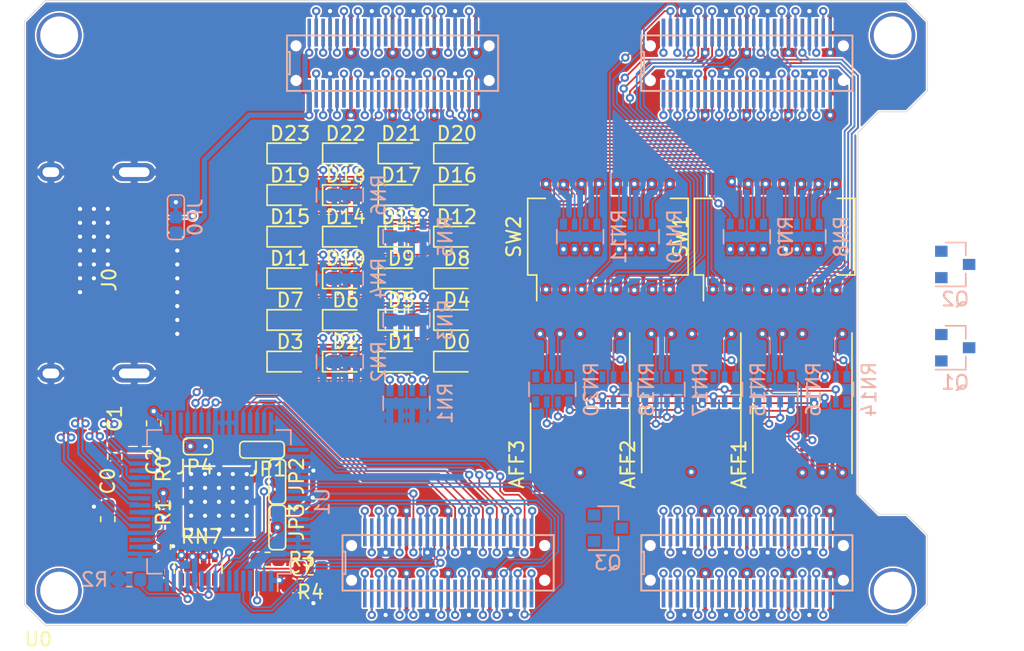
<source format=kicad_pcb>
(kicad_pcb (version 20200119) (host pcbnew "(5.99.0-1641-g9ca61b50b)")
  (layers (0 "F.Cu" signal) (1 "In1.Cu" signal) (2 "In2.Cu" signal) (31 "B.Cu" signal) (34 "B.Paste" user) (35 "F.Paste" user) (36 "B.SilkS" user) (37 "F.SilkS" user) (38 "B.Mask" user) (39 "F.Mask" user) (44 "Edge.Cuts" user))
  (net 0 "")
  (net 1 "GNDREF")
  (net 2 "/HDMI/CK-")
  (net 3 "/HDMI/CK+")
  (net 4 "/HDMI/D0-")
  (net 5 "/HDMI/D0+")
  (net 6 "/HDMI/D1-")
  (net 7 "/HDMI/D1+")
  (net 8 "/HDMI/D2-")
  (net 9 "/HDMI/D2+")
  (net 10 "+3V3")
  (net 11 "+5V")
  (net 12 "/HDMI/DK1")
  (net 13 "/HDMI/DK2")
  (net 14 "/HDMI/DK3")
  (net 15 "/HDMI/ISEL")
  (net 16 "Net-(R3-Pad1)")
  (net 17 "/B3")
  (net 18 "/B2")
  (net 19 "/B1")
  (net 20 "/B0")
  (net 21 "/CLK")
  (net 22 "/DE")
  (net 23 "/VS")
  (net 24 "/HS")
  (net 25 "/G3")
  (net 26 "/G2")
  (net 27 "/G1")
  (net 28 "/G0")
  (net 29 "/R3")
  (net 30 "/R2")
  (net 31 "/R1")
  (net 32 "/R0")
  (net 33 "/LED0")
  (net 34 "Net-(D0-Pad1)")
  (net 35 "/LED1")
  (net 36 "Net-(D1-Pad1)")
  (net 37 "/LED2")
  (net 38 "Net-(D2-Pad1)")
  (net 39 "/LED3")
  (net 40 "Net-(D3-Pad1)")
  (net 41 "/LED4")
  (net 42 "Net-(D4-Pad1)")
  (net 43 "/LED5")
  (net 44 "Net-(D5-Pad1)")
  (net 45 "/LED6")
  (net 46 "Net-(D6-Pad1)")
  (net 47 "/LED7")
  (net 48 "Net-(D7-Pad1)")
  (net 49 "/LED8")
  (net 50 "Net-(D8-Pad1)")
  (net 51 "/LED9")
  (net 52 "Net-(D9-Pad1)")
  (net 53 "/LED10")
  (net 54 "Net-(D10-Pad1)")
  (net 55 "/LED11")
  (net 56 "Net-(D11-Pad1)")
  (net 57 "/LED12")
  (net 58 "Net-(D12-Pad1)")
  (net 59 "/LED13")
  (net 60 "Net-(D13-Pad1)")
  (net 61 "/LED14")
  (net 62 "Net-(D14-Pad1)")
  (net 63 "/LED15")
  (net 64 "Net-(D15-Pad1)")
  (net 65 "/LED16")
  (net 66 "Net-(D16-Pad1)")
  (net 67 "/LED17")
  (net 68 "Net-(D17-Pad1)")
  (net 69 "/LED18")
  (net 70 "Net-(D18-Pad1)")
  (net 71 "/LED19")
  (net 72 "Net-(D19-Pad1)")
  (net 73 "/LED20")
  (net 74 "Net-(D20-Pad1)")
  (net 75 "/LED21")
  (net 76 "Net-(D21-Pad1)")
  (net 77 "/LED22")
  (net 78 "Net-(D22-Pad1)")
  (net 79 "/LED23")
  (net 80 "Net-(D23-Pad1)")
  (net 81 "Net-(J0-Pad16)")
  (net 82 "Net-(J0-Pad18)")
  (net 83 "Net-(J0-Pad15)")
  (net 84 "Net-(J0-Pad13)")
  (net 85 "Net-(J0-Pad14)")
  (net 86 "Net-(J0-Pad19)")
  (net 87 "Net-(JP4-Pad2)")
  (net 88 "Net-(R0-Pad2)")
  (net 89 "Net-(R2-Pad1)")
  (net 90 "Net-(RN7-Pad6)")
  (net 91 "Net-(RN7-Pad8)")
  (net 92 "Net-(RN8-Pad5)")
  (net 93 "Net-(RN8-Pad6)")
  (net 94 "Net-(RN8-Pad8)")
  (net 95 "Net-(RN8-Pad7)")
  (net 96 "Net-(RN9-Pad5)")
  (net 97 "Net-(RN9-Pad6)")
  (net 98 "Net-(RN9-Pad8)")
  (net 99 "Net-(RN9-Pad7)")
  (net 100 "Net-(RN10-Pad5)")
  (net 101 "Net-(RN10-Pad6)")
  (net 102 "Net-(RN10-Pad8)")
  (net 103 "Net-(RN10-Pad7)")
  (net 104 "Net-(RN11-Pad5)")
  (net 105 "Net-(RN11-Pad6)")
  (net 106 "Net-(RN11-Pad8)")
  (net 107 "Net-(RN11-Pad7)")
  (net 108 "/DIP0")
  (net 109 "/DIP1")
  (net 110 "/DIP2")
  (net 111 "/DIP3")
  (net 112 "/DIP4")
  (net 113 "/DIP5")
  (net 114 "/DIP6")
  (net 115 "/DIP7")
  (net 116 "/DIP8")
  (net 117 "/DIP9")
  (net 118 "/DIP10")
  (net 119 "/DIP11")
  (net 120 "/DIP12")
  (net 121 "/DIP13")
  (net 122 "/DIP14")
  (net 123 "/DIP15")
  (net 124 "/DIP16")
  (net 125 "/DIP17")
  (net 126 "/DIP18")
  (net 127 "/DIP19")
  (net 128 "/DIP20")
  (net 129 "/DIP21")
  (net 130 "/DIP22")
  (net 131 "/DIP23")
  (net 132 "Net-(U0-PadDB_1)")
  (net 133 "Net-(U0-PadDB_3)")
  (net 134 "Net-(U0-PadDB_14)")
  (net 135 "Net-(U0-PadDB_5)")
  (net 136 "Net-(U0-PadDB_2)")
  (net 137 "Net-(U0-PadDB_8)")
  (net 138 "Net-(U0-PadDB_9)")
  (net 139 "Net-(U0-PadDB_11)")
  (net 140 "Net-(U0-PadDB_6)")
  (net 141 "Net-(U0-PadDB_46)")
  (net 142 "Net-(U0-PadDB_43)")
  (net 143 "Net-(U0-PadDB_48)")
  (net 144 "Net-(U0-PadDB_12)")
  (net 145 "Net-(U0-PadDB_45)")
  (net 146 "Net-(U0-PadDB_49)")
  (net 147 "Net-(U0-PadDB_50)")
  (net 148 "Net-(U0-PadDB_40)")
  (net 149 "Net-(U0-PadDB_42)")
  (net 150 "/C3")
  (net 151 "/AN3")
  (net 152 "/DP")
  (net 153 "/C2")
  (net 154 "/AN1")
  (net 155 "Net-(U0-PadDB_30)")
  (net 156 "/C5")
  (net 157 "/C4")
  (net 158 "Net-(U0-PadDB_37)")
  (net 159 "Net-(U0-PadDB_33)")
  (net 160 "Net-(U0-PadDB_36)")
  (net 161 "/C1")
  (net 162 "/AN0")
  (net 163 "/C6")
  (net 164 "Net-(U0-PadDB_34)")
  (net 165 "Net-(U0-PadDB_31)")
  (net 166 "/C0")
  (net 167 "/AN2")
  (net 168 "/BTN3")
  (net 169 "/BTN2")
  (net 170 "Net-(U0-PadBB_50)")
  (net 171 "/BTN0")
  (net 172 "/BTN1")
  (net 173 "Net-(U0-PadBB_1)")
  (net 174 "Net-(U0-PadDB_28)")
  (net 175 "Net-(U0-PadDB_39)")
  (net 176 "Net-(U0-PadDB_27)")
  (net 177 "Net-(U0-PadCB_25)")
  (net 178 "Net-(U0-PadCB_15)")
  (net 179 "Net-(U0-PadCB_14)")
  (net 180 "Net-(U0-PadDB_23)")
  (net 181 "Net-(U0-PadDB_17)")
  (net 182 "Net-(U0-PadDB_18)")
  (net 183 "Net-(U0-PadDB_15)")
  (net 184 "Net-(U0-PadCB_17)")
  (net 185 "Net-(U0-PadDB_21)")
  (net 186 "Net-(U0-PadDB_20)")
  (net 187 "Net-(U0-PadDB_24)")
  (net 188 "Net-(U0-PadCB_5)")
  (net 189 "Net-(U0-PadCB_6)")
  (net 190 "/BTN4")
  (net 191 "Net-(U0-PadCB_26)")
  (net 192 "Net-(U0-PadCB_2)")
  (net 193 "/BTN6")
  (net 194 "Net-(U0-PadCB_18)")
  (net 195 "Net-(U0-PadCB_8)")
  (net 196 "Net-(U0-PadCB_1)")
  (net 197 "Net-(U0-PadCB_3)")
  (net 198 "Net-(U0-PadCB_9)")
  (net 199 "Net-(U0-PadCB_45)")
  (net 200 "/BTN5")
  (net 201 "Net-(U0-PadCB_50)")
  (net 202 "Net-(U0-PadCB_32)")
  (net 203 "Net-(U0-PadCB_12)")
  (net 204 "Net-(U0-PadCB_11)")
  (net 205 "Net-(U1-Pad49)")
  (net 206 "Net-(U1-Pad11)")
  (net 207 "Net-(RN7-Pad5)")
  (net 208 "Net-(AFF1-Pad1)")
  (net 209 "Net-(AFF1-Pad2)")
  (net 210 "Net-(AFF1-Pad3)")
  (net 211 "Net-(AFF1-Pad4)")
  (net 212 "Net-(AFF1-Pad5)")
  (net 213 "Net-(AFF1-Pad6)")
  (net 214 "Net-(AFF1-Pad7)")
  (net 215 "Net-(AFF1-Pad9)")
  (net 216 "Net-(AFF1-Pad10)")
  (net 217 "Net-(AFF2-Pad1)")
  (net 218 "Net-(AFF2-Pad2)")
  (net 219 "Net-(AFF2-Pad3)")
  (net 220 "Net-(AFF2-Pad4)")
  (net 221 "Net-(AFF2-Pad5)")
  (net 222 "Net-(AFF2-Pad6)")
  (net 223 "Net-(AFF2-Pad7)")
  (net 224 "Net-(AFF2-Pad9)")
  (net 225 "Net-(AFF2-Pad10)")
  (net 226 "Net-(AFF3-Pad1)")
  (net 227 "Net-(AFF3-Pad2)")
  (net 228 "Net-(AFF3-Pad3)")
  (net 229 "Net-(AFF3-Pad4)")
  (net 230 "Net-(AFF3-Pad5)")
  (net 231 "Net-(AFF3-Pad6)")
  (net 232 "Net-(AFF3-Pad7)")
  (net 233 "Net-(AFF3-Pad9)")
  (net 234 "Net-(AFF3-Pad10)")
  (net 235 "/LEDs/DP")
  (module "Resistor_SMD:R_Array_Convex_4x0603" (layer "B.Cu") (at 50 40 90)
    (fp_text reference "RN20" (at 0 2.8 90) (layer "B.SilkS") (effects (justify mirror)))
    (fp_text value "R_Pack04")
    (pad "5" smd rect (at 0.9 -1.2 90) (size 0.8 0.5) (layers "B.Cu" "B.Paste" "B.Mask") (net 230 "Net-(AFF3-Pad5)"))
    (pad "6" smd rect (at 0.9 -0.4 90) (size 0.8 0.4) (layers "B.Cu" "B.Paste" "B.Mask") (net 234 "Net-(AFF3-Pad10)"))
    (pad "8" smd rect (at 0.9 1.2 90) (size 0.8 0.5) (layers "B.Cu" "B.Paste" "B.Mask") (net 226 "Net-(AFF3-Pad1)"))
    (pad "7" smd rect (at 0.9 0.4 90) (size 0.8 0.4) (layers "B.Cu" "B.Paste" "B.Mask") (net 233 "Net-(AFF3-Pad9)"))
    (pad "4" smd rect (at -0.9 -1.2 90) (size 0.8 0.5) (layers "B.Cu" "B.Paste" "B.Mask") (net 235 "/LEDs/DP"))
    (pad "2" smd rect (at -0.9 0.4 90) (size 0.8 0.4) (layers "B.Cu" "B.Paste" "B.Mask") (net 156 "/C5"))
    (pad "3" smd rect (at -0.9 -0.4 90) (size 0.8 0.4) (layers "B.Cu" "B.Paste" "B.Mask") (net 163 "/C6"))
    (pad "1" smd rect (at -0.9 1.2 90) (size 0.8 0.5) (layers "B.Cu" "B.Paste" "B.Mask") (net 157 "/C4"))
  )
  (module "Resistor_SMD:R_Array_Convex_4x0603" (layer "B.Cu") (at 54 40 90)
    (fp_text reference "RN18" (at 0 2.8 90) (layer "B.SilkS") (effects (justify mirror)))
    (fp_text value "R_Pack04")
    (pad "5" smd rect (at 0.9 -1.2 90) (size 0.8 0.5) (layers "B.Cu" "B.Paste" "B.Mask") (net 227 "Net-(AFF3-Pad2)"))
    (pad "6" smd rect (at 0.9 -0.4 90) (size 0.8 0.4) (layers "B.Cu" "B.Paste" "B.Mask") (net 229 "Net-(AFF3-Pad4)"))
    (pad "8" smd rect (at 0.9 1.2 90) (size 0.8 0.5) (layers "B.Cu" "B.Paste" "B.Mask") (net 232 "Net-(AFF3-Pad7)"))
    (pad "7" smd rect (at 0.9 0.4 90) (size 0.8 0.4) (layers "B.Cu" "B.Paste" "B.Mask") (net 231 "Net-(AFF3-Pad6)"))
    (pad "4" smd rect (at -0.9 -1.2 90) (size 0.8 0.5) (layers "B.Cu" "B.Paste" "B.Mask") (net 150 "/C3"))
    (pad "2" smd rect (at -0.9 0.4 90) (size 0.8 0.4) (layers "B.Cu" "B.Paste" "B.Mask") (net 161 "/C1"))
    (pad "3" smd rect (at -0.9 -0.4 90) (size 0.8 0.4) (layers "B.Cu" "B.Paste" "B.Mask") (net 153 "/C2"))
    (pad "1" smd rect (at -0.9 1.2 90) (size 0.8 0.5) (layers "B.Cu" "B.Paste" "B.Mask") (net 166 "/C0"))
  )
  (module "Resistor_SMD:R_Array_Convex_4x0603" (layer "B.Cu") (at 57.85 40 90)
    (fp_text reference "RN17" (at 0 2.8 90) (layer "B.SilkS") (effects (justify mirror)))
    (fp_text value "R_Pack04")
    (pad "5" smd rect (at 0.9 -1.2 90) (size 0.8 0.5) (layers "B.Cu" "B.Paste" "B.Mask") (net 221 "Net-(AFF2-Pad5)"))
    (pad "6" smd rect (at 0.9 -0.4 90) (size 0.8 0.4) (layers "B.Cu" "B.Paste" "B.Mask") (net 225 "Net-(AFF2-Pad10)"))
    (pad "8" smd rect (at 0.9 1.2 90) (size 0.8 0.5) (layers "B.Cu" "B.Paste" "B.Mask") (net 217 "Net-(AFF2-Pad1)"))
    (pad "7" smd rect (at 0.9 0.4 90) (size 0.8 0.4) (layers "B.Cu" "B.Paste" "B.Mask") (net 224 "Net-(AFF2-Pad9)"))
    (pad "4" smd rect (at -0.9 -1.2 90) (size 0.8 0.5) (layers "B.Cu" "B.Paste" "B.Mask") (net 235 "/LEDs/DP"))
    (pad "2" smd rect (at -0.9 0.4 90) (size 0.8 0.4) (layers "B.Cu" "B.Paste" "B.Mask") (net 156 "/C5"))
    (pad "3" smd rect (at -0.9 -0.4 90) (size 0.8 0.4) (layers "B.Cu" "B.Paste" "B.Mask") (net 163 "/C6"))
    (pad "1" smd rect (at -0.9 1.2 90) (size 0.8 0.5) (layers "B.Cu" "B.Paste" "B.Mask") (net 157 "/C4"))
  )
  (module "Resistor_SMD:R_Array_Convex_4x0603" (layer "B.Cu") (at 66 40 90)
    (fp_text reference "RN16" (at 0 2.8 90) (layer "B.SilkS") (effects (justify mirror)))
    (fp_text value "R_Pack04")
    (pad "5" smd rect (at 0.9 -1.2 90) (size 0.8 0.5) (layers "B.Cu" "B.Paste" "B.Mask") (net 212 "Net-(AFF1-Pad5)"))
    (pad "6" smd rect (at 0.9 -0.4 90) (size 0.8 0.4) (layers "B.Cu" "B.Paste" "B.Mask") (net 216 "Net-(AFF1-Pad10)"))
    (pad "8" smd rect (at 0.9 1.2 90) (size 0.8 0.5) (layers "B.Cu" "B.Paste" "B.Mask") (net 208 "Net-(AFF1-Pad1)"))
    (pad "7" smd rect (at 0.9 0.4 90) (size 0.8 0.4) (layers "B.Cu" "B.Paste" "B.Mask") (net 215 "Net-(AFF1-Pad9)"))
    (pad "4" smd rect (at -0.9 -1.2 90) (size 0.8 0.5) (layers "B.Cu" "B.Paste" "B.Mask") (net 235 "/LEDs/DP"))
    (pad "2" smd rect (at -0.9 0.4 90) (size 0.8 0.4) (layers "B.Cu" "B.Paste" "B.Mask") (net 156 "/C5"))
    (pad "3" smd rect (at -0.9 -0.4 90) (size 0.8 0.4) (layers "B.Cu" "B.Paste" "B.Mask") (net 163 "/C6"))
    (pad "1" smd rect (at -0.9 1.2 90) (size 0.8 0.5) (layers "B.Cu" "B.Paste" "B.Mask") (net 157 "/C4"))
  )
  (module "Resistor_SMD:R_Array_Convex_4x0603" (layer "B.Cu") (at 62 40 90)
    (fp_text reference "RN15" (at 0 2.8 90) (layer "B.SilkS") (effects (justify mirror)))
    (fp_text value "R_Pack04")
    (pad "5" smd rect (at 0.9 -1.2 90) (size 0.8 0.5) (layers "B.Cu" "B.Paste" "B.Mask") (net 218 "Net-(AFF2-Pad2)"))
    (pad "6" smd rect (at 0.9 -0.4 90) (size 0.8 0.4) (layers "B.Cu" "B.Paste" "B.Mask") (net 220 "Net-(AFF2-Pad4)"))
    (pad "8" smd rect (at 0.9 1.2 90) (size 0.8 0.5) (layers "B.Cu" "B.Paste" "B.Mask") (net 223 "Net-(AFF2-Pad7)"))
    (pad "7" smd rect (at 0.9 0.4 90) (size 0.8 0.4) (layers "B.Cu" "B.Paste" "B.Mask") (net 222 "Net-(AFF2-Pad6)"))
    (pad "4" smd rect (at -0.9 -1.2 90) (size 0.8 0.5) (layers "B.Cu" "B.Paste" "B.Mask") (net 150 "/C3"))
    (pad "2" smd rect (at -0.9 0.4 90) (size 0.8 0.4) (layers "B.Cu" "B.Paste" "B.Mask") (net 161 "/C1"))
    (pad "3" smd rect (at -0.9 -0.4 90) (size 0.8 0.4) (layers "B.Cu" "B.Paste" "B.Mask") (net 153 "/C2"))
    (pad "1" smd rect (at -0.9 1.2 90) (size 0.8 0.5) (layers "B.Cu" "B.Paste" "B.Mask") (net 166 "/C0"))
  )
  (module "Resistor_SMD:R_Array_Convex_4x0603" (layer "B.Cu") (at 70 40 90)
    (fp_text reference "RN14" (at 0 2.8 90) (layer "B.SilkS") (effects (justify mirror)))
    (fp_text value "R_Pack04")
    (pad "5" smd rect (at 0.9 -1.2 90) (size 0.8 0.5) (layers "B.Cu" "B.Paste" "B.Mask") (net 209 "Net-(AFF1-Pad2)"))
    (pad "6" smd rect (at 0.9 -0.4 90) (size 0.8 0.4) (layers "B.Cu" "B.Paste" "B.Mask") (net 211 "Net-(AFF1-Pad4)"))
    (pad "8" smd rect (at 0.9 1.2 90) (size 0.8 0.5) (layers "B.Cu" "B.Paste" "B.Mask") (net 214 "Net-(AFF1-Pad7)"))
    (pad "7" smd rect (at 0.9 0.4 90) (size 0.8 0.4) (layers "B.Cu" "B.Paste" "B.Mask") (net 213 "Net-(AFF1-Pad6)"))
    (pad "4" smd rect (at -0.9 -1.2 90) (size 0.8 0.5) (layers "B.Cu" "B.Paste" "B.Mask") (net 150 "/C3"))
    (pad "2" smd rect (at -0.9 0.4 90) (size 0.8 0.4) (layers "B.Cu" "B.Paste" "B.Mask") (net 161 "/C1"))
    (pad "3" smd rect (at -0.9 -0.4 90) (size 0.8 0.4) (layers "B.Cu" "B.Paste" "B.Mask") (net 153 "/C2"))
    (pad "1" smd rect (at -0.9 1.2 90) (size 0.8 0.5) (layers "B.Cu" "B.Paste" "B.Mask") (net 166 "/C0"))
  )
  (module "Package_TO_SOT_SMD:SOT-23" (layer "B.Cu") (at 54 50)
    (fp_text reference "Q3" (at 0 2.5) (layer "B.SilkS") (effects (justify mirror)))
    (fp_text value "Q_PMOS_SGD")
    (pad "3" smd rect (at 1 0) (size 0.9 0.8) (layers "B.Cu" "B.Paste" "B.Mask") (net 10 "+3V3"))
    (pad "2" smd rect (at -1 -0.95) (size 0.9 0.8) (layers "B.Cu" "B.Paste" "B.Mask") (net 228 "Net-(AFF3-Pad3)"))
    (pad "1" smd rect (at -1 0.95) (size 0.9 0.8) (layers "B.Cu" "B.Paste" "B.Mask") (net 167 "/AN2"))
  )
  (module "Package_TO_SOT_SMD:SOT-23" (layer "B.Cu") (at 79 31)
    (fp_text reference "Q2" (at 0 2.5) (layer "B.SilkS") (effects (justify mirror)))
    (fp_text value "Q_PMOS_SGD")
    (pad "3" smd rect (at 1 0) (size 0.9 0.8) (layers "B.Cu" "B.Paste" "B.Mask") (net 10 "+3V3"))
    (pad "2" smd rect (at -1 -0.95) (size 0.9 0.8) (layers "B.Cu" "B.Paste" "B.Mask") (net 219 "Net-(AFF2-Pad3)"))
    (pad "1" smd rect (at -1 0.95) (size 0.9 0.8) (layers "B.Cu" "B.Paste" "B.Mask") (net 154 "/AN1"))
  )
  (module "Package_TO_SOT_SMD:SOT-23" (layer "B.Cu") (at 79 37)
    (fp_text reference "Q1" (at 0 2.5) (layer "B.SilkS") (effects (justify mirror)))
    (fp_text value "Q_PMOS_SGD")
    (pad "3" smd rect (at 1 0) (size 0.9 0.8) (layers "B.Cu" "B.Paste" "B.Mask") (net 10 "+3V3"))
    (pad "2" smd rect (at -1 -0.95) (size 0.9 0.8) (layers "B.Cu" "B.Paste" "B.Mask") (net 210 "Net-(AFF1-Pad3)"))
    (pad "1" smd rect (at -1 0.95) (size 0.9 0.8) (layers "B.Cu" "B.Paste" "B.Mask") (net 162 "/AN0"))
  )
  (module "Custom_Parts:Jumper_2_Pin_Unbridged" (layer "F.Cu") (at 24.5 44.07 180)
    (fp_text reference "JP4" (at 0.25 -1.53) (layer "F.SilkS"))
    (fp_text value "DKEN")
    (pad "2" smd roundrect (at 0.55 -0.03 180) (size 0.875 0.95) (layers "F.Cu" "F.Paste" "F.Mask") (net 87 "Net-(JP4-Pad2)"))
    (pad "1" smd roundrect (at -0.5375 -0.03 180) (size 0.875 0.95) (layers "F.Cu" "F.Paste" "F.Mask") (net 1 "GNDREF"))
  )
  (module "Custom_Parts:jumper_unbridged" (layer "F.Cu") (at 30.2 49.95 90)
    (fp_text reference "JP3" (at 0.4 1.4 270) (layer "F.SilkS"))
    (fp_text value "DK3" hide)
    (pad "2" smd roundrect (at 0 0 90) (size 0.875 0.95) (layers "F.Cu" "F.Paste" "F.Mask") (net 14 "/HDMI/DK3"))
    (pad "3" smd roundrect (at 1.1 0 270) (size 0.875 0.95) (layers "F.Cu" "F.Paste" "F.Mask") (net 1 "GNDREF"))
    (pad "1" smd roundrect (at -1.0875 0 90) (size 0.875 0.95) (layers "F.Cu" "F.Paste" "F.Mask") (net 10 "+3V3"))
  )
  (module "Custom_Parts:jumper_unbridged" (layer "F.Cu") (at 30.2 46.65 90)
    (fp_text reference "JP2" (at 0.4 1.4 270) (layer "F.SilkS"))
    (fp_text value "DK2" hide)
    (pad "2" smd roundrect (at 0 0 90) (size 0.875 0.95) (layers "F.Cu" "F.Paste" "F.Mask") (net 13 "/HDMI/DK2"))
    (pad "3" smd roundrect (at 1.1 0 270) (size 0.875 0.95) (layers "F.Cu" "F.Paste" "F.Mask") (net 1 "GNDREF"))
    (pad "1" smd roundrect (at -1.0875 0 90) (size 0.875 0.95) (layers "F.Cu" "F.Paste" "F.Mask") (net 10 "+3V3"))
  )
  (module "Custom_Parts:jumper_unbridged" (layer "F.Cu") (at 29.1 44.35)
    (fp_text reference "JP1" (at 0.4 1.4) (layer "F.SilkS"))
    (fp_text value "DK1" hide)
    (pad "2" smd roundrect (at 0 0) (size 0.875 0.95) (layers "F.Cu" "F.Paste" "F.Mask") (net 12 "/HDMI/DK1"))
    (pad "3" smd roundrect (at 1.1 0 180) (size 0.875 0.95) (layers "F.Cu" "F.Paste" "F.Mask") (net 1 "GNDREF"))
    (pad "1" smd roundrect (at -1.0875 0) (size 0.875 0.95) (layers "F.Cu" "F.Paste" "F.Mask") (net 10 "+3V3"))
  )
  (module "Custom_Parts:jumper_1_2_bridged" (layer "B.Cu") (at 22.9 27.6 -90)
    (fp_text reference "JP0" (at 0 -1.4 90) (layer "B.SilkS") (effects (justify mirror)))
    (fp_text value "V_Sel" hide)
    (pad "1" smd roundrect (at -0.56 0) (size 0.3 0.95) (layers "B.Cu" "B.Paste" "B.Mask") (net 10 "+3V3"))
    (pad "3" smd roundrect (at 1.1 0 90) (size 0.875 0.95) (layers "B.Cu" "B.Paste" "B.Mask") (net 11 "+5V"))
    (pad "1" smd roundrect (at -1.0875 0 270) (size 0.875 0.95) (layers "B.Cu" "B.Paste" "B.Mask") (net 10 "+3V3"))
    (pad "2" smd roundrect (at 0 0 270) (size 0.875 0.95) (layers "B.Cu" "B.Paste" "B.Mask") (net 82 "Net-(J0-Pad18)"))
  )
  (module "Custom_Parts:HDMI" (layer "F.Cu") (at 20.5 36.1 -90)
    (fp_text reference "J0" (at -4 2.4 90) (layer "F.SilkS"))
    (fp_text value "HDMI_A_1.4")
    (pad "4" smd rect (at -1.5 0 270) (size 0.3 3) (layers "F.Cu" "F.Paste" "F.Mask") (net 7 "/HDMI/D1+"))
    (pad "2" smd rect (at -0.5 0 270) (size 0.3 3) (layers "F.Cu" "F.Paste" "F.Mask") (net 1 "GNDREF"))
    (pad "1" smd rect (at 0 0 270) (size 0.3 3) (layers "F.Cu" "F.Paste" "F.Mask") (net 9 "/HDMI/D2+"))
    (pad "3" smd rect (at -1 0 270) (size 0.3 3) (layers "F.Cu" "F.Paste" "F.Mask") (net 8 "/HDMI/D2-"))
    (pad "6" smd rect (at -2.5 0 270) (size 0.3 3) (layers "F.Cu" "F.Paste" "F.Mask") (net 6 "/HDMI/D1-"))
    (pad "5" smd rect (at -2 0 270) (size 0.3 3) (layers "F.Cu" "F.Paste" "F.Mask") (net 1 "GNDREF"))
    (pad "19" smd rect (at -9 0 270) (size 0.3 3) (layers "F.Cu" "F.Paste" "F.Mask") (net 86 "Net-(J0-Pad19)"))
    (pad "SH" thru_hole oval (at 2.75 0.6 270) (size 1.3 3) (drill oval 0.7 2.2) (layers *.Cu *.Mask) (net 1 "GNDREF"))
    (pad "7" smd rect (at -3 0 270) (size 0.3 3) (layers "F.Cu" "F.Paste" "F.Mask") (net 5 "/HDMI/D0+"))
    (pad "8" smd rect (at -3.5 0 270) (size 0.3 3) (layers "F.Cu" "F.Paste" "F.Mask") (net 1 "GNDREF"))
    (pad "14" smd rect (at -6.5 0 270) (size 0.3 3) (layers "F.Cu" "F.Paste" "F.Mask") (net 85 "Net-(J0-Pad14)"))
    (pad "9" smd rect (at -4 0 270) (size 0.3 3) (layers "F.Cu" "F.Paste" "F.Mask") (net 4 "/HDMI/D0-"))
    (pad "10" smd rect (at -4.5 0 270) (size 0.3 3) (layers "F.Cu" "F.Paste" "F.Mask") (net 3 "/HDMI/CK+"))
    (pad "11" smd rect (at -5 0 270) (size 0.3 3) (layers "F.Cu" "F.Paste" "F.Mask") (net 1 "GNDREF"))
    (pad "13" smd rect (at -6 0 270) (size 0.3 3) (layers "F.Cu" "F.Paste" "F.Mask") (net 84 "Net-(J0-Pad13)"))
    (pad "15" smd rect (at -7 0 270) (size 0.3 3) (layers "F.Cu" "F.Paste" "F.Mask") (net 83 "Net-(J0-Pad15)"))
    (pad "17" smd rect (at -8 0 270) (size 0.3 3) (layers "F.Cu" "F.Paste" "F.Mask") (net 1 "GNDREF"))
    (pad "SH" thru_hole oval (at -11.75 0.6 270) (size 1.3 3) (drill oval 0.7 2.2) (layers *.Cu *.Mask) (net 1 "GNDREF"))
    (pad "SH" thru_hole oval (at -11.75 6.6 270) (size 1.3 1.8) (drill oval 0.7 1.2) (layers *.Cu *.Mask) (net 1 "GNDREF"))
    (pad "18" smd rect (at -8.5 0 270) (size 0.3 3) (layers "F.Cu" "F.Paste" "F.Mask") (net 82 "Net-(J0-Pad18)"))
    (pad "SH" thru_hole oval (at 2.75 6.6 270) (size 1.3 1.8) (drill oval 0.7 1.2) (layers *.Cu *.Mask) (net 1 "GNDREF"))
    (pad "16" smd rect (at -7.5 0 270) (size 0.3 3) (layers "F.Cu" "F.Paste" "F.Mask") (net 81 "Net-(J0-Pad16)"))
    (pad "12" smd rect (at -5.5 0 270) (size 0.3 3) (layers "F.Cu" "F.Paste" "F.Mask") (net 2 "/HDMI/CK-"))
  )
  (module "Button_Switch_SMD:SW_DIP_SPSTx08_Slide_Copal_CHS-08B_W7.62mm_P1.27mm" (layer "F.Cu") (at 54 29 90)
    (fp_text reference "SW2" (at 0 -6.775 90) (layer "F.SilkS"))
    (fp_text value "SW_DIP_x08")
    (pad "1" smd rect (at -3.81 -4.445 90) (size 1.6 0.76) (layers "F.Cu" "F.Paste" "F.Mask") (net 123 "/DIP15"))
    (pad "9" smd rect (at 3.81 4.445 90) (size 1.6 0.76) (layers "F.Cu" "F.Paste" "F.Mask") (net 102 "Net-(RN10-Pad8)"))
    (pad "2" smd rect (at -3.81 -3.175 90) (size 1.6 0.76) (layers "F.Cu" "F.Paste" "F.Mask") (net 122 "/DIP14"))
    (pad "10" smd rect (at 3.81 3.175 90) (size 1.6 0.76) (layers "F.Cu" "F.Paste" "F.Mask") (net 103 "Net-(RN10-Pad7)"))
    (pad "3" smd rect (at -3.81 -1.905 90) (size 1.6 0.76) (layers "F.Cu" "F.Paste" "F.Mask") (net 121 "/DIP13"))
    (pad "11" smd rect (at 3.81 1.905 90) (size 1.6 0.76) (layers "F.Cu" "F.Paste" "F.Mask") (net 101 "Net-(RN10-Pad6)"))
    (pad "4" smd rect (at -3.81 -0.635 90) (size 1.6 0.76) (layers "F.Cu" "F.Paste" "F.Mask") (net 120 "/DIP12"))
    (pad "12" smd rect (at 3.81 0.635 90) (size 1.6 0.76) (layers "F.Cu" "F.Paste" "F.Mask") (net 100 "Net-(RN10-Pad5)"))
    (pad "5" smd rect (at -3.81 0.635 90) (size 1.6 0.76) (layers "F.Cu" "F.Paste" "F.Mask") (net 119 "/DIP11"))
    (pad "13" smd rect (at 3.81 -0.635 90) (size 1.6 0.76) (layers "F.Cu" "F.Paste" "F.Mask") (net 106 "Net-(RN11-Pad8)"))
    (pad "6" smd rect (at -3.81 1.905 90) (size 1.6 0.76) (layers "F.Cu" "F.Paste" "F.Mask") (net 118 "/DIP10"))
    (pad "14" smd rect (at 3.81 -1.905 90) (size 1.6 0.76) (layers "F.Cu" "F.Paste" "F.Mask") (net 107 "Net-(RN11-Pad7)"))
    (pad "7" smd rect (at -3.81 3.175 90) (size 1.6 0.76) (layers "F.Cu" "F.Paste" "F.Mask") (net 117 "/DIP9"))
    (pad "15" smd rect (at 3.81 -3.175 90) (size 1.6 0.76) (layers "F.Cu" "F.Paste" "F.Mask") (net 105 "Net-(RN11-Pad6)"))
    (pad "8" smd rect (at -3.81 4.445 90) (size 1.6 0.76) (layers "F.Cu" "F.Paste" "F.Mask") (net 116 "/DIP8"))
    (pad "16" smd rect (at 3.81 -4.445 90) (size 1.6 0.76) (layers "F.Cu" "F.Paste" "F.Mask") (net 104 "Net-(RN11-Pad5)"))
  )
  (module "Display_7Segment:KCSC02-136" (layer "F.Cu") (at 52 41 90)
    (fp_text reference "AFF3" (at -4.39 -4.56 90) (layer "F.SilkS"))
    (fp_text value "LTS-6960HR")
    (pad "10" smd rect (at 5 -2.88 90) (size 2.8 0.9) (layers "F.Cu" "F.Paste" "F.Mask") (net 234 "Net-(AFF3-Pad10)"))
    (pad "9" smd rect (at 5 -1.44 90) (size 2.8 0.9) (layers "F.Cu" "F.Paste" "F.Mask") (net 233 "Net-(AFF3-Pad9)"))
    (pad "8" smd rect (at 5 0 90) (size 2.8 0.9) (layers "F.Cu" "F.Paste" "F.Mask") (net 228 "Net-(AFF3-Pad3)"))
    (pad "7" smd rect (at 5 1.44 90) (size 2.8 0.9) (layers "F.Cu" "F.Paste" "F.Mask") (net 232 "Net-(AFF3-Pad7)"))
    (pad "6" smd rect (at 5 2.88 90) (size 2.8 0.9) (layers "F.Cu" "F.Paste" "F.Mask") (net 231 "Net-(AFF3-Pad6)"))
    (pad "5" smd rect (at -5 2.88 90) (size 2.8 0.9) (layers "F.Cu" "F.Paste" "F.Mask") (net 230 "Net-(AFF3-Pad5)"))
    (pad "4" smd rect (at -5 1.44 90) (size 2.8 0.9) (layers "F.Cu" "F.Paste" "F.Mask") (net 229 "Net-(AFF3-Pad4)"))
    (pad "3" smd rect (at -5 0 90) (size 2.8 0.9) (layers "F.Cu" "F.Paste" "F.Mask") (net 228 "Net-(AFF3-Pad3)"))
    (pad "2" smd rect (at -5 -1.44 90) (size 2.8 0.9) (layers "F.Cu" "F.Paste" "F.Mask") (net 227 "Net-(AFF3-Pad2)"))
    (pad "1" smd rect (at -5 -2.88 90) (size 2.8 0.9) (layers "F.Cu" "F.Paste" "F.Mask") (net 226 "Net-(AFF3-Pad1)"))
  )
  (module "Display_7Segment:KCSC02-136" (layer "F.Cu") (at 60 41 90)
    (fp_text reference "AFF2" (at -4.39 -4.56 90) (layer "F.SilkS"))
    (fp_text value "LTS-6960HR")
    (pad "10" smd rect (at 5 -2.88 90) (size 2.8 0.9) (layers "F.Cu" "F.Paste" "F.Mask") (net 225 "Net-(AFF2-Pad10)"))
    (pad "9" smd rect (at 5 -1.44 90) (size 2.8 0.9) (layers "F.Cu" "F.Paste" "F.Mask") (net 224 "Net-(AFF2-Pad9)"))
    (pad "8" smd rect (at 5 0 90) (size 2.8 0.9) (layers "F.Cu" "F.Paste" "F.Mask") (net 219 "Net-(AFF2-Pad3)"))
    (pad "7" smd rect (at 5 1.44 90) (size 2.8 0.9) (layers "F.Cu" "F.Paste" "F.Mask") (net 223 "Net-(AFF2-Pad7)"))
    (pad "6" smd rect (at 5 2.88 90) (size 2.8 0.9) (layers "F.Cu" "F.Paste" "F.Mask") (net 222 "Net-(AFF2-Pad6)"))
    (pad "5" smd rect (at -5 2.88 90) (size 2.8 0.9) (layers "F.Cu" "F.Paste" "F.Mask") (net 221 "Net-(AFF2-Pad5)"))
    (pad "4" smd rect (at -5 1.44 90) (size 2.8 0.9) (layers "F.Cu" "F.Paste" "F.Mask") (net 220 "Net-(AFF2-Pad4)"))
    (pad "3" smd rect (at -5 0 90) (size 2.8 0.9) (layers "F.Cu" "F.Paste" "F.Mask") (net 219 "Net-(AFF2-Pad3)"))
    (pad "2" smd rect (at -5 -1.44 90) (size 2.8 0.9) (layers "F.Cu" "F.Paste" "F.Mask") (net 218 "Net-(AFF2-Pad2)"))
    (pad "1" smd rect (at -5 -2.88 90) (size 2.8 0.9) (layers "F.Cu" "F.Paste" "F.Mask") (net 217 "Net-(AFF2-Pad1)"))
  )
  (module "Display_7Segment:KCSC02-136" (layer "F.Cu") (at 68 41 90)
    (fp_text reference "AFF1" (at -4.39 -4.56 90) (layer "F.SilkS"))
    (fp_text value "LTS-6960HR")
    (pad "10" smd rect (at 5 -2.88 90) (size 2.8 0.9) (layers "F.Cu" "F.Paste" "F.Mask") (net 216 "Net-(AFF1-Pad10)"))
    (pad "9" smd rect (at 5 -1.44 90) (size 2.8 0.9) (layers "F.Cu" "F.Paste" "F.Mask") (net 215 "Net-(AFF1-Pad9)"))
    (pad "8" smd rect (at 5 0 90) (size 2.8 0.9) (layers "F.Cu" "F.Paste" "F.Mask") (net 210 "Net-(AFF1-Pad3)"))
    (pad "7" smd rect (at 5 1.44 90) (size 2.8 0.9) (layers "F.Cu" "F.Paste" "F.Mask") (net 214 "Net-(AFF1-Pad7)"))
    (pad "6" smd rect (at 5 2.88 90) (size 2.8 0.9) (layers "F.Cu" "F.Paste" "F.Mask") (net 213 "Net-(AFF1-Pad6)"))
    (pad "5" smd rect (at -5 2.88 90) (size 2.8 0.9) (layers "F.Cu" "F.Paste" "F.Mask") (net 212 "Net-(AFF1-Pad5)"))
    (pad "4" smd rect (at -5 1.44 90) (size 2.8 0.9) (layers "F.Cu" "F.Paste" "F.Mask") (net 211 "Net-(AFF1-Pad4)"))
    (pad "3" smd rect (at -5 0 90) (size 2.8 0.9) (layers "F.Cu" "F.Paste" "F.Mask") (net 210 "Net-(AFF1-Pad3)"))
    (pad "2" smd rect (at -5 -1.44 90) (size 2.8 0.9) (layers "F.Cu" "F.Paste" "F.Mask") (net 209 "Net-(AFF1-Pad2)"))
    (pad "1" smd rect (at -5 -2.88 90) (size 2.8 0.9) (layers "F.Cu" "F.Paste" "F.Mask") (net 208 "Net-(AFF1-Pad1)"))
  )
  (module "LED_SMD:LED_0603_1608Metric_Pad1.05x0.95mm_HandSolder" (layer "F.Cu") (at 31.125 23)
    (fp_text reference "D23" (at 0 -1.43) (layer "F.SilkS"))
    (fp_text value "LED")
    (pad "1" smd roundrect (at -0.875 0) (size 1.05 0.95) (layers "F.Cu" "F.Paste" "F.Mask") (net 80 "Net-(D23-Pad1)"))
    (pad "2" smd roundrect (at 0.875 0) (size 1.05 0.95) (layers "F.Cu" "F.Paste" "F.Mask") (net 79 "/LED23"))
  )
  (module "LED_SMD:LED_0603_1608Metric_Pad1.05x0.95mm_HandSolder" (layer "F.Cu") (at 35.125 23)
    (fp_text reference "D22" (at 0 -1.43) (layer "F.SilkS"))
    (fp_text value "LED")
    (pad "1" smd roundrect (at -0.875 0) (size 1.05 0.95) (layers "F.Cu" "F.Paste" "F.Mask") (net 78 "Net-(D22-Pad1)"))
    (pad "2" smd roundrect (at 0.875 0) (size 1.05 0.95) (layers "F.Cu" "F.Paste" "F.Mask") (net 77 "/LED22"))
  )
  (module "LED_SMD:LED_0603_1608Metric_Pad1.05x0.95mm_HandSolder" (layer "F.Cu") (at 39.125 23)
    (fp_text reference "D21" (at 0 -1.43) (layer "F.SilkS"))
    (fp_text value "LED")
    (pad "1" smd roundrect (at -0.875 0) (size 1.05 0.95) (layers "F.Cu" "F.Paste" "F.Mask") (net 76 "Net-(D21-Pad1)"))
    (pad "2" smd roundrect (at 0.875 0) (size 1.05 0.95) (layers "F.Cu" "F.Paste" "F.Mask") (net 75 "/LED21"))
  )
  (module "LED_SMD:LED_0603_1608Metric_Pad1.05x0.95mm_HandSolder" (layer "F.Cu") (at 43.125 23)
    (fp_text reference "D20" (at 0 -1.43) (layer "F.SilkS"))
    (fp_text value "LED")
    (pad "1" smd roundrect (at -0.875 0) (size 1.05 0.95) (layers "F.Cu" "F.Paste" "F.Mask") (net 74 "Net-(D20-Pad1)"))
    (pad "2" smd roundrect (at 0.875 0) (size 1.05 0.95) (layers "F.Cu" "F.Paste" "F.Mask") (net 73 "/LED20"))
  )
  (module "LED_SMD:LED_0603_1608Metric_Pad1.05x0.95mm_HandSolder" (layer "F.Cu") (at 31.125 26)
    (fp_text reference "D19" (at 0 -1.43) (layer "F.SilkS"))
    (fp_text value "LED")
    (pad "1" smd roundrect (at -0.875 0) (size 1.05 0.95) (layers "F.Cu" "F.Paste" "F.Mask") (net 72 "Net-(D19-Pad1)"))
    (pad "2" smd roundrect (at 0.875 0) (size 1.05 0.95) (layers "F.Cu" "F.Paste" "F.Mask") (net 71 "/LED19"))
  )
  (module "LED_SMD:LED_0603_1608Metric_Pad1.05x0.95mm_HandSolder" (layer "F.Cu") (at 35.125 26)
    (fp_text reference "D18" (at 0 -1.43) (layer "F.SilkS"))
    (fp_text value "LED")
    (pad "1" smd roundrect (at -0.875 0) (size 1.05 0.95) (layers "F.Cu" "F.Paste" "F.Mask") (net 70 "Net-(D18-Pad1)"))
    (pad "2" smd roundrect (at 0.875 0) (size 1.05 0.95) (layers "F.Cu" "F.Paste" "F.Mask") (net 69 "/LED18"))
  )
  (module "LED_SMD:LED_0603_1608Metric_Pad1.05x0.95mm_HandSolder" (layer "F.Cu") (at 39.125 26)
    (fp_text reference "D17" (at 0 -1.43) (layer "F.SilkS"))
    (fp_text value "LED")
    (pad "1" smd roundrect (at -0.875 0) (size 1.05 0.95) (layers "F.Cu" "F.Paste" "F.Mask") (net 68 "Net-(D17-Pad1)"))
    (pad "2" smd roundrect (at 0.875 0) (size 1.05 0.95) (layers "F.Cu" "F.Paste" "F.Mask") (net 67 "/LED17"))
  )
  (module "LED_SMD:LED_0603_1608Metric_Pad1.05x0.95mm_HandSolder" (layer "F.Cu") (at 43.125 26)
    (fp_text reference "D16" (at 0 -1.43) (layer "F.SilkS"))
    (fp_text value "LED")
    (pad "1" smd roundrect (at -0.875 0) (size 1.05 0.95) (layers "F.Cu" "F.Paste" "F.Mask") (net 66 "Net-(D16-Pad1)"))
    (pad "2" smd roundrect (at 0.875 0) (size 1.05 0.95) (layers "F.Cu" "F.Paste" "F.Mask") (net 65 "/LED16"))
  )
  (module "LED_SMD:LED_0603_1608Metric_Pad1.05x0.95mm_HandSolder" (layer "F.Cu") (at 31.125 29)
    (fp_text reference "D15" (at 0 -1.43) (layer "F.SilkS"))
    (fp_text value "LED")
    (pad "1" smd roundrect (at -0.875 0) (size 1.05 0.95) (layers "F.Cu" "F.Paste" "F.Mask") (net 64 "Net-(D15-Pad1)"))
    (pad "2" smd roundrect (at 0.875 0) (size 1.05 0.95) (layers "F.Cu" "F.Paste" "F.Mask") (net 63 "/LED15"))
  )
  (module "LED_SMD:LED_0603_1608Metric_Pad1.05x0.95mm_HandSolder" (layer "F.Cu") (at 35.125 29)
    (fp_text reference "D14" (at 0 -1.43) (layer "F.SilkS"))
    (fp_text value "LED")
    (pad "1" smd roundrect (at -0.875 0) (size 1.05 0.95) (layers "F.Cu" "F.Paste" "F.Mask") (net 62 "Net-(D14-Pad1)"))
    (pad "2" smd roundrect (at 0.875 0) (size 1.05 0.95) (layers "F.Cu" "F.Paste" "F.Mask") (net 61 "/LED14"))
  )
  (module "LED_SMD:LED_0603_1608Metric_Pad1.05x0.95mm_HandSolder" (layer "F.Cu") (at 39.125 29)
    (fp_text reference "D13" (at 0 -1.43) (layer "F.SilkS"))
    (fp_text value "LED")
    (pad "1" smd roundrect (at -0.875 0) (size 1.05 0.95) (layers "F.Cu" "F.Paste" "F.Mask") (net 60 "Net-(D13-Pad1)"))
    (pad "2" smd roundrect (at 0.875 0) (size 1.05 0.95) (layers "F.Cu" "F.Paste" "F.Mask") (net 59 "/LED13"))
  )
  (module "LED_SMD:LED_0603_1608Metric_Pad1.05x0.95mm_HandSolder" (layer "F.Cu") (at 43.125 29)
    (fp_text reference "D12" (at 0 -1.43) (layer "F.SilkS"))
    (fp_text value "LED")
    (pad "1" smd roundrect (at -0.875 0) (size 1.05 0.95) (layers "F.Cu" "F.Paste" "F.Mask") (net 58 "Net-(D12-Pad1)"))
    (pad "2" smd roundrect (at 0.875 0) (size 1.05 0.95) (layers "F.Cu" "F.Paste" "F.Mask") (net 57 "/LED12"))
  )
  (module "LED_SMD:LED_0603_1608Metric_Pad1.05x0.95mm_HandSolder" (layer "F.Cu") (at 31.125 32)
    (fp_text reference "D11" (at 0 -1.43) (layer "F.SilkS"))
    (fp_text value "LED")
    (pad "1" smd roundrect (at -0.875 0) (size 1.05 0.95) (layers "F.Cu" "F.Paste" "F.Mask") (net 56 "Net-(D11-Pad1)"))
    (pad "2" smd roundrect (at 0.875 0) (size 1.05 0.95) (layers "F.Cu" "F.Paste" "F.Mask") (net 55 "/LED11"))
  )
  (module "LED_SMD:LED_0603_1608Metric_Pad1.05x0.95mm_HandSolder" (layer "F.Cu") (at 35.125 32)
    (fp_text reference "D10" (at 0 -1.43) (layer "F.SilkS"))
    (fp_text value "LED")
    (pad "1" smd roundrect (at -0.875 0) (size 1.05 0.95) (layers "F.Cu" "F.Paste" "F.Mask") (net 54 "Net-(D10-Pad1)"))
    (pad "2" smd roundrect (at 0.875 0) (size 1.05 0.95) (layers "F.Cu" "F.Paste" "F.Mask") (net 53 "/LED10"))
  )
  (module "LED_SMD:LED_0603_1608Metric_Pad1.05x0.95mm_HandSolder" (layer "F.Cu") (at 39.125 32)
    (fp_text reference "D9" (at 0 -1.43) (layer "F.SilkS"))
    (fp_text value "LED")
    (pad "1" smd roundrect (at -0.875 0) (size 1.05 0.95) (layers "F.Cu" "F.Paste" "F.Mask") (net 52 "Net-(D9-Pad1)"))
    (pad "2" smd roundrect (at 0.875 0) (size 1.05 0.95) (layers "F.Cu" "F.Paste" "F.Mask") (net 51 "/LED9"))
  )
  (module "LED_SMD:LED_0603_1608Metric_Pad1.05x0.95mm_HandSolder" (layer "F.Cu") (at 43.125 32)
    (fp_text reference "D8" (at 0 -1.43) (layer "F.SilkS"))
    (fp_text value "LED")
    (pad "1" smd roundrect (at -0.875 0) (size 1.05 0.95) (layers "F.Cu" "F.Paste" "F.Mask") (net 50 "Net-(D8-Pad1)"))
    (pad "2" smd roundrect (at 0.875 0) (size 1.05 0.95) (layers "F.Cu" "F.Paste" "F.Mask") (net 49 "/LED8"))
  )
  (module "LED_SMD:LED_0603_1608Metric_Pad1.05x0.95mm_HandSolder" (layer "F.Cu") (at 31.125 35)
    (fp_text reference "D7" (at 0 -1.43) (layer "F.SilkS"))
    (fp_text value "LED")
    (pad "1" smd roundrect (at -0.875 0) (size 1.05 0.95) (layers "F.Cu" "F.Paste" "F.Mask") (net 48 "Net-(D7-Pad1)"))
    (pad "2" smd roundrect (at 0.875 0) (size 1.05 0.95) (layers "F.Cu" "F.Paste" "F.Mask") (net 47 "/LED7"))
  )
  (module "LED_SMD:LED_0603_1608Metric_Pad1.05x0.95mm_HandSolder" (layer "F.Cu") (at 35.125 35)
    (fp_text reference "D6" (at 0 -1.43) (layer "F.SilkS"))
    (fp_text value "LED")
    (pad "1" smd roundrect (at -0.875 0) (size 1.05 0.95) (layers "F.Cu" "F.Paste" "F.Mask") (net 46 "Net-(D6-Pad1)"))
    (pad "2" smd roundrect (at 0.875 0) (size 1.05 0.95) (layers "F.Cu" "F.Paste" "F.Mask") (net 45 "/LED6"))
  )
  (module "LED_SMD:LED_0603_1608Metric_Pad1.05x0.95mm_HandSolder" (layer "F.Cu") (at 39.125 35)
    (fp_text reference "D5" (at 0 -1.43) (layer "F.SilkS"))
    (fp_text value "LED")
    (pad "1" smd roundrect (at -0.875 0) (size 1.05 0.95) (layers "F.Cu" "F.Paste" "F.Mask") (net 44 "Net-(D5-Pad1)"))
    (pad "2" smd roundrect (at 0.875 0) (size 1.05 0.95) (layers "F.Cu" "F.Paste" "F.Mask") (net 43 "/LED5"))
  )
  (module "LED_SMD:LED_0603_1608Metric_Pad1.05x0.95mm_HandSolder" (layer "F.Cu") (at 43.125 35)
    (fp_text reference "D4" (at 0 -1.43) (layer "F.SilkS"))
    (fp_text value "LED")
    (pad "1" smd roundrect (at -0.875 0) (size 1.05 0.95) (layers "F.Cu" "F.Paste" "F.Mask") (net 42 "Net-(D4-Pad1)"))
    (pad "2" smd roundrect (at 0.875 0) (size 1.05 0.95) (layers "F.Cu" "F.Paste" "F.Mask") (net 41 "/LED4"))
  )
  (module "LED_SMD:LED_0603_1608Metric_Pad1.05x0.95mm_HandSolder" (layer "F.Cu") (at 31.125 38)
    (fp_text reference "D3" (at 0 -1.43) (layer "F.SilkS"))
    (fp_text value "LED")
    (pad "1" smd roundrect (at -0.875 0) (size 1.05 0.95) (layers "F.Cu" "F.Paste" "F.Mask") (net 40 "Net-(D3-Pad1)"))
    (pad "2" smd roundrect (at 0.875 0) (size 1.05 0.95) (layers "F.Cu" "F.Paste" "F.Mask") (net 39 "/LED3"))
  )
  (module "LED_SMD:LED_0603_1608Metric_Pad1.05x0.95mm_HandSolder" (layer "F.Cu") (at 35.125 38)
    (fp_text reference "D2" (at 0 -1.43) (layer "F.SilkS"))
    (fp_text value "LED")
    (pad "1" smd roundrect (at -0.875 0) (size 1.05 0.95) (layers "F.Cu" "F.Paste" "F.Mask") (net 38 "Net-(D2-Pad1)"))
    (pad "2" smd roundrect (at 0.875 0) (size 1.05 0.95) (layers "F.Cu" "F.Paste" "F.Mask") (net 37 "/LED2"))
  )
  (module "LED_SMD:LED_0603_1608Metric_Pad1.05x0.95mm_HandSolder" (layer "F.Cu") (at 39.125 38)
    (fp_text reference "D1" (at 0 -1.43) (layer "F.SilkS"))
    (fp_text value "LED")
    (pad "1" smd roundrect (at -0.875 0) (size 1.05 0.95) (layers "F.Cu" "F.Paste" "F.Mask") (net 36 "Net-(D1-Pad1)"))
    (pad "2" smd roundrect (at 0.875 0) (size 1.05 0.95) (layers "F.Cu" "F.Paste" "F.Mask") (net 35 "/LED1"))
  )
  (module "LED_SMD:LED_0603_1608Metric_Pad1.05x0.95mm_HandSolder" (layer "F.Cu") (at 43.125 38)
    (fp_text reference "D0" (at 0 -1.43) (layer "F.SilkS"))
    (fp_text value "LED")
    (pad "1" smd roundrect (at -0.875 0) (size 1.05 0.95) (layers "F.Cu" "F.Paste" "F.Mask") (net 34 "Net-(D0-Pad1)"))
    (pad "2" smd roundrect (at 0.875 0) (size 1.05 0.95) (layers "F.Cu" "F.Paste" "F.Mask") (net 33 "/LED0"))
  )
  (module "Custom_Parts:Alchitry_Top_Bottom" (layer "F.Cu") (at 12 57)
    (fp_text reference "U0" (at 1 1) (layer "F.SilkS"))
    (fp_text value "boardmezzanine_new")
    (fp_circle (center 62.5 -2.5) (end 64 -2.5) (layer "B.Cu") (width 0.254))
    (fp_circle (center 2.5 -42.5) (end 4 -42.5) (layer "B.Cu") (width 0.254))
    (fp_circle (center 62.5 -42.5) (end 64 -42.5) (layer "B.Cu") (width 0.254))
    (fp_circle (center 2.5 -2.5) (end 4 -2.5) (layer "B.Cu") (width 0.254))
    (fp_circle (center 62.5 -2.5) (end 64 -2.5) (layer "F.Cu") (width 0.254))
    (fp_circle (center 62.5 -42.5) (end 64 -42.5) (layer "F.Cu") (width 0.254))
    (fp_circle (center 2.5 -42.5) (end 4 -42.5) (layer "F.Cu") (width 0.254))
    (fp_circle (center 2.5 -2.5) (end 4 -2.5) (layer "F.Cu") (width 0.254))
    (pad "CT_40" smd rect (at 29.5 -6.7) (size 0.25 2) (layers "F.Cu" "F.Paste" "F.Mask") (net 23 "/VS"))
    (pad "CT_38" smd rect (at 30.5 -6.7) (size 0.25 2) (layers "F.Cu" "F.Paste" "F.Mask") (net 10 "+3V3"))
    (pad "CT_19" smd rect (at 33.5 -2.3) (size 0.25 2) (layers "F.Cu" "F.Paste" "F.Mask") (net 10 "+3V3"))
    (pad "CT_7" smd rect (at 27.5 -2.3) (size 0.25 2) (layers "F.Cu" "F.Paste" "F.Mask") (net 10 "+3V3"))
    (pad "CT_20" smd rect (at 34 -2.3) (size 0.25 2) (layers "F.Cu" "F.Paste" "F.Mask") (net 20 "/B0"))
    (pad "CT_23" smd rect (at 35.5 -2.3) (size 0.25 2) (layers "F.Cu" "F.Paste" "F.Mask") (net 18 "/B2"))
    (pad "CT_12" smd rect (at 30 -2.3) (size 0.25 2) (layers "F.Cu" "F.Paste" "F.Mask") (net 203 "Net-(U0-PadCB_12)"))
    (pad "CT_39" smd rect (at 30 -6.7) (size 0.25 2) (layers "F.Cu" "F.Paste" "F.Mask") (net 24 "/HS"))
    (pad "CT_21" smd rect (at 34.5 -2.3) (size 0.25 2) (layers "F.Cu" "F.Paste" "F.Mask") (net 19 "/B1"))
    (pad "CT_5" smd rect (at 26.5 -2.3) (size 0.25 2) (layers "F.Cu" "F.Paste" "F.Mask") (net 188 "Net-(U0-PadCB_5)"))
    (pad "CT_18" smd rect (at 33 -2.3) (size 0.25 2) (layers "F.Cu" "F.Paste" "F.Mask") (net 194 "Net-(U0-PadCB_18)"))
    (pad "CT_22" smd rect (at 35 -2.3) (size 0.25 2) (layers "F.Cu" "F.Paste" "F.Mask") (net 1 "GNDREF"))
    (pad "CT_3" smd rect (at 25.5 -2.3) (size 0.25 2) (layers "F.Cu" "F.Paste" "F.Mask") (net 197 "Net-(U0-PadCB_3)"))
    (pad "CT_24" smd rect (at 36 -2.3) (size 0.25 2) (layers "F.Cu" "F.Paste" "F.Mask") (net 17 "/B3"))
    (pad "CT_25" smd rect (at 36.5 -2.3) (size 0.25 2) (layers "F.Cu" "F.Paste" "F.Mask") (net 177 "Net-(U0-PadCB_25)"))
    (pad "CT_10" smd rect (at 29 -2.3) (size 0.25 2) (layers "F.Cu" "F.Paste" "F.Mask") (net 1 "GNDREF"))
    (pad "CT_9" smd rect (at 28.5 -2.3) (size 0.25 2) (layers "F.Cu" "F.Paste" "F.Mask") (net 198 "Net-(U0-PadCB_9)"))
    (pad "CT_41" smd rect (at 29 -6.7) (size 0.25 2) (layers "F.Cu" "F.Paste" "F.Mask") (net 1 "GNDREF"))
    (pad "CT_8" smd rect (at 28 -2.3) (size 0.25 2) (layers "F.Cu" "F.Paste" "F.Mask") (net 195 "Net-(U0-PadCB_8)"))
    (pad "CT_2" smd rect (at 25 -2.3) (size 0.25 2) (layers "F.Cu" "F.Paste" "F.Mask") (net 192 "Net-(U0-PadCB_2)"))
    (pad "CT_4" smd rect (at 26 -2.3) (size 0.25 2) (layers "F.Cu" "F.Paste" "F.Mask") (net 1 "GNDREF"))
    (pad "CT_11" smd rect (at 29.5 -2.3) (size 0.25 2) (layers "F.Cu" "F.Paste" "F.Mask") (net 204 "Net-(U0-PadCB_11)"))
    (pad "CT_6" smd rect (at 27 -2.3) (size 0.25 2) (layers "F.Cu" "F.Paste" "F.Mask") (net 189 "Net-(U0-PadCB_6)"))
    (pad "CT_1" smd rect (at 24.5 -2.3) (size 0.25 2) (layers "F.Cu" "F.Paste" "F.Mask") (net 196 "Net-(U0-PadCB_1)"))
    (pad "BT_2" smd rect (at 46.5 -38.3) (size 0.25 2) (layers "F.Cu" "F.Paste" "F.Mask") (net 59 "/LED13"))
    (pad "BT_36" smd rect (at 53 -42.7) (size 0.25 2) (layers "F.Cu" "F.Paste" "F.Mask") (net 112 "/DIP4"))
    (pad "BT_50" smd rect (at 46 -42.7) (size 0.25 2) (layers "F.Cu" "F.Paste" "F.Mask") (net 170 "Net-(U0-PadBB_50)"))
    (pad "BT_23" smd rect (at 57 -38.3) (size 0.25 2) (layers "F.Cu" "F.Paste" "F.Mask") (net 169 "/BTN2"))
    (pad "CT_45" smd rect (at 27 -6.7) (size 0.25 2) (layers "F.Cu" "F.Paste" "F.Mask") (net 199 "Net-(U0-PadCB_45)"))
    (pad "CT_50" smd rect (at 24.5 -6.7) (size 0.25 2) (layers "F.Cu" "F.Paste" "F.Mask") (net 201 "Net-(U0-PadCB_50)"))
    (pad "None" np_thru_hole circle (at 37.45 -5.75) (size 0.55 0.55) (drill 0.55) (layers *.Cu *.Mask))
    (pad "BT_40" smd rect (at 51 -42.7) (size 0.25 2) (layers "F.Cu" "F.Paste" "F.Mask") (net 115 "/DIP7"))
    (pad "BT_37" smd rect (at 52.5 -42.7) (size 0.25 2) (layers "F.Cu" "F.Paste" "F.Mask") (net 113 "/DIP5"))
    (pad "CT_43" smd rect (at 28 -6.7) (size 0.25 2) (layers "F.Cu" "F.Paste" "F.Mask") (net 21 "/CLK"))
    (pad "BT_12" smd rect (at 51.5 -38.3) (size 0.25 2) (layers "F.Cu" "F.Paste" "F.Mask") (net 45 "/LED6"))
    (pad "CT_34" smd rect (at 32.5 -6.7) (size 0.25 2) (layers "F.Cu" "F.Paste" "F.Mask") (net 30 "/R2"))
    (pad "CT_30" smd rect (at 34.5 -6.7) (size 0.25 2) (layers "F.Cu" "F.Paste" "F.Mask") (net 27 "/G1"))
    (pad "BT_20" smd rect (at 55.5 -38.3) (size 0.25 2) (layers "F.Cu" "F.Paste" "F.Mask") (net 35 "/LED1"))
    (pad "BT_6" smd rect (at 48.5 -38.3) (size 0.25 2) (layers "F.Cu" "F.Paste" "F.Mask") (net 53 "/LED10"))
    (pad "CT_44" smd rect (at 27.5 -6.7) (size 0.25 2) (layers "F.Cu" "F.Paste" "F.Mask") (net 10 "+3V3"))
    (pad "BT_14" smd rect (at 52.5 -38.3) (size 0.25 2) (layers "F.Cu" "F.Paste" "F.Mask") (net 43 "/LED5"))
    (pad "CT_32" smd rect (at 33.5 -6.7) (size 0.25 2) (layers "F.Cu" "F.Paste" "F.Mask") (net 202 "Net-(U0-PadCB_32)"))
    (pad "None" np_thru_hole circle (at 23.55 -5.75) (size 0.55 0.55) (drill 0.55) (layers *.Cu *.Mask))
    (pad "BT_7" smd rect (at 49 -38.3) (size 0.25 2) (layers "F.Cu" "F.Paste" "F.Mask") (net 10 "+3V3"))
    (pad "BT_15" smd rect (at 53 -38.3) (size 0.25 2) (layers "F.Cu" "F.Paste" "F.Mask") (net 41 "/LED4"))
    (pad "BT_16" smd rect (at 53.5 -38.3) (size 0.25 2) (layers "F.Cu" "F.Paste" "F.Mask") (net 1 "GNDREF"))
    (pad "BT_11" smd rect (at 51 -38.3) (size 0.25 2) (layers "F.Cu" "F.Paste" "F.Mask") (net 47 "/LED7"))
    (pad "BT_42" smd rect (at 50 -42.7) (size 0.25 2) (layers "F.Cu" "F.Paste" "F.Mask") (net 116 "/DIP8"))
    (pad "BT_47" smd rect (at 47.5 -42.7) (size 0.25 2) (layers "F.Cu" "F.Paste" "F.Mask") (net 1 "GNDREF"))
    (pad "CT_28" smd rect (at 35.5 -6.7) (size 0.25 2) (layers "F.Cu" "F.Paste" "F.Mask") (net 26 "/G2"))
    (pad "CT_27" smd rect (at 36 -6.7) (size 0.25 2) (layers "F.Cu" "F.Paste" "F.Mask") (net 25 "/G3"))
    (pad "BT_13" smd rect (at 52 -38.3) (size 0.25 2) (layers "F.Cu" "F.Paste" "F.Mask") (net 10 "+3V3"))
    (pad "BT_17" smd rect (at 54 -38.3) (size 0.25 2) (layers "F.Cu" "F.Paste" "F.Mask") (net 39 "/LED3"))
    (pad "BT_18" smd rect (at 54.5 -38.3) (size 0.25 2) (layers "F.Cu" "F.Paste" "F.Mask") (net 37 "/LED2"))
    (pad "BT_44" smd rect (at 49 -42.7) (size 0.25 2) (layers "F.Cu" "F.Paste" "F.Mask") (net 10 "+3V3"))
    (pad "BT_35" smd rect (at 53.5 -42.7) (size 0.25 2) (layers "F.Cu" "F.Paste" "F.Mask") (net 1 "GNDREF"))
    (pad "BT_49" smd rect (at 46.5 -42.7) (size 0.25 2) (layers "F.Cu" "F.Paste" "F.Mask") (net 121 "/DIP13"))
    (pad "BT_19" smd rect (at 55 -38.3) (size 0.25 2) (layers "F.Cu" "F.Paste" "F.Mask") (net 10 "+3V3"))
    (pad "BT_21" smd rect (at 56 -38.3) (size 0.25 2) (layers "F.Cu" "F.Paste" "F.Mask") (net 33 "/LED0"))
    (pad "CT_46" smd rect (at 26.5 -6.7) (size 0.25 2) (layers "F.Cu" "F.Paste" "F.Mask") (net 193 "/BTN6"))
    (pad "CT_31" smd rect (at 34 -6.7) (size 0.25 2) (layers "F.Cu" "F.Paste" "F.Mask") (net 28 "/G0"))
    (pad "CT_29" smd rect (at 35 -6.7) (size 0.25 2) (layers "F.Cu" "F.Paste" "F.Mask") (net 1 "GNDREF"))
    (pad "CT_33" smd rect (at 33 -6.7) (size 0.25 2) (layers "F.Cu" "F.Paste" "F.Mask") (net 29 "/R3"))
    (pad "BT_48" smd rect (at 47 -42.7) (size 0.25 2) (layers "F.Cu" "F.Paste" "F.Mask") (net 120 "/DIP12"))
    (pad "BT_5" smd rect (at 48 -38.3) (size 0.25 2) (layers "F.Cu" "F.Paste" "F.Mask") (net 55 "/LED11"))
    (pad "CT_48" smd rect (at 25.5 -6.7) (size 0.25 2) (layers "F.Cu" "F.Paste" "F.Mask") (net 200 "/BTN5"))
    (pad "BT_1" smd rect (at 46 -38.3) (size 0.25 2) (layers "F.Cu" "F.Paste" "F.Mask") (net 173 "Net-(U0-PadBB_1)"))
    (pad "CT_42" smd rect (at 28.5 -6.7) (size 0.25 2) (layers "F.Cu" "F.Paste" "F.Mask") (net 22 "/DE"))
    (pad "BT_25" smd rect (at 58 -38.3) (size 0.25 2) (layers "F.Cu" "F.Paste" "F.Mask") (net 10 "+3V3"))
    (pad "CT_47" smd rect (at 26 -6.7) (size 0.25 2) (layers "F.Cu" "F.Paste" "F.Mask") (net 1 "GNDREF"))
    (pad "BT_4" smd rect (at 47.5 -38.3) (size 0.25 2) (layers "F.Cu" "F.Paste" "F.Mask") (net 1 "GNDREF"))
    (pad "CT_49" smd rect (at 25 -6.7) (size 0.25 2) (layers "F.Cu" "F.Paste" "F.Mask") (net 190 "/BTN4"))
    (pad "BT_46" smd rect (at 48 -42.7) (size 0.25 2) (layers "F.Cu" "F.Paste" "F.Mask") (net 119 "/DIP11"))
    (pad "BT_41" smd rect (at 50.5 -42.7) (size 0.25 2) (layers "F.Cu" "F.Paste" "F.Mask") (net 1 "GNDREF"))
    (pad "CT_37" smd rect (at 31 -6.7) (size 0.25 2) (layers "F.Cu" "F.Paste" "F.Mask") (net 32 "/R0"))
    (pad "CT_26" smd rect (at 36.5 -6.7) (size 0.25 2) (layers "F.Cu" "F.Paste" "F.Mask") (net 191 "Net-(U0-PadCB_26)"))
    (pad "BT_22" smd rect (at 56.5 -38.3) (size 0.25 2) (layers "F.Cu" "F.Paste" "F.Mask") (net 1 "GNDREF"))
    (pad "BT_8" smd rect (at 49.5 -38.3) (size 0.25 2) (layers "F.Cu" "F.Paste" "F.Mask") (net 51 "/LED9"))
    (pad "CT_36" smd rect (at 31.5 -6.7) (size 0.25 2) (layers "F.Cu" "F.Paste" "F.Mask") (net 31 "/R1"))
    (pad "CT_35" smd rect (at 32 -6.7) (size 0.25 2) (layers "F.Cu" "F.Paste" "F.Mask") (net 1 "GNDREF"))
    (pad "BT_39" smd rect (at 51.5 -42.7) (size 0.25 2) (layers "F.Cu" "F.Paste" "F.Mask") (net 114 "/DIP6"))
    (pad "BT_38" smd rect (at 52 -42.7) (size 0.25 2) (layers "F.Cu" "F.Paste" "F.Mask") (net 10 "+3V3"))
    (pad "BT_24" smd rect (at 57.5 -38.3) (size 0.25 2) (layers "F.Cu" "F.Paste" "F.Mask") (net 168 "/BTN3"))
    (pad "BT_45" smd rect (at 48.5 -42.7) (size 0.25 2) (layers "F.Cu" "F.Paste" "F.Mask") (net 118 "/DIP10"))
    (pad "BT_9" smd rect (at 50 -38.3) (size 0.25 2) (layers "F.Cu" "F.Paste" "F.Mask") (net 49 "/LED8"))
    (pad "BT_43" smd rect (at 49.5 -42.7) (size 0.25 2) (layers "F.Cu" "F.Paste" "F.Mask") (net 117 "/DIP9"))
    (pad "BT_3" smd rect (at 47 -38.3) (size 0.25 2) (layers "F.Cu" "F.Paste" "F.Mask") (net 57 "/LED12"))
    (pad "BT_10" smd rect (at 50.5 -38.3) (size 0.25 2) (layers "F.Cu" "F.Paste" "F.Mask") (net 1 "GNDREF"))
    (pad "AT_33" smd rect (at 29 -42.7) (size 0.25 2) (layers "F.Cu" "F.Paste" "F.Mask") (net 126 "/DIP18"))
    (pad "AT_5" smd rect (at 22.5 -38.3) (size 0.25 2) (layers "F.Cu" "F.Paste" "F.Mask") (net 166 "/C0"))
    (pad "AT_34" smd rect (at 28.5 -42.7) (size 0.25 2) (layers "F.Cu" "F.Paste" "F.Mask") (net 127 "/DIP19"))
    (pad "AT_19" smd rect (at 29.5 -38.3) (size 0.25 2) (layers "F.Cu" "F.Paste" "F.Mask") (net 10 "+3V3"))
    (pad "AT_8" smd rect (at 24 -38.3) (size 0.25 2) (layers "F.Cu" "F.Paste" "F.Mask") (net 167 "/AN2"))
    (pad "AT_7" smd rect (at 23.5 -38.3) (size 0.25 2) (layers "F.Cu" "F.Paste" "F.Mask") (net 10 "+3V3"))
    (pad "AT_22" smd rect (at 31 -38.3) (size 0.25 2) (layers "F.Cu" "F.Paste" "F.Mask") (net 1 "GNDREF"))
    (pad "AT_12" smd rect (at 26 -38.3) (size 0.25 2) (layers "F.Cu" "F.Paste" "F.Mask") (net 77 "/LED22"))
    (pad "BT_34" smd rect (at 54 -42.7) (size 0.25 2) (layers "F.Cu" "F.Paste" "F.Mask") (net 111 "/DIP3"))
    (pad "AT_6" smd rect (at 23 -38.3) (size 0.25 2) (layers "F.Cu" "F.Paste" "F.Mask") (net 161 "/C1"))
    (pad "AT_35" smd rect (at 28 -42.7) (size 0.25 2) (layers "F.Cu" "F.Paste" "F.Mask") (net 1 "GNDREF"))
    (pad "AT_4" smd rect (at 22 -38.3) (size 0.25 2) (layers "F.Cu" "F.Paste" "F.Mask") (net 1 "GNDREF"))
    (pad "AT_21" smd rect (at 30.5 -38.3) (size 0.25 2) (layers "F.Cu" "F.Paste" "F.Mask") (net 65 "/LED16"))
    (pad "AT_9" smd rect (at 24.5 -38.3) (size 0.25 2) (layers "F.Cu" "F.Paste" "F.Mask") (net 151 "/AN3"))
    (pad "AT_37" smd rect (at 27 -42.7) (size 0.25 2) (layers "F.Cu" "F.Paste" "F.Mask") (net 129 "/DIP21"))
    (pad "BT_33" smd rect (at 54.5 -42.7) (size 0.25 2) (layers "F.Cu" "F.Paste" "F.Mask") (net 110 "/DIP2"))
    (pad "AT_49" smd rect (at 21 -42.7) (size 0.25 2) (layers "F.Cu" "F.Paste" "F.Mask") (net 152 "/DP"))
    (pad "BT_32" smd rect (at 55 -42.7) (size 0.25 2) (layers "F.Cu" "F.Paste" "F.Mask") (net 10 "+3V3"))
    (pad "AT_16" smd rect (at 28 -38.3) (size 0.25 2) (layers "F.Cu" "F.Paste" "F.Mask") (net 1 "GNDREF"))
    (pad "AT_3" smd rect (at 21.5 -38.3) (size 0.25 2) (layers "F.Cu" "F.Paste" "F.Mask") (net 156 "/C5"))
    (pad "AT_48" smd rect (at 21.5 -42.7) (size 0.25 2) (layers "F.Cu" "F.Paste" "F.Mask") (net 153 "/C2"))
    (pad "AT_32" smd rect (at 29.5 -42.7) (size 0.25 2) (layers "F.Cu" "F.Paste" "F.Mask") (net 10 "+3V3"))
    (pad "AT_30" smd rect (at 30.5 -42.7) (size 0.25 2) (layers "F.Cu" "F.Paste" "F.Mask") (net 124 "/DIP16"))
    (pad "AT_26" smd rect (at 32.5 -42.7) (size 0.25 2) (layers "F.Cu" "F.Paste" "F.Mask") (net 10 "+3V3"))
    (pad "BT_31" smd rect (at 55.5 -42.7) (size 0.25 2) (layers "F.Cu" "F.Paste" "F.Mask") (net 109 "/DIP1"))
    (pad "BT_30" smd rect (at 56 -42.7) (size 0.25 2) (layers "F.Cu" "F.Paste" "F.Mask") (net 108 "/DIP0"))
    (pad "AT_24" smd rect (at 32 -38.3) (size 0.25 2) (layers "F.Cu" "F.Paste" "F.Mask") (net 61 "/LED14"))
    (pad "BT_29" smd rect (at 56.5 -42.7) (size 0.25 2) (layers "F.Cu" "F.Paste" "F.Mask") (net 1 "GNDREF"))
    (pad "AT_13" smd rect (at 26.5 -38.3) (size 0.25 2) (layers "F.Cu" "F.Paste" "F.Mask") (net 10 "+3V3"))
    (pad "AT_44" smd rect (at 23.5 -42.7) (size 0.25 2) (layers "F.Cu" "F.Paste" "F.Mask") (net 10 "+3V3"))
    (pad "AT_36" smd rect (at 27.5 -42.7) (size 0.25 2) (layers "F.Cu" "F.Paste" "F.Mask") (net 128 "/DIP20"))
    (pad "AT_40" smd rect (at 25.5 -42.7) (size 0.25 2) (layers "F.Cu" "F.Paste" "F.Mask") (net 131 "/DIP23"))
    (pad "BT_27" smd rect (at 57.5 -42.7) (size 0.25 2) (layers "F.Cu" "F.Paste" "F.Mask") (net 172 "/BTN1"))
    (pad "None" np_thru_hole circle (at 58.95 -41.75) (size 0.55 0.55) (drill 0.55) (layers *.Cu *.Mask))
    (pad "None" np_thru_hole circle (at 19.55 -41.75) (size 0.55 0.55) (drill 0.55) (layers *.Cu *.Mask))
    (pad "AT_47" smd rect (at 22 -42.7) (size 0.25 2) (layers "F.Cu" "F.Paste" "F.Mask") (net 1 "GNDREF"))
    (pad "BT_28" smd rect (at 57 -42.7) (size 0.25 2) (layers "F.Cu" "F.Paste" "F.Mask") (net 171 "/BTN0"))
    (pad "BT_26" smd rect (at 58 -42.7) (size 0.25 2) (layers "F.Cu" "F.Paste" "F.Mask") (net 10 "+3V3"))
    (pad "None" np_thru_hole circle (at 45.05 -41.75) (size 0.55 0.55) (drill 0.55) (layers *.Cu *.Mask))
    (pad "AT_17" smd rect (at 28.5 -38.3) (size 0.25 2) (layers "F.Cu" "F.Paste" "F.Mask") (net 71 "/LED19"))
    (pad "AT_31" smd rect (at 30 -42.7) (size 0.25 2) (layers "F.Cu" "F.Paste" "F.Mask") (net 125 "/DIP17"))
    (pad "AT_11" smd rect (at 25.5 -38.3) (size 0.25 2) (layers "F.Cu" "F.Paste" "F.Mask") (net 79 "/LED23"))
    (pad "AT_23" smd rect (at 31.5 -38.3) (size 0.25 2) (layers "F.Cu" "F.Paste" "F.Mask") (net 63 "/LED15"))
    (pad "AT_2" smd rect (at 21 -38.3) (size 0.25 2) (layers "F.Cu" "F.Paste" "F.Mask") (net 163 "/C6"))
    (pad "AT_41" smd rect (at 25 -42.7) (size 0.25 2) (layers "F.Cu" "F.Paste" "F.Mask") (net 1 "GNDREF"))
    (pad "AT_18" smd rect (at 29 -38.3) (size 0.25 2) (layers "F.Cu" "F.Paste" "F.Mask") (net 69 "/LED18"))
    (pad "AT_14" smd rect (at 27 -38.3) (size 0.25 2) (layers "F.Cu" "F.Paste" "F.Mask") (net 75 "/LED21"))
    (pad "AT_15" smd rect (at 27.5 -38.3) (size 0.25 2) (layers "F.Cu" "F.Paste" "F.Mask") (net 73 "/LED20"))
    (pad "AT_20" smd rect (at 30 -38.3) (size 0.25 2) (layers "F.Cu" "F.Paste" "F.Mask") (net 67 "/LED17"))
    (pad "None" np_thru_hole circle (at 33.45 -41.75) (size 0.55 0.55) (drill 0.55) (layers *.Cu *.Mask))
    (pad "AT_39" smd rect (at 26 -42.7) (size 0.25 2) (layers "F.Cu" "F.Paste" "F.Mask") (net 130 "/DIP22"))
    (pad "AT_1" smd rect (at 20.5 -38.3) (size 0.25 2) (layers "F.Cu" "F.Paste" "F.Mask") (net 11 "+5V"))
    (pad "AT_45" smd rect (at 23 -42.7) (size 0.25 2) (layers "F.Cu" "F.Paste" "F.Mask") (net 157 "/C4"))
    (pad "AT_25" smd rect (at 32.5 -38.3) (size 0.25 2) (layers "F.Cu" "F.Paste" "F.Mask") (net 10 "+3V3"))
    (pad "AT_38" smd rect (at 26.5 -42.7) (size 0.25 2) (layers "F.Cu" "F.Paste" "F.Mask") (net 10 "+3V3"))
    (pad "AT_42" smd rect (at 24.5 -42.7) (size 0.25 2) (layers "F.Cu" "F.Paste" "F.Mask") (net 154 "/AN1"))
    (pad "AT_46" smd rect (at 22.5 -42.7) (size 0.25 2) (layers "F.Cu" "F.Paste" "F.Mask") (net 150 "/C3"))
    (pad "AT_50" smd rect (at 20.5 -42.7) (size 0.25 2) (layers "F.Cu" "F.Paste" "F.Mask") (net 11 "+5V"))
    (pad "AT_29" smd rect (at 31 -42.7) (size 0.25 2) (layers "F.Cu" "F.Paste" "F.Mask") (net 1 "GNDREF"))
    (pad "AT_27" smd rect (at 32 -42.7) (size 0.25 2) (layers "F.Cu" "F.Paste" "F.Mask") (net 122 "/DIP14"))
    (pad "AT_43" smd rect (at 24 -42.7) (size 0.25 2) (layers "F.Cu" "F.Paste" "F.Mask") (net 162 "/AN0"))
    (pad "AT_28" smd rect (at 31.5 -42.7) (size 0.25 2) (layers "F.Cu" "F.Paste" "F.Mask") (net 123 "/DIP15"))
    (pad "AT_10" smd rect (at 25 -38.3) (size 0.25 2) (layers "F.Cu" "F.Paste" "F.Mask") (net 1 "GNDREF"))
    (pad "CB_10" smd rect (at 29 -2.3) (size 0.25 2) (layers "B.Cu" "B.Paste" "B.Mask") (net 1 "GNDREF"))
    (pad "CB_11" smd rect (at 29.5 -2.3) (size 0.25 2) (layers "B.Cu" "B.Paste" "B.Mask") (net 204 "Net-(U0-PadCB_11)"))
    (pad "CB_15" smd rect (at 31.5 -2.3) (size 0.25 2) (layers "B.Cu" "B.Paste" "B.Mask") (net 178 "Net-(U0-PadCB_15)"))
    (pad "DB_24" smd rect (at 57.5 -2.3) (size 0.25 2) (layers "B.Cu" "B.Paste" "B.Mask") (net 187 "Net-(U0-PadDB_24)"))
    (pad "CB_16" smd rect (at 32 -2.3) (size 0.25 2) (layers "B.Cu" "B.Paste" "B.Mask") (net 1 "GNDREF"))
    (pad "CB_14" smd rect (at 31 -2.3) (size 0.25 2) (layers "B.Cu" "B.Paste" "B.Mask") (net 179 "Net-(U0-PadCB_14)"))
    (pad "DB_16" smd rect (at 53.5 -2.3) (size 0.25 2) (layers "B.Cu" "B.Paste" "B.Mask") (net 1 "GNDREF"))
    (pad "None" np_thru_hole circle (at 45.05 -3.25) (size 0.55 0.55) (drill 0.55) (layers *.Cu *.Mask))
    (pad "DB_17" smd rect (at 54 -2.3) (size 0.25 2) (layers "B.Cu" "B.Paste" "B.Mask") (net 181 "Net-(U0-PadDB_17)"))
    (pad "CB_12" smd rect (at 30 -2.3) (size 0.25 2) (layers "B.Cu" "B.Paste" "B.Mask") (net 203 "Net-(U0-PadCB_12)"))
    (pad "CB_38" smd rect (at 30.5 -6.7) (size 0.25 2) (layers "B.Cu" "B.Paste" "B.Mask") (net 10 "+3V3"))
    (pad "DB_25" smd rect (at 58 -2.3) (size 0.25 2) (layers "B.Cu" "B.Paste" "B.Mask") (net 10 "+3V3"))
    (pad "CB_32" smd rect (at 33.5 -6.7) (size 0.25 2) (layers "B.Cu" "B.Paste" "B.Mask") (net 202 "Net-(U0-PadCB_32)"))
    (pad "CB_50" smd rect (at 24.5 -6.7) (size 0.25 2) (layers "B.Cu" "B.Paste" "B.Mask") (net 201 "Net-(U0-PadCB_50)"))
    (pad "CB_42" smd rect (at 28.5 -6.7) (size 0.25 2) (layers "B.Cu" "B.Paste" "B.Mask") (net 22 "/DE"))
    (pad "CB_48" smd rect (at 25.5 -6.7) (size 0.25 2) (layers "B.Cu" "B.Paste" "B.Mask") (net 200 "/BTN5"))
    (pad "CB_40" smd rect (at 29.5 -6.7) (size 0.25 2) (layers "B.Cu" "B.Paste" "B.Mask") (net 23 "/VS"))
    (pad "CB_29" smd rect (at 35 -6.7) (size 0.25 2) (layers "B.Cu" "B.Paste" "B.Mask") (net 1 "GNDREF"))
    (pad "CB_45" smd rect (at 27 -6.7) (size 0.25 2) (layers "B.Cu" "B.Paste" "B.Mask") (net 199 "Net-(U0-PadCB_45)"))
    (pad "CB_47" smd rect (at 26 -6.7) (size 0.25 2) (layers "B.Cu" "B.Paste" "B.Mask") (net 1 "GNDREF"))
    (pad "CB_9" smd rect (at 28.5 -2.3) (size 0.25 2) (layers "B.Cu" "B.Paste" "B.Mask") (net 198 "Net-(U0-PadCB_9)"))
    (pad "CB_7" smd rect (at 27.5 -2.3) (size 0.25 2) (layers "B.Cu" "B.Paste" "B.Mask") (net 10 "+3V3"))
    (pad "CB_3" smd rect (at 25.5 -2.3) (size 0.25 2) (layers "B.Cu" "B.Paste" "B.Mask") (net 197 "Net-(U0-PadCB_3)"))
    (pad "DB_18" smd rect (at 54.5 -2.3) (size 0.25 2) (layers "B.Cu" "B.Paste" "B.Mask") (net 182 "Net-(U0-PadDB_18)"))
    (pad "DB_19" smd rect (at 55 -2.3) (size 0.25 2) (layers "B.Cu" "B.Paste" "B.Mask") (net 10 "+3V3"))
    (pad "DB_20" smd rect (at 55.5 -2.3) (size 0.25 2) (layers "B.Cu" "B.Paste" "B.Mask") (net 186 "Net-(U0-PadDB_20)"))
    (pad "DB_21" smd rect (at 56 -2.3) (size 0.25 2) (layers "B.Cu" "B.Paste" "B.Mask") (net 185 "Net-(U0-PadDB_21)"))
    (pad "DB_22" smd rect (at 56.5 -2.3) (size 0.25 2) (layers "B.Cu" "B.Paste" "B.Mask") (net 1 "GNDREF"))
    (pad "CB_44" smd rect (at 27.5 -6.7) (size 0.25 2) (layers "B.Cu" "B.Paste" "B.Mask") (net 10 "+3V3"))
    (pad "CB_13" smd rect (at 30.5 -2.3) (size 0.25 2) (layers "B.Cu" "B.Paste" "B.Mask") (net 10 "+3V3"))
    (pad "DB_23" smd rect (at 57 -2.3) (size 0.25 2) (layers "B.Cu" "B.Paste" "B.Mask") (net 180 "Net-(U0-PadDB_23)"))
    (pad "None" np_thru_hole circle (at 58.95 -3.25) (size 0.55 0.55) (drill 0.55) (layers *.Cu *.Mask))
    (pad "CB_37" smd rect (at 31 -6.7) (size 0.25 2) (layers "B.Cu" "B.Paste" "B.Mask") (net 32 "/R0"))
    (pad "CB_1" smd rect (at 24.5 -2.3) (size 0.25 2) (layers "B.Cu" "B.Paste" "B.Mask") (net 196 "Net-(U0-PadCB_1)"))
    (pad "CB_35" smd rect (at 32 -6.7) (size 0.25 2) (layers "B.Cu" "B.Paste" "B.Mask") (net 1 "GNDREF"))
    (pad "CB_27" smd rect (at 36 -6.7) (size 0.25 2) (layers "B.Cu" "B.Paste" "B.Mask") (net 25 "/G3"))
    (pad "CB_34" smd rect (at 32.5 -6.7) (size 0.25 2) (layers "B.Cu" "B.Paste" "B.Mask") (net 30 "/R2"))
    (pad "CB_8" smd rect (at 28 -2.3) (size 0.25 2) (layers "B.Cu" "B.Paste" "B.Mask") (net 195 "Net-(U0-PadCB_8)"))
    (pad "CB_18" smd rect (at 33 -2.3) (size 0.25 2) (layers "B.Cu" "B.Paste" "B.Mask") (net 194 "Net-(U0-PadCB_18)"))
    (pad "CB_33" smd rect (at 33 -6.7) (size 0.25 2) (layers "B.Cu" "B.Paste" "B.Mask") (net 29 "/R3"))
    (pad "CB_31" smd rect (at 34 -6.7) (size 0.25 2) (layers "B.Cu" "B.Paste" "B.Mask") (net 28 "/G0"))
    (pad "CB_30" smd rect (at 34.5 -6.7) (size 0.25 2) (layers "B.Cu" "B.Paste" "B.Mask") (net 27 "/G1"))
    (pad "CB_17" smd rect (at 32.5 -2.3) (size 0.25 2) (layers "B.Cu" "B.Paste" "B.Mask") (net 184 "Net-(U0-PadCB_17)"))
    (pad "CB_20" smd rect (at 34 -2.3) (size 0.25 2) (layers "B.Cu" "B.Paste" "B.Mask") (net 20 "/B0"))
    (pad "CB_39" smd rect (at 30 -6.7) (size 0.25 2) (layers "B.Cu" "B.Paste" "B.Mask") (net 24 "/HS"))
    (pad "CB_41" smd rect (at 29 -6.7) (size 0.25 2) (layers "B.Cu" "B.Paste" "B.Mask") (net 1 "GNDREF"))
    (pad "CB_46" smd rect (at 26.5 -6.7) (size 0.25 2) (layers "B.Cu" "B.Paste" "B.Mask") (net 193 "/BTN6"))
    (pad "CB_2" smd rect (at 25 -2.3) (size 0.25 2) (layers "B.Cu" "B.Paste" "B.Mask") (net 192 "Net-(U0-PadCB_2)"))
    (pad "CB_28" smd rect (at 35.5 -6.7) (size 0.25 2) (layers "B.Cu" "B.Paste" "B.Mask") (net 26 "/G2"))
    (pad "CB_26" smd rect (at 36.5 -6.7) (size 0.25 2) (layers "B.Cu" "B.Paste" "B.Mask") (net 191 "Net-(U0-PadCB_26)"))
    (pad "CB_19" smd rect (at 33.5 -2.3) (size 0.25 2) (layers "B.Cu" "B.Paste" "B.Mask") (net 10 "+3V3"))
    (pad "CB_43" smd rect (at 28 -6.7) (size 0.25 2) (layers "B.Cu" "B.Paste" "B.Mask") (net 21 "/CLK"))
    (pad "CB_49" smd rect (at 25 -6.7) (size 0.25 2) (layers "B.Cu" "B.Paste" "B.Mask") (net 190 "/BTN4"))
    (pad "CB_6" smd rect (at 27 -2.3) (size 0.25 2) (layers "B.Cu" "B.Paste" "B.Mask") (net 189 "Net-(U0-PadCB_6)"))
    (pad "CB_4" smd rect (at 26 -2.3) (size 0.25 2) (layers "B.Cu" "B.Paste" "B.Mask") (net 1 "GNDREF"))
    (pad "DB_15" smd rect (at 53 -2.3) (size 0.25 2) (layers "B.Cu" "B.Paste" "B.Mask") (net 183 "Net-(U0-PadDB_15)"))
    (pad "CB_5" smd rect (at 26.5 -2.3) (size 0.25 2) (layers "B.Cu" "B.Paste" "B.Mask") (net 188 "Net-(U0-PadCB_5)"))
    (pad "CB_36" smd rect (at 31.5 -6.7) (size 0.25 2) (layers "B.Cu" "B.Paste" "B.Mask") (net 31 "/R1"))
    (pad "DT_24" smd rect (at 57.5 -2.3) (size 0.25 2) (layers "F.Cu" "F.Paste" "F.Mask") (net 187 "Net-(U0-PadDB_24)"))
    (pad "DT_6" smd rect (at 48.5 -2.3) (size 0.25 2) (layers "F.Cu" "F.Paste" "F.Mask") (net 140 "Net-(U0-PadDB_6)"))
    (pad "DT_20" smd rect (at 55.5 -2.3) (size 0.25 2) (layers "F.Cu" "F.Paste" "F.Mask") (net 186 "Net-(U0-PadDB_20)"))
    (pad "DT_31" smd rect (at 55.5 -6.7) (size 0.25 2) (layers "F.Cu" "F.Paste" "F.Mask") (net 165 "Net-(U0-PadDB_31)"))
    (pad "DT_21" smd rect (at 56 -2.3) (size 0.25 2) (layers "F.Cu" "F.Paste" "F.Mask") (net 185 "Net-(U0-PadDB_21)"))
    (pad "DT_11" smd rect (at 51 -2.3) (size 0.25 2) (layers "F.Cu" "F.Paste" "F.Mask") (net 139 "Net-(U0-PadDB_11)"))
    (pad "DT_14" smd rect (at 52.5 -2.3) (size 0.25 2) (layers "F.Cu" "F.Paste" "F.Mask") (net 134 "Net-(U0-PadDB_14)"))
    (pad "DT_2" smd rect (at 46.5 -2.3) (size 0.25 2) (layers "F.Cu" "F.Paste" "F.Mask") (net 136 "Net-(U0-PadDB_2)"))
    (pad "DT_39" smd rect (at 51.5 -6.7) (size 0.25 2) (layers "F.Cu" "F.Paste" "F.Mask") (net 175 "Net-(U0-PadDB_39)"))
    (pad "DT_36" smd rect (at 53 -6.7) (size 0.25 2) (layers "F.Cu" "F.Paste" "F.Mask") (net 160 "Net-(U0-PadDB_36)"))
    (pad "DT_44" smd rect (at 49 -6.7) (size 0.25 2) (layers "F.Cu" "F.Paste" "F.Mask") (net 10 "+3V3"))
    (pad "CT_17" smd rect (at 32.5 -2.3) (size 0.25 2) (layers "F.Cu" "F.Paste" "F.Mask") (net 184 "Net-(U0-PadCB_17)"))
    (pad "None" np_thru_hole circle (at 58.95 -5.75) (size 0.55 0.55) (drill 0.55) (layers *.Cu *.Mask))
    (pad "DT_15" smd rect (at 53 -2.3) (size 0.25 2) (layers "F.Cu" "F.Paste" "F.Mask") (net 183 "Net-(U0-PadDB_15)"))
    (pad "DT_50" smd rect (at 46 -6.7) (size 0.25 2) (layers "F.Cu" "F.Paste" "F.Mask") (net 147 "Net-(U0-PadDB_50)"))
    (pad "DT_18" smd rect (at 54.5 -2.3) (size 0.25 2) (layers "F.Cu" "F.Paste" "F.Mask") (net 182 "Net-(U0-PadDB_18)"))
    (pad "DT_16" smd rect (at 53.5 -2.3) (size 0.25 2) (layers "F.Cu" "F.Paste" "F.Mask") (net 1 "GNDREF"))
    (pad "DT_48" smd rect (at 47 -6.7) (size 0.25 2) (layers "F.Cu" "F.Paste" "F.Mask") (net 143 "Net-(U0-PadDB_48)"))
    (pad "DT_17" smd rect (at 54 -2.3) (size 0.25 2) (layers "F.Cu" "F.Paste" "F.Mask") (net 181 "Net-(U0-PadDB_17)"))
    (pad "DT_22" smd rect (at 56.5 -2.3) (size 0.25 2) (layers "F.Cu" "F.Paste" "F.Mask") (net 1 "GNDREF"))
    (pad "DT_23" smd rect (at 57 -2.3) (size 0.25 2) (layers "F.Cu" "F.Paste" "F.Mask") (net 180 "Net-(U0-PadDB_23)"))
    (pad "DT_30" smd rect (at 56 -6.7) (size 0.25 2) (layers "F.Cu" "F.Paste" "F.Mask") (net 155 "Net-(U0-PadDB_30)"))
    (pad "DT_10" smd rect (at 50.5 -2.3) (size 0.25 2) (layers "F.Cu" "F.Paste" "F.Mask") (net 1 "GNDREF"))
    (pad "DT_25" smd rect (at 58 -2.3) (size 0.25 2) (layers "F.Cu" "F.Paste" "F.Mask") (net 10 "+3V3"))
    (pad "DT_12" smd rect (at 51.5 -2.3) (size 0.25 2) (layers "F.Cu" "F.Paste" "F.Mask") (net 144 "Net-(U0-PadDB_12)"))
    (pad "DT_42" smd rect (at 50 -6.7) (size 0.25 2) (layers "F.Cu" "F.Paste" "F.Mask") (net 149 "Net-(U0-PadDB_42)"))
    (pad "DT_7" smd rect (at 49 -2.3) (size 0.25 2) (layers "F.Cu" "F.Paste" "F.Mask") (net 10 "+3V3"))
    (pad "DT_28" smd rect (at 57 -6.7) (size 0.25 2) (layers "F.Cu" "F.Paste" "F.Mask") (net 174 "Net-(U0-PadDB_28)"))
    (pad "DT_27" smd rect (at 57.5 -6.7) (size 0.25 2) (layers "F.Cu" "F.Paste" "F.Mask") (net 176 "Net-(U0-PadDB_27)"))
    (pad "DT_26" smd rect (at 58 -6.7) (size 0.25 2) (layers "F.Cu" "F.Paste" "F.Mask") (net 10 "+3V3"))
    (pad "DT_37" smd rect (at 52.5 -6.7) (size 0.25 2) (layers "F.Cu" "F.Paste" "F.Mask") (net 158 "Net-(U0-PadDB_37)"))
    (pad "CT_14" smd rect (at 31 -2.3) (size 0.25 2) (layers "F.Cu" "F.Paste" "F.Mask") (net 179 "Net-(U0-PadCB_14)"))
    (pad "DT_34" smd rect (at 54 -6.7) (size 0.25 2) (layers "F.Cu" "F.Paste" "F.Mask") (net 164 "Net-(U0-PadDB_34)"))
    (pad "DT_1" smd rect (at 46 -2.3) (size 0.25 2) (layers "F.Cu" "F.Paste" "F.Mask") (net 132 "Net-(U0-PadDB_1)"))
    (pad "DT_29" smd rect (at 56.5 -6.7) (size 0.25 2) (layers "F.Cu" "F.Paste" "F.Mask") (net 1 "GNDREF"))
    (pad "DT_8" smd rect (at 49.5 -2.3) (size 0.25 2) (layers "F.Cu" "F.Paste" "F.Mask") (net 137 "Net-(U0-PadDB_8)"))
    (pad "DT_35" smd rect (at 53.5 -6.7) (size 0.25 2) (layers "F.Cu" "F.Paste" "F.Mask") (net 1 "GNDREF"))
    (pad "DT_38" smd rect (at 52 -6.7) (size 0.25 2) (layers "F.Cu" "F.Paste" "F.Mask") (net 10 "+3V3"))
    (pad "DT_47" smd rect (at 47.5 -6.7) (size 0.25 2) (layers "F.Cu" "F.Paste" "F.Mask") (net 1 "GNDREF"))
    (pad "DT_33" smd rect (at 54.5 -6.7) (size 0.25 2) (layers "F.Cu" "F.Paste" "F.Mask") (net 159 "Net-(U0-PadDB_33)"))
    (pad "DT_41" smd rect (at 50.5 -6.7) (size 0.25 2) (layers "F.Cu" "F.Paste" "F.Mask") (net 1 "GNDREF"))
    (pad "DT_32" smd rect (at 55 -6.7) (size 0.25 2) (layers "F.Cu" "F.Paste" "F.Mask") (net 10 "+3V3"))
    (pad "CT_15" smd rect (at 31.5 -2.3) (size 0.25 2) (layers "F.Cu" "F.Paste" "F.Mask") (net 178 "Net-(U0-PadCB_15)"))
    (pad "DT_40" smd rect (at 51 -6.7) (size 0.25 2) (layers "F.Cu" "F.Paste" "F.Mask") (net 148 "Net-(U0-PadDB_40)"))
    (pad "CB_21" smd rect (at 34.5 -2.3) (size 0.25 2) (layers "B.Cu" "B.Paste" "B.Mask") (net 19 "/B1"))
    (pad "CB_22" smd rect (at 35 -2.3) (size 0.25 2) (layers "B.Cu" "B.Paste" "B.Mask") (net 1 "GNDREF"))
    (pad "CB_23" smd rect (at 35.5 -2.3) (size 0.25 2) (layers "B.Cu" "B.Paste" "B.Mask") (net 18 "/B2"))
    (pad "CB_24" smd rect (at 36 -2.3) (size 0.25 2) (layers "B.Cu" "B.Paste" "B.Mask") (net 17 "/B3"))
    (pad "DT_45" smd rect (at 48.5 -6.7) (size 0.25 2) (layers "F.Cu" "F.Paste" "F.Mask") (net 145 "Net-(U0-PadDB_45)"))
    (pad "DT_9" smd rect (at 50 -2.3) (size 0.25 2) (layers "F.Cu" "F.Paste" "F.Mask") (net 138 "Net-(U0-PadDB_9)"))
    (pad "None" np_thru_hole circle (at 45.05 -5.75) (size 0.55 0.55) (drill 0.55) (layers *.Cu *.Mask))
    (pad "DT_5" smd rect (at 48 -2.3) (size 0.25 2) (layers "F.Cu" "F.Paste" "F.Mask") (net 135 "Net-(U0-PadDB_5)"))
    (pad "DT_3" smd rect (at 47 -2.3) (size 0.25 2) (layers "F.Cu" "F.Paste" "F.Mask") (net 133 "Net-(U0-PadDB_3)"))
    (pad "DT_46" smd rect (at 48 -6.7) (size 0.25 2) (layers "F.Cu" "F.Paste" "F.Mask") (net 141 "Net-(U0-PadDB_46)"))
    (pad "DT_49" smd rect (at 46.5 -6.7) (size 0.25 2) (layers "F.Cu" "F.Paste" "F.Mask") (net 146 "Net-(U0-PadDB_49)"))
    (pad "CT_13" smd rect (at 30.5 -2.3) (size 0.25 2) (layers "F.Cu" "F.Paste" "F.Mask") (net 10 "+3V3"))
    (pad "CT_16" smd rect (at 32 -2.3) (size 0.25 2) (layers "F.Cu" "F.Paste" "F.Mask") (net 1 "GNDREF"))
    (pad "CB_25" smd rect (at 36.5 -2.3) (size 0.25 2) (layers "B.Cu" "B.Paste" "B.Mask") (net 177 "Net-(U0-PadCB_25)"))
    (pad "DT_43" smd rect (at 49.5 -6.7) (size 0.25 2) (layers "F.Cu" "F.Paste" "F.Mask") (net 142 "Net-(U0-PadDB_43)"))
    (pad "None" np_thru_hole circle (at 37.45 -3.25) (size 0.55 0.55) (drill 0.55) (layers *.Cu *.Mask))
    (pad "None" np_thru_hole circle (at 23.55 -3.25) (size 0.55 0.55) (drill 0.55) (layers *.Cu *.Mask))
    (pad "DT_4" smd rect (at 47.5 -2.3) (size 0.25 2) (layers "F.Cu" "F.Paste" "F.Mask") (net 1 "GNDREF"))
    (pad "DT_13" smd rect (at 52 -2.3) (size 0.25 2) (layers "F.Cu" "F.Paste" "F.Mask") (net 10 "+3V3"))
    (pad "DT_19" smd rect (at 55 -2.3) (size 0.25 2) (layers "F.Cu" "F.Paste" "F.Mask") (net 10 "+3V3"))
    (pad "DB_27" smd rect (at 57.5 -6.7) (size 0.25 2) (layers "B.Cu" "B.Paste" "B.Mask") (net 176 "Net-(U0-PadDB_27)"))
    (pad "DB_39" smd rect (at 51.5 -6.7) (size 0.25 2) (layers "B.Cu" "B.Paste" "B.Mask") (net 175 "Net-(U0-PadDB_39)"))
    (pad "DB_28" smd rect (at 57 -6.7) (size 0.25 2) (layers "B.Cu" "B.Paste" "B.Mask") (net 174 "Net-(U0-PadDB_28)"))
    (pad "DB_26" smd rect (at 58 -6.7) (size 0.25 2) (layers "B.Cu" "B.Paste" "B.Mask") (net 10 "+3V3"))
    (pad "DB_29" smd rect (at 56.5 -6.7) (size 0.25 2) (layers "B.Cu" "B.Paste" "B.Mask") (net 1 "GNDREF"))
    (pad "BB_43" smd rect (at 49.5 -42.7) (size 0.25 2) (layers "B.Cu" "B.Paste" "B.Mask") (net 117 "/DIP9"))
    (pad "BB_13" smd rect (at 52 -38.3) (size 0.25 2) (layers "B.Cu" "B.Paste" "B.Mask") (net 10 "+3V3"))
    (pad "BB_35" smd rect (at 53.5 -42.7) (size 0.25 2) (layers "B.Cu" "B.Paste" "B.Mask") (net 1 "GNDREF"))
    (pad "BB_39" smd rect (at 51.5 -42.7) (size 0.25 2) (layers "B.Cu" "B.Paste" "B.Mask") (net 114 "/DIP6"))
    (pad "BB_40" smd rect (at 51 -42.7) (size 0.25 2) (layers "B.Cu" "B.Paste" "B.Mask") (net 115 "/DIP7"))
    (pad "BB_46" smd rect (at 48 -42.7) (size 0.25 2) (layers "B.Cu" "B.Paste" "B.Mask") (net 119 "/DIP11"))
    (pad "BB_32" smd rect (at 55 -42.7) (size 0.25 2) (layers "B.Cu" "B.Paste" "B.Mask") (net 10 "+3V3"))
    (pad "BB_9" smd rect (at 50 -38.3) (size 0.25 2) (layers "B.Cu" "B.Paste" "B.Mask") (net 49 "/LED8"))
    (pad "BB_21" smd rect (at 56 -38.3) (size 0.25 2) (layers "B.Cu" "B.Paste" "B.Mask") (net 33 "/LED0"))
    (pad "BB_1" smd rect (at 46 -38.3) (size 0.25 2) (layers "B.Cu" "B.Paste" "B.Mask") (net 173 "Net-(U0-PadBB_1)"))
    (pad "BB_6" smd rect (at 48.5 -38.3) (size 0.25 2) (layers "B.Cu" "B.Paste" "B.Mask") (net 53 "/LED10"))
    (pad "BB_30" smd rect (at 56 -42.7) (size 0.25 2) (layers "B.Cu" "B.Paste" "B.Mask") (net 108 "/DIP0"))
    (pad "BB_19" smd rect (at 55 -38.3) (size 0.25 2) (layers "B.Cu" "B.Paste" "B.Mask") (net 10 "+3V3"))
    (pad "BB_27" smd rect (at 57.5 -42.7) (size 0.25 2) (layers "B.Cu" "B.Paste" "B.Mask") (net 172 "/BTN1"))
    (pad "BB_34" smd rect (at 54 -42.7) (size 0.25 2) (layers "B.Cu" "B.Paste" "B.Mask") (net 111 "/DIP3"))
    (pad "BB_17" smd rect (at 54 -38.3) (size 0.25 2) (layers "B.Cu" "B.Paste" "B.Mask") (net 39 "/LED3"))
    (pad "None" np_thru_hole circle (at 2.5 -2.5) (size 2.2 2.2) (drill 2.2) (layers *.Cu *.Mask))
    (pad "BB_38" smd rect (at 52 -42.7) (size 0.25 2) (layers "B.Cu" "B.Paste" "B.Mask") (net 10 "+3V3"))
    (pad "BB_33" smd rect (at 54.5 -42.7) (size 0.25 2) (layers "B.Cu" "B.Paste" "B.Mask") (net 110 "/DIP2"))
    (pad "BB_47" smd rect (at 47.5 -42.7) (size 0.25 2) (layers "B.Cu" "B.Paste" "B.Mask") (net 1 "GNDREF"))
    (pad "BB_36" smd rect (at 53 -42.7) (size 0.25 2) (layers "B.Cu" "B.Paste" "B.Mask") (net 112 "/DIP4"))
    (pad "BB_28" smd rect (at 57 -42.7) (size 0.25 2) (layers "B.Cu" "B.Paste" "B.Mask") (net 171 "/BTN0"))
    (pad "BB_3" smd rect (at 47 -38.3) (size 0.25 2) (layers "B.Cu" "B.Paste" "B.Mask") (net 57 "/LED12"))
    (pad "BB_50" smd rect (at 46 -42.7) (size 0.25 2) (layers "B.Cu" "B.Paste" "B.Mask") (net 170 "Net-(U0-PadBB_50)"))
    (pad "BB_41" smd rect (at 50.5 -42.7) (size 0.25 2) (layers "B.Cu" "B.Paste" "B.Mask") (net 1 "GNDREF"))
    (pad "BB_31" smd rect (at 55.5 -42.7) (size 0.25 2) (layers "B.Cu" "B.Paste" "B.Mask") (net 109 "/DIP1"))
    (pad "BB_29" smd rect (at 56.5 -42.7) (size 0.25 2) (layers "B.Cu" "B.Paste" "B.Mask") (net 1 "GNDREF"))
    (pad "BB_45" smd rect (at 48.5 -42.7) (size 0.25 2) (layers "B.Cu" "B.Paste" "B.Mask") (net 118 "/DIP10"))
    (pad "BB_20" smd rect (at 55.5 -38.3) (size 0.25 2) (layers "B.Cu" "B.Paste" "B.Mask") (net 35 "/LED1"))
    (pad "BB_23" smd rect (at 57 -38.3) (size 0.25 2) (layers "B.Cu" "B.Paste" "B.Mask") (net 169 "/BTN2"))
    (pad "BB_42" smd rect (at 50 -42.7) (size 0.25 2) (layers "B.Cu" "B.Paste" "B.Mask") (net 116 "/DIP8"))
    (pad "BB_8" smd rect (at 49.5 -38.3) (size 0.25 2) (layers "B.Cu" "B.Paste" "B.Mask") (net 51 "/LED9"))
    (pad "BB_44" smd rect (at 49 -42.7) (size 0.25 2) (layers "B.Cu" "B.Paste" "B.Mask") (net 10 "+3V3"))
    (pad "BB_22" smd rect (at 56.5 -38.3) (size 0.25 2) (layers "B.Cu" "B.Paste" "B.Mask") (net 1 "GNDREF"))
    (pad "BB_7" smd rect (at 49 -38.3) (size 0.25 2) (layers "B.Cu" "B.Paste" "B.Mask") (net 10 "+3V3"))
    (pad "BB_16" smd rect (at 53.5 -38.3) (size 0.25 2) (layers "B.Cu" "B.Paste" "B.Mask") (net 1 "GNDREF"))
    (pad "BB_24" smd rect (at 57.5 -38.3) (size 0.25 2) (layers "B.Cu" "B.Paste" "B.Mask") (net 168 "/BTN3"))
    (pad "BB_49" smd rect (at 46.5 -42.7) (size 0.25 2) (layers "B.Cu" "B.Paste" "B.Mask") (net 121 "/DIP13"))
    (pad "BB_4" smd rect (at 47.5 -38.3) (size 0.25 2) (layers "B.Cu" "B.Paste" "B.Mask") (net 1 "GNDREF"))
    (pad "BB_5" smd rect (at 48 -38.3) (size 0.25 2) (layers "B.Cu" "B.Paste" "B.Mask") (net 55 "/LED11"))
    (pad "None" np_thru_hole circle (at 62.5 -2.5) (size 2.2 2.2) (drill 2.2) (layers *.Cu *.Mask))
    (pad "None" np_thru_hole circle (at 62.5 -42.5) (size 2.2 2.2) (drill 2.2) (layers *.Cu *.Mask))
    (pad "BB_14" smd rect (at 52.5 -38.3) (size 0.25 2) (layers "B.Cu" "B.Paste" "B.Mask") (net 43 "/LED5"))
    (pad "BB_48" smd rect (at 47 -42.7) (size 0.25 2) (layers "B.Cu" "B.Paste" "B.Mask") (net 120 "/DIP12"))
    (pad "None" np_thru_hole circle (at 2.5 -42.5) (size 2.2 2.2) (drill 2.2) (layers *.Cu *.Mask))
    (pad "BB_12" smd rect (at 51.5 -38.3) (size 0.25 2) (layers "B.Cu" "B.Paste" "B.Mask") (net 45 "/LED6"))
    (pad "BB_10" smd rect (at 50.5 -38.3) (size 0.25 2) (layers "B.Cu" "B.Paste" "B.Mask") (net 1 "GNDREF"))
    (pad "BB_18" smd rect (at 54.5 -38.3) (size 0.25 2) (layers "B.Cu" "B.Paste" "B.Mask") (net 37 "/LED2"))
    (pad "BB_15" smd rect (at 53 -38.3) (size 0.25 2) (layers "B.Cu" "B.Paste" "B.Mask") (net 41 "/LED4"))
    (pad "BB_2" smd rect (at 46.5 -38.3) (size 0.25 2) (layers "B.Cu" "B.Paste" "B.Mask") (net 59 "/LED13"))
    (pad "BB_11" smd rect (at 51 -38.3) (size 0.25 2) (layers "B.Cu" "B.Paste" "B.Mask") (net 47 "/LED7"))
    (pad "BB_37" smd rect (at 52.5 -42.7) (size 0.25 2) (layers "B.Cu" "B.Paste" "B.Mask") (net 113 "/DIP5"))
    (pad "BB_26" smd rect (at 58 -42.7) (size 0.25 2) (layers "B.Cu" "B.Paste" "B.Mask") (net 10 "+3V3"))
    (pad "AB_8" smd rect (at 24 -38.3) (size 0.25 2) (layers "B.Cu" "B.Paste" "B.Mask") (net 167 "/AN2"))
    (pad "AB_5" smd rect (at 22.5 -38.3) (size 0.25 2) (layers "B.Cu" "B.Paste" "B.Mask") (net 166 "/C0"))
    (pad "AB_7" smd rect (at 23.5 -38.3) (size 0.25 2) (layers "B.Cu" "B.Paste" "B.Mask") (net 10 "+3V3"))
    (pad "AB_14" smd rect (at 27 -38.3) (size 0.25 2) (layers "B.Cu" "B.Paste" "B.Mask") (net 75 "/LED21"))
    (pad "DB_31" smd rect (at 55.5 -6.7) (size 0.25 2) (layers "B.Cu" "B.Paste" "B.Mask") (net 165 "Net-(U0-PadDB_31)"))
    (pad "AB_13" smd rect (at 26.5 -38.3) (size 0.25 2) (layers "B.Cu" "B.Paste" "B.Mask") (net 10 "+3V3"))
    (pad "DB_34" smd rect (at 54 -6.7) (size 0.25 2) (layers "B.Cu" "B.Paste" "B.Mask") (net 164 "Net-(U0-PadDB_34)"))
    (pad "AB_34" smd rect (at 28.5 -42.7) (size 0.25 2) (layers "B.Cu" "B.Paste" "B.Mask") (net 127 "/DIP19"))
    (pad "AB_19" smd rect (at 29.5 -38.3) (size 0.25 2) (layers "B.Cu" "B.Paste" "B.Mask") (net 10 "+3V3"))
    (pad "AB_28" smd rect (at 31.5 -42.7) (size 0.25 2) (layers "B.Cu" "B.Paste" "B.Mask") (net 123 "/DIP15"))
    (pad "AB_2" smd rect (at 21 -38.3) (size 0.25 2) (layers "B.Cu" "B.Paste" "B.Mask") (net 163 "/C6"))
    (pad "AB_23" smd rect (at 31.5 -38.3) (size 0.25 2) (layers "B.Cu" "B.Paste" "B.Mask") (net 63 "/LED15"))
    (pad "None" np_thru_hole circle (at 19.55 -39.25) (size 0.55 0.55) (drill 0.55) (layers *.Cu *.Mask))
    (pad "AB_50" smd rect (at 20.5 -42.7) (size 0.25 2) (layers "B.Cu" "B.Paste" "B.Mask") (net 11 "+5V"))
    (pad "BB_25" smd rect (at 58 -38.3) (size 0.25 2) (layers "B.Cu" "B.Paste" "B.Mask") (net 10 "+3V3"))
    (pad "None" np_thru_hole circle (at 45.05 -39.25) (size 0.55 0.55) (drill 0.55) (layers *.Cu *.Mask))
    (pad "AB_38" smd rect (at 26.5 -42.7) (size 0.25 2) (layers "B.Cu" "B.Paste" "B.Mask") (net 10 "+3V3"))
    (pad "AB_43" smd rect (at 24 -42.7) (size 0.25 2) (layers "B.Cu" "B.Paste" "B.Mask") (net 162 "/AN0"))
    (pad "AB_41" smd rect (at 25 -42.7) (size 0.25 2) (layers "B.Cu" "B.Paste" "B.Mask") (net 1 "GNDREF"))
    (pad "AB_44" smd rect (at 23.5 -42.7) (size 0.25 2) (layers "B.Cu" "B.Paste" "B.Mask") (net 10 "+3V3"))
    (pad "AB_6" smd rect (at 23 -38.3) (size 0.25 2) (layers "B.Cu" "B.Paste" "B.Mask") (net 161 "/C1"))
    (pad "AB_37" smd rect (at 27 -42.7) (size 0.25 2) (layers "B.Cu" "B.Paste" "B.Mask") (net 129 "/DIP21"))
    (pad "DB_32" smd rect (at 55 -6.7) (size 0.25 2) (layers "B.Cu" "B.Paste" "B.Mask") (net 10 "+3V3"))
    (pad "AB_36" smd rect (at 27.5 -42.7) (size 0.25 2) (layers "B.Cu" "B.Paste" "B.Mask") (net 128 "/DIP20"))
    (pad "AB_35" smd rect (at 28 -42.7) (size 0.25 2) (layers "B.Cu" "B.Paste" "B.Mask") (net 1 "GNDREF"))
    (pad "AB_25" smd rect (at 32.5 -38.3) (size 0.25 2) (layers "B.Cu" "B.Paste" "B.Mask") (net 10 "+3V3"))
    (pad "DB_36" smd rect (at 53 -6.7) (size 0.25 2) (layers "B.Cu" "B.Paste" "B.Mask") (net 160 "Net-(U0-PadDB_36)"))
    (pad "AB_12" smd rect (at 26 -38.3) (size 0.25 2) (layers "B.Cu" "B.Paste" "B.Mask") (net 77 "/LED22"))
    (pad "DB_33" smd rect (at 54.5 -6.7) (size 0.25 2) (layers "B.Cu" "B.Paste" "B.Mask") (net 159 "Net-(U0-PadDB_33)"))
    (pad "DB_37" smd rect (at 52.5 -6.7) (size 0.25 2) (layers "B.Cu" "B.Paste" "B.Mask") (net 158 "Net-(U0-PadDB_37)"))
    (pad "AB_33" smd rect (at 29 -42.7) (size 0.25 2) (layers "B.Cu" "B.Paste" "B.Mask") (net 126 "/DIP18"))
    (pad "AB_31" smd rect (at 30 -42.7) (size 0.25 2) (layers "B.Cu" "B.Paste" "B.Mask") (net 125 "/DIP17"))
    (pad "AB_30" smd rect (at 30.5 -42.7) (size 0.25 2) (layers "B.Cu" "B.Paste" "B.Mask") (net 124 "/DIP16"))
    (pad "AB_27" smd rect (at 32 -42.7) (size 0.25 2) (layers "B.Cu" "B.Paste" "B.Mask") (net 122 "/DIP14"))
    (pad "AB_10" smd rect (at 25 -38.3) (size 0.25 2) (layers "B.Cu" "B.Paste" "B.Mask") (net 1 "GNDREF"))
    (pad "AB_1" smd rect (at 20.5 -38.3) (size 0.25 2) (layers "B.Cu" "B.Paste" "B.Mask") (net 11 "+5V"))
    (pad "None" np_thru_hole circle (at 33.45 -39.25) (size 0.55 0.55) (drill 0.55) (layers *.Cu *.Mask))
    (pad "DB_38" smd rect (at 52 -6.7) (size 0.25 2) (layers "B.Cu" "B.Paste" "B.Mask") (net 10 "+3V3"))
    (pad "AB_15" smd rect (at 27.5 -38.3) (size 0.25 2) (layers "B.Cu" "B.Paste" "B.Mask") (net 73 "/LED20"))
    (pad "AB_45" smd rect (at 23 -42.7) (size 0.25 2) (layers "B.Cu" "B.Paste" "B.Mask") (net 157 "/C4"))
    (pad "AB_24" smd rect (at 32 -38.3) (size 0.25 2) (layers "B.Cu" "B.Paste" "B.Mask") (net 61 "/LED14"))
    (pad "AB_17" smd rect (at 28.5 -38.3) (size 0.25 2) (layers "B.Cu" "B.Paste" "B.Mask") (net 71 "/LED19"))
    (pad "AB_3" smd rect (at 21.5 -38.3) (size 0.25 2) (layers "B.Cu" "B.Paste" "B.Mask") (net 156 "/C5"))
    (pad "AB_32" smd rect (at 29.5 -42.7) (size 0.25 2) (layers "B.Cu" "B.Paste" "B.Mask") (net 10 "+3V3"))
    (pad "AB_29" smd rect (at 31 -42.7) (size 0.25 2) (layers "B.Cu" "B.Paste" "B.Mask") (net 1 "GNDREF"))
    (pad "AB_39" smd rect (at 26 -42.7) (size 0.25 2) (layers "B.Cu" "B.Paste" "B.Mask") (net 130 "/DIP22"))
    (pad "AB_4" smd rect (at 22 -38.3) (size 0.25 2) (layers "B.Cu" "B.Paste" "B.Mask") (net 1 "GNDREF"))
    (pad "DB_30" smd rect (at 56 -6.7) (size 0.25 2) (layers "B.Cu" "B.Paste" "B.Mask") (net 155 "Net-(U0-PadDB_30)"))
    (pad "AB_42" smd rect (at 24.5 -42.7) (size 0.25 2) (layers "B.Cu" "B.Paste" "B.Mask") (net 154 "/AN1"))
    (pad "AB_16" smd rect (at 28 -38.3) (size 0.25 2) (layers "B.Cu" "B.Paste" "B.Mask") (net 1 "GNDREF"))
    (pad "AB_20" smd rect (at 30 -38.3) (size 0.25 2) (layers "B.Cu" "B.Paste" "B.Mask") (net 67 "/LED17"))
    (pad "DB_35" smd rect (at 53.5 -6.7) (size 0.25 2) (layers "B.Cu" "B.Paste" "B.Mask") (net 1 "GNDREF"))
    (pad "AB_48" smd rect (at 21.5 -42.7) (size 0.25 2) (layers "B.Cu" "B.Paste" "B.Mask") (net 153 "/C2"))
    (pad "AB_49" smd rect (at 21 -42.7) (size 0.25 2) (layers "B.Cu" "B.Paste" "B.Mask") (net 152 "/DP"))
    (pad "AB_9" smd rect (at 24.5 -38.3) (size 0.25 2) (layers "B.Cu" "B.Paste" "B.Mask") (net 151 "/AN3"))
    (pad "AB_26" smd rect (at 32.5 -42.7) (size 0.25 2) (layers "B.Cu" "B.Paste" "B.Mask") (net 10 "+3V3"))
    (pad "AB_40" smd rect (at 25.5 -42.7) (size 0.25 2) (layers "B.Cu" "B.Paste" "B.Mask") (net 131 "/DIP23"))
    (pad "AB_11" smd rect (at 25.5 -38.3) (size 0.25 2) (layers "B.Cu" "B.Paste" "B.Mask") (net 79 "/LED23"))
    (pad "AB_46" smd rect (at 22.5 -42.7) (size 0.25 2) (layers "B.Cu" "B.Paste" "B.Mask") (net 150 "/C3"))
    (pad "AB_47" smd rect (at 22 -42.7) (size 0.25 2) (layers "B.Cu" "B.Paste" "B.Mask") (net 1 "GNDREF"))
    (pad "AB_21" smd rect (at 30.5 -38.3) (size 0.25 2) (layers "B.Cu" "B.Paste" "B.Mask") (net 65 "/LED16"))
    (pad "AB_22" smd rect (at 31 -38.3) (size 0.25 2) (layers "B.Cu" "B.Paste" "B.Mask") (net 1 "GNDREF"))
    (pad "AB_18" smd rect (at 29 -38.3) (size 0.25 2) (layers "B.Cu" "B.Paste" "B.Mask") (net 69 "/LED18"))
    (pad "None" np_thru_hole circle (at 58.95 -39.25) (size 0.55 0.55) (drill 0.55) (layers *.Cu *.Mask))
    (pad "DB_42" smd rect (at 50 -6.7) (size 0.25 2) (layers "B.Cu" "B.Paste" "B.Mask") (net 149 "Net-(U0-PadDB_42)"))
    (pad "DB_40" smd rect (at 51 -6.7) (size 0.25 2) (layers "B.Cu" "B.Paste" "B.Mask") (net 148 "Net-(U0-PadDB_40)"))
    (pad "DB_41" smd rect (at 50.5 -6.7) (size 0.25 2) (layers "B.Cu" "B.Paste" "B.Mask") (net 1 "GNDREF"))
    (pad "DB_44" smd rect (at 49 -6.7) (size 0.25 2) (layers "B.Cu" "B.Paste" "B.Mask") (net 10 "+3V3"))
    (pad "DB_50" smd rect (at 46 -6.7) (size 0.25 2) (layers "B.Cu" "B.Paste" "B.Mask") (net 147 "Net-(U0-PadDB_50)"))
    (pad "DB_49" smd rect (at 46.5 -6.7) (size 0.25 2) (layers "B.Cu" "B.Paste" "B.Mask") (net 146 "Net-(U0-PadDB_49)"))
    (pad "DB_45" smd rect (at 48.5 -6.7) (size 0.25 2) (layers "B.Cu" "B.Paste" "B.Mask") (net 145 "Net-(U0-PadDB_45)"))
    (pad "DB_13" smd rect (at 52 -2.3) (size 0.25 2) (layers "B.Cu" "B.Paste" "B.Mask") (net 10 "+3V3"))
    (pad "DB_12" smd rect (at 51.5 -2.3) (size 0.25 2) (layers "B.Cu" "B.Paste" "B.Mask") (net 144 "Net-(U0-PadDB_12)"))
    (pad "DB_48" smd rect (at 47 -6.7) (size 0.25 2) (layers "B.Cu" "B.Paste" "B.Mask") (net 143 "Net-(U0-PadDB_48)"))
    (pad "DB_43" smd rect (at 49.5 -6.7) (size 0.25 2) (layers "B.Cu" "B.Paste" "B.Mask") (net 142 "Net-(U0-PadDB_43)"))
    (pad "DB_46" smd rect (at 48 -6.7) (size 0.25 2) (layers "B.Cu" "B.Paste" "B.Mask") (net 141 "Net-(U0-PadDB_46)"))
    (pad "DB_47" smd rect (at 47.5 -6.7) (size 0.25 2) (layers "B.Cu" "B.Paste" "B.Mask") (net 1 "GNDREF"))
    (pad "DB_10" smd rect (at 50.5 -2.3) (size 0.25 2) (layers "B.Cu" "B.Paste" "B.Mask") (net 1 "GNDREF"))
    (pad "DB_6" smd rect (at 48.5 -2.3) (size 0.25 2) (layers "B.Cu" "B.Paste" "B.Mask") (net 140 "Net-(U0-PadDB_6)"))
    (pad "DB_11" smd rect (at 51 -2.3) (size 0.25 2) (layers "B.Cu" "B.Paste" "B.Mask") (net 139 "Net-(U0-PadDB_11)"))
    (pad "DB_9" smd rect (at 50 -2.3) (size 0.25 2) (layers "B.Cu" "B.Paste" "B.Mask") (net 138 "Net-(U0-PadDB_9)"))
    (pad "DB_8" smd rect (at 49.5 -2.3) (size 0.25 2) (layers "B.Cu" "B.Paste" "B.Mask") (net 137 "Net-(U0-PadDB_8)"))
    (pad "DB_4" smd rect (at 47.5 -2.3) (size 0.25 2) (layers "B.Cu" "B.Paste" "B.Mask") (net 1 "GNDREF"))
    (pad "DB_7" smd rect (at 49 -2.3) (size 0.25 2) (layers "B.Cu" "B.Paste" "B.Mask") (net 10 "+3V3"))
    (pad "DB_2" smd rect (at 46.5 -2.3) (size 0.25 2) (layers "B.Cu" "B.Paste" "B.Mask") (net 136 "Net-(U0-PadDB_2)"))
    (pad "DB_5" smd rect (at 48 -2.3) (size 0.25 2) (layers "B.Cu" "B.Paste" "B.Mask") (net 135 "Net-(U0-PadDB_5)"))
    (pad "DB_14" smd rect (at 52.5 -2.3) (size 0.25 2) (layers "B.Cu" "B.Paste" "B.Mask") (net 134 "Net-(U0-PadDB_14)"))
    (pad "DB_3" smd rect (at 47 -2.3) (size 0.25 2) (layers "B.Cu" "B.Paste" "B.Mask") (net 133 "Net-(U0-PadDB_3)"))
    (pad "DB_1" smd rect (at 46 -2.3) (size 0.25 2) (layers "B.Cu" "B.Paste" "B.Mask") (net 132 "Net-(U0-PadDB_1)"))
  )
  (module "Button_Switch_SMD:SW_DIP_SPSTx08_Slide_Copal_CHS-08B_W7.62mm_P1.27mm" (layer "F.Cu") (at 66 29 90)
    (fp_text reference "SW1" (at 0 -6.775 90) (layer "F.SilkS"))
    (fp_text value "SW_DIP_x08")
    (pad "1" smd rect (at -3.81 -4.445 90) (size 1.6 0.76) (layers "F.Cu" "F.Paste" "F.Mask") (net 115 "/DIP7"))
    (pad "9" smd rect (at 3.81 4.445 90) (size 1.6 0.76) (layers "F.Cu" "F.Paste" "F.Mask") (net 94 "Net-(RN8-Pad8)"))
    (pad "2" smd rect (at -3.81 -3.175 90) (size 1.6 0.76) (layers "F.Cu" "F.Paste" "F.Mask") (net 114 "/DIP6"))
    (pad "10" smd rect (at 3.81 3.175 90) (size 1.6 0.76) (layers "F.Cu" "F.Paste" "F.Mask") (net 95 "Net-(RN8-Pad7)"))
    (pad "3" smd rect (at -3.81 -1.905 90) (size 1.6 0.76) (layers "F.Cu" "F.Paste" "F.Mask") (net 113 "/DIP5"))
    (pad "11" smd rect (at 3.81 1.905 90) (size 1.6 0.76) (layers "F.Cu" "F.Paste" "F.Mask") (net 93 "Net-(RN8-Pad6)"))
    (pad "4" smd rect (at -3.81 -0.635 90) (size 1.6 0.76) (layers "F.Cu" "F.Paste" "F.Mask") (net 112 "/DIP4"))
    (pad "12" smd rect (at 3.81 0.635 90) (size 1.6 0.76) (layers "F.Cu" "F.Paste" "F.Mask") (net 92 "Net-(RN8-Pad5)"))
    (pad "5" smd rect (at -3.81 0.635 90) (size 1.6 0.76) (layers "F.Cu" "F.Paste" "F.Mask") (net 111 "/DIP3"))
    (pad "13" smd rect (at 3.81 -0.635 90) (size 1.6 0.76) (layers "F.Cu" "F.Paste" "F.Mask") (net 98 "Net-(RN9-Pad8)"))
    (pad "6" smd rect (at -3.81 1.905 90) (size 1.6 0.76) (layers "F.Cu" "F.Paste" "F.Mask") (net 110 "/DIP2"))
    (pad "14" smd rect (at 3.81 -1.905 90) (size 1.6 0.76) (layers "F.Cu" "F.Paste" "F.Mask") (net 99 "Net-(RN9-Pad7)"))
    (pad "7" smd rect (at -3.81 3.175 90) (size 1.6 0.76) (layers "F.Cu" "F.Paste" "F.Mask") (net 109 "/DIP1"))
    (pad "15" smd rect (at 3.81 -3.175 90) (size 1.6 0.76) (layers "F.Cu" "F.Paste" "F.Mask") (net 97 "Net-(RN9-Pad6)"))
    (pad "8" smd rect (at -3.81 4.445 90) (size 1.6 0.76) (layers "F.Cu" "F.Paste" "F.Mask") (net 108 "/DIP0"))
    (pad "16" smd rect (at 3.81 -4.445 90) (size 1.6 0.76) (layers "F.Cu" "F.Paste" "F.Mask") (net 96 "Net-(RN9-Pad5)"))
  )
  (module "Resistor_SMD:R_Array_Convex_4x0603" (layer "B.Cu") (at 52 29 90)
    (fp_text reference "RN11" (at 0 2.8 90) (layer "B.SilkS") (effects (justify mirror)))
    (fp_text value "R_Pack04")
    (pad "1" smd rect (at -0.9 1.2 90) (size 0.8 0.5) (layers "B.Cu" "B.Paste" "B.Mask") (net 10 "+3V3"))
    (pad "3" smd rect (at -0.9 -0.4 90) (size 0.8 0.4) (layers "B.Cu" "B.Paste" "B.Mask") (net 10 "+3V3"))
    (pad "2" smd rect (at -0.9 0.4 90) (size 0.8 0.4) (layers "B.Cu" "B.Paste" "B.Mask") (net 10 "+3V3"))
    (pad "4" smd rect (at -0.9 -1.2 90) (size 0.8 0.5) (layers "B.Cu" "B.Paste" "B.Mask") (net 10 "+3V3"))
    (pad "7" smd rect (at 0.9 0.4 90) (size 0.8 0.4) (layers "B.Cu" "B.Paste" "B.Mask") (net 107 "Net-(RN11-Pad7)"))
    (pad "8" smd rect (at 0.9 1.2 90) (size 0.8 0.5) (layers "B.Cu" "B.Paste" "B.Mask") (net 106 "Net-(RN11-Pad8)"))
    (pad "6" smd rect (at 0.9 -0.4 90) (size 0.8 0.4) (layers "B.Cu" "B.Paste" "B.Mask") (net 105 "Net-(RN11-Pad6)"))
    (pad "5" smd rect (at 0.9 -1.2 90) (size 0.8 0.5) (layers "B.Cu" "B.Paste" "B.Mask") (net 104 "Net-(RN11-Pad5)"))
  )
  (module "Resistor_SMD:R_Array_Convex_4x0603" (layer "B.Cu") (at 56 29 90)
    (fp_text reference "RN10" (at 0 2.8 90) (layer "B.SilkS") (effects (justify mirror)))
    (fp_text value "R_Pack04")
    (pad "1" smd rect (at -0.9 1.2 90) (size 0.8 0.5) (layers "B.Cu" "B.Paste" "B.Mask") (net 10 "+3V3"))
    (pad "3" smd rect (at -0.9 -0.4 90) (size 0.8 0.4) (layers "B.Cu" "B.Paste" "B.Mask") (net 10 "+3V3"))
    (pad "2" smd rect (at -0.9 0.4 90) (size 0.8 0.4) (layers "B.Cu" "B.Paste" "B.Mask") (net 10 "+3V3"))
    (pad "4" smd rect (at -0.9 -1.2 90) (size 0.8 0.5) (layers "B.Cu" "B.Paste" "B.Mask") (net 10 "+3V3"))
    (pad "7" smd rect (at 0.9 0.4 90) (size 0.8 0.4) (layers "B.Cu" "B.Paste" "B.Mask") (net 103 "Net-(RN10-Pad7)"))
    (pad "8" smd rect (at 0.9 1.2 90) (size 0.8 0.5) (layers "B.Cu" "B.Paste" "B.Mask") (net 102 "Net-(RN10-Pad8)"))
    (pad "6" smd rect (at 0.9 -0.4 90) (size 0.8 0.4) (layers "B.Cu" "B.Paste" "B.Mask") (net 101 "Net-(RN10-Pad6)"))
    (pad "5" smd rect (at 0.9 -1.2 90) (size 0.8 0.5) (layers "B.Cu" "B.Paste" "B.Mask") (net 100 "Net-(RN10-Pad5)"))
  )
  (module "Resistor_SMD:R_Array_Convex_4x0603" (layer "B.Cu") (at 64 29 90)
    (fp_text reference "RN9" (at 0 2.8 90) (layer "B.SilkS") (effects (justify mirror)))
    (fp_text value "R_Pack04")
    (pad "1" smd rect (at -0.9 1.2 90) (size 0.8 0.5) (layers "B.Cu" "B.Paste" "B.Mask") (net 10 "+3V3"))
    (pad "3" smd rect (at -0.9 -0.4 90) (size 0.8 0.4) (layers "B.Cu" "B.Paste" "B.Mask") (net 10 "+3V3"))
    (pad "2" smd rect (at -0.9 0.4 90) (size 0.8 0.4) (layers "B.Cu" "B.Paste" "B.Mask") (net 10 "+3V3"))
    (pad "4" smd rect (at -0.9 -1.2 90) (size 0.8 0.5) (layers "B.Cu" "B.Paste" "B.Mask") (net 10 "+3V3"))
    (pad "7" smd rect (at 0.9 0.4 90) (size 0.8 0.4) (layers "B.Cu" "B.Paste" "B.Mask") (net 99 "Net-(RN9-Pad7)"))
    (pad "8" smd rect (at 0.9 1.2 90) (size 0.8 0.5) (layers "B.Cu" "B.Paste" "B.Mask") (net 98 "Net-(RN9-Pad8)"))
    (pad "6" smd rect (at 0.9 -0.4 90) (size 0.8 0.4) (layers "B.Cu" "B.Paste" "B.Mask") (net 97 "Net-(RN9-Pad6)"))
    (pad "5" smd rect (at 0.9 -1.2 90) (size 0.8 0.5) (layers "B.Cu" "B.Paste" "B.Mask") (net 96 "Net-(RN9-Pad5)"))
  )
  (module "Resistor_SMD:R_Array_Convex_4x0603" (layer "B.Cu") (at 68 29 90)
    (fp_text reference "RN8" (at 0 2.8 90) (layer "B.SilkS") (effects (justify mirror)))
    (fp_text value "R_Pack04")
    (pad "1" smd rect (at -0.9 1.2 90) (size 0.8 0.5) (layers "B.Cu" "B.Paste" "B.Mask") (net 10 "+3V3"))
    (pad "3" smd rect (at -0.9 -0.4 90) (size 0.8 0.4) (layers "B.Cu" "B.Paste" "B.Mask") (net 10 "+3V3"))
    (pad "2" smd rect (at -0.9 0.4 90) (size 0.8 0.4) (layers "B.Cu" "B.Paste" "B.Mask") (net 10 "+3V3"))
    (pad "4" smd rect (at -0.9 -1.2 90) (size 0.8 0.5) (layers "B.Cu" "B.Paste" "B.Mask") (net 10 "+3V3"))
    (pad "7" smd rect (at 0.9 0.4 90) (size 0.8 0.4) (layers "B.Cu" "B.Paste" "B.Mask") (net 95 "Net-(RN8-Pad7)"))
    (pad "8" smd rect (at 0.9 1.2 90) (size 0.8 0.5) (layers "B.Cu" "B.Paste" "B.Mask") (net 94 "Net-(RN8-Pad8)"))
    (pad "6" smd rect (at 0.9 -0.4 90) (size 0.8 0.4) (layers "B.Cu" "B.Paste" "B.Mask") (net 93 "Net-(RN8-Pad6)"))
    (pad "5" smd rect (at 0.9 -1.2 90) (size 0.8 0.5) (layers "B.Cu" "B.Paste" "B.Mask") (net 92 "Net-(RN8-Pad5)"))
  )
  (module "Resistor_SMD:R_Array_Convex_4x0603" (layer "B.Cu") (at 34.7 26 90)
    (fp_text reference "RN6" (at 0 2.8 90) (layer "B.SilkS") (effects (justify mirror)))
    (fp_text value "R_Pack04")
    (pad "1" smd rect (at -0.9 1.2 90) (size 0.8 0.5) (layers "B.Cu" "B.Paste" "B.Mask") (net 1 "GNDREF"))
    (pad "3" smd rect (at -0.9 -0.4 90) (size 0.8 0.4) (layers "B.Cu" "B.Paste" "B.Mask") (net 1 "GNDREF"))
    (pad "2" smd rect (at -0.9 0.4 90) (size 0.8 0.4) (layers "B.Cu" "B.Paste" "B.Mask") (net 1 "GNDREF"))
    (pad "4" smd rect (at -0.9 -1.2 90) (size 0.8 0.5) (layers "B.Cu" "B.Paste" "B.Mask") (net 1 "GNDREF"))
    (pad "7" smd rect (at 0.9 0.4 90) (size 0.8 0.4) (layers "B.Cu" "B.Paste" "B.Mask") (net 76 "Net-(D21-Pad1)"))
    (pad "8" smd rect (at 0.9 1.2 90) (size 0.8 0.5) (layers "B.Cu" "B.Paste" "B.Mask") (net 74 "Net-(D20-Pad1)"))
    (pad "6" smd rect (at 0.9 -0.4 90) (size 0.8 0.4) (layers "B.Cu" "B.Paste" "B.Mask") (net 78 "Net-(D22-Pad1)"))
    (pad "5" smd rect (at 0.9 -1.2 90) (size 0.8 0.5) (layers "B.Cu" "B.Paste" "B.Mask") (net 80 "Net-(D23-Pad1)"))
  )
  (module "Resistor_SMD:R_Array_Convex_4x0603" (layer "B.Cu") (at 39.5 29 90)
    (fp_text reference "RN5" (at 0 2.8 90) (layer "B.SilkS") (effects (justify mirror)))
    (fp_text value "R_Pack04")
    (pad "1" smd rect (at -0.9 1.2 90) (size 0.8 0.5) (layers "B.Cu" "B.Paste" "B.Mask") (net 1 "GNDREF"))
    (pad "3" smd rect (at -0.9 -0.4 90) (size 0.8 0.4) (layers "B.Cu" "B.Paste" "B.Mask") (net 1 "GNDREF"))
    (pad "2" smd rect (at -0.9 0.4 90) (size 0.8 0.4) (layers "B.Cu" "B.Paste" "B.Mask") (net 1 "GNDREF"))
    (pad "4" smd rect (at -0.9 -1.2 90) (size 0.8 0.5) (layers "B.Cu" "B.Paste" "B.Mask") (net 1 "GNDREF"))
    (pad "7" smd rect (at 0.9 0.4 90) (size 0.8 0.4) (layers "B.Cu" "B.Paste" "B.Mask") (net 68 "Net-(D17-Pad1)"))
    (pad "8" smd rect (at 0.9 1.2 90) (size 0.8 0.5) (layers "B.Cu" "B.Paste" "B.Mask") (net 66 "Net-(D16-Pad1)"))
    (pad "6" smd rect (at 0.9 -0.4 90) (size 0.8 0.4) (layers "B.Cu" "B.Paste" "B.Mask") (net 70 "Net-(D18-Pad1)"))
    (pad "5" smd rect (at 0.9 -1.2 90) (size 0.8 0.5) (layers "B.Cu" "B.Paste" "B.Mask") (net 72 "Net-(D19-Pad1)"))
  )
  (module "Resistor_SMD:R_Array_Convex_4x0603" (layer "B.Cu") (at 34.7 32 90)
    (fp_text reference "RN4" (at 0 2.8 90) (layer "B.SilkS") (effects (justify mirror)))
    (fp_text value "R_Pack04")
    (pad "1" smd rect (at -0.9 1.2 90) (size 0.8 0.5) (layers "B.Cu" "B.Paste" "B.Mask") (net 1 "GNDREF"))
    (pad "3" smd rect (at -0.9 -0.4 90) (size 0.8 0.4) (layers "B.Cu" "B.Paste" "B.Mask") (net 1 "GNDREF"))
    (pad "2" smd rect (at -0.9 0.4 90) (size 0.8 0.4) (layers "B.Cu" "B.Paste" "B.Mask") (net 1 "GNDREF"))
    (pad "4" smd rect (at -0.9 -1.2 90) (size 0.8 0.5) (layers "B.Cu" "B.Paste" "B.Mask") (net 1 "GNDREF"))
    (pad "7" smd rect (at 0.9 0.4 90) (size 0.8 0.4) (layers "B.Cu" "B.Paste" "B.Mask") (net 60 "Net-(D13-Pad1)"))
    (pad "8" smd rect (at 0.9 1.2 90) (size 0.8 0.5) (layers "B.Cu" "B.Paste" "B.Mask") (net 58 "Net-(D12-Pad1)"))
    (pad "6" smd rect (at 0.9 -0.4 90) (size 0.8 0.4) (layers "B.Cu" "B.Paste" "B.Mask") (net 62 "Net-(D14-Pad1)"))
    (pad "5" smd rect (at 0.9 -1.2 90) (size 0.8 0.5) (layers "B.Cu" "B.Paste" "B.Mask") (net 64 "Net-(D15-Pad1)"))
  )
  (module "Resistor_SMD:R_Array_Convex_4x0603" (layer "B.Cu") (at 39.5 35 90)
    (fp_text reference "RN3" (at 0 2.8 90) (layer "B.SilkS") (effects (justify mirror)))
    (fp_text value "R_Pack04")
    (pad "1" smd rect (at -0.9 1.2 90) (size 0.8 0.5) (layers "B.Cu" "B.Paste" "B.Mask") (net 1 "GNDREF"))
    (pad "3" smd rect (at -0.9 -0.4 90) (size 0.8 0.4) (layers "B.Cu" "B.Paste" "B.Mask") (net 1 "GNDREF"))
    (pad "2" smd rect (at -0.9 0.4 90) (size 0.8 0.4) (layers "B.Cu" "B.Paste" "B.Mask") (net 1 "GNDREF"))
    (pad "4" smd rect (at -0.9 -1.2 90) (size 0.8 0.5) (layers "B.Cu" "B.Paste" "B.Mask") (net 1 "GNDREF"))
    (pad "7" smd rect (at 0.9 0.4 90) (size 0.8 0.4) (layers "B.Cu" "B.Paste" "B.Mask") (net 52 "Net-(D9-Pad1)"))
    (pad "8" smd rect (at 0.9 1.2 90) (size 0.8 0.5) (layers "B.Cu" "B.Paste" "B.Mask") (net 50 "Net-(D8-Pad1)"))
    (pad "6" smd rect (at 0.9 -0.4 90) (size 0.8 0.4) (layers "B.Cu" "B.Paste" "B.Mask") (net 54 "Net-(D10-Pad1)"))
    (pad "5" smd rect (at 0.9 -1.2 90) (size 0.8 0.5) (layers "B.Cu" "B.Paste" "B.Mask") (net 56 "Net-(D11-Pad1)"))
  )
  (module "Resistor_SMD:R_Array_Convex_4x0603" (layer "B.Cu") (at 34.7 38 90)
    (fp_text reference "RN2" (at 0 2.8 90) (layer "B.SilkS") (effects (justify mirror)))
    (fp_text value "R_Pack04")
    (pad "1" smd rect (at -0.9 1.2 90) (size 0.8 0.5) (layers "B.Cu" "B.Paste" "B.Mask") (net 1 "GNDREF"))
    (pad "3" smd rect (at -0.9 -0.4 90) (size 0.8 0.4) (layers "B.Cu" "B.Paste" "B.Mask") (net 1 "GNDREF"))
    (pad "2" smd rect (at -0.9 0.4 90) (size 0.8 0.4) (layers "B.Cu" "B.Paste" "B.Mask") (net 1 "GNDREF"))
    (pad "4" smd rect (at -0.9 -1.2 90) (size 0.8 0.5) (layers "B.Cu" "B.Paste" "B.Mask") (net 1 "GNDREF"))
    (pad "7" smd rect (at 0.9 0.4 90) (size 0.8 0.4) (layers "B.Cu" "B.Paste" "B.Mask") (net 44 "Net-(D5-Pad1)"))
    (pad "8" smd rect (at 0.9 1.2 90) (size 0.8 0.5) (layers "B.Cu" "B.Paste" "B.Mask") (net 42 "Net-(D4-Pad1)"))
    (pad "6" smd rect (at 0.9 -0.4 90) (size 0.8 0.4) (layers "B.Cu" "B.Paste" "B.Mask") (net 46 "Net-(D6-Pad1)"))
    (pad "5" smd rect (at 0.9 -1.2 90) (size 0.8 0.5) (layers "B.Cu" "B.Paste" "B.Mask") (net 48 "Net-(D7-Pad1)"))
  )
  (module "Resistor_SMD:R_Array_Convex_4x0603" (layer "B.Cu") (at 39.5 41 90)
    (fp_text reference "RN1" (at 0 2.8 90) (layer "B.SilkS") (effects (justify mirror)))
    (fp_text value "R_Pack04")
    (pad "1" smd rect (at -0.9 1.2 90) (size 0.8 0.5) (layers "B.Cu" "B.Paste" "B.Mask") (net 1 "GNDREF"))
    (pad "3" smd rect (at -0.9 -0.4 90) (size 0.8 0.4) (layers "B.Cu" "B.Paste" "B.Mask") (net 1 "GNDREF"))
    (pad "2" smd rect (at -0.9 0.4 90) (size 0.8 0.4) (layers "B.Cu" "B.Paste" "B.Mask") (net 1 "GNDREF"))
    (pad "4" smd rect (at -0.9 -1.2 90) (size 0.8 0.5) (layers "B.Cu" "B.Paste" "B.Mask") (net 1 "GNDREF"))
    (pad "7" smd rect (at 0.9 0.4 90) (size 0.8 0.4) (layers "B.Cu" "B.Paste" "B.Mask") (net 36 "Net-(D1-Pad1)"))
    (pad "8" smd rect (at 0.9 1.2 90) (size 0.8 0.5) (layers "B.Cu" "B.Paste" "B.Mask") (net 34 "Net-(D0-Pad1)"))
    (pad "6" smd rect (at 0.9 -0.4 90) (size 0.8 0.4) (layers "B.Cu" "B.Paste" "B.Mask") (net 38 "Net-(D2-Pad1)"))
    (pad "5" smd rect (at 0.9 -1.2 90) (size 0.8 0.5) (layers "B.Cu" "B.Paste" "B.Mask") (net 40 "Net-(D3-Pad1)"))
  )
  (module "Package_QFP:HTQFP-64-1EP_10x10mm_P0.5mm_EP8x8mm_Mask4.4x4.4mm_ThermalVias" (layer "B.Cu") (at 26 48.1 90)
    (fp_text reference "U1" (at 0 7.45 90) (layer "B.SilkS") (effects (justify mirror)))
    (fp_text value "TFP410")
    (pad "65" thru_hole circle (at 1 -2 90) (size 0.5 0.5) (drill 0.3) (layers *.Cu *.Mask) (net 1 "GNDREF"))
    (pad "65" thru_hole circle (at 0 -2 90) (size 0.5 0.5) (drill 0.3) (layers *.Cu *.Mask) (net 1 "GNDREF"))
    (pad "65" thru_hole circle (at -2 -2 90) (size 0.5 0.5) (drill 0.3) (layers *.Cu *.Mask) (net 1 "GNDREF"))
    (pad "65" thru_hole circle (at -1 -2 90) (size 0.5 0.5) (drill 0.3) (layers *.Cu *.Mask) (net 1 "GNDREF"))
    (pad "65" thru_hole circle (at 2 -2 90) (size 0.5 0.5) (drill 0.3) (layers *.Cu *.Mask) (net 1 "GNDREF"))
    (pad "65" thru_hole circle (at 1 -1 90) (size 0.5 0.5) (drill 0.3) (layers *.Cu *.Mask) (net 1 "GNDREF"))
    (pad "65" thru_hole circle (at 0 -1 90) (size 0.5 0.5) (drill 0.3) (layers *.Cu *.Mask) (net 1 "GNDREF"))
    (pad "65" thru_hole circle (at -2 -1 90) (size 0.5 0.5) (drill 0.3) (layers *.Cu *.Mask) (net 1 "GNDREF"))
    (pad "65" thru_hole circle (at -1 -1 90) (size 0.5 0.5) (drill 0.3) (layers *.Cu *.Mask) (net 1 "GNDREF"))
    (pad "65" thru_hole circle (at 2 -1 90) (size 0.5 0.5) (drill 0.3) (layers *.Cu *.Mask) (net 1 "GNDREF"))
    (pad "65" thru_hole circle (at 1 0 90) (size 0.5 0.5) (drill 0.3) (layers *.Cu *.Mask) (net 1 "GNDREF"))
    (pad "65" thru_hole circle (at 0 0 90) (size 0.5 0.5) (drill 0.3) (layers *.Cu *.Mask) (net 1 "GNDREF"))
    (pad "65" thru_hole circle (at -2 0 90) (size 0.5 0.5) (drill 0.3) (layers *.Cu *.Mask) (net 1 "GNDREF"))
    (pad "65" thru_hole circle (at -1 0 90) (size 0.5 0.5) (drill 0.3) (layers *.Cu *.Mask) (net 1 "GNDREF"))
    (pad "65" thru_hole circle (at 2 0 90) (size 0.5 0.5) (drill 0.3) (layers *.Cu *.Mask) (net 1 "GNDREF"))
    (pad "65" thru_hole circle (at 1 1 90) (size 0.5 0.5) (drill 0.3) (layers *.Cu *.Mask) (net 1 "GNDREF"))
    (pad "65" thru_hole circle (at 0 1 90) (size 0.5 0.5) (drill 0.3) (layers *.Cu *.Mask) (net 1 "GNDREF"))
    (pad "65" thru_hole circle (at -2 1 90) (size 0.5 0.5) (drill 0.3) (layers *.Cu *.Mask) (net 1 "GNDREF"))
    (pad "65" thru_hole circle (at -1 1 90) (size 0.5 0.5) (drill 0.3) (layers *.Cu *.Mask) (net 1 "GNDREF"))
    (pad "65" thru_hole circle (at 2 1 90) (size 0.5 0.5) (drill 0.3) (layers *.Cu *.Mask) (net 1 "GNDREF"))
    (pad "65" thru_hole circle (at 2 2 90) (size 0.5 0.5) (drill 0.3) (layers *.Cu *.Mask) (net 1 "GNDREF"))
    (pad "65" thru_hole circle (at 1 2 90) (size 0.5 0.5) (drill 0.3) (layers *.Cu *.Mask) (net 1 "GNDREF"))
    (pad "65" thru_hole circle (at 0 2 90) (size 0.5 0.5) (drill 0.3) (layers *.Cu *.Mask) (net 1 "GNDREF"))
    (pad "65" thru_hole circle (at -1 2 90) (size 0.5 0.5) (drill 0.3) (layers *.Cu *.Mask) (net 1 "GNDREF"))
    (pad "65" thru_hole circle (at -2 2 90) (size 0.5 0.5) (drill 0.3) (layers *.Cu *.Mask) (net 1 "GNDREF"))
    (pad "65" smd rect (at 0 0 90) (size 5 5) (layers "F.Cu") (net 1 "GNDREF"))
    (pad "65" smd rect (at 0 0 90) (size 5 5) (layers "B.Cu" "B.Paste" "B.Mask") (net 1 "GNDREF"))
    (pad "1" smd rect (at -5.7 3.75 90) (size 1.5 0.3) (layers "B.Cu" "B.Paste" "B.Mask") (net 10 "+3V3"))
    (pad "2" smd rect (at -5.7 3.25 90) (size 1.5 0.3) (layers "B.Cu" "B.Paste" "B.Mask") (net 22 "/DE"))
    (pad "3" smd rect (at -5.7 2.75 90) (size 1.5 0.3) (layers "B.Cu" "B.Paste" "B.Mask") (net 16 "Net-(R3-Pad1)"))
    (pad "4" smd rect (at -5.7 2.25 90) (size 1.5 0.3) (layers "B.Cu" "B.Paste" "B.Mask") (net 24 "/HS"))
    (pad "5" smd rect (at -5.7 1.75 90) (size 1.5 0.3) (layers "B.Cu" "B.Paste" "B.Mask") (net 23 "/VS"))
    (pad "6" smd rect (at -5.7 1.25 90) (size 1.5 0.3) (layers "B.Cu" "B.Paste" "B.Mask") (net 14 "/HDMI/DK3"))
    (pad "7" smd rect (at -5.7 0.75 90) (size 1.5 0.3) (layers "B.Cu" "B.Paste" "B.Mask") (net 13 "/HDMI/DK2"))
    (pad "8" smd rect (at -5.7 0.25 90) (size 1.5 0.3) (layers "B.Cu" "B.Paste" "B.Mask") (net 12 "/HDMI/DK1"))
    (pad "9" smd rect (at -5.7 -0.25 90) (size 1.5 0.3) (layers "B.Cu" "B.Paste" "B.Mask") (net 91 "Net-(RN7-Pad8)"))
    (pad "10" smd rect (at -5.7 -0.75 90) (size 1.5 0.3) (layers "B.Cu" "B.Paste" "B.Mask") (net 90 "Net-(RN7-Pad6)"))
    (pad "11" smd rect (at -5.7 -1.25 90) (size 1.5 0.3) (layers "B.Cu" "B.Paste" "B.Mask") (net 206 "Net-(U1-Pad11)"))
    (pad "12" smd rect (at -5.7 -1.75 90) (size 1.5 0.3) (layers "B.Cu" "B.Paste" "B.Mask") (net 10 "+3V3"))
    (pad "13" smd rect (at -5.7 -2.25 90) (size 1.5 0.3) (layers "B.Cu" "B.Paste" "B.Mask") (net 15 "/HDMI/ISEL"))
    (pad "14" smd rect (at -5.7 -2.75 90) (size 1.5 0.3) (layers "B.Cu" "B.Paste" "B.Mask") (net 89 "Net-(R2-Pad1)"))
    (pad "15" smd rect (at -5.7 -3.25 90) (size 1.5 0.3) (layers "B.Cu" "B.Paste" "B.Mask") (net 207 "Net-(RN7-Pad5)"))
    (pad "16" smd rect (at -5.7 -3.75 90) (size 1.5 0.3) (layers "B.Cu" "B.Paste" "B.Mask") (net 1 "GNDREF"))
    (pad "17" smd rect (at -3.75 -5.7) (size 1.5 0.3) (layers "B.Cu" "B.Paste" "B.Mask") (net 1 "GNDREF"))
    (pad "18" smd rect (at -3.25 -5.7) (size 1.5 0.3) (layers "B.Cu" "B.Paste" "B.Mask") (net 10 "+3V3"))
    (pad "19" smd rect (at -2.75 -5.7) (size 1.5 0.3) (layers "B.Cu" "B.Paste" "B.Mask") (net 88 "Net-(R0-Pad2)"))
    (pad "20" smd rect (at -2.25 -5.7) (size 1.5 0.3) (layers "B.Cu" "B.Paste" "B.Mask") (net 1 "GNDREF"))
    (pad "21" smd rect (at -1.75 -5.7) (size 1.5 0.3) (layers "B.Cu" "B.Paste" "B.Mask") (net 2 "/HDMI/CK-"))
    (pad "22" smd rect (at -1.25 -5.7) (size 1.5 0.3) (layers "B.Cu" "B.Paste" "B.Mask") (net 3 "/HDMI/CK+"))
    (pad "23" smd rect (at -0.75 -5.7) (size 1.5 0.3) (layers "B.Cu" "B.Paste" "B.Mask") (net 10 "+3V3"))
    (pad "24" smd rect (at -0.25 -5.7) (size 1.5 0.3) (layers "B.Cu" "B.Paste" "B.Mask") (net 4 "/HDMI/D0-"))
    (pad "25" smd rect (at 0.25 -5.7) (size 1.5 0.3) (layers "B.Cu" "B.Paste" "B.Mask") (net 5 "/HDMI/D0+"))
    (pad "26" smd rect (at 0.75 -5.7) (size 1.5 0.3) (layers "B.Cu" "B.Paste" "B.Mask") (net 1 "GNDREF"))
    (pad "27" smd rect (at 1.25 -5.7) (size 1.5 0.3) (layers "B.Cu" "B.Paste" "B.Mask") (net 6 "/HDMI/D1-"))
    (pad "28" smd rect (at 1.75 -5.7) (size 1.5 0.3) (layers "B.Cu" "B.Paste" "B.Mask") (net 7 "/HDMI/D1+"))
    (pad "29" smd rect (at 2.25 -5.7) (size 1.5 0.3) (layers "B.Cu" "B.Paste" "B.Mask") (net 10 "+3V3"))
    (pad "30" smd rect (at 2.75 -5.7) (size 1.5 0.3) (layers "B.Cu" "B.Paste" "B.Mask") (net 8 "/HDMI/D2-"))
    (pad "31" smd rect (at 3.25 -5.7) (size 1.5 0.3) (layers "B.Cu" "B.Paste" "B.Mask") (net 9 "/HDMI/D2+"))
    (pad "32" smd rect (at 3.75 -5.7) (size 1.5 0.3) (layers "B.Cu" "B.Paste" "B.Mask") (net 1 "GNDREF"))
    (pad "33" smd rect (at 5.7 -3.75 90) (size 1.5 0.3) (layers "B.Cu" "B.Paste" "B.Mask") (net 10 "+3V3"))
    (pad "34" smd rect (at 5.7 -3.25 90) (size 1.5 0.3) (layers "B.Cu" "B.Paste" "B.Mask") (net 1 "GNDREF"))
    (pad "35" smd rect (at 5.7 -2.75 90) (size 1.5 0.3) (layers "B.Cu" "B.Paste" "B.Mask") (net 87 "Net-(JP4-Pad2)"))
    (pad "36" smd rect (at 5.7 -2.25 90) (size 1.5 0.3) (layers "B.Cu" "B.Paste" "B.Mask") (net 29 "/R3"))
    (pad "37" smd rect (at 5.7 -1.75 90) (size 1.5 0.3) (layers "B.Cu" "B.Paste" "B.Mask") (net 30 "/R2"))
    (pad "38" smd rect (at 5.7 -1.25 90) (size 1.5 0.3) (layers "B.Cu" "B.Paste" "B.Mask") (net 31 "/R1"))
    (pad "39" smd rect (at 5.7 -0.75 90) (size 1.5 0.3) (layers "B.Cu" "B.Paste" "B.Mask") (net 32 "/R0"))
    (pad "40" smd rect (at 5.7 -0.25 90) (size 1.5 0.3) (layers "B.Cu" "B.Paste" "B.Mask") (net 1 "GNDREF"))
    (pad "41" smd rect (at 5.7 0.25 90) (size 1.5 0.3) (layers "B.Cu" "B.Paste" "B.Mask") (net 1 "GNDREF"))
    (pad "42" smd rect (at 5.7 0.75 90) (size 1.5 0.3) (layers "B.Cu" "B.Paste" "B.Mask") (net 1 "GNDREF"))
    (pad "43" smd rect (at 5.7 1.25 90) (size 1.5 0.3) (layers "B.Cu" "B.Paste" "B.Mask") (net 1 "GNDREF"))
    (pad "44" smd rect (at 5.7 1.75 90) (size 1.5 0.3) (layers "B.Cu" "B.Paste" "B.Mask") (net 25 "/G3"))
    (pad "45" smd rect (at 5.7 2.25 90) (size 1.5 0.3) (layers "B.Cu" "B.Paste" "B.Mask") (net 26 "/G2"))
    (pad "46" smd rect (at 5.7 2.75 90) (size 1.5 0.3) (layers "B.Cu" "B.Paste" "B.Mask") (net 27 "/G1"))
    (pad "47" smd rect (at 5.7 3.25 90) (size 1.5 0.3) (layers "B.Cu" "B.Paste" "B.Mask") (net 28 "/G0"))
    (pad "48" smd rect (at 5.7 3.75 90) (size 1.5 0.3) (layers "B.Cu" "B.Paste" "B.Mask") (net 1 "GNDREF"))
    (pad "49" smd rect (at 3.75 5.7) (size 1.5 0.3) (layers "B.Cu" "B.Paste" "B.Mask") (net 205 "Net-(U1-Pad49)"))
    (pad "50" smd rect (at 3.25 5.7) (size 1.5 0.3) (layers "B.Cu" "B.Paste" "B.Mask") (net 1 "GNDREF"))
    (pad "51" smd rect (at 2.75 5.7) (size 1.5 0.3) (layers "B.Cu" "B.Paste" "B.Mask") (net 1 "GNDREF"))
    (pad "52" smd rect (at 2.25 5.7) (size 1.5 0.3) (layers "B.Cu" "B.Paste" "B.Mask") (net 1 "GNDREF"))
    (pad "53" smd rect (at 1.75 5.7) (size 1.5 0.3) (layers "B.Cu" "B.Paste" "B.Mask") (net 1 "GNDREF"))
    (pad "54" smd rect (at 1.25 5.7) (size 1.5 0.3) (layers "B.Cu" "B.Paste" "B.Mask") (net 17 "/B3"))
    (pad "55" smd rect (at 0.75 5.7) (size 1.5 0.3) (layers "B.Cu" "B.Paste" "B.Mask") (net 18 "/B2"))
    (pad "56" smd rect (at 0.25 5.7) (size 1.5 0.3) (layers "B.Cu" "B.Paste" "B.Mask") (net 1 "GNDREF"))
    (pad "57" smd rect (at -0.25 5.7) (size 1.5 0.3) (layers "B.Cu" "B.Paste" "B.Mask") (net 21 "/CLK"))
    (pad "58" smd rect (at -0.75 5.7) (size 1.5 0.3) (layers "B.Cu" "B.Paste" "B.Mask") (net 19 "/B1"))
    (pad "59" smd rect (at -1.25 5.7) (size 1.5 0.3) (layers "B.Cu" "B.Paste" "B.Mask") (net 20 "/B0"))
    (pad "60" smd rect (at -1.75 5.7) (size 1.5 0.3) (layers "B.Cu" "B.Paste" "B.Mask") (net 1 "GNDREF"))
    (pad "61" smd rect (at -2.25 5.7) (size 1.5 0.3) (layers "B.Cu" "B.Paste" "B.Mask") (net 1 "GNDREF"))
    (pad "62" smd rect (at -2.75 5.7) (size 1.5 0.3) (layers "B.Cu" "B.Paste" "B.Mask") (net 1 "GNDREF"))
    (pad "63" smd rect (at -3.25 5.7) (size 1.5 0.3) (layers "B.Cu" "B.Paste" "B.Mask") (net 1 "GNDREF"))
    (pad "64" smd rect (at -3.75 5.7) (size 1.5 0.3) (layers "B.Cu" "B.Paste" "B.Mask") (net 1 "GNDREF"))
  )
  (module "Resistor_SMD:R_Array_Concave_4x0603" (layer "F.Cu") (at 24.5 52.85 -90)
    (fp_text reference "RN7" (at -2.25 -0.25) (layer "F.SilkS"))
    (fp_text value "10K")
    (pad "2" smd rect (at -0.85 -0.4 270) (size 0.9 0.4) (layers "F.Cu" "F.Paste" "F.Mask") (net 10 "+3V3"))
    (pad "3" smd rect (at -0.85 0.4 270) (size 0.9 0.4) (layers "F.Cu" "F.Paste" "F.Mask") (net 10 "+3V3"))
    (pad "1" smd rect (at -0.85 -1.2 270) (size 0.9 0.4) (layers "F.Cu" "F.Paste" "F.Mask") (net 10 "+3V3"))
    (pad "4" smd rect (at -0.85 1.2 270) (size 0.9 0.4) (layers "F.Cu" "F.Paste" "F.Mask") (net 10 "+3V3"))
    (pad "8" smd rect (at 0.85 -1.2 270) (size 0.9 0.4) (layers "F.Cu" "F.Paste" "F.Mask") (net 91 "Net-(RN7-Pad8)"))
    (pad "7" smd rect (at 0.85 -0.4 270) (size 0.9 0.4) (layers "F.Cu" "F.Paste" "F.Mask") (net 87 "Net-(JP4-Pad2)"))
    (pad "6" smd rect (at 0.85 0.4 270) (size 0.9 0.4) (layers "F.Cu" "F.Paste" "F.Mask") (net 90 "Net-(RN7-Pad6)"))
    (pad "5" smd rect (at 0.85 1.2 270) (size 0.9 0.4) (layers "F.Cu" "F.Paste" "F.Mask") (net 207 "Net-(RN7-Pad5)"))
  )
  (module "Resistor_SMD:R_0603_1608Metric" (layer "F.Cu") (at 32.6 52.85)
    (fp_text reference "R4" (at 0 1.75 -180) (layer "F.SilkS"))
    (fp_text value "91K")
    (pad "1" smd roundrect (at -0.7875 0) (size 0.875 0.95) (layers "F.Cu" "F.Paste" "F.Mask") (net 16 "Net-(R3-Pad1)"))
    (pad "2" smd roundrect (at 0.7875 0) (size 0.875 0.95) (layers "F.Cu" "F.Paste" "F.Mask") (net 1 "GNDREF"))
  )
  (module "Resistor_SMD:R_0603_1608Metric" (layer "F.Cu") (at 29.5 52.25)
    (fp_text reference "R3" (at 2.4625 0 -180) (layer "F.SilkS"))
    (fp_text value "33K")
    (pad "1" smd roundrect (at -0.7875 0) (size 0.875 0.95) (layers "F.Cu" "F.Paste" "F.Mask") (net 16 "Net-(R3-Pad1)"))
    (pad "2" smd roundrect (at 0.7875 0) (size 0.875 0.95) (layers "F.Cu" "F.Paste" "F.Mask") (net 10 "+3V3"))
  )
  (module "Resistor_SMD:R_0603_1608Metric" (layer "B.Cu") (at 19.55 53.7 180)
    (fp_text reference "R2" (at 2.5 0) (layer "B.SilkS") (effects (justify mirror)))
    (fp_text value "10K")
    (pad "1" smd roundrect (at -0.7875 0 180) (size 0.875 0.95) (layers "B.Cu" "B.Paste" "B.Mask") (net 89 "Net-(R2-Pad1)"))
    (pad "2" smd roundrect (at 0.7875 0 180) (size 0.875 0.95) (layers "B.Cu" "B.Paste" "B.Mask") (net 1 "GNDREF"))
  )
  (module "Resistor_SMD:R_0603_1608Metric" (layer "F.Cu") (at 22 51.35 90)
    (fp_text reference "R1" (at 2.5 0 90) (layer "F.SilkS"))
    (fp_text value "10K")
    (pad "1" smd roundrect (at -0.7875 0 90) (size 0.875 0.95) (layers "F.Cu" "F.Paste" "F.Mask") (net 15 "/HDMI/ISEL"))
    (pad "2" smd roundrect (at 0.7875 0 90) (size 0.875 0.95) (layers "F.Cu" "F.Paste" "F.Mask") (net 1 "GNDREF"))
  )
  (module "Resistor_SMD:R_0603_1608Metric_Pad1.05x0.95mm_HandSolder" (layer "F.Cu") (at 22 48.35 -90)
    (fp_text reference "R0" (at -2.625 0 -90) (layer "F.SilkS"))
    (fp_text value "510")
    (pad "1" smd roundrect (at -0.875 0 270) (size 1.05 0.95) (layers "F.Cu" "F.Paste" "F.Mask") (net 10 "+3V3"))
    (pad "2" smd roundrect (at 0.875 0 270) (size 1.05 0.95) (layers "F.Cu" "F.Paste" "F.Mask") (net 88 "Net-(R0-Pad2)"))
  )
  (module "Capacitor_SMD:C_0603_1608Metric_Pad1.05x0.95mm_HandSolder" (layer "F.Cu") (at 31.9 54.15)
    (fp_text reference "C7" (at 0 -1.43) (layer "F.SilkS"))
    (fp_text value "100nF")
    (pad "1" smd roundrect (at -0.875 0) (size 1.05 0.95) (layers "F.Cu" "F.Paste" "F.Mask") (net 10 "+3V3"))
    (pad "2" smd roundrect (at 0.875 0) (size 1.05 0.95) (layers "F.Cu" "F.Paste" "F.Mask") (net 1 "GNDREF"))
  )
  (module "Capacitor_SMD:C_0603_1608Metric_Pad1.05x0.95mm_HandSolder" (layer "F.Cu") (at 21.3 42.45 -90)
    (fp_text reference "C2" (at 2.75 0 -90) (layer "F.SilkS"))
    (fp_text value "100nF")
    (pad "1" smd roundrect (at -0.875 0 270) (size 1.05 0.95) (layers "F.Cu" "F.Paste" "F.Mask") (net 10 "+3V3"))
    (pad "2" smd roundrect (at 0.875 0 270) (size 1.05 0.95) (layers "F.Cu" "F.Paste" "F.Mask") (net 1 "GNDREF"))
  )
  (module "Capacitor_SMD:C_0603_1608Metric_Pad1.05x0.95mm_HandSolder" (layer "F.Cu") (at 18.5 44.85 90)
    (fp_text reference "C1" (at 2.75 0 270) (layer "F.SilkS"))
    (fp_text value "100nF")
    (pad "1" smd roundrect (at -0.875 0 90) (size 1.05 0.95) (layers "F.Cu" "F.Paste" "F.Mask") (net 10 "+3V3"))
    (pad "2" smd roundrect (at 0.875 0 90) (size 1.05 0.95) (layers "F.Cu" "F.Paste" "F.Mask") (net 1 "GNDREF"))
  )
  (module "Capacitor_SMD:C_0603_1608Metric_Pad1.05x0.95mm_HandSolder" (layer "F.Cu") (at 18 49.35 90)
    (fp_text reference "C0" (at 2.75 0 270) (layer "F.SilkS"))
    (fp_text value "100nF")
    (pad "2" smd roundrect (at 0.875 0 90) (size 1.05 0.95) (layers "F.Cu" "F.Paste" "F.Mask") (net 1 "GNDREF"))
    (pad "1" smd roundrect (at -0.875 0 90) (size 1.05 0.95) (layers "F.Cu" "F.Paste" "F.Mask") (net 10 "+3V3"))
  )
  (gr_line (start 12 13.5) (end 12 55.5) (layer "Edge.Cuts") (width 0.05))
  (gr_line (start 13.5 12) (end 12 13.5) (layer "Edge.Cuts") (width 0.05))
  (gr_line (start 75.5 12) (end 13.5 12) (layer "Edge.Cuts") (width 0.05))
  (gr_line (start 77 13.5) (end 75.5 12) (layer "Edge.Cuts") (width 0.05))
  (gr_line (start 77 18.5) (end 77 13.5) (layer "Edge.Cuts") (width 0.05))
  (gr_line (start 75.5 20) (end 77 18.5) (layer "Edge.Cuts") (width 0.05))
  (gr_line (start 73.5 20) (end 75.5 20) (layer "Edge.Cuts") (width 0.05))
  (gr_line (start 72 21.5) (end 73.5 20) (layer "Edge.Cuts") (width 0.05))
  (gr_line (start 72 47.5) (end 72 21.5) (layer "Edge.Cuts") (width 0.05))
  (gr_line (start 73.5 49) (end 72 47.5) (layer "Edge.Cuts") (width 0.05))
  (gr_line (start 75.5 49) (end 73.5 49) (layer "Edge.Cuts") (width 0.05))
  (gr_line (start 77 50.5) (end 75.5 49) (layer "Edge.Cuts") (width 0.05))
  (gr_line (start 77 55.5) (end 77 50.5) (layer "Edge.Cuts") (width 0.05))
  (gr_line (start 75.5 57) (end 77 55.5) (layer "Edge.Cuts") (width 0.05))
  (gr_line (start 13.5 57) (end 75.5 57) (layer "Edge.Cuts") (width 0.05))
  (gr_line (start 12 55.5) (end 13.5 57) (layer "Edge.Cuts") (width 0.05))
  (segment (start 67.018989 43.600351) (end 68.928137 45.509499) (width 0.127) (layer "B.Cu") (net 212))
  (segment (start 64.8 39.1) (end 64.8 39.25) (width 0.127) (layer "B.Cu") (net 212))
  (segment (start 65.859499 40.309499) (end 67.602401 40.309499) (width 0.127) (layer "B.Cu") (net 212))
  (segment (start 67.602401 40.309499) (end 67.650895 40.357993) (width 0.127) (layer "B.Cu") (net 212))
  (segment (start 64.8 39.25) (end 65.859499 40.309499) (width 0.127) (layer "B.Cu") (net 212))
  (segment (start 70.389499 45.509499) (end 70.88 46) (width 0.127) (layer "B.Cu") (net 212))
  (segment (start 67.018989 43.150351) (end 67.018989 43.600351) (width 0.127) (layer "B.Cu") (net 212))
  (segment (start 67.650895 40.357993) (end 67.650895 42.518445) (width 0.127) (layer "B.Cu") (net 212))
  (segment (start 68.928137 45.509499) (end 70.389499 45.509499) (width 0.127) (layer "B.Cu") (net 212))
  (segment (start 67.650895 42.518445) (end 67.018989 43.150351) (width 0.127) (layer "B.Cu") (net 212))
  (via (at 69.44 46) (size 0.6) (drill 0.3) (layers "F.Cu" "B.Cu") (net 211))
  (via (at 69.6 39.1) (size 0.6) (drill 0.3) (layers "F.Cu" "B.Cu") (net 211))
  (via (at 52 36) (size 0.6) (drill 0.3) (layers "F.Cu" "B.Cu") (net 228))
  (via (at 52 46) (size 0.6) (drill 0.3) (layers "F.Cu" "B.Cu") (net 228))
  (via (at 60 45.95) (size 0.6) (drill 0.3) (layers "F.Cu" "B.Cu") (net 219))
  (via (at 60.05 36) (size 0.6) (drill 0.3) (layers "F.Cu" "B.Cu") (net 219))
  (segment (start 66.56 45.247098) (end 68.147128 43.65997) (width 0.127) (layer "F.Cu") (net 209))
  (segment (start 66.56 46) (end 66.56 45.247098) (width 0.127) (layer "F.Cu") (net 209))
  (segment (start 68.8 39.1) (end 68.359499 39.540501) (width 0.127) (layer "B.Cu") (net 209))
  (segment (start 68.359499 39.540501) (end 68.359499 43.303517) (width 0.127) (layer "B.Cu") (net 209))
  (segment (start 68.147128 43.65997) (end 68.715952 43.65997) (width 0.127) (layer "F.Cu") (net 209))
  (segment (start 67.908407 39.808407) (end 67.908407 42.986875) (width 0.127) (layer "B.Cu") (net 208))
  (via (at 68.715952 43.65997) (size 0.6) (drill 0.3) (layers "F.Cu" "B.Cu") (net 209))
  (segment (start 65.12 45.05) (end 66.784208 43.385792) (width 0.127) (layer "F.Cu") (net 208))
  (segment (start 68.359499 43.303517) (end 68.715952 43.65997) (width 0.127) (layer "B.Cu") (net 209))
  (segment (start 67.908407 42.986875) (end 67.50949 43.385792) (width 0.127) (layer "B.Cu") (net 208))
  (via (at 67.50949 43.385792) (size 0.6) (drill 0.3) (layers "F.Cu" "B.Cu") (net 208))
  (segment (start 66.784208 43.385792) (end 67.50949 43.385792) (width 0.127) (layer "F.Cu") (net 208))
  (segment (start 65.12 46) (end 65.12 45.05) (width 0.127) (layer "F.Cu") (net 208))
  (segment (start 67.2 39.1) (end 67.908407 39.808407) (width 0.127) (layer "B.Cu") (net 208))
  (via (at 68 46) (size 0.6) (drill 0.3) (layers "F.Cu" "B.Cu") (net 210))
  (via (at 68 36) (size 0.6) (drill 0.3) (layers "F.Cu" "B.Cu") (net 210))
  (segment (start 59.05 41.48102) (end 59.109482 41.540502) (width 0.127) (layer "F.Cu") (net 157))
  (segment (start 60.8 41.05) (end 60.855842 40.994158) (width 0.127) (layer "F.Cu") (net 150))
  (segment (start 67.106969 41.540502) (end 67.156764 41.490707) (width 0.127) (layer "F.Cu") (net 157))
  (segment (start 67.2 40.9) (end 67.2 41.447471) (width 0.127) (layer "B.Cu") (net 157))
  (via (at 68.850009 40.994158) (size 0.6) (drill 0.3) (layers "F.Cu" "B.Cu") (net 150))
  (segment (start 60.855842 40.994158) (end 68.850009 40.994158) (width 0.127) (layer "F.Cu") (net 150))
  (segment (start 59.109482 41.540502) (end 67.106969 41.540502) (width 0.127) (layer "F.Cu") (net 157))
  (segment (start 68.8 40.9) (end 68.8 40.944149) (width 0.127) (layer "B.Cu") (net 150))
  (segment (start 67.2 41.447471) (end 67.156764 41.490707) (width 0.127) (layer "B.Cu") (net 157))
  (via (at 67.156764 41.490707) (size 0.6) (drill 0.3) (layers "F.Cu" "B.Cu") (net 157))
  (segment (start 68.8 40.944149) (end 68.850009 40.994158) (width 0.127) (layer "B.Cu") (net 150))
  (via (at 70.88 46) (size 0.6) (drill 0.3) (layers "F.Cu" "B.Cu") (net 212))
  (segment (start 57.45 42.481011) (end 65.605997 42.481011) (width 0.127) (layer "F.Cu") (net 163))
  (segment (start 65.605997 42.481011) (end 65.606006 42.48102) (width 0.127) (layer "F.Cu") (net 163))
  (segment (start 65.6 40.9) (end 65.6 42.475014) (width 0.127) (layer "B.Cu") (net 163))
  (segment (start 58.25 41.99051) (end 66.34051 41.99051) (width 0.127) (layer "F.Cu") (net 156))
  (segment (start 66.34051 41.99051) (end 66.4 42.05) (width 0.127) (layer "F.Cu") (net 156))
  (segment (start 65.6 42.475014) (end 65.606006 42.48102) (width 0.127) (layer "B.Cu") (net 163))
  (via (at 65.606006 42.48102) (size 0.6) (drill 0.3) (layers "F.Cu" "B.Cu") (net 163))
  (via (at 57.45 42.481011) (size 0.6) (drill 0.3) (layers "F.Cu" "B.Cu") (net 163))
  (segment (start 49.6 42.45) (end 57.418989 42.45) (width 0.127) (layer "F.Cu") (net 163))
  (segment (start 50.4 41.95) (end 50.440501 41.990501) (width 0.127) (layer "F.Cu") (net 156))
  (segment (start 50.440501 41.990501) (end 58.249991 41.990501) (width 0.127) (layer "F.Cu") (net 156))
  (segment (start 57.418989 42.45) (end 57.45 42.481011) (width 0.127) (layer "F.Cu") (net 163))
  (segment (start 57.45 40.9) (end 57.45 42.481011) (width 0.127) (layer "B.Cu") (net 163))
  (segment (start 58.249991 41.990501) (end 58.25 41.99051) (width 0.127) (layer "F.Cu") (net 156))
  (segment (start 51.2 40.9) (end 51.2 41.45) (width 0.127) (layer "B.Cu") (net 157))
  (segment (start 59.05 41.48102) (end 51.26898 41.48102) (width 0.127) (layer "F.Cu") (net 157))
  (segment (start 51.26898 41.48102) (end 51.25 41.5) (width 0.127) (layer "F.Cu") (net 157))
  (via (at 51.25 41.5) (size 0.6) (drill 0.3) (layers "F.Cu" "B.Cu") (net 157))
  (segment (start 51.2 41.45) (end 51.25 41.5) (width 0.127) (layer "B.Cu") (net 157))
  (segment (start 58.25 40.9) (end 58.25 41.99051) (width 0.127) (layer "B.Cu") (net 156))
  (via (at 58.25 41.99051) (size 0.6) (drill 0.3) (layers "F.Cu" "B.Cu") (net 156))
  (segment (start 52.890508 40.99051) (end 60.74051 40.99051) (width 0.127) (layer "F.Cu") (net 150))
  (segment (start 52.8 40.900002) (end 52.890508 40.99051) (width 0.127) (layer "F.Cu") (net 150))
  (segment (start 60.74051 40.99051) (end 60.8 41.05) (width 0.127) (layer "F.Cu") (net 150))
  (segment (start 59.05 40.9) (end 59.05 41.48102) (width 0.127) (layer "B.Cu") (net 157))
  (via (at 60.8 41.05) (size 0.6) (drill 0.3) (layers "F.Cu" "B.Cu") (net 150))
  (via (at 59.05 41.48102) (size 0.6) (drill 0.3) (layers "F.Cu" "B.Cu") (net 157))
  (segment (start 60.8 40.9) (end 60.8 41.05) (width 0.127) (layer "B.Cu") (net 150))
  (segment (start 66.4 40.9) (end 66.4 42.05) (width 0.127) (layer "B.Cu") (net 156))
  (via (at 66.4 42.05) (size 0.6) (drill 0.3) (layers "F.Cu" "B.Cu") (net 156))
  (segment (start 49.6 40.9) (end 49.6 42.45) (width 0.127) (layer "B.Cu") (net 163))
  (via (at 49.6 42.45) (size 0.6) (drill 0.3) (layers "F.Cu" "B.Cu") (net 163))
  (segment (start 50.4 40.9) (end 50.4 41.95) (width 0.127) (layer "B.Cu") (net 156))
  (via (at 50.4 41.95) (size 0.6) (drill 0.3) (layers "F.Cu" "B.Cu") (net 156))
  (via (at 53.6 40.5) (size 0.6) (drill 0.3) (layers "F.Cu" "B.Cu") (net 153))
  (segment (start 53.6 40.9) (end 53.6 40.5) (width 0.127) (layer "B.Cu") (net 153))
  (segment (start 61.6 40.5) (end 53.6 40.5) (width 0.127) (layer "F.Cu") (net 153))
  (segment (start 52.8 40.9) (end 52.8 40.900002) (width 0.127) (layer "B.Cu") (net 150))
  (via (at 52.8 40.900002) (size 0.6) (drill 0.3) (layers "F.Cu" "B.Cu") (net 150))
  (segment (start 62.4 40) (end 54.4 40) (width 0.127) (layer "F.Cu") (net 161))
  (segment (start 69.6 40.6) (end 69.5 40.5) (width 0.127) (layer "F.Cu") (net 153))
  (segment (start 61.6 40.9) (end 61.6 40.5) (width 0.127) (layer "B.Cu") (net 153))
  (segment (start 69.5 40.5) (end 61.6 40.5) (width 0.127) (layer "F.Cu") (net 153))
  (via (at 61.6 40.5) (size 0.6) (drill 0.3) (layers "F.Cu" "B.Cu") (net 153))
  (via (at 69.6 40.6) (size 0.6) (drill 0.3) (layers "F.Cu" "B.Cu") (net 153))
  (segment (start 69.6 40.9) (end 69.6 40.6) (width 0.127) (layer "B.Cu") (net 153))
  (segment (start 70.4 40) (end 70.3 40.1) (width 0.127) (layer "F.Cu") (net 161))
  (segment (start 70.3 40.1) (end 62.5 40.1) (width 0.127) (layer "F.Cu") (net 161))
  (segment (start 62.5 40.1) (end 62.4 40) (width 0.127) (layer "F.Cu") (net 161))
  (via (at 70.4 40) (size 0.6) (drill 0.3) (layers "F.Cu" "B.Cu") (net 161))
  (segment (start 70.4 40.9) (end 70.4 40) (width 0.127) (layer "B.Cu") (net 161))
  (via (at 62.4 40) (size 0.6) (drill 0.3) (layers "F.Cu" "B.Cu") (net 161))
  (segment (start 62.4 40.9) (end 62.4 40) (width 0.127) (layer "B.Cu") (net 161))
  (via (at 54.4 40) (size 0.6) (drill 0.3) (layers "F.Cu" "B.Cu") (net 161))
  (segment (start 54.4 40.9) (end 54.4 40) (width 0.127) (layer "B.Cu") (net 161))
  (segment (start 48.8 40.9) (end 48.8 41.05) (width 0.127) (layer "B.Cu") (net 235))
  (segment (start 71.2 38.15) (end 70.95 37.9) (width 0.127) (layer "B.Cu") (net 214))
  (segment (start 69.44 36.814264) (end 69.44 36) (width 0.127) (layer "F.Cu") (net 214))
  (segment (start 71.2 39.1) (end 71.2 38.15) (width 0.127) (layer "B.Cu") (net 214))
  (via (at 70.95 37.9) (size 0.6) (drill 0.3) (layers "F.Cu" "B.Cu") (net 214))
  (segment (start 70.95 37.9) (end 70.525736 37.9) (width 0.127) (layer "F.Cu") (net 214))
  (segment (start 70.525736 37.9) (end 69.44 36.814264) (width 0.127) (layer "F.Cu") (net 214))
  (segment (start 70.4 36.48) (end 70.88 36) (width 0.127) (layer "B.Cu") (net 213))
  (segment (start 70.4 39.1) (end 70.4 36.48) (width 0.127) (layer "B.Cu") (net 213))
  (via (at 70.88 36) (size 0.6) (drill 0.3) (layers "F.Cu" "B.Cu") (net 213))
  (segment (start 66.4 36.16) (end 66.56 36) (width 0.127) (layer "B.Cu") (net 215))
  (segment (start 66.4 39.1) (end 66.4 36.16) (width 0.127) (layer "B.Cu") (net 215))
  (via (at 66.56 36) (size 0.6) (drill 0.3) (layers "F.Cu" "B.Cu") (net 215))
  (segment (start 65.6 36.48) (end 65.12 36) (width 0.127) (layer "B.Cu") (net 216))
  (segment (start 65.6 39.1) (end 65.6 36.48) (width 0.127) (layer "B.Cu") (net 216))
  (via (at 65.12 36) (size 0.6) (drill 0.3) (layers "F.Cu" "B.Cu") (net 216))
  (segment (start 62.39 37.9) (end 62.89051 37.9) (width 0.127) (layer "F.Cu") (net 223))
  (segment (start 63.2 39.1) (end 63.2 38.20949) (width 0.127) (layer "B.Cu") (net 223))
  (segment (start 61.44 36.95) (end 62.39 37.9) (width 0.127) (layer "F.Cu") (net 223))
  (segment (start 62.4 39.1) (end 62.4 36.48) (width 0.127) (layer "B.Cu") (net 222))
  (segment (start 63.2 38.20949) (end 62.89051 37.9) (width 0.127) (layer "B.Cu") (net 223))
  (segment (start 61.44 36) (end 61.44 36.95) (width 0.127) (layer "F.Cu") (net 223))
  (via (at 62.89051 37.9) (size 0.6) (drill 0.3) (layers "F.Cu" "B.Cu") (net 223))
  (segment (start 62.4 36.48) (end 62.88 36) (width 0.127) (layer "B.Cu") (net 222))
  (via (at 62.88 36) (size 0.6) (drill 0.3) (layers "F.Cu" "B.Cu") (net 222))
  (segment (start 58.25 36.31) (end 58.56 36) (width 0.127) (layer "B.Cu") (net 224))
  (segment (start 58.25 39.1) (end 58.25 36.31) (width 0.127) (layer "B.Cu") (net 224))
  (via (at 58.56 36) (size 0.6) (drill 0.3) (layers "F.Cu" "B.Cu") (net 224))
  (segment (start 57.45 36.33) (end 57.12 36) (width 0.127) (layer "B.Cu") (net 225))
  (via (at 57.12 36) (size 0.6) (drill 0.3) (layers "F.Cu" "B.Cu") (net 225))
  (segment (start 57.45 39.1) (end 57.45 36.33) (width 0.127) (layer "B.Cu") (net 225))
  (segment (start 55.2 38.15) (end 54.9 37.85) (width 0.127) (layer "B.Cu") (net 232))
  (via (at 54.9 37.85) (size 0.6) (drill 0.3) (layers "F.Cu" "B.Cu") (net 232))
  (segment (start 55.2 39.1) (end 55.2 38.15) (width 0.127) (layer "B.Cu") (net 232))
  (segment (start 54.475736 37.85) (end 53.44 36.814264) (width 0.127) (layer "F.Cu") (net 232))
  (segment (start 53.44 36.814264) (end 53.44 36) (width 0.127) (layer "F.Cu") (net 232))
  (segment (start 54.9 37.85) (end 54.475736 37.85) (width 0.127) (layer "F.Cu") (net 232))
  (segment (start 54.4 36.48) (end 54.88 36) (width 0.127) (layer "B.Cu") (net 231))
  (segment (start 54.4 39.1) (end 54.4 36.48) (width 0.127) (layer "B.Cu") (net 231))
  (via (at 54.88 36) (size 0.6) (drill 0.3) (layers "F.Cu" "B.Cu") (net 231))
  (segment (start 50.4 36.16) (end 50.56 36) (width 0.127) (layer "B.Cu") (net 233))
  (segment (start 50.4 39.1) (end 50.4 36.16) (width 0.127) (layer "B.Cu") (net 233))
  (via (at 50.56 36) (size 0.6) (drill 0.3) (layers "F.Cu" "B.Cu") (net 233))
  (segment (start 49.6 36.48) (end 49.12 36) (width 0.127) (layer "B.Cu") (net 234))
  (via (at 49.12 36) (size 0.6) (drill 0.3) (layers "F.Cu" "B.Cu") (net 234))
  (segment (start 49.6 39.1) (end 49.6 36.48) (width 0.127) (layer "B.Cu") (net 234))
  (segment (start 49.12 36) (end 49 36) (width 0.127) (layer "F.Cu") (net 234))
  (via (at 23 36) (size 0.6) (drill 0.3) (layers "F.Cu" "B.Cu") (net 1))
  (via (at 23 35) (size 0.6) (drill 0.3) (layers "F.Cu" "B.Cu") (net 1))
  (via (at 23 34) (size 0.6) (drill 0.3) (layers "F.Cu" "B.Cu") (net 1))
  (via (at 23 33) (size 0.6) (drill 0.3) (layers "F.Cu" "B.Cu") (net 1))
  (via (at 23 32) (size 0.6) (drill 0.3) (layers "F.Cu" "B.Cu") (net 1))
  (via (at 23 31) (size 0.6) (drill 0.3) (layers "F.Cu" "B.Cu") (net 1))
  (via (at 23 30) (size 0.6) (drill 0.3) (layers "F.Cu" "B.Cu") (net 1))
  (via (at 16 33) (size 0.6) (drill 0.3) (layers "F.Cu" "B.Cu") (net 1))
  (via (at 17 32) (size 0.6) (drill 0.3) (layers "F.Cu" "B.Cu") (net 1))
  (via (at 16 32) (size 0.6) (drill 0.3) (layers "F.Cu" "B.Cu") (net 1))
  (via (at 18 31) (size 0.6) (drill 0.3) (layers "F.Cu" "B.Cu") (net 1))
  (via (at 17 31) (size 0.6) (drill 0.3) (layers "F.Cu" "B.Cu") (net 1))
  (via (at 16 31) (size 0.6) (drill 0.3) (layers "F.Cu" "B.Cu") (net 1))
  (via (at 18 30) (size 0.6) (drill 0.3) (layers "F.Cu" "B.Cu") (net 1))
  (via (at 17 30) (size 0.6) (drill 0.3) (layers "F.Cu" "B.Cu") (net 1))
  (via (at 16 30) (size 0.6) (drill 0.3) (layers "F.Cu" "B.Cu") (net 1))
  (via (at 18 29) (size 0.6) (drill 0.3) (layers "F.Cu" "B.Cu") (net 1))
  (via (at 17 29) (size 0.6) (drill 0.3) (layers "F.Cu" "B.Cu") (net 1))
  (via (at 16 29) (size 0.6) (drill 0.3) (layers "F.Cu" "B.Cu") (net 1))
  (via (at 18 28) (size 0.6) (drill 0.3) (layers "F.Cu" "B.Cu") (net 1))
  (via (at 17 28) (size 0.6) (drill 0.3) (layers "F.Cu" "B.Cu") (net 1))
  (via (at 16 28) (size 0.6) (drill 0.3) (layers "F.Cu" "B.Cu") (net 1))
  (via (at 18 27) (size 0.6) (drill 0.3) (layers "F.Cu" "B.Cu") (net 1))
  (via (at 17 27) (size 0.6) (drill 0.3) (layers "F.Cu" "B.Cu") (net 1))
  (via (at 16 27) (size 0.6) (drill 0.3) (layers "F.Cu" "B.Cu") (net 1))
  (segment (start 23.787276 28.7) (end 24.95 27.537276) (width 0.381) (layer "B.Cu") (net 11))
  (segment (start 24.95 27.537276) (end 24.95 23.473098) (width 0.381) (layer "B.Cu") (net 11))
  (segment (start 24.013984 27.6) (end 24.106992 27.506992) (width 0.127) (layer "F.Cu") (net 82))
  (segment (start 22.9 28.7) (end 23.787276 28.7) (width 0.381) (layer "B.Cu") (net 11))
  (via (at 24.106992 27.506992) (size 0.6) (drill 0.3) (layers "F.Cu" "B.Cu") (net 82))
  (segment (start 24.013984 27.6) (end 24.106992 27.506992) (width 0.127) (layer "B.Cu") (net 82))
  (segment (start 20.5 27.6) (end 24.013984 27.6) (width 0.127) (layer "F.Cu") (net 82))
  (segment (start 23.18963 27.6) (end 24.013984 27.6) (width 0.127) (layer "B.Cu") (net 82))
  (segment (start 24.95 23.473098) (end 28.173098 20.25) (width 0.381) (layer "B.Cu") (net 11))
  (segment (start 28.173098 20.25) (end 32.5 20.25) (width 0.381) (layer "B.Cu") (net 11))
  (via (at 22.9 26.5125) (size 0.6) (drill 0.3) (layers "F.Cu" "B.Cu") (net 10))
  (segment (start 60.189444 29.982884) (end 60.189444 24.961504) (width 0.127) (layer "B.Cu") (net 119))
  (segment (start 60.189444 24.961504) (end 54.645299 19.417359) (width 0.127) (layer "B.Cu") (net 119))
  (segment (start 58.265636 31.547468) (end 59.935433 29.877671) (width 0.127) (layer "B.Cu") (net 120))
  (segment (start 59.935433 29.877671) (end 59.935433 25.066718) (width 0.127) (layer "B.Cu") (net 120))
  (segment (start 53.4 32.8) (end 54.652531 31.547469) (width 0.127) (layer "B.Cu") (net 120))
  (segment (start 59.935433 25.066718) (end 54.391288 19.522573) (width 0.127) (layer "B.Cu") (net 120))
  (segment (start 54.645299 18.127155) (end 55.220841 17.551613) (width 0.127) (layer "B.Cu") (net 119))
  (segment (start 54.391288 19.522573) (end 54.391289 17.658711) (width 0.127) (layer "B.Cu") (net 120))
  (segment (start 54.645299 19.417359) (end 54.645299 18.127155) (width 0.127) (layer "B.Cu") (net 119))
  (segment (start 56.584499 15.465501) (end 56.584499 13.965501) (width 0.127) (layer "B.Cu") (net 120))
  (segment (start 58.290501 12.259499) (end 58.735441 12.259499) (width 0.127) (layer "B.Cu") (net 120))
  (segment (start 54.652531 31.547469) (end 58.265636 31.547468) (width 0.127) (layer "B.Cu") (net 120))
  (segment (start 52.1 32.8) (end 54.137279 30.762721) (width 0.127) (layer "B.Cu") (net 121))
  (segment (start 54.137279 30.762721) (end 54.137279 17.219049) (width 0.127) (layer "B.Cu") (net 121))
  (segment (start 58.735441 12.259499) (end 59 12.524058) (width 0.127) (layer "B.Cu") (net 120))
  (segment (start 54.137279 17.219049) (end 55.253164 16.103164) (width 0.127) (layer "B.Cu") (net 121))
  (segment (start 62.8 32.75) (end 61.459499 31.409499) (width 0.127) (layer "B.Cu") (net 114))
  (segment (start 60.697466 24.751078) (end 55.585989 19.639601) (width 0.127) (layer "B.Cu") (net 117))
  (segment (start 60.951477 30.298523) (end 60.951477 24.645868) (width 0.127) (layer "B.Cu") (net 116))
  (segment (start 60.951477 24.645868) (end 56.076491 19.770882) (width 0.127) (layer "B.Cu") (net 116))
  (segment (start 54.391289 17.658711) (end 56.584499 15.465501) (width 0.127) (layer "B.Cu") (net 120))
  (segment (start 56.076491 19.770882) (end 56.076491 18.764557) (width 0.127) (layer "B.Cu") (net 116))
  (segment (start 57.194786 16.495989) (end 62.254011 16.495989) (width 0.127) (layer "B.Cu") (net 115))
  (segment (start 61.459499 24.43544) (end 56.584513 19.560454) (width 0.127) (layer "B.Cu") (net 114))
  (segment (start 57.2 32.8) (end 57.690501 32.309499) (width 0.127) (layer "B.Cu") (net 117))
  (segment (start 62.254011 16.495989) (end 63 15.75) (width 0.127) (layer "B.Cu") (net 115))
  (segment (start 56.584513 19.560454) (end 56.584513 18.554129) (width 0.127) (layer "B.Cu") (net 114))
  (segment (start 56.330502 18.659343) (end 56.330488 18.659329) (width 0.127) (layer "B.Cu") (net 115))
  (segment (start 58.45 32.8) (end 60.951477 30.298523) (width 0.127) (layer "B.Cu") (net 116))
  (segment (start 63.5 15.975942) (end 63.5 14.3) (width 0.127) (layer "B.Cu") (net 114))
  (segment (start 56.584513 18.554129) (end 56.584499 18.554115) (width 0.127) (layer "B.Cu") (net 114))
  (segment (start 62.725942 16.75) (end 63.5 15.975942) (width 0.127) (layer "B.Cu") (net 114))
  (segment (start 56.584499 18.554115) (end 56.584499 17.465501) (width 0.127) (layer "B.Cu") (net 114))
  (segment (start 59 12.524058) (end 59 14.3) (width 0.127) (layer "B.Cu") (net 120))
  (segment (start 61.459499 31.409499) (end 61.459499 24.43544) (width 0.127) (layer "B.Cu") (net 114))
  (segment (start 57.3 16.75) (end 62.725942 16.75) (width 0.127) (layer "B.Cu") (net 114))
  (segment (start 58.476064 32.055488) (end 60.443455 30.088097) (width 0.127) (layer "B.Cu") (net 118))
  (segment (start 61.55 32.8) (end 61.205488 32.455488) (width 0.127) (layer "B.Cu") (net 115))
  (via (at 61.95 26.6) (size 0.6) (drill 0.3) (layers "F.Cu" "B.Cu") (net 96))
  (segment (start 56.076477 17.255073) (end 57.089572 16.241978) (width 0.127) (layer "B.Cu") (net 116))
  (segment (start 56.584499 17.465501) (end 57.3 16.75) (width 0.127) (layer "B.Cu") (net 114))
  (segment (start 56.330488 17.360287) (end 57.194786 16.495989) (width 0.127) (layer "B.Cu") (net 115))
  (segment (start 57.690501 32.309499) (end 58.581277 32.309499) (width 0.127) (layer "B.Cu") (net 117))
  (segment (start 56.330488 18.659329) (end 56.330488 17.360287) (width 0.127) (layer "B.Cu") (net 115))
  (segment (start 56.076477 18.764543) (end 56.076477 17.255073) (width 0.127) (layer "B.Cu") (net 116))
  (segment (start 56.330502 19.665668) (end 56.330502 18.659343) (width 0.127) (layer "B.Cu") (net 115))
  (segment (start 61.205488 24.540654) (end 56.330502 19.665668) (width 0.127) (layer "B.Cu") (net 115))
  (via (at 55.585989 18.999999) (size 0.6) (drill 0.3) (layers "F.Cu" "B.Cu") (net 117))
  (segment (start 61.508022 16.241978) (end 62 15.75) (width 0.127) (layer "B.Cu") (net 116))
  (segment (start 60.443455 24.856291) (end 55.095479 19.508315) (width 0.127) (layer "B.Cu") (net 118))
  (segment (start 61.205488 32.455488) (end 61.205488 24.540654) (width 0.127) (layer "B.Cu") (net 115))
  (segment (start 57.089572 16.241978) (end 61.508022 16.241978) (width 0.127) (layer "B.Cu") (net 116))
  (segment (start 56.584499 13.965501) (end 58.290501 12.259499) (width 0.127) (layer "B.Cu") (net 120))
  (segment (start 56.076491 18.764557) (end 56.076477 18.764543) (width 0.127) (layer "B.Cu") (net 116))
  (segment (start 58.370849 31.801479) (end 60.189444 29.982884) (width 0.127) (layer "B.Cu") (net 119))
  (segment (start 55.598521 31.801479) (end 58.370849 31.801479) (width 0.127) (layer "B.Cu") (net 119))
  (segment (start 54.6 32.8) (end 55.598521 31.801479) (width 0.127) (layer "B.Cu") (net 119))
  (segment (start 55.585989 19.639601) (end 55.585989 18.999999) (width 0.127) (layer "B.Cu") (net 117))
  (segment (start 60.697466 30.19331) (end 60.697466 24.751078) (width 0.127) (layer "B.Cu") (net 117))
  (segment (start 58.581277 32.309499) (end 60.697466 30.19331) (width 0.127) (layer "B.Cu") (net 117))
  (segment (start 55.585989 18.525069) (end 55.585989 18.999999) (width 0.127) (layer "F.Cu") (net 117))
  (segment (start 57.361058 16.75) (end 55.585989 18.525069) (width 0.127) (layer "F.Cu") (net 117))
  (segment (start 60.74494 16.75) (end 57.361058 16.75) (width 0.127) (layer "F.Cu") (net 117))
  (segment (start 61.5 15.99494) (end 60.74494 16.75) (width 0.127) (layer "F.Cu") (net 117))
  (segment (start 61.5 14.3) (end 61.5 15.99494) (width 0.127) (layer "F.Cu") (net 117))
  (segment (start 55.095479 18.370647) (end 55.1358 18.330326) (width 0.127) (layer "B.Cu") (net 118))
  (segment (start 55.095479 19.508315) (end 55.095479 18.370647) (width 0.127) (layer "B.Cu") (net 118))
  (segment (start 60.443455 30.088097) (end 60.443455 24.856291) (width 0.127) (layer "B.Cu") (net 118))
  (segment (start 56.694511 32.055489) (end 58.476064 32.055488) (width 0.127) (layer "B.Cu") (net 118))
  (segment (start 55.9 32.85) (end 56.694511 32.055489) (width 0.127) (layer "B.Cu") (net 118))
  (segment (start 62.8 27.45) (end 61.95 26.6) (width 0.127) (layer "B.Cu") (net 96))
  (segment (start 62.8 28.1) (end 62.8 27.45) (width 0.127) (layer "B.Cu") (net 96))
  (segment (start 61.555 26.205) (end 61.95 26.6) (width 0.127) (layer "F.Cu") (net 96))
  (segment (start 61.555 25.19) (end 61.555 26.205) (width 0.127) (layer "F.Cu") (net 96))
  (via (at 50.8 29.9) (size 0.6) (drill 0.3) (layers "F.Cu" "B.Cu") (net 10))
  (via (at 51.6 29.9) (size 0.6) (drill 0.3) (layers "F.Cu" "B.Cu") (net 10))
  (via (at 52.4 29.9) (size 0.6) (drill 0.3) (layers "F.Cu" "B.Cu") (net 10))
  (via (at 53.2 29.9) (size 0.6) (drill 0.3) (layers "F.Cu" "B.Cu") (net 10))
  (via (at 54.8 29.9) (size 0.6) (drill 0.3) (layers "F.Cu" "B.Cu") (net 10))
  (via (at 55.6 29.9) (size 0.6) (drill 0.3) (layers "F.Cu" "B.Cu") (net 10))
  (via (at 56.4 29.9) (size 0.6) (drill 0.3) (layers "F.Cu" "B.Cu") (net 10))
  (via (at 57.2 29.9) (size 0.6) (drill 0.3) (layers "F.Cu" "B.Cu") (net 10))
  (via (at 62.8 29.9) (size 0.6) (drill 0.3) (layers "F.Cu" "B.Cu") (net 10))
  (via (at 63.6 29.9) (size 0.6) (drill 0.3) (layers "F.Cu" "B.Cu") (net 10))
  (via (at 64.4 29.9) (size 0.6) (drill 0.3) (layers "F.Cu" "B.Cu") (net 10))
  (via (at 65.2 29.9) (size 0.6) (drill 0.3) (layers "F.Cu" "B.Cu") (net 10))
  (via (at 66.8 29.9) (size 0.6) (drill 0.3) (layers "F.Cu" "B.Cu") (net 10))
  (via (at 67.6 29.9) (size 0.6) (drill 0.3) (layers "F.Cu" "B.Cu") (net 10))
  (via (at 68.4 29.9) (size 0.6) (drill 0.3) (layers "F.Cu" "B.Cu") (net 10))
  (via (at 69.2 29.9) (size 0.6) (drill 0.3) (layers "F.Cu" "B.Cu") (net 10))
  (segment (start 32.775 54.15) (end 32.775 55.375) (width 0.381) (layer "F.Cu") (net 1))
  (via (at 32.8 55.4) (size 0.6) (drill 0.3) (layers "F.Cu" "B.Cu") (net 1))
  (segment (start 32.775 55.375) (end 32.8 55.4) (width 0.381) (layer "F.Cu") (net 1))
  (segment (start 33.3875 52.85) (end 33.3875 53.5375) (width 0.381) (layer "F.Cu") (net 1))
  (segment (start 33.3875 53.5375) (end 32.775 54.15) (width 0.381) (layer "F.Cu") (net 1))
  (segment (start 24.25 53.8) (end 24.25 52.2) (width 0.381) (layer "B.Cu") (net 10))
  (segment (start 24.25 52.2) (end 24.1 52.05) (width 0.381) (layer "B.Cu") (net 10))
  (segment (start 22 50.5625) (end 22 50.6) (width 0.381) (layer "F.Cu") (net 1))
  (via (at 22.7 51.3) (size 0.6) (drill 0.3) (layers "F.Cu" "B.Cu") (net 1))
  (segment (start 22 50.6) (end 22.7 51.3) (width 0.381) (layer "F.Cu") (net 1))
  (segment (start 18 48.475) (end 17.025 48.475) (width 0.381) (layer "F.Cu") (net 1))
  (via (at 17 48.45) (size 0.6) (drill 0.3) (layers "F.Cu" "B.Cu") (net 1))
  (segment (start 17.025 48.475) (end 17 48.45) (width 0.381) (layer "F.Cu") (net 1))
  (segment (start 21.211096 47.35) (end 21.703598 46.857498) (width 0.381) (layer "B.Cu") (net 1))
  (segment (start 21.431 48.85) (end 22 48.281) (width 0.381) (layer "B.Cu") (net 10))
  (segment (start 24.757498 46.857498) (end 26 48.1) (width 0.381) (layer "B.Cu") (net 1))
  (segment (start 21.703598 46.857498) (end 24.757498 46.857498) (width 0.381) (layer "B.Cu") (net 1))
  (segment (start 22 48.281) (end 22 47.475) (width 0.381) (layer "B.Cu") (net 10))
  (segment (start 20.3 47.35) (end 21.211096 47.35) (width 0.381) (layer "B.Cu") (net 1))
  (segment (start 20.3 48.85) (end 21.431 48.85) (width 0.381) (layer "B.Cu") (net 10))
  (via (at 22 47.475) (size 0.6) (drill 0.3) (layers "F.Cu" "B.Cu") (net 10))
  (segment (start 21.3 43.325) (end 21.3 44.05) (width 0.381) (layer "F.Cu") (net 1))
  (segment (start 21.3 44.05) (end 21.6 44.35) (width 0.381) (layer "F.Cu") (net 1))
  (segment (start 22.125 42.4) (end 21.3 41.575) (width 0.381) (layer "B.Cu") (net 10))
  (segment (start 22.25 42.4) (end 22.125 42.4) (width 0.381) (layer "B.Cu") (net 10))
  (via (at 21.3 41.575) (size 0.6) (drill 0.3) (layers "F.Cu" "B.Cu") (net 10))
  (segment (start 25.75 43.3875) (end 25.0375 44.1) (width 0.381) (layer "B.Cu") (net 1))
  (segment (start 25.75 42.4) (end 25.75 43.3875) (width 0.381) (layer "B.Cu") (net 1))
  (via (at 25.0375 44.1) (size 0.6) (drill 0.3) (layers "F.Cu" "B.Cu") (net 1))
  (segment (start 23.25 43.4) (end 23.95 44.1) (width 0.127) (layer "B.Cu") (net 87))
  (segment (start 23.25 42.4) (end 23.25 43.4) (width 0.127) (layer "B.Cu") (net 87))
  (via (at 23.95 44.1) (size 0.6) (drill 0.3) (layers "F.Cu" "B.Cu") (net 87))
  (segment (start 30.2 48.85) (end 31.703872 48.85) (width 0.381) (layer "F.Cu") (net 1))
  (segment (start 31.703872 48.85) (end 32.751936 47.801936) (width 0.381) (layer "F.Cu") (net 1))
  (segment (start 49.915501 51.473441) (end 49.138942 52.25) (width 0.127) (layer "B.Cu") (net 20))
  (segment (start 32.789041 48.85) (end 33.639115 47.999926) (width 0.127) (layer "B.Cu") (net 19))
  (segment (start 48.885093 47.999926) (end 50.169512 49.284345) (width 0.127) (layer "B.Cu") (net 19))
  (segment (start 32.8 45.85) (end 31.7 45.85) (width 0.381) (layer "B.Cu") (net 1))
  (segment (start 33.639115 47.999926) (end 48.885093 47.999926) (width 0.127) (layer "B.Cu") (net 19))
  (segment (start 32.751936 47.801936) (end 32.751936 45.898064) (width 0.381) (layer "F.Cu") (net 1))
  (segment (start 49.915501 49.389559) (end 49.915501 51.473441) (width 0.127) (layer "B.Cu") (net 20))
  (segment (start 31.7 49.35) (end 32.648266 49.35) (width 0.127) (layer "B.Cu") (net 20))
  (segment (start 32.477928 47.35) (end 32.809013 47.018915) (width 0.127) (layer "B.Cu") (net 18))
  (segment (start 47.991978 52.758022) (end 47.5 53.25) (width 0.127) (layer "B.Cu") (net 18))
  (segment (start 46.774058 52.25) (end 46 53.024058) (width 0.127) (layer "B.Cu") (net 20))
  (segment (start 32.809013 47.018915) (end 48.263307 47.018915) (width 0.127) (layer "B.Cu") (net 18))
  (segment (start 32.751936 45.898064) (end 32.8 45.85) (width 0.381) (layer "F.Cu") (net 1))
  (segment (start 31.7 47.35) (end 32.477928 47.35) (width 0.127) (layer "B.Cu") (net 18))
  (segment (start 32.648266 49.35) (end 33.744329 48.253937) (width 0.127) (layer "B.Cu") (net 20))
  (segment (start 49.138942 52.25) (end 46.774058 52.25) (width 0.127) (layer "B.Cu") (net 20))
  (segment (start 50.423523 51.683869) (end 49.34937 52.758022) (width 0.127) (layer "B.Cu") (net 18))
  (segment (start 31.7 48.85) (end 32.789041 48.85) (width 0.127) (layer "B.Cu") (net 19))
  (via (at 32.8 45.85) (size 0.6) (drill 0.3) (layers "F.Cu" "B.Cu") (net 1))
  (segment (start 49.34937 52.758022) (end 47.991978 52.758022) (width 0.127) (layer "B.Cu") (net 18))
  (via (at 32.751936 47.801936) (size 0.6) (drill 0.3) (layers "F.Cu" "B.Cu") (net 1))
  (segment (start 49.244156 52.504011) (end 47.245989 52.504011) (width 0.127) (layer "B.Cu") (net 19))
  (segment (start 32.703872 47.85) (end 32.751936 47.801936) (width 0.381) (layer "B.Cu") (net 1))
  (segment (start 32.929816 48.35) (end 33.770391 47.509425) (width 0.127) (layer "B.Cu") (net 21))
  (segment (start 31.7 48.35) (end 32.929816 48.35) (width 0.127) (layer "B.Cu") (net 21))
  (segment (start 48.263307 47.018915) (end 50.423523 49.179131) (width 0.127) (layer "B.Cu") (net 18))
  (segment (start 48.779879 48.253937) (end 49.915501 49.389559) (width 0.127) (layer "B.Cu") (net 20))
  (segment (start 50.423523 49.179131) (end 50.423523 51.683869) (width 0.127) (layer "B.Cu") (net 18))
  (segment (start 46 53.024058) (end 46 54.7) (width 0.127) (layer "B.Cu") (net 20))
  (segment (start 33.744329 48.253937) (end 48.779879 48.253937) (width 0.127) (layer "B.Cu") (net 20))
  (segment (start 50.169512 49.284345) (end 50.169512 51.578655) (width 0.127) (layer "B.Cu") (net 19))
  (segment (start 33.770391 47.509425) (end 40 47.509425) (width 0.127) (layer "B.Cu") (net 21))
  (segment (start 31.7 47.85) (end 32.703872 47.85) (width 0.381) (layer "B.Cu") (net 1))
  (segment (start 50.169512 51.578655) (end 49.244156 52.504011) (width 0.127) (layer "B.Cu") (net 19))
  (segment (start 47.245989 52.504011) (end 46.5 53.25) (width 0.127) (layer "B.Cu") (net 19))
  (segment (start 26.190501 51.497599) (end 25.737414 51.044512) (width 0.127) (layer "F.Cu") (net 87))
  (via (at 29.23909 47.352154) (size 0.6) (drill 0.3) (layers "F.Cu" "B.Cu") (net 12))
  (segment (start 27.475942 52.15) (end 29.23909 50.386852) (width 0.127) (layer "B.Cu") (net 12))
  (segment (start 29.1 44.35) (end 28.431011 45.018989) (width 0.127) (layer "F.Cu") (net 12))
  (segment (start 29.23909 50.203812) (end 29.23909 47.352154) (width 0.127) (layer "F.Cu") (net 12))
  (segment (start 28.652401 50.790501) (end 29.23909 50.203812) (width 0.127) (layer "F.Cu") (net 12))
  (segment (start 25.737414 51.044512) (end 23.242385 51.044512) (width 0.127) (layer "F.Cu") (net 87))
  (segment (start 26.25 53.8) (end 26.25 52.923) (width 0.127) (layer "B.Cu") (net 12))
  (segment (start 26.925 48.1) (end 26 48.1) (width 0.381) (layer "F.Cu") (net 1))
  (segment (start 26.75 53.8) (end 26.75 52.923) (width 0.127) (layer "B.Cu") (net 13))
  (segment (start 29.5905 47.726688) (end 29.890499 47.426689) (width 0.127) (layer "B.Cu") (net 13))
  (segment (start 29.5905 50.394666) (end 29.5905 47.726688) (width 0.127) (layer "B.Cu") (net 13))
  (segment (start 29.23909 50.386852) (end 29.23909 47.352154) (width 0.127) (layer "B.Cu") (net 12))
  (segment (start 29.890499 46.949999) (end 29.5905 46.65) (width 0.127) (layer "B.Cu") (net 13))
  (segment (start 23.055488 50.857615) (end 23.055488 44.994512) (width 0.127) (layer "F.Cu") (net 87))
  (segment (start 23.738109 45.018989) (end 23.309499 45.447599) (width 0.127) (layer "F.Cu") (net 12))
  (segment (start 29.890499 47.426689) (end 29.890499 46.949999) (width 0.127) (layer "B.Cu") (net 13))
  (segment (start 26.25 52.923) (end 27.023 52.15) (width 0.127) (layer "B.Cu") (net 12))
  (segment (start 27.268989 52.404011) (end 27.581156 52.404011) (width 0.127) (layer "B.Cu") (net 13))
  (segment (start 28.431011 45.018989) (end 23.738109 45.018989) (width 0.127) (layer "F.Cu") (net 12))
  (segment (start 26.75 52.923) (end 27.268989 52.404011) (width 0.127) (layer "B.Cu") (net 13))
  (segment (start 27.023 52.15) (end 27.475942 52.15) (width 0.127) (layer "B.Cu") (net 12))
  (segment (start 23.309499 50.752401) (end 23.347599 50.790501) (width 0.127) (layer "F.Cu") (net 12))
  (segment (start 27.581156 52.404011) (end 29.5905 50.394666) (width 0.127) (layer "B.Cu") (net 13))
  (segment (start 23.309499 45.447599) (end 23.309499 50.752401) (width 0.127) (layer "F.Cu") (net 12))
  (segment (start 23.347599 50.790501) (end 28.652401 50.790501) (width 0.127) (layer "F.Cu") (net 12))
  (segment (start 24.9 53.7) (end 24.9 53.45) (width 0.127) (layer "F.Cu") (net 87))
  (segment (start 25.709499 52.640501) (end 26.050275 52.640501) (width 0.127) (layer "F.Cu") (net 87))
  (segment (start 23.242385 51.044512) (end 23.055488 50.857615) (width 0.127) (layer "F.Cu") (net 87))
  (segment (start 24.9 53.45) (end 25.709499 52.640501) (width 0.127) (layer "F.Cu") (net 87))
  (segment (start 23.055488 44.994512) (end 23.95 44.1) (width 0.127) (layer "F.Cu") (net 87))
  (segment (start 26.050275 52.640501) (end 26.190501 52.500275) (width 0.127) (layer "F.Cu") (net 87))
  (segment (start 26.190501 52.500275) (end 26.190501 51.497599) (width 0.127) (layer "F.Cu") (net 87))
  (segment (start 30.2 44.35) (end 30.2 44.825) (width 0.381) (layer "F.Cu") (net 1))
  (segment (start 30.2 44.825) (end 26.925 48.1) (width 0.381) (layer "F.Cu") (net 1))
  (segment (start 31.75 45.35) (end 28.75 45.35) (width 0.381) (layer "B.Cu") (net 1))
  (segment (start 28.75 45.35) (end 26 48.1) (width 0.381) (layer "B.Cu") (net 1))
  (segment (start 31.7 45.35) (end 31.75 45.35) (width 0.381) (layer "B.Cu") (net 1))
  (segment (start 41.532286 46.358022) (end 36.439572 46.358022) (width 0.127) (layer "F.Cu") (net 31))
  (segment (start 36.334361 46.612033) (end 30.662828 40.9405) (width 0.127) (layer "F.Cu") (net 32))
  (segment (start 30.632754 40.191978) (end 25.101695 40.191978) (width 0.127) (layer "F.Cu") (net 30))
  (segment (start 25.541356 40.445989) (end 25.040675 40.94667) (width 0.127) (layer "F.Cu") (net 31))
  (segment (start 25.101695 40.191978) (end 24.312442 40.981231) (width 0.127) (layer "F.Cu") (net 30))
  (segment (start 43.5 48.75) (end 43.5 48.325736) (width 0.127) (layer "F.Cu") (net 31))
  (segment (start 30.527541 40.445989) (end 25.541356 40.445989) (width 0.127) (layer "F.Cu") (net 31))
  (segment (start 30.662828 40.9405) (end 25.76765 40.9405) (width 0.127) (layer "F.Cu") (net 32))
  (segment (start 41.087975 46.612033) (end 36.334361 46.612033) (width 0.127) (layer "F.Cu") (net 32))
  (segment (start 30.700001 39.900001) (end 24.699999 39.900001) (width 0.127) (layer "F.Cu") (net 29))
  (segment (start 43 48.524058) (end 41.087975 46.612033) (width 0.127) (layer "F.Cu") (net 32))
  (segment (start 43.5 48.325736) (end 41.532286 46.358022) (width 0.127) (layer "F.Cu") (net 31))
  (segment (start 43 50.3) (end 43 48.524058) (width 0.127) (layer "F.Cu") (net 32))
  (segment (start 36.544786 46.104011) (end 30.632754 40.191978) (width 0.127) (layer "F.Cu") (net 30))
  (segment (start 41.854017 46.104011) (end 36.544786 46.104011) (width 0.127) (layer "F.Cu") (net 30))
  (segment (start 44.5 48.749994) (end 41.854017 46.104011) (width 0.127) (layer "F.Cu") (net 30))
  (segment (start 36.65 45.85) (end 30.700001 39.900001) (width 0.127) (layer "F.Cu") (net 29))
  (segment (start 36.439572 46.358022) (end 30.527541 40.445989) (width 0.127) (layer "F.Cu") (net 31))
  (segment (start 42.3 45.85) (end 36.65 45.85) (width 0.127) (layer "F.Cu") (net 29))
  (segment (start 45 50.3) (end 45 48.55) (width 0.127) (layer "F.Cu") (net 29))
  (segment (start 45 48.55) (end 42.3 45.85) (width 0.127) (layer "F.Cu") (net 29))
  (segment (start 24.699999 39.900001) (end 24.4 40.2) (width 0.127) (layer "F.Cu") (net 29))
  (segment (start 34.422326 45.9) (end 43.762847 45.9) (width 0.127) (layer "B.Cu") (net 28))
  (segment (start 29.834359 41.312033) (end 34.422326 45.9) (width 0.127) (layer "B.Cu") (net 28))
  (segment (start 29.25 42.4) (end 29.25 41.523) (width 0.127) (layer "B.Cu") (net 28))
  (segment (start 29.460967 41.312033) (end 29.834359 41.312033) (width 0.127) (layer "B.Cu") (net 28))
  (segment (start 29.25 41.523) (end 29.460967 41.312033) (width 0.127) (layer "B.Cu") (net 28))
  (segment (start 43.762847 45.9) (end 44.011379 46.148532) (width 0.127) (layer "B.Cu") (net 28))
  (segment (start 28.723 40.55) (end 27.75 41.523) (width 0.127) (layer "B.Cu") (net 25))
  (segment (start 45.106561 45.137967) (end 34.737967 45.137967) (width 0.127) (layer "B.Cu") (net 25))
  (segment (start 45.482485 46.207564) (end 45.482485 46.175275) (width 0.127) (layer "B.Cu") (net 26))
  (segment (start 28.968989 40.804011) (end 28.25 41.523) (width 0.127) (layer "B.Cu") (net 26))
  (segment (start 45.482485 46.175275) (end 44.699188 45.391978) (width 0.127) (layer "B.Cu") (net 26))
  (segment (start 34.737967 45.137967) (end 30.15 40.55) (width 0.127) (layer "B.Cu") (net 25))
  (segment (start 44.699188 45.391978) (end 34.632753 45.391978) (width 0.127) (layer "B.Cu") (net 26))
  (segment (start 30.15 40.55) (end 28.723 40.55) (width 0.127) (layer "B.Cu") (net 25))
  (segment (start 34.632753 45.391978) (end 30.044787 40.804011) (width 0.127) (layer "B.Cu") (net 26))
  (segment (start 30.044787 40.804011) (end 28.968989 40.804011) (width 0.127) (layer "B.Cu") (net 26))
  (segment (start 44.227417 45.645989) (end 44.738342 46.156914) (width 0.127) (layer "B.Cu") (net 27))
  (segment (start 29.214978 41.058022) (end 29.939572 41.058022) (width 0.127) (layer "B.Cu") (net 27))
  (segment (start 46.242998 46.274404) (end 45.106561 45.137967) (width 0.127) (layer "B.Cu") (net 25))
  (segment (start 34.527539 45.645989) (end 44.227417 45.645989) (width 0.127) (layer "B.Cu") (net 27))
  (segment (start 29.939572 41.058022) (end 34.527539 45.645989) (width 0.127) (layer "B.Cu") (net 27))
  (segment (start 27.75 41.523) (end 27.75 42.4) (width 0.127) (layer "B.Cu") (net 25))
  (segment (start 28.75 41.523) (end 29.214978 41.058022) (width 0.127) (layer "B.Cu") (net 27))
  (segment (start 28.75 42.4) (end 28.75 41.523) (width 0.127) (layer "B.Cu") (net 27))
  (segment (start 28.25 41.523) (end 28.25 42.4) (width 0.127) (layer "B.Cu") (net 26))
  (via (at 44.011379 46.148532) (size 0.6) (drill 0.3) (layers "F.Cu" "B.Cu") (net 28))
  (segment (start 44.738342 46.888334) (end 44.738342 46.156914) (width 0.127) (layer "F.Cu") (net 27))
  (segment (start 46.6 48.749992) (end 44.738342 46.888334) (width 0.127) (layer "F.Cu") (net 27))
  (segment (start 44.011379 46.520595) (end 44.011379 46.148532) (width 0.127) (layer "F.Cu") (net 28))
  (segment (start 46 48.509216) (end 44.011379 46.520595) (width 0.127) (layer "F.Cu") (net 28))
  (segment (start 46 50.3) (end 46 48.509216) (width 0.127) (layer "F.Cu") (net 28))
  (via (at 44.738342 46.156914) (size 0.6) (drill 0.3) (layers "F.Cu" "B.Cu") (net 27))
  (segment (start 56.6 14.756328) (end 56.6 14.232098) (width 0.127) (layer "F.Cu") (net 121))
  (segment (start 55.253164 16.103164) (end 56.6 14.756328) (width 0.127) (layer "F.Cu") (net 121))
  (segment (start 56.6 14.232098) (end 58.082098 12.75) (width 0.127) (layer "F.Cu") (net 121))
  (segment (start 58.082098 12.75) (end 58.5 12.75) (width 0.127) (layer "F.Cu") (net 121))
  (via (at 55.253164 16.103164) (size 0.6) (drill 0.3) (layers "F.Cu" "B.Cu") (net 121))
  (via (at 55.220841 17.551613) (size 0.6) (drill 0.3) (layers "F.Cu" "B.Cu") (net 119))
  (segment (start 55.220841 17.551613) (end 56.530473 16.241981) (width 0.127) (layer "F.Cu") (net 119))
  (segment (start 59.508019 16.241981) (end 60 15.75) (width 0.127) (layer "F.Cu") (net 119))
  (segment (start 56.530473 16.241981) (end 59.508019 16.241981) (width 0.127) (layer "F.Cu") (net 119))
  (via (at 55.1358 18.330326) (size 0.6) (drill 0.3) (layers "F.Cu" "B.Cu") (net 118))
  (segment (start 55.1358 18.330326) (end 56.970136 16.49599) (width 0.127) (layer "F.Cu") (net 118))
  (segment (start 56.970136 16.49599) (end 59.979952 16.49599) (width 0.127) (layer "F.Cu") (net 118))
  (segment (start 59.979952 16.49599) (end 60.5 15.975942) (width 0.127) (layer "F.Cu") (net 118))
  (segment (start 60.5 15.975942) (end 60.5 14.3) (width 0.127) (layer "F.Cu") (net 118))
  (segment (start 62.825 25.125) (end 62.918686 25.031314) (width 0.127) (layer "F.Cu") (net 97))
  (via (at 62.918686 25.031314) (size 0.6) (drill 0.3) (layers "F.Cu" "B.Cu") (net 97))
  (segment (start 63.6 28.1) (end 63.6 25.712628) (width 0.127) (layer "B.Cu") (net 97))
  (segment (start 62.825 25.19) (end 62.825 25.125) (width 0.127) (layer "F.Cu") (net 97))
  (segment (start 62.8 32.75) (end 62.75 32.75) (width 0.127) (layer "B.Cu") (net 114))
  (segment (start 63.6 25.712628) (end 62.918686 25.031314) (width 0.127) (layer "B.Cu") (net 97))
  (segment (start 22.9 26.5125) (end 23.0125 26.5125) (width 0.381) (layer "B.Cu") (net 10))
  (segment (start 68.5 51.75) (end 68.5 50.25) (width 0.1524) (layer "B.Cu") (net 1))
  (via (at 68.5 51.75) (size 0.6) (drill 0.3) (layers "F.Cu" "B.Cu") (net 1))
  (segment (start 68.5 50.3) (end 68.5 51.75) (width 0.1524) (layer "F.Cu") (net 1))
  (segment (start 65.5 51.75) (end 65.5 50.25) (width 0.1524) (layer "B.Cu") (net 1))
  (via (at 65.5 51.75) (size 0.6) (drill 0.3) (layers "F.Cu" "B.Cu") (net 1))
  (segment (start 65.5 50.3) (end 65.5 51.75) (width 0.1524) (layer "F.Cu") (net 1))
  (segment (start 62.5 51.75) (end 62.5 50.25) (width 0.1524) (layer "B.Cu") (net 1))
  (via (at 62.5 51.75) (size 0.6) (drill 0.3) (layers "F.Cu" "B.Cu") (net 1))
  (segment (start 62.5 50.3) (end 62.5 51.75) (width 0.1524) (layer "F.Cu") (net 1))
  (segment (start 59.5 51.75) (end 59.5 50.25) (width 0.1524) (layer "B.Cu") (net 1))
  (via (at 59.5 51.75) (size 0.6) (drill 0.3) (layers "F.Cu" "B.Cu") (net 1))
  (segment (start 59.5 50.3) (end 59.5 51.75) (width 0.1524) (layer "F.Cu") (net 1))
  (segment (start 44 56.25) (end 44 54.75) (width 0.1524) (layer "B.Cu") (net 1))
  (via (at 44 56.25) (size 0.6) (drill 0.3) (layers "F.Cu" "B.Cu") (net 1))
  (segment (start 44 54.8) (end 44 56.25) (width 0.1524) (layer "F.Cu") (net 1))
  (segment (start 41 56.25) (end 41 54.75) (width 0.1524) (layer "B.Cu") (net 1))
  (via (at 41 56.25) (size 0.6) (drill 0.3) (layers "F.Cu" "B.Cu") (net 1))
  (segment (start 41 54.8) (end 41 56.25) (width 0.1524) (layer "F.Cu") (net 1))
  (segment (start 38 56.25) (end 38 54.75) (width 0.1524) (layer "B.Cu") (net 1))
  (via (at 38 56.25) (size 0.6) (drill 0.3) (layers "F.Cu" "B.Cu") (net 1))
  (segment (start 38 54.8) (end 38 56.25) (width 0.1524) (layer "F.Cu") (net 1))
  (segment (start 47 51.75) (end 47 50.25) (width 0.1524) (layer "B.Cu") (net 1))
  (via (at 47 51.75) (size 0.6) (drill 0.3) (layers "F.Cu" "B.Cu") (net 1))
  (segment (start 47 50.3) (end 47 51.75) (width 0.1524) (layer "F.Cu") (net 1))
  (segment (start 44 51.75) (end 44 50.25) (width 0.1524) (layer "B.Cu") (net 1))
  (via (at 44 51.75) (size 0.6) (drill 0.3) (layers "F.Cu" "B.Cu") (net 1))
  (segment (start 44 50.3) (end 44 51.75) (width 0.1524) (layer "F.Cu") (net 1))
  (segment (start 41 51.75) (end 41 50.25) (width 0.1524) (layer "B.Cu") (net 1))
  (via (at 41 51.75) (size 0.6) (drill 0.3) (layers "F.Cu" "B.Cu") (net 1))
  (segment (start 41 50.3) (end 41 51.75) (width 0.1524) (layer "F.Cu") (net 1))
  (segment (start 38 51.75) (end 38 50.25) (width 0.1524) (layer "B.Cu") (net 1))
  (via (at 38 51.75) (size 0.6) (drill 0.3) (layers "F.Cu" "B.Cu") (net 1))
  (segment (start 38 50.3) (end 38 51.75) (width 0.1524) (layer "F.Cu") (net 1))
  (segment (start 59.5 17.25) (end 59.5 18.75) (width 0.1524) (layer "B.Cu") (net 1))
  (via (at 59.5 17.25) (size 0.6) (drill 0.3) (layers "F.Cu" "B.Cu") (net 1))
  (segment (start 59.5 18.7) (end 59.5 17.25) (width 0.1524) (layer "F.Cu") (net 1))
  (segment (start 62.5 17.25) (end 62.5 18.75) (width 0.1524) (layer "B.Cu") (net 1))
  (via (at 62.5 17.25) (size 0.6) (drill 0.3) (layers "F.Cu" "B.Cu") (net 1))
  (segment (start 62.5 18.7) (end 62.5 17.25) (width 0.1524) (layer "F.Cu") (net 1))
  (segment (start 65.5 17.25) (end 65.5 18.75) (width 0.1524) (layer "B.Cu") (net 1))
  (via (at 65.5 17.25) (size 0.6) (drill 0.3) (layers "F.Cu" "B.Cu") (net 1))
  (segment (start 65.5 18.7) (end 65.5 17.25) (width 0.1524) (layer "F.Cu") (net 1))
  (segment (start 68.5 17.25) (end 68.5 18.75) (width 0.1524) (layer "B.Cu") (net 1))
  (via (at 68.5 17.25) (size 0.6) (drill 0.3) (layers "F.Cu" "B.Cu") (net 1))
  (segment (start 68.5 18.7) (end 68.5 17.25) (width 0.1524) (layer "F.Cu") (net 1))
  (segment (start 68.5 12.75) (end 68.5 14.25) (width 0.1524) (layer "B.Cu") (net 1))
  (via (at 68.5 12.75) (size 0.6) (drill 0.3) (layers "F.Cu" "B.Cu") (net 1))
  (segment (start 68.5 14.2) (end 68.5 12.75) (width 0.1524) (layer "F.Cu") (net 1))
  (segment (start 65.5 12.75) (end 65.5 14.25) (width 0.1524) (layer "B.Cu") (net 1))
  (via (at 65.5 12.75) (size 0.6) (drill 0.3) (layers "F.Cu" "B.Cu") (net 1))
  (segment (start 65.5 14.2) (end 65.5 12.75) (width 0.1524) (layer "F.Cu") (net 1))
  (segment (start 62.5 12.75) (end 62.5 14.25) (width 0.1524) (layer "B.Cu") (net 1))
  (via (at 62.5 12.75) (size 0.6) (drill 0.3) (layers "F.Cu" "B.Cu") (net 1))
  (segment (start 62.5 14.2) (end 62.5 12.75) (width 0.1524) (layer "F.Cu") (net 1))
  (segment (start 59.5 12.75) (end 59.5 14.25) (width 0.1524) (layer "B.Cu") (net 1))
  (via (at 59.5 12.75) (size 0.6) (drill 0.3) (layers "F.Cu" "B.Cu") (net 1))
  (segment (start 59.5 14.2) (end 59.5 12.75) (width 0.1524) (layer "F.Cu") (net 1))
  (segment (start 34 12.75) (end 34 14.25) (width 0.1524) (layer "B.Cu") (net 1))
  (via (at 34 12.75) (size 0.6) (drill 0.3) (layers "F.Cu" "B.Cu") (net 1))
  (segment (start 34 14.2) (end 34 12.75) (width 0.1524) (layer "F.Cu") (net 1))
  (segment (start 37 12.75) (end 37 14.25) (width 0.1524) (layer "B.Cu") (net 1))
  (via (at 37 12.75) (size 0.6) (drill 0.3) (layers "F.Cu" "B.Cu") (net 1))
  (segment (start 37 14.2) (end 37 12.75) (width 0.1524) (layer "F.Cu") (net 1))
  (segment (start 40 12.75) (end 40 14.25) (width 0.1524) (layer "B.Cu") (net 1))
  (via (at 40 12.75) (size 0.6) (drill 0.3) (layers "F.Cu" "B.Cu") (net 1))
  (segment (start 40 14.2) (end 40 12.75) (width 0.1524) (layer "F.Cu") (net 1))
  (segment (start 43 12.75) (end 43 14.25) (width 0.1524) (layer "B.Cu") (net 1))
  (via (at 43 12.75) (size 0.6) (drill 0.3) (layers "F.Cu" "B.Cu") (net 1))
  (segment (start 43 14.2) (end 43 12.75) (width 0.1524) (layer "F.Cu") (net 1))
  (segment (start 43 17.25) (end 43 18.75) (width 0.1524) (layer "B.Cu") (net 1))
  (via (at 43 17.25) (size 0.6) (drill 0.3) (layers "F.Cu" "B.Cu") (net 1))
  (segment (start 43 18.7) (end 43 17.25) (width 0.1524) (layer "F.Cu") (net 1))
  (segment (start 40 17.25) (end 40 18.75) (width 0.1524) (layer "B.Cu") (net 1))
  (via (at 40 17.25) (size 0.6) (drill 0.3) (layers "F.Cu" "B.Cu") (net 1))
  (segment (start 40 18.7) (end 40 17.25) (width 0.1524) (layer "F.Cu") (net 1))
  (segment (start 37 17.25) (end 37 18.75) (width 0.1524) (layer "B.Cu") (net 1))
  (via (at 37 17.25) (size 0.6) (drill 0.3) (layers "F.Cu" "B.Cu") (net 1))
  (segment (start 37 18.7) (end 37 17.25) (width 0.1524) (layer "F.Cu") (net 1))
  (via (at 59.5 56.25) (size 0.6) (drill 0.3) (layers "F.Cu" "B.Cu") (net 1))
  (segment (start 59.5 54.7) (end 59.5 56.25) (width 0.1524) (layer "B.Cu") (net 1))
  (segment (start 59.5 56.25) (end 59.5 54.75) (width 0.1524) (layer "F.Cu") (net 1))
  (via (at 62.5 56.25) (size 0.6) (drill 0.3) (layers "F.Cu" "B.Cu") (net 1))
  (segment (start 62.5 54.7) (end 62.5 56.25) (width 0.1524) (layer "B.Cu") (net 1))
  (segment (start 62.5 56.25) (end 62.5 54.75) (width 0.1524) (layer "F.Cu") (net 1))
  (via (at 65.5 56.25) (size 0.6) (drill 0.3) (layers "F.Cu" "B.Cu") (net 1))
  (segment (start 65.5 54.7) (end 65.5 56.25) (width 0.1524) (layer "B.Cu") (net 1))
  (segment (start 65.5 56.25) (end 65.5 54.75) (width 0.1524) (layer "F.Cu") (net 1))
  (via (at 68.5 56.25) (size 0.6) (drill 0.3) (layers "F.Cu" "B.Cu") (net 1))
  (segment (start 68.5 54.7) (end 68.5 56.25) (width 0.1524) (layer "B.Cu") (net 1))
  (segment (start 68.5 56.25) (end 68.5 54.5) (width 0.1524) (layer "F.Cu") (net 1))
  (via (at 34 17.25) (size 0.6) (drill 0.3) (layers "F.Cu" "B.Cu") (net 1))
  (segment (start 34 18.7) (end 34 17.25) (width 0.1524) (layer "F.Cu") (net 1))
  (segment (start 34 17.25) (end 34 18.75) (width 0.1524) (layer "B.Cu") (net 1))
  (segment (start 47 54.8) (end 47 56.217768) (width 0.1524) (layer "F.Cu") (net 1))
  (via (at 47 56.217768) (size 0.6) (drill 0.3) (layers "F.Cu" "B.Cu") (net 1))
  (segment (start 47 54.75) (end 47 56.217768) (width 0.1524) (layer "B.Cu") (net 1))
  (segment (start 18.975 43.975) (end 19.35 44.35) (width 0.381) (layer "F.Cu") (net 1))
  (segment (start 18.5 43.975) (end 18.975 43.975) (width 0.381) (layer "F.Cu") (net 1))
  (via (at 21.6 44.35) (size 0.6) (drill 0.3) (layers "F.Cu" "B.Cu") (net 1))
  (segment (start 19.35 44.35) (end 21.6 44.35) (width 0.381) (layer "F.Cu") (net 1))
  (segment (start 21.6 44.35) (end 20.3 44.35) (width 0.381) (layer "B.Cu") (net 1))
  (via (at 14.613661 43.469702) (size 0.6) (drill 0.3) (layers "F.Cu" "B.Cu") (net 2))
  (segment (start 19.603199 49.85) (end 20.3 49.85) (width 0.1524) (layer "B.Cu") (net 2))
  (segment (start 14.837461 45.084262) (end 19.603199 49.85) (width 0.1524) (layer "B.Cu") (net 2))
  (segment (start 14.613661 43.469702) (end 14.837461 43.693502) (width 0.1524) (layer "B.Cu") (net 2))
  (segment (start 14.837461 43.693502) (end 14.837461 45.084262) (width 0.1524) (layer "B.Cu") (net 2))
  (segment (start 14.837461 43.245902) (end 14.613661 43.469702) (width 0.1524) (layer "F.Cu") (net 2))
  (segment (start 18.984238 30.6) (end 14.837461 34.746777) (width 0.1524) (layer "F.Cu") (net 2))
  (segment (start 15.00321 39.203411) (end 14.837461 39.36916) (width 0.1524) (layer "F.Cu") (net 2))
  (segment (start 20.5 30.6) (end 18.984238 30.6) (width 0.1524) (layer "F.Cu") (net 2))
  (segment (start 14.837461 39.36916) (end 14.837461 43.245902) (width 0.1524) (layer "F.Cu") (net 2))
  (segment (start 14.837461 34.746777) (end 14.837461 38.33084) (width 0.1524) (layer "F.Cu") (net 2))
  (segment (start 14.837461 38.33084) (end 15.00321 38.496589) (width 0.1524) (layer "F.Cu") (net 2))
  (segment (start 15.00321 38.496589) (end 15.00321 39.203411) (width 0.1524) (layer "F.Cu") (net 2))
  (via (at 15.366061 43.469702) (size 0.6) (drill 0.3) (layers "F.Cu" "B.Cu") (net 3))
  (segment (start 15.366061 43.469702) (end 15.142261 43.693502) (width 0.1524) (layer "B.Cu") (net 3))
  (segment (start 15.142261 44.958023) (end 19.534238 49.35) (width 0.1524) (layer "B.Cu") (net 3))
  (segment (start 19.534238 49.35) (end 20.231053 49.35) (width 0.1524) (layer "B.Cu") (net 3))
  (segment (start 15.142261 43.693502) (end 15.142261 44.958023) (width 0.1524) (layer "B.Cu") (net 3))
  (segment (start 20.231053 49.35) (end 20.3 49.35) (width 0.1524) (layer "B.Cu") (net 3))
  (segment (start 18.95 31.6) (end 20.5 31.6) (width 0.1524) (layer "F.Cu") (net 3))
  (segment (start 17.097144 33.452856) (end 18.95 31.6) (width 0.1524) (layer "F.Cu") (net 3))
  (segment (start 16.99108 33.558921) (end 17.097144 33.452856) (width 0.1524) (layer "F.Cu") (net 3))
  (segment (start 16.960023 33.58369) (end 16.99108 33.558921) (width 0.1524) (layer "F.Cu") (net 3))
  (segment (start 16.924233 33.600925) (end 16.960023 33.58369) (width 0.1524) (layer "F.Cu") (net 3))
  (segment (start 16.885503 33.609766) (end 16.924233 33.600925) (width 0.1524) (layer "F.Cu") (net 3))
  (segment (start 16.845779 33.609765) (end 16.885503 33.609766) (width 0.1524) (layer "F.Cu") (net 3))
  (segment (start 16.807049 33.600926) (end 16.845779 33.609765) (width 0.1524) (layer "F.Cu") (net 3))
  (segment (start 16.771259 33.583689) (end 16.807049 33.600926) (width 0.1524) (layer "F.Cu") (net 3))
  (segment (start 16.740201 33.558921) (end 16.771259 33.583689) (width 0.1524) (layer "F.Cu") (net 3))
  (segment (start 16.708239 33.526959) (end 16.740201 33.558921) (width 0.1524) (layer "F.Cu") (net 3))
  (segment (start 16.677181 33.502191) (end 16.708239 33.526959) (width 0.1524) (layer "F.Cu") (net 3))
  (segment (start 16.641389 33.484956) (end 16.677181 33.502191) (width 0.1524) (layer "F.Cu") (net 3))
  (segment (start 16.60266 33.476117) (end 16.641389 33.484956) (width 0.1524) (layer "F.Cu") (net 3))
  (segment (start 16.562936 33.476116) (end 16.60266 33.476117) (width 0.1524) (layer "F.Cu") (net 3))
  (segment (start 16.524207 33.484955) (end 16.562936 33.476116) (width 0.1524) (layer "F.Cu") (net 3))
  (segment (start 16.488415 33.502192) (end 16.524207 33.484955) (width 0.1524) (layer "F.Cu") (net 3))
  (segment (start 16.457357 33.526959) (end 16.488415 33.502192) (width 0.1524) (layer "F.Cu") (net 3))
  (segment (start 15.803527 34.604448) (end 15.842257 34.613287) (width 0.1524) (layer "F.Cu") (net 3))
  (segment (start 15.736679 34.562443) (end 15.767737 34.587211) (width 0.1524) (layer "F.Cu") (net 3))
  (segment (start 15.930828 34.059778) (end 15.955596 34.02872) (width 0.1524) (layer "F.Cu") (net 3))
  (segment (start 15.704717 34.530481) (end 15.736679 34.562443) (width 0.1524) (layer "F.Cu") (net 3))
  (segment (start 15.913592 34.212752) (end 15.904751 34.174024) (width 0.1524) (layer "F.Cu") (net 3))
  (segment (start 15.637867 34.488478) (end 15.673659 34.505713) (width 0.1524) (layer "F.Cu") (net 3))
  (segment (start 15.599138 34.479639) (end 15.637867 34.488478) (width 0.1524) (layer "F.Cu") (net 3))
  (segment (start 16.540162 33.955104) (end 16.540161 33.91538) (width 0.1524) (layer "F.Cu") (net 3))
  (segment (start 15.559414 34.479638) (end 15.599138 34.479639) (width 0.1524) (layer "F.Cu") (net 3))
  (segment (start 15.520685 34.488477) (end 15.559414 34.479638) (width 0.1524) (layer "F.Cu") (net 3))
  (segment (start 15.484893 34.505714) (end 15.520685 34.488477) (width 0.1524) (layer "F.Cu") (net 3))
  (segment (start 16.029561 34.378412) (end 16.012326 34.34262) (width 0.1524) (layer "F.Cu") (net 3))
  (segment (start 15.453835 34.530481) (end 15.484893 34.505714) (width 0.1524) (layer "F.Cu") (net 3))
  (segment (start 15.40299 34.675785) (end 15.402991 34.636059) (width 0.1524) (layer "F.Cu") (net 3))
  (segment (start 16.531322 33.876651) (end 16.514087 33.840859) (width 0.1524) (layer "F.Cu") (net 3))
  (segment (start 15.411829 34.714514) (end 15.40299 34.675785) (width 0.1524) (layer "F.Cu") (net 3))
  (segment (start 15.429066 34.750304) (end 15.411829 34.714514) (width 0.1524) (layer "F.Cu") (net 3))
  (segment (start 15.453835 34.781363) (end 15.429066 34.750304) (width 0.1524) (layer "F.Cu") (net 3))
  (segment (start 16.406512 33.672263) (end 16.406513 33.632537) (width 0.1524) (layer "F.Cu") (net 3))
  (segment (start 15.64659 34.974118) (end 15.453835 34.781363) (width 0.1524) (layer "F.Cu") (net 3))
  (segment (start 15.653571 34.982872) (end 15.64659 34.974118) (width 0.1524) (layer "F.Cu") (net 3))
  (segment (start 16.206478 34.02872) (end 16.23844 34.060682) (width 0.1524) (layer "F.Cu") (net 3))
  (segment (start 15.658429 34.992959) (end 15.653571 34.982872) (width 0.1524) (layer "F.Cu") (net 3))
  (segment (start 16.432589 33.558017) (end 16.457357 33.526959) (width 0.1524) (layer "F.Cu") (net 3))
  (segment (start 15.767737 34.587211) (end 15.803527 34.604448) (width 0.1524) (layer "F.Cu") (net 3))
  (segment (start 15.660921 35.003875) (end 15.658429 34.992959) (width 0.1524) (layer "F.Cu") (net 3))
  (segment (start 15.660921 35.015072) (end 15.660921 35.003875) (width 0.1524) (layer "F.Cu") (net 3))
  (segment (start 16.100899 33.977878) (end 16.139628 33.986717) (width 0.1524) (layer "F.Cu") (net 3))
  (segment (start 15.658429 35.025987) (end 15.660921 35.015072) (width 0.1524) (layer "F.Cu") (net 3))
  (segment (start 16.422472 34.102686) (end 16.458262 34.085451) (width 0.1524) (layer "F.Cu") (net 3))
  (segment (start 15.402991 34.636059) (end 15.41183 34.59733) (width 0.1524) (layer "F.Cu") (net 3))
  (segment (start 16.012325 34.531386) (end 16.029562 34.495594) (width 0.1524) (layer "F.Cu") (net 3))
  (segment (start 15.354757 35.210669) (end 15.365953 35.210669) (width 0.1524) (layer "F.Cu") (net 3))
  (segment (start 16.305288 34.102687) (end 16.344018 34.111526) (width 0.1524) (layer "F.Cu") (net 3))
  (segment (start 15.404463 35.23198) (end 15.414551 35.236838) (width 0.1524) (layer "F.Cu") (net 3))
  (segment (start 16.531323 33.993833) (end 16.540162 33.955104) (width 0.1524) (layer "F.Cu") (net 3))
  (segment (start 15.333753 35.218019) (end 15.343841 35.213161) (width 0.1524) (layer "F.Cu") (net 3))
  (segment (start 15.142261 38.204601) (end 15.142261 35.407739) (width 0.1524) (layer "F.Cu") (net 3))
  (segment (start 15.366061 43.469702) (end 15.142261 43.245902) (width 0.1524) (layer "F.Cu") (net 3))
  (segment (start 16.139628 33.986717) (end 16.17542 34.003952) (width 0.1524) (layer "F.Cu") (net 3))
  (segment (start 15.673659 34.505713) (end 15.704717 34.530481) (width 0.1524) (layer "F.Cu") (net 3))
  (segment (start 16.415353 33.710991) (end 16.406512 33.672263) (width 0.1524) (layer "F.Cu") (net 3))
  (segment (start 15.414551 35.236838) (end 15.425467 35.23933) (width 0.1524) (layer "F.Cu") (net 3))
  (segment (start 15.142261 35.407739) (end 15.325 35.225) (width 0.1524) (layer "F.Cu") (net 3))
  (segment (start 15.142261 43.245902) (end 15.142261 39.495399) (width 0.1524) (layer "F.Cu") (net 3))
  (segment (start 16.415352 33.593809) (end 16.432589 33.558017) (width 0.1524) (layer "F.Cu") (net 3))
  (segment (start 15.457666 35.23198) (end 15.46642 35.225) (width 0.1524) (layer "F.Cu") (net 3))
  (segment (start 15.987556 34.311563) (end 15.955595 34.279602) (width 0.1524) (layer "F.Cu") (net 3))
  (segment (start 15.142261 39.495399) (end 15.308001 39.329659) (width 0.1524) (layer "F.Cu") (net 3))
  (segment (start 15.956501 34.587212) (end 15.987559 34.562444) (width 0.1524) (layer "F.Cu") (net 3))
  (segment (start 15.343841 35.213161) (end 15.354757 35.210669) (width 0.1524) (layer "F.Cu") (net 3))
  (segment (start 16.514087 33.840859) (end 16.489317 33.809802) (width 0.1524) (layer "F.Cu") (net 3))
  (segment (start 15.308001 38.370341) (end 15.142261 38.204601) (width 0.1524) (layer "F.Cu") (net 3))
  (segment (start 15.436663 35.23933) (end 15.447579 35.236838) (width 0.1524) (layer "F.Cu") (net 3))
  (segment (start 16.383742 34.111527) (end 16.422472 34.102686) (width 0.1524) (layer "F.Cu") (net 3))
  (segment (start 15.325 35.225) (end 15.333753 35.218019) (width 0.1524) (layer "F.Cu") (net 3))
  (segment (start 15.386956 35.218019) (end 15.404463 35.23198) (width 0.1524) (layer "F.Cu") (net 3))
  (segment (start 16.489318 34.060682) (end 16.514086 34.029625) (width 0.1524) (layer "F.Cu") (net 3))
  (segment (start 15.308001 39.329659) (end 15.308001 38.370341) (width 0.1524) (layer "F.Cu") (net 3))
  (segment (start 15.986654 34.003953) (end 16.022446 33.986716) (width 0.1524) (layer "F.Cu") (net 3))
  (segment (start 15.376869 35.213161) (end 15.386956 35.218019) (width 0.1524) (layer "F.Cu") (net 3))
  (segment (start 15.904752 34.134298) (end 15.913591 34.09557) (width 0.1524) (layer "F.Cu") (net 3))
  (segment (start 15.653571 35.036075) (end 15.658429 35.025987) (width 0.1524) (layer "F.Cu") (net 3))
  (segment (start 15.365953 35.210669) (end 15.376869 35.213161) (width 0.1524) (layer "F.Cu") (net 3))
  (segment (start 16.061175 33.977877) (end 16.100899 33.977878) (width 0.1524) (layer "F.Cu") (net 3))
  (segment (start 16.344018 34.111526) (end 16.383742 34.111527) (width 0.1524) (layer "F.Cu") (net 3))
  (segment (start 15.429065 34.56154) (end 15.453835 34.530481) (width 0.1524) (layer "F.Cu") (net 3))
  (segment (start 16.489317 33.809802) (end 16.457356 33.777841) (width 0.1524) (layer "F.Cu") (net 3))
  (segment (start 15.425467 35.23933) (end 15.436663 35.23933) (width 0.1524) (layer "F.Cu") (net 3))
  (segment (start 15.447579 35.236838) (end 15.457666 35.23198) (width 0.1524) (layer "F.Cu") (net 3))
  (segment (start 15.955595 34.279602) (end 15.930827 34.248544) (width 0.1524) (layer "F.Cu") (net 3))
  (segment (start 16.012326 34.34262) (end 15.987556 34.311563) (width 0.1524) (layer "F.Cu") (net 3))
  (segment (start 15.41183 34.59733) (end 15.429065 34.56154) (width 0.1524) (layer "F.Cu") (net 3))
  (segment (start 15.46642 35.225) (end 15.64659 35.044829) (width 0.1524) (layer "F.Cu") (net 3))
  (segment (start 15.64659 35.044829) (end 15.653571 35.036075) (width 0.1524) (layer "F.Cu") (net 3))
  (segment (start 16.489319 34.060682) (end 16.489318 34.060682) (width 0.1524) (layer "F.Cu") (net 3))
  (segment (start 15.842257 34.613287) (end 15.881981 34.613288) (width 0.1524) (layer "F.Cu") (net 3))
  (segment (start 16.17542 34.003952) (end 16.206478 34.02872) (width 0.1524) (layer "F.Cu") (net 3))
  (segment (start 15.881981 34.613288) (end 15.920711 34.604447) (width 0.1524) (layer "F.Cu") (net 3))
  (segment (start 15.920711 34.604447) (end 15.956501 34.587212) (width 0.1524) (layer "F.Cu") (net 3))
  (segment (start 15.987559 34.562444) (end 15.987557 34.562443) (width 0.1524) (layer "F.Cu") (net 3))
  (segment (start 15.987557 34.562443) (end 16.012325 34.531386) (width 0.1524) (layer "F.Cu") (net 3))
  (segment (start 16.029562 34.495594) (end 16.038401 34.456865) (width 0.1524) (layer "F.Cu") (net 3))
  (segment (start 16.038401 34.456865) (end 16.0384 34.417141) (width 0.1524) (layer "F.Cu") (net 3))
  (segment (start 16.0384 34.417141) (end 16.029561 34.378412) (width 0.1524) (layer "F.Cu") (net 3))
  (segment (start 15.930827 34.248544) (end 15.913592 34.212752) (width 0.1524) (layer "F.Cu") (net 3))
  (segment (start 15.904751 34.174024) (end 15.904752 34.134298) (width 0.1524) (layer "F.Cu") (net 3))
  (segment (start 15.913591 34.09557) (end 15.930828 34.059778) (width 0.1524) (layer "F.Cu") (net 3))
  (segment (start 15.955596 34.02872) (end 15.986654 34.003953) (width 0.1524) (layer "F.Cu") (net 3))
  (segment (start 16.022446 33.986716) (end 16.061175 33.977877) (width 0.1524) (layer "F.Cu") (net 3))
  (segment (start 16.23844 34.060682) (end 16.269498 34.08545) (width 0.1524) (layer "F.Cu") (net 3))
  (segment (start 16.269498 34.08545) (end 16.305288 34.102687) (width 0.1524) (layer "F.Cu") (net 3))
  (segment (start 16.458262 34.085451) (end 16.489319 34.060682) (width 0.1524) (layer "F.Cu") (net 3))
  (segment (start 16.514086 34.029625) (end 16.531323 33.993833) (width 0.1524) (layer "F.Cu") (net 3))
  (segment (start 16.540161 33.91538) (end 16.531322 33.876651) (width 0.1524) (layer "F.Cu") (net 3))
  (segment (start 16.457356 33.777841) (end 16.432588 33.746783) (width 0.1524) (layer "F.Cu") (net 3))
  (segment (start 16.432588 33.746783) (end 16.415353 33.710991) (width 0.1524) (layer "F.Cu") (net 3))
  (segment (start 16.406513 33.632537) (end 16.415352 33.593809) (width 0.1524) (layer "F.Cu") (net 3))
  (via (at 15.645461 42.451451) (size 0.6) (drill 0.3) (layers "F.Cu" "B.Cu") (net 4))
  (segment (start 20.153201 48.203201) (end 20.3 48.35) (width 0.1524) (layer "B.Cu") (net 4))
  (segment (start 15.869261 44.616062) (end 19.4564 48.203201) (width 0.1524) (layer "B.Cu") (net 4))
  (segment (start 15.869261 42.675251) (end 15.869261 44.616062) (width 0.1524) (layer "B.Cu") (net 4))
  (segment (start 15.645461 42.451451) (end 15.869261 42.675251) (width 0.1524) (layer "B.Cu") (net 4))
  (segment (start 19.4564 48.203201) (end 20.153201 48.203201) (width 0.1524) (layer "B.Cu") (net 4))
  (segment (start 15.869261 35.214977) (end 15.869261 42.227651) (width 0.1524) (layer "F.Cu") (net 4))
  (segment (start 20.5 32.1) (end 18.984238 32.1) (width 0.1524) (layer "F.Cu") (net 4))
  (segment (start 15.869261 42.227651) (end 15.645461 42.451451) (width 0.1524) (layer "F.Cu") (net 4))
  (segment (start 18.984238 32.1) (end 15.869261 35.214977) (width 0.1524) (layer "F.Cu") (net 4))
  (via (at 16.397861 42.451451) (size 0.6) (drill 0.3) (layers "F.Cu" "B.Cu") (net 5))
  (segment (start 16.174061 42.675251) (end 16.174061 44.489823) (width 0.1524) (layer "B.Cu") (net 5))
  (segment (start 16.397861 42.451451) (end 16.174061 42.675251) (width 0.1524) (layer "B.Cu") (net 5))
  (segment (start 19.534238 47.85) (end 20.231053 47.85) (width 0.1524) (layer "B.Cu") (net 5))
  (segment (start 16.174061 44.489823) (end 19.534238 47.85) (width 0.1524) (layer "B.Cu") (net 5))
  (segment (start 20.231053 47.85) (end 20.3 47.85) (width 0.1524) (layer "B.Cu") (net 5))
  (segment (start 19.015528 33.1) (end 20.5 33.1) (width 0.1524) (layer "F.Cu") (net 5))
  (segment (start 18.206969 33.90856) (end 19.015528 33.1) (width 0.1524) (layer "F.Cu") (net 5))
  (segment (start 18.149542 33.944644) (end 18.180289 33.929837) (width 0.1524) (layer "F.Cu") (net 5))
  (segment (start 18.082144 33.952238) (end 18.11627 33.952239) (width 0.1524) (layer "F.Cu") (net 5))
  (segment (start 17.903372 33.841832) (end 17.934119 33.856639) (width 0.1524) (layer "F.Cu") (net 5))
  (segment (start 17.835974 33.834238) (end 17.8701 33.834239) (width 0.1524) (layer "F.Cu") (net 5))
  (segment (start 17.745274 33.877916) (end 17.771955 33.85664) (width 0.1524) (layer "F.Cu") (net 5))
  (segment (start 17.723996 33.904599) (end 17.745274 33.877916) (width 0.1524) (layer "F.Cu") (net 5))
  (segment (start 17.709189 33.935346) (end 17.723996 33.904599) (width 0.1524) (layer "F.Cu") (net 5))
  (segment (start 17.701596 33.968616) (end 17.709189 33.935346) (width 0.1524) (layer "F.Cu") (net 5))
  (segment (start 17.701595 34.002744) (end 17.701596 33.968616) (width 0.1524) (layer "F.Cu") (net 5))
  (segment (start 17.70919 34.036014) (end 17.701595 34.002744) (width 0.1524) (layer "F.Cu") (net 5))
  (segment (start 17.723997 34.066761) (end 17.70919 34.036014) (width 0.1524) (layer "F.Cu") (net 5))
  (segment (start 17.745274 34.093442) (end 17.723997 34.066761) (width 0.1524) (layer "F.Cu") (net 5))
  (segment (start 17.775917 34.124085) (end 17.745274 34.093442) (width 0.1524) (layer "F.Cu") (net 5))
  (segment (start 17.797195 34.150767) (end 17.775917 34.124085) (width 0.1524) (layer "F.Cu") (net 5))
  (segment (start 17.8701 33.834239) (end 17.903372 33.841832) (width 0.1524) (layer "F.Cu") (net 5))
  (segment (start 17.812002 34.181514) (end 17.797195 34.150767) (width 0.1524) (layer "F.Cu") (net 5))
  (segment (start 17.819595 34.214786) (end 17.812002 34.181514) (width 0.1524) (layer "F.Cu") (net 5))
  (segment (start 17.819596 34.248912) (end 17.819595 34.214786) (width 0.1524) (layer "F.Cu") (net 5))
  (segment (start 17.812001 34.282184) (end 17.819596 34.248912) (width 0.1524) (layer "F.Cu") (net 5))
  (segment (start 17.797194 34.312931) (end 17.812001 34.282184) (width 0.1524) (layer "F.Cu") (net 5))
  (segment (start 16.839494 34.830718) (end 16.847087 34.797448) (width 0.1524) (layer "F.Cu") (net 5))
  (segment (start 16.839493 34.864846) (end 16.839494 34.830718) (width 0.1524) (layer "F.Cu") (net 5))
  (segment (start 16.847088 34.898116) (end 16.839493 34.864846) (width 0.1524) (layer "F.Cu") (net 5))
  (segment (start 16.861895 34.928863) (end 16.847088 34.898116) (width 0.1524) (layer "F.Cu") (net 5))
  (segment (start 16.883172 34.955544) (end 16.861895 34.928863) (width 0.1524) (layer "F.Cu") (net 5))
  (segment (start 16.913815 34.986187) (end 16.883172 34.955544) (width 0.1524) (layer "F.Cu") (net 5))
  (segment (start 16.935093 35.012869) (end 16.913815 34.986187) (width 0.1524) (layer "F.Cu") (net 5))
  (segment (start 16.9499 35.043616) (end 16.935093 35.012869) (width 0.1524) (layer "F.Cu") (net 5))
  (segment (start 16.957493 35.076888) (end 16.9499 35.043616) (width 0.1524) (layer "F.Cu") (net 5))
  (segment (start 18.11627 33.952239) (end 18.149542 33.944644) (width 0.1524) (layer "F.Cu") (net 5))
  (segment (start 17.318187 34.791939) (end 17.344867 34.770662) (width 0.1524) (layer "F.Cu") (net 5))
  (segment (start 16.957494 35.111014) (end 16.957493 35.076888) (width 0.1524) (layer "F.Cu") (net 5))
  (segment (start 16.949899 35.144286) (end 16.957494 35.111014) (width 0.1524) (layer "F.Cu") (net 5))
  (segment (start 16.935092 35.175033) (end 16.949899 35.144286) (width 0.1524) (layer "F.Cu") (net 5))
  (segment (start 17.439049 34.26529) (end 17.472321 34.272883) (width 0.1524) (layer "F.Cu") (net 5))
  (segment (start 16.913815 35.201713) (end 16.935092 35.175033) (width 0.1524) (layer "F.Cu") (net 5))
  (segment (start 16.913816 35.201713) (end 16.913815 35.201713) (width 0.1524) (layer "F.Cu") (net 5))
  (segment (start 18.048872 33.944645) (end 18.082144 33.952238) (width 0.1524) (layer "F.Cu") (net 5))
  (segment (start 17.340904 34.287691) (end 17.371651 34.272884) (width 0.1524) (layer "F.Cu") (net 5))
  (segment (start 16.887136 35.22299) (end 16.913816 35.201713) (width 0.1524) (layer "F.Cu") (net 5))
  (segment (start 16.823117 35.245392) (end 16.856389 35.237797) (width 0.1524) (layer "F.Cu") (net 5))
  (segment (start 16.788991 35.245391) (end 16.823117 35.245392) (width 0.1524) (layer "F.Cu") (net 5))
  (segment (start 16.755719 35.237798) (end 16.788991 35.245391) (width 0.1524) (layer "F.Cu") (net 5))
  (segment (start 16.724972 35.222991) (end 16.755719 35.237798) (width 0.1524) (layer "F.Cu") (net 5))
  (segment (start 16.698291 35.201714) (end 16.724972 35.222991) (width 0.1524) (layer "F.Cu") (net 5))
  (segment (start 17.292945 34.33565) (end 17.314223 34.308967) (width 0.1524) (layer "F.Cu") (net 5))
  (segment (start 16.667647 35.17107) (end 16.698291 35.201714) (width 0.1524) (layer "F.Cu") (net 5))
  (segment (start 16.504042 35.44392) (end 16.482764 35.417238) (width 0.1524) (layer "F.Cu") (net 5))
  (segment (start 17.651093 34.383289) (end 17.685219 34.38329) (width 0.1524) (layer "F.Cu") (net 5))
  (segment (start 16.526442 35.507939) (end 16.518849 35.474667) (width 0.1524) (layer "F.Cu") (net 5))
  (segment (start 17.388544 34.645837) (end 17.380951 34.612565) (width 0.1524) (layer "F.Cu") (net 5))
  (segment (start 16.518849 35.474667) (end 16.504042 35.44392) (width 0.1524) (layer "F.Cu") (net 5))
  (segment (start 17.292946 34.497812) (end 17.278139 34.467065) (width 0.1524) (layer "F.Cu") (net 5))
  (segment (start 17.771955 33.85664) (end 17.802702 33.841833) (width 0.1524) (layer "F.Cu") (net 5))
  (segment (start 16.397861 42.451451) (end 16.174061 42.227651) (width 0.1524) (layer "F.Cu") (net 5))
  (segment (start 16.526443 35.542065) (end 16.526442 35.507939) (width 0.1524) (layer "F.Cu") (net 5))
  (segment (start 16.482764 35.417238) (end 16.452121 35.386595) (width 0.1524) (layer "F.Cu") (net 5))
  (segment (start 16.518848 35.575337) (end 16.526443 35.542065) (width 0.1524) (layer "F.Cu") (net 5))
  (segment (start 17.278138 34.366397) (end 17.292945 34.33565) (width 0.1524) (layer "F.Cu") (net 5))
  (segment (start 16.174061 42.227651) (end 16.174061 35.941467) (width 0.1524) (layer "F.Cu") (net 5))
  (segment (start 16.610219 35.134985) (end 16.640966 35.149792) (width 0.1524) (layer "F.Cu") (net 5))
  (segment (start 16.408443 35.261769) (end 16.416036 35.228499) (width 0.1524) (layer "F.Cu") (net 5))
  (segment (start 17.991444 33.908561) (end 18.018125 33.929838) (width 0.1524) (layer "F.Cu") (net 5))
  (segment (start 17.220042 34.81434) (end 17.254168 34.814341) (width 0.1524) (layer "F.Cu") (net 5))
  (segment (start 16.174061 35.941467) (end 16.482764 35.632764) (width 0.1524) (layer "F.Cu") (net 5))
  (segment (start 17.344866 34.770662) (end 17.366143 34.743982) (width 0.1524) (layer "F.Cu") (net 5))
  (segment (start 16.430843 35.197752) (end 16.452121 35.171069) (width 0.1524) (layer "F.Cu") (net 5))
  (segment (start 16.482764 35.632764) (end 16.504041 35.606084) (width 0.1524) (layer "F.Cu") (net 5))
  (segment (start 17.270545 34.399667) (end 17.278138 34.366397) (width 0.1524) (layer "F.Cu") (net 5))
  (segment (start 16.504041 35.606084) (end 16.518848 35.575337) (width 0.1524) (layer "F.Cu") (net 5))
  (segment (start 16.452121 35.386595) (end 16.430844 35.359914) (width 0.1524) (layer "F.Cu") (net 5))
  (segment (start 16.478802 35.149793) (end 16.509549 35.134986) (width 0.1524) (layer "F.Cu") (net 5))
  (segment (start 16.856389 35.237797) (end 16.887136 35.22299) (width 0.1524) (layer "F.Cu") (net 5))
  (segment (start 16.430844 35.359914) (end 16.416037 35.329167) (width 0.1524) (layer "F.Cu") (net 5))
  (segment (start 16.576947 35.127392) (end 16.610219 35.134985) (width 0.1524) (layer "F.Cu") (net 5))
  (segment (start 16.416037 35.329167) (end 16.408442 35.295897) (width 0.1524) (layer "F.Cu") (net 5))
  (segment (start 16.408442 35.295897) (end 16.408443 35.261769) (width 0.1524) (layer "F.Cu") (net 5))
  (segment (start 16.416036 35.228499) (end 16.430843 35.197752) (width 0.1524) (layer "F.Cu") (net 5))
  (segment (start 17.314223 34.308967) (end 17.340904 34.287691) (width 0.1524) (layer "F.Cu") (net 5))
  (segment (start 16.640966 35.149792) (end 16.667647 35.17107) (width 0.1524) (layer "F.Cu") (net 5))
  (segment (start 16.452121 35.171069) (end 16.478802 35.149793) (width 0.1524) (layer "F.Cu") (net 5))
  (segment (start 17.934119 33.856639) (end 17.9608 33.877917) (width 0.1524) (layer "F.Cu") (net 5))
  (segment (start 17.366144 34.581818) (end 17.344866 34.555136) (width 0.1524) (layer "F.Cu") (net 5))
  (segment (start 16.542821 35.127391) (end 16.576947 35.127392) (width 0.1524) (layer "F.Cu") (net 5))
  (segment (start 16.509549 35.134986) (end 16.542821 35.127391) (width 0.1524) (layer "F.Cu") (net 5))
  (segment (start 16.847087 34.797448) (end 16.861894 34.766701) (width 0.1524) (layer "F.Cu") (net 5))
  (segment (start 16.861894 34.766701) (end 16.883172 34.740018) (width 0.1524) (layer "F.Cu") (net 5))
  (segment (start 16.883172 34.740018) (end 16.909853 34.718742) (width 0.1524) (layer "F.Cu") (net 5))
  (segment (start 16.909853 34.718742) (end 16.9406 34.703935) (width 0.1524) (layer "F.Cu") (net 5))
  (segment (start 17.366143 34.743982) (end 17.38095 34.713235) (width 0.1524) (layer "F.Cu") (net 5))
  (segment (start 16.9406 34.703935) (end 16.973872 34.69634) (width 0.1524) (layer "F.Cu") (net 5))
  (segment (start 16.973872 34.69634) (end 17.007998 34.696341) (width 0.1524) (layer "F.Cu") (net 5))
  (segment (start 17.007998 34.696341) (end 17.04127 34.703934) (width 0.1524) (layer "F.Cu") (net 5))
  (segment (start 17.04127 34.703934) (end 17.072017 34.718741) (width 0.1524) (layer "F.Cu") (net 5))
  (segment (start 17.28744 34.806746) (end 17.318187 34.791939) (width 0.1524) (layer "F.Cu") (net 5))
  (segment (start 17.072017 34.718741) (end 17.098698 34.740019) (width 0.1524) (layer "F.Cu") (net 5))
  (segment (start 17.098698 34.740019) (end 17.129342 34.770663) (width 0.1524) (layer "F.Cu") (net 5))
  (segment (start 17.129342 34.770663) (end 17.156023 34.79194) (width 0.1524) (layer "F.Cu") (net 5))
  (segment (start 17.156023 34.79194) (end 17.18677 34.806747) (width 0.1524) (layer "F.Cu") (net 5))
  (segment (start 17.18677 34.806747) (end 17.220042 34.81434) (width 0.1524) (layer "F.Cu") (net 5))
  (segment (start 18.180289 33.929837) (end 18.206969 33.90856) (width 0.1524) (layer "F.Cu") (net 5))
  (segment (start 17.344867 34.770662) (end 17.344866 34.770662) (width 0.1524) (layer "F.Cu") (net 5))
  (segment (start 17.254168 34.814341) (end 17.28744 34.806746) (width 0.1524) (layer "F.Cu") (net 5))
  (segment (start 17.38095 34.713235) (end 17.388545 34.679963) (width 0.1524) (layer "F.Cu") (net 5))
  (segment (start 17.388545 34.679963) (end 17.388544 34.645837) (width 0.1524) (layer "F.Cu") (net 5))
  (segment (start 17.380951 34.612565) (end 17.366144 34.581818) (width 0.1524) (layer "F.Cu") (net 5))
  (segment (start 17.344866 34.555136) (end 17.314223 34.524493) (width 0.1524) (layer "F.Cu") (net 5))
  (segment (start 17.314223 34.524493) (end 17.292946 34.497812) (width 0.1524) (layer "F.Cu") (net 5))
  (segment (start 17.278139 34.467065) (end 17.270544 34.433795) (width 0.1524) (layer "F.Cu") (net 5))
  (segment (start 17.270544 34.433795) (end 17.270545 34.399667) (width 0.1524) (layer "F.Cu") (net 5))
  (segment (start 17.371651 34.272884) (end 17.404923 34.265289) (width 0.1524) (layer "F.Cu") (net 5))
  (segment (start 17.404923 34.265289) (end 17.439049 34.26529) (width 0.1524) (layer "F.Cu") (net 5))
  (segment (start 17.472321 34.272883) (end 17.503068 34.28769) (width 0.1524) (layer "F.Cu") (net 5))
  (segment (start 17.503068 34.28769) (end 17.529749 34.308968) (width 0.1524) (layer "F.Cu") (net 5))
  (segment (start 17.9608 33.877917) (end 17.991444 33.908561) (width 0.1524) (layer "F.Cu") (net 5))
  (segment (start 17.529749 34.308968) (end 17.560393 34.339612) (width 0.1524) (layer "F.Cu") (net 5))
  (segment (start 17.560393 34.339612) (end 17.587074 34.360889) (width 0.1524) (layer "F.Cu") (net 5))
  (segment (start 17.587074 34.360889) (end 17.617821 34.375696) (width 0.1524) (layer "F.Cu") (net 5))
  (segment (start 17.617821 34.375696) (end 17.651093 34.383289) (width 0.1524) (layer "F.Cu") (net 5))
  (segment (start 17.685219 34.38329) (end 17.718491 34.375695) (width 0.1524) (layer "F.Cu") (net 5))
  (segment (start 17.718491 34.375695) (end 17.749238 34.360888) (width 0.1524) (layer "F.Cu") (net 5))
  (segment (start 17.802702 33.841833) (end 17.835974 33.834238) (width 0.1524) (layer "F.Cu") (net 5))
  (segment (start 17.749238 34.360888) (end 17.775918 34.339611) (width 0.1524) (layer "F.Cu") (net 5))
  (segment (start 18.018125 33.929838) (end 18.048872 33.944645) (width 0.1524) (layer "F.Cu") (net 5))
  (segment (start 17.775918 34.339611) (end 17.775917 34.339611) (width 0.1524) (layer "F.Cu") (net 5))
  (segment (start 17.775917 34.339611) (end 17.797194 34.312931) (width 0.1524) (layer "F.Cu") (net 5))
  (via (at 16.677261 43.376184) (size 0.6) (drill 0.3) (layers "F.Cu" "B.Cu") (net 6))
  (segment (start 19.042008 46.288809) (end 19.505599 46.7524) (width 0.1524) (layer "B.Cu") (net 6))
  (segment (start 19.042008 45.740931) (end 19.042008 46.288809) (width 0.1524) (layer "B.Cu") (net 6))
  (segment (start 20.2024 46.7524) (end 20.3 46.85) (width 0.1524) (layer "B.Cu") (net 6))
  (segment (start 19.505599 46.7524) (end 20.2024 46.7524) (width 0.1524) (layer "B.Cu") (net 6))
  (segment (start 16.677261 43.376184) (end 19.042008 45.740931) (width 0.1524) (layer "B.Cu") (net 6))
  (segment (start 18.984238 33.6) (end 16.9 35.684238) (width 0.1524) (layer "F.Cu") (net 6))
  (segment (start 16.901061 43.152384) (end 16.677261 43.376184) (width 0.1524) (layer "F.Cu") (net 6))
  (segment (start 20.5 33.6) (end 18.984238 33.6) (width 0.1524) (layer "F.Cu") (net 6))
  (segment (start 16.9 35.684238) (end 16.9 35.8) (width 0.1524) (layer "F.Cu") (net 6))
  (segment (start 16.9 35.8) (end 16.901061 35.801061) (width 0.1524) (layer "F.Cu") (net 6))
  (segment (start 16.901061 35.801061) (end 16.901061 43.152384) (width 0.1524) (layer "F.Cu") (net 6))
  (via (at 17.429661 43.376184) (size 0.6) (drill 0.3) (layers "F.Cu" "B.Cu") (net 7))
  (segment (start 20.2024 46.4476) (end 20.3 46.35) (width 0.1524) (layer "B.Cu") (net 7))
  (segment (start 17.429661 43.697531) (end 19.346799 45.614669) (width 0.1524) (layer "B.Cu") (net 7))
  (segment (start 19.346799 45.614669) (end 19.346799 46.162561) (width 0.1524) (layer "B.Cu") (net 7))
  (segment (start 19.346799 46.162561) (end 19.631838 46.4476) (width 0.1524) (layer "B.Cu") (net 7))
  (segment (start 17.429661 43.376184) (end 17.429661 43.697531) (width 0.1524) (layer "B.Cu") (net 7))
  (segment (start 19.631838 46.4476) (end 20.2024 46.4476) (width 0.1524) (layer "B.Cu") (net 7))
  (segment (start 18.95 34.6) (end 20.5 34.6) (width 0.1524) (layer "F.Cu") (net 7))
  (segment (start 17.720056 35.31128) (end 17.727649 35.27801) (width 0.1524) (layer "F.Cu") (net 7))
  (segment (start 17.720055 35.345408) (end 17.720056 35.31128) (width 0.1524) (layer "F.Cu") (net 7))
  (segment (start 17.831051 35.503423) (end 17.763735 35.436107) (width 0.1524) (layer "F.Cu") (net 7))
  (segment (start 17.852329 35.530105) (end 17.831051 35.503423) (width 0.1524) (layer "F.Cu") (net 7))
  (segment (start 17.867135 35.661522) (end 17.87473 35.62825) (width 0.1524) (layer "F.Cu") (net 7))
  (segment (start 17.852328 35.692269) (end 17.867135 35.661522) (width 0.1524) (layer "F.Cu") (net 7))
  (segment (start 17.4 35.934474) (end 17.332684 35.867158) (width 0.1524) (layer "F.Cu") (net 7))
  (segment (start 17.874729 35.594124) (end 17.867136 35.560852) (width 0.1524) (layer "F.Cu") (net 7))
  (segment (start 18.235424 35.309176) (end 18.262103 35.287898) (width 0.1524) (layer "F.Cu") (net 7))
  (segment (start 17.436085 35.991903) (end 17.421278 35.961156) (width 0.1524) (layer "F.Cu") (net 7))
  (segment (start 17.672956 35.755035) (end 17.706228 35.762628) (width 0.1524) (layer "F.Cu") (net 7))
  (segment (start 18.104007 35.323984) (end 18.137279 35.331577) (width 0.1524) (layer "F.Cu") (net 7))
  (segment (start 17.87473 35.62825) (end 17.874729 35.594124) (width 0.1524) (layer "F.Cu") (net 7))
  (segment (start 17.831051 35.718949) (end 17.852328 35.692269) (width 0.1524) (layer "F.Cu") (net 7))
  (segment (start 17.443678 36.025175) (end 17.436085 35.991903) (width 0.1524) (layer "F.Cu") (net 7))
  (segment (start 17.443679 36.059301) (end 17.443678 36.025175) (width 0.1524) (layer "F.Cu") (net 7))
  (segment (start 17.615527 35.71895) (end 17.642209 35.740227) (width 0.1524) (layer "F.Cu") (net 7))
  (segment (start 18.28338 35.099054) (end 18.262102 35.072372) (width 0.1524) (layer "F.Cu") (net 7))
  (segment (start 17.429661 43.376184) (end 17.205861 43.152384) (width 0.1524) (layer "F.Cu") (net 7))
  (segment (start 17.421277 36.12332) (end 17.436084 36.092573) (width 0.1524) (layer "F.Cu") (net 7))
  (segment (start 17.740354 35.762629) (end 17.773626 35.755034) (width 0.1524) (layer "F.Cu") (net 7))
  (segment (start 18.298187 35.129801) (end 18.28338 35.099054) (width 0.1524) (layer "F.Cu") (net 7))
  (segment (start 17.421278 35.961156) (end 17.4 35.934474) (width 0.1524) (layer "F.Cu") (net 7))
  (segment (start 17.706228 35.762628) (end 17.740354 35.762629) (width 0.1524) (layer "F.Cu") (net 7))
  (segment (start 17.804373 35.740227) (end 17.831052 35.718949) (width 0.1524) (layer "F.Cu") (net 7))
  (segment (start 17.205861 36.344139) (end 17.4 36.15) (width 0.1524) (layer "F.Cu") (net 7))
  (segment (start 17.790416 35.199305) (end 17.821163 35.184498) (width 0.1524) (layer "F.Cu") (net 7))
  (segment (start 17.332684 35.651632) (end 17.359365 35.630356) (width 0.1524) (layer "F.Cu") (net 7))
  (segment (start 17.867136 35.560852) (end 17.852329 35.530105) (width 0.1524) (layer "F.Cu") (net 7))
  (segment (start 17.4 36.15) (end 17.421277 36.12332) (width 0.1524) (layer "F.Cu") (net 7))
  (segment (start 17.54821 35.651633) (end 17.615527 35.71895) (width 0.1524) (layer "F.Cu") (net 7))
  (segment (start 17.921833 35.184497) (end 17.95258 35.199304) (width 0.1524) (layer "F.Cu") (net 7))
  (segment (start 17.296599 35.809729) (end 17.289004 35.776459) (width 0.1524) (layer "F.Cu") (net 7))
  (segment (start 18.262102 35.287898) (end 18.283379 35.261218) (width 0.1524) (layer "F.Cu") (net 7))
  (segment (start 17.831052 35.718949) (end 17.831051 35.718949) (width 0.1524) (layer "F.Cu") (net 7))
  (segment (start 17.359365 35.630356) (end 17.390112 35.615549) (width 0.1524) (layer "F.Cu") (net 7))
  (segment (start 17.289004 35.776459) (end 17.289005 35.742331) (width 0.1524) (layer "F.Cu") (net 7))
  (segment (start 18.221467 34.768254) (end 18.252214 34.753447) (width 0.1524) (layer "F.Cu") (net 7))
  (segment (start 17.72765 35.378678) (end 17.720055 35.345408) (width 0.1524) (layer "F.Cu") (net 7))
  (segment (start 17.296598 35.709061) (end 17.311405 35.678314) (width 0.1524) (layer "F.Cu") (net 7))
  (segment (start 17.205861 43.152384) (end 17.205861 36.344139) (width 0.1524) (layer "F.Cu") (net 7))
  (segment (start 17.311405 35.840478) (end 17.296599 35.809729) (width 0.1524) (layer "F.Cu") (net 7))
  (segment (start 18.07326 35.309176) (end 18.104007 35.323984) (width 0.1524) (layer "F.Cu") (net 7))
  (segment (start 18.173507 34.978376) (end 18.158701 34.947627) (width 0.1524) (layer "F.Cu") (net 7))
  (segment (start 17.436084 36.092573) (end 17.443679 36.059301) (width 0.1524) (layer "F.Cu") (net 7))
  (segment (start 18.283379 35.261218) (end 18.298186 35.230471) (width 0.1524) (layer "F.Cu") (net 7))
  (segment (start 18.693154 34.856847) (end 18.799218 34.750782) (width 0.1524) (layer "F.Cu") (net 7))
  (segment (start 17.742456 35.409427) (end 17.72765 35.378678) (width 0.1524) (layer "F.Cu") (net 7))
  (segment (start 17.390112 35.615549) (end 17.423384 35.607954) (width 0.1524) (layer "F.Cu") (net 7))
  (segment (start 17.763735 35.436107) (end 17.742456 35.409427) (width 0.1524) (layer "F.Cu") (net 7))
  (segment (start 17.490782 35.615548) (end 17.521529 35.630355) (width 0.1524) (layer "F.Cu") (net 7))
  (segment (start 17.727649 35.27801) (end 17.742456 35.247263) (width 0.1524) (layer "F.Cu") (net 7))
  (segment (start 17.742456 35.247263) (end 17.763735 35.220581) (width 0.1524) (layer "F.Cu") (net 7))
  (segment (start 17.763735 35.220581) (end 17.790416 35.199305) (width 0.1524) (layer "F.Cu") (net 7))
  (segment (start 17.521529 35.630355) (end 17.54821 35.651633) (width 0.1524) (layer "F.Cu") (net 7))
  (segment (start 17.821163 35.184498) (end 17.854435 35.176903) (width 0.1524) (layer "F.Cu") (net 7))
  (segment (start 17.854435 35.176903) (end 17.888561 35.176904) (width 0.1524) (layer "F.Cu") (net 7))
  (segment (start 17.423384 35.607954) (end 17.45751 35.607955) (width 0.1524) (layer "F.Cu") (net 7))
  (segment (start 17.888561 35.176904) (end 17.921833 35.184497) (width 0.1524) (layer "F.Cu") (net 7))
  (segment (start 17.95258 35.199304) (end 17.979261 35.220582) (width 0.1524) (layer "F.Cu") (net 7))
  (segment (start 17.979261 35.220582) (end 18.046578 35.287899) (width 0.1524) (layer "F.Cu") (net 7))
  (segment (start 18.046578 35.287899) (end 18.07326 35.309176) (width 0.1524) (layer "F.Cu") (net 7))
  (segment (start 17.45751 35.607955) (end 17.490782 35.615548) (width 0.1524) (layer "F.Cu") (net 7))
  (segment (start 18.137279 35.331577) (end 18.171405 35.331578) (width 0.1524) (layer "F.Cu") (net 7))
  (segment (start 18.171405 35.331578) (end 18.204677 35.323983) (width 0.1524) (layer "F.Cu") (net 7))
  (segment (start 18.204677 35.323983) (end 18.235424 35.309176) (width 0.1524) (layer "F.Cu") (net 7))
  (segment (start 18.262103 35.287898) (end 18.262102 35.287898) (width 0.1524) (layer "F.Cu") (net 7))
  (segment (start 17.289005 35.742331) (end 17.296598 35.709061) (width 0.1524) (layer "F.Cu") (net 7))
  (segment (start 18.298186 35.230471) (end 18.305781 35.197199) (width 0.1524) (layer "F.Cu") (net 7))
  (segment (start 18.305781 35.197199) (end 18.30578 35.163073) (width 0.1524) (layer "F.Cu") (net 7))
  (segment (start 17.311405 35.678314) (end 17.332684 35.651632) (width 0.1524) (layer "F.Cu") (net 7))
  (segment (start 18.30578 35.163073) (end 18.298187 35.129801) (width 0.1524) (layer "F.Cu") (net 7))
  (segment (start 18.262102 35.072372) (end 18.194786 35.005056) (width 0.1524) (layer "F.Cu") (net 7))
  (segment (start 17.642209 35.740227) (end 17.672956 35.755035) (width 0.1524) (layer "F.Cu") (net 7))
  (segment (start 18.194786 35.005056) (end 18.173507 34.978376) (width 0.1524) (layer "F.Cu") (net 7))
  (segment (start 18.158701 34.947627) (end 18.151106 34.914357) (width 0.1524) (layer "F.Cu") (net 7))
  (segment (start 17.332684 35.867158) (end 17.311405 35.840478) (width 0.1524) (layer "F.Cu") (net 7))
  (segment (start 18.151106 34.914357) (end 18.151107 34.880229) (width 0.1524) (layer "F.Cu") (net 7))
  (segment (start 18.151107 34.880229) (end 18.1587 34.846959) (width 0.1524) (layer "F.Cu") (net 7))
  (segment (start 18.1587 34.846959) (end 18.173507 34.816212) (width 0.1524) (layer "F.Cu") (net 7))
  (segment (start 18.173507 34.816212) (end 18.194786 34.78953) (width 0.1524) (layer "F.Cu") (net 7))
  (segment (start 18.194786 34.78953) (end 18.221467 34.768254) (width 0.1524) (layer "F.Cu") (net 7))
  (segment (start 18.252214 34.753447) (end 18.285486 34.745852) (width 0.1524) (layer "F.Cu") (net 7))
  (segment (start 18.285486 34.745852) (end 18.319612 34.745853) (width 0.1524) (layer "F.Cu") (net 7))
  (segment (start 18.319612 34.745853) (end 18.352884 34.753446) (width 0.1524) (layer "F.Cu") (net 7))
  (segment (start 18.352884 34.753446) (end 18.383631 34.768253) (width 0.1524) (layer "F.Cu") (net 7))
  (segment (start 18.383631 34.768253) (end 18.410312 34.789531) (width 0.1524) (layer "F.Cu") (net 7))
  (segment (start 18.410312 34.789531) (end 18.477629 34.856848) (width 0.1524) (layer "F.Cu") (net 7))
  (segment (start 18.477629 34.856848) (end 18.504311 34.878125) (width 0.1524) (layer "F.Cu") (net 7))
  (segment (start 18.504311 34.878125) (end 18.535058 34.892933) (width 0.1524) (layer "F.Cu") (net 7))
  (segment (start 18.535058 34.892933) (end 18.56833 34.900526) (width 0.1524) (layer "F.Cu") (net 7))
  (segment (start 18.56833 34.900526) (end 18.602456 34.900527) (width 0.1524) (layer "F.Cu") (net 7))
  (segment (start 18.602456 34.900527) (end 18.635728 34.892932) (width 0.1524) (layer "F.Cu") (net 7))
  (segment (start 18.635728 34.892932) (end 18.666475 34.878125) (width 0.1524) (layer "F.Cu") (net 7))
  (segment (start 17.773626 35.755034) (end 17.804373 35.740227) (width 0.1524) (layer "F.Cu") (net 7))
  (segment (start 18.799218 34.750782) (end 18.95 34.6) (width 0.1524) (layer "F.Cu") (net 7))
  (segment (start 18.666475 34.878125) (end 18.693154 34.856847) (width 0.1524) (layer "F.Cu") (net 7))
  (via (at 17.7238 42.5) (size 0.6) (drill 0.3) (layers "F.Cu" "B.Cu") (net 8))
  (segment (start 19.603199 45.35) (end 20.3 45.35) (width 0.1524) (layer "B.Cu") (net 8))
  (segment (start 17.9476 43.694401) (end 19.603199 45.35) (width 0.1524) (layer "B.Cu") (net 8))
  (segment (start 17.7238 42.5) (end 17.9476 42.7238) (width 0.1524) (layer "B.Cu") (net 8))
  (segment (start 17.9476 42.7238) (end 17.9476 43.694401) (width 0.1524) (layer "B.Cu") (net 8))
  (segment (start 18.984238 35.1) (end 17.8976 36.186638) (width 0.1524) (layer "F.Cu") (net 8))
  (segment (start 20.5 35.1) (end 18.984238 35.1) (width 0.1524) (layer "F.Cu") (net 8))
  (segment (start 17.8976 36.186638) (end 17.8976 38.36474) (width 0.1524) (layer "F.Cu") (net 8))
  (segment (start 17.8976 38.36474) (end 17.891999 38.370341) (width 0.1524) (layer "F.Cu") (net 8))
  (segment (start 17.891999 42.331801) (end 17.7238 42.5) (width 0.1524) (layer "F.Cu") (net 8))
  (segment (start 17.891999 38.370341) (end 17.891999 42.331801) (width 0.1524) (layer "F.Cu") (net 8))
  (via (at 18.4762 42.5) (size 0.6) (drill 0.3) (layers "F.Cu" "B.Cu") (net 9))
  (segment (start 18.2524 42.7238) (end 18.2524 43.568162) (width 0.1524) (layer "B.Cu") (net 9))
  (segment (start 19.534238 44.85) (end 20.231053 44.85) (width 0.1524) (layer "B.Cu") (net 9))
  (segment (start 18.2524 43.568162) (end 19.534238 44.85) (width 0.1524) (layer "B.Cu") (net 9))
  (segment (start 18.4762 42.5) (end 18.2524 42.7238) (width 0.1524) (layer "B.Cu") (net 9))
  (segment (start 20.231053 44.85) (end 20.3 44.85) (width 0.1524) (layer "B.Cu") (net 9))
  (segment (start 18.19679 42.22059) (end 18.4762 42.5) (width 0.1524) (layer "F.Cu") (net 9))
  (segment (start 19 36.1) (end 18.2024 36.8976) (width 0.1524) (layer "F.Cu") (net 9))
  (segment (start 20.5 36.1) (end 19 36.1) (width 0.1524) (layer "F.Cu") (net 9))
  (segment (start 18.2024 36.8976) (end 18.2024 38.490979) (width 0.1524) (layer "F.Cu") (net 9))
  (segment (start 18.2024 38.490979) (end 18.19679 38.496589) (width 0.1524) (layer "F.Cu") (net 9))
  (segment (start 18.19679 38.496589) (end 18.19679 42.22059) (width 0.1524) (layer "F.Cu") (net 9))
  (segment (start 35.5 18.8) (end 35.5 20.25) (width 0.1524) (layer "F.Cu") (net 10))
  (via (at 35.5 20.25) (size 0.6) (drill 0.3) (layers "F.Cu" "B.Cu") (net 10))
  (segment (start 35.5 20.25) (end 35.5 18.75) (width 0.1524) (layer "B.Cu") (net 10))
  (segment (start 38.5 18.8) (end 38.5 20.25) (width 0.1524) (layer "F.Cu") (net 10))
  (via (at 38.5 20.25) (size 0.6) (drill 0.3) (layers "F.Cu" "B.Cu") (net 10))
  (segment (start 38.5 20.25) (end 38.5 18.75) (width 0.1524) (layer "B.Cu") (net 10))
  (segment (start 41.5 18.8) (end 41.5 20.25) (width 0.1524) (layer "F.Cu") (net 10))
  (via (at 41.5 20.25) (size 0.6) (drill 0.3) (layers "F.Cu" "B.Cu") (net 10))
  (segment (start 41.5 20.25) (end 41.5 18.75) (width 0.1524) (layer "B.Cu") (net 10))
  (segment (start 44.5 14.3) (end 44.5 15.75) (width 0.1524) (layer "F.Cu") (net 10))
  (via (at 44.5 15.75) (size 0.6) (drill 0.3) (layers "F.Cu" "B.Cu") (net 10))
  (segment (start 44.5 15.75) (end 44.5 14.25) (width 0.1524) (layer "B.Cu") (net 10))
  (segment (start 41.5 14.3) (end 41.5 15.75) (width 0.1524) (layer "F.Cu") (net 10))
  (via (at 41.5 15.75) (size 0.6) (drill 0.3) (layers "F.Cu" "B.Cu") (net 10))
  (segment (start 41.5 15.75) (end 41.5 14.25) (width 0.1524) (layer "B.Cu") (net 10))
  (segment (start 38.5 14.3) (end 38.5 15.75) (width 0.1524) (layer "F.Cu") (net 10))
  (via (at 38.5 15.75) (size 0.6) (drill 0.3) (layers "F.Cu" "B.Cu") (net 10))
  (segment (start 38.5 15.75) (end 38.5 14.25) (width 0.1524) (layer "B.Cu") (net 10))
  (segment (start 35.5 14.3) (end 35.5 15.75) (width 0.1524) (layer "F.Cu") (net 10))
  (via (at 35.5 15.75) (size 0.6) (drill 0.3) (layers "F.Cu" "B.Cu") (net 10))
  (segment (start 35.5 15.75) (end 35.5 14.25) (width 0.1524) (layer "B.Cu") (net 10))
  (segment (start 61 14.3) (end 61 15.75) (width 0.1524) (layer "F.Cu") (net 10))
  (via (at 61 15.75) (size 0.6) (drill 0.3) (layers "F.Cu" "B.Cu") (net 10))
  (segment (start 61 15.75) (end 61 14.25) (width 0.1524) (layer "B.Cu") (net 10))
  (segment (start 64 14.3) (end 64 15.75) (width 0.1524) (layer "F.Cu") (net 10))
  (via (at 64 15.75) (size 0.6) (drill 0.3) (layers "F.Cu" "B.Cu") (net 10))
  (segment (start 64 15.75) (end 64 14.25) (width 0.1524) (layer "B.Cu") (net 10))
  (segment (start 67 14.3) (end 67 15.75) (width 0.1524) (layer "F.Cu") (net 10))
  (via (at 67 15.75) (size 0.6) (drill 0.3) (layers "F.Cu" "B.Cu") (net 10))
  (segment (start 67 15.75) (end 67 14.25) (width 0.1524) (layer "B.Cu") (net 10))
  (segment (start 70 14.3) (end 70 15.75) (width 0.1524) (layer "F.Cu") (net 10))
  (via (at 70 15.75) (size 0.6) (drill 0.3) (layers "F.Cu" "B.Cu") (net 10))
  (segment (start 70 15.75) (end 70 14.25) (width 0.1524) (layer "B.Cu") (net 10))
  (segment (start 70 18.8) (end 70 20.25) (width 0.1524) (layer "F.Cu") (net 10))
  (via (at 70 20.25) (size 0.6) (drill 0.3) (layers "F.Cu" "B.Cu") (net 10))
  (segment (start 70 20.25) (end 70 18.75) (width 0.1524) (layer "B.Cu") (net 10))
  (segment (start 67 18.8) (end 67 20.25) (width 0.1524) (layer "F.Cu") (net 10))
  (via (at 67 20.25) (size 0.6) (drill 0.3) (layers "F.Cu" "B.Cu") (net 10))
  (segment (start 67 20.25) (end 67 18.75) (width 0.1524) (layer "B.Cu") (net 10))
  (segment (start 64 18.8) (end 64 20.25) (width 0.1524) (layer "F.Cu") (net 10))
  (via (at 64 20.25) (size 0.6) (drill 0.3) (layers "F.Cu" "B.Cu") (net 10))
  (segment (start 64 20.25) (end 64 18.75) (width 0.1524) (layer "B.Cu") (net 10))
  (segment (start 61 18.8) (end 61 20.25) (width 0.1524) (layer "F.Cu") (net 10))
  (via (at 61 20.25) (size 0.6) (drill 0.3) (layers "F.Cu" "B.Cu") (net 10))
  (segment (start 61 20.25) (end 61 18.75) (width 0.1524) (layer "B.Cu") (net 10))
  (segment (start 45.5 54.7) (end 45.5 53.25) (width 0.1524) (layer "F.Cu") (net 10))
  (via (at 45.5 53.25) (size 0.6) (drill 0.3) (layers "F.Cu" "B.Cu") (net 10))
  (segment (start 45.5 53.25) (end 45.5 54.75) (width 0.1524) (layer "B.Cu") (net 10))
  (segment (start 42.5 54.7) (end 42.5 53.25) (width 0.1524) (layer "F.Cu") (net 10))
  (via (at 42.5 53.25) (size 0.6) (drill 0.3) (layers "F.Cu" "B.Cu") (net 10))
  (segment (start 42.5 53.25) (end 42.5 54.75) (width 0.1524) (layer "B.Cu") (net 10))
  (segment (start 39.5 54.7) (end 39.5 53.25) (width 0.1524) (layer "F.Cu") (net 10))
  (via (at 39.5 53.25) (size 0.6) (drill 0.3) (layers "F.Cu" "B.Cu") (net 10))
  (segment (start 39.5 53.25) (end 39.5 54.75) (width 0.1524) (layer "B.Cu") (net 10))
  (segment (start 42.5 50.2) (end 42.5 48.75) (width 0.1524) (layer "F.Cu") (net 10))
  (via (at 42.5 48.75) (size 0.6) (drill 0.3) (layers "F.Cu" "B.Cu") (net 10))
  (segment (start 42.5 48.75) (end 42.5 50.25) (width 0.1524) (layer "B.Cu") (net 10))
  (segment (start 39.5 50.2) (end 39.5 48.75) (width 0.1524) (layer "F.Cu") (net 10))
  (via (at 39.5 48.75) (size 0.6) (drill 0.3) (layers "F.Cu" "B.Cu") (net 10))
  (segment (start 39.5 48.75) (end 39.5 50.25) (width 0.1524) (layer "B.Cu") (net 10))
  (segment (start 70 50.2) (end 70 48.75) (width 0.1524) (layer "F.Cu") (net 10))
  (via (at 70 48.75) (size 0.6) (drill 0.3) (layers "F.Cu" "B.Cu") (net 10))
  (segment (start 70 48.75) (end 70 50.25) (width 0.1524) (layer "B.Cu") (net 10))
  (segment (start 67 50.2) (end 67 48.75) (width 0.1524) (layer "F.Cu") (net 10))
  (via (at 67 48.75) (size 0.6) (drill 0.3) (layers "F.Cu" "B.Cu") (net 10))
  (segment (start 67 48.75) (end 67 50.25) (width 0.1524) (layer "B.Cu") (net 10))
  (segment (start 64 50.2) (end 64 48.75) (width 0.1524) (layer "F.Cu") (net 10))
  (via (at 64 48.75) (size 0.6) (drill 0.3) (layers "F.Cu" "B.Cu") (net 10))
  (segment (start 64 48.75) (end 64 50.25) (width 0.1524) (layer "B.Cu") (net 10))
  (segment (start 61 50.2) (end 61 48.75) (width 0.1524) (layer "F.Cu") (net 10))
  (via (at 61 48.75) (size 0.6) (drill 0.3) (layers "F.Cu" "B.Cu") (net 10))
  (segment (start 61 48.75) (end 61 50.25) (width 0.1524) (layer "B.Cu") (net 10))
  (via (at 61 53.25) (size 0.6) (drill 0.3) (layers "F.Cu" "B.Cu") (net 10))
  (segment (start 61 54.7) (end 61 53.25) (width 0.1524) (layer "F.Cu") (net 10))
  (segment (start 61 53.25) (end 61 54.75) (width 0.1524) (layer "B.Cu") (net 10))
  (via (at 64 53.25) (size 0.6) (drill 0.3) (layers "F.Cu" "B.Cu") (net 10))
  (segment (start 64 54.7) (end 64 53.25) (width 0.1524) (layer "F.Cu") (net 10))
  (segment (start 64 53.25) (end 64 54.75) (width 0.1524) (layer "B.Cu") (net 10))
  (via (at 67 53.25) (size 0.6) (drill 0.3) (layers "F.Cu" "B.Cu") (net 10))
  (segment (start 67 54.7) (end 67 53.25) (width 0.1524) (layer "F.Cu") (net 10))
  (segment (start 67 53.25) (end 67 54.75) (width 0.1524) (layer "B.Cu") (net 10))
  (via (at 70 53.25) (size 0.6) (drill 0.3) (layers "F.Cu" "B.Cu") (net 10))
  (segment (start 70 54.7) (end 70 53.25) (width 0.1524) (layer "F.Cu") (net 10))
  (segment (start 70 53.25) (end 70 54.75) (width 0.1524) (layer "B.Cu") (net 10))
  (via (at 44.5 20.25) (size 0.6) (drill 0.3) (layers "F.Cu" "B.Cu") (net 10))
  (segment (start 44.5 20.25) (end 44.5 18.75) (width 0.1524) (layer "B.Cu") (net 10))
  (segment (start 44.5 18.8) (end 44.5 20.25) (width 0.1524) (layer "F.Cu") (net 10))
  (segment (start 18.975 45.725) (end 19.1 45.85) (width 0.381) (layer "F.Cu") (net 10))
  (segment (start 18.5 45.725) (end 18.975 45.725) (width 0.381) (layer "F.Cu") (net 10))
  (via (at 21.6 45.85) (size 0.6) (drill 0.3) (layers "F.Cu" "B.Cu") (net 10))
  (segment (start 19.1 45.85) (end 21.6 45.85) (width 0.381) (layer "F.Cu") (net 10))
  (segment (start 21.6 45.85) (end 20.3 45.85) (width 0.381) (layer "B.Cu") (net 10))
  (via (at 21.4 51.35) (size 0.6) (drill 0.3) (layers "F.Cu" "B.Cu") (net 10))
  (segment (start 21.4 51.35) (end 20.3 51.35) (width 0.381) (layer "B.Cu") (net 10))
  (segment (start 19.058728 51.208728) (end 19.237222 51.35) (width 0.381) (layer "F.Cu") (net 10))
  (segment (start 19.237222 51.35) (end 21.4 51.35) (width 0.381) (layer "F.Cu") (net 10))
  (segment (start 18 50.225) (end 18.075 50.225) (width 0.381) (layer "F.Cu") (net 10))
  (segment (start 18.075 50.225) (end 19.058728 51.208728) (width 0.381) (layer "F.Cu") (net 10))
  (segment (start 22 46.25) (end 21.6 45.85) (width 0.381) (layer "F.Cu") (net 10))
  (segment (start 22 47.475) (end 22 46.25) (width 0.381) (layer "F.Cu") (net 10))
  (via (at 23.3 51.95) (size 0.6) (drill 0.3) (layers "F.Cu" "B.Cu") (net 10))
  (segment (start 23.3 52) (end 23.3 51.95) (width 0.381) (layer "F.Cu") (net 10))
  (via (at 24.1 52.05) (size 0.6) (drill 0.3) (layers "F.Cu" "B.Cu") (net 10))
  (segment (start 24.1 52) (end 24.1 52.05) (width 0.381) (layer "F.Cu") (net 10))
  (via (at 24.9 52.05) (size 0.6) (drill 0.3) (layers "F.Cu" "B.Cu") (net 10))
  (segment (start 24.9 52) (end 24.9 52.05) (width 0.381) (layer "F.Cu") (net 10))
  (via (at 25.7 51.95) (size 0.6) (drill 0.3) (layers "F.Cu" "B.Cu") (net 10))
  (segment (start 25.7 52) (end 25.7 51.95) (width 0.381) (layer "F.Cu") (net 10))
  (segment (start 31.025 54.15) (end 31 54.15) (width 0.381) (layer "F.Cu") (net 10))
  (segment (start 31.025 54.15) (end 30.75 54.15) (width 0.381) (layer "F.Cu") (net 10))
  (via (at 30.35 53.75) (size 0.6) (drill 0.3) (layers "F.Cu" "B.Cu") (net 10))
  (segment (start 30.75 54.15) (end 30.35 53.75) (width 0.381) (layer "F.Cu") (net 10))
  (segment (start 29.8 53.75) (end 29.75 53.8) (width 0.381) (layer "B.Cu") (net 10))
  (segment (start 30.35 53.75) (end 29.8 53.75) (width 0.381) (layer "B.Cu") (net 10))
  (via (at 32.5 20.25) (size 0.6) (drill 0.3) (layers "F.Cu" "B.Cu") (net 11))
  (segment (start 32.5 18.7) (end 32.5 20.25) (width 0.381) (layer "B.Cu") (net 11))
  (segment (start 32.5 20.25) (end 32.5 18.75) (width 0.381) (layer "F.Cu") (net 11))
  (via (at 32.5 15.75) (size 0.6) (drill 0.3) (layers "F.Cu" "B.Cu") (net 11))
  (segment (start 32.5 14.3) (end 32.5 15.75) (width 0.1524) (layer "B.Cu") (net 11))
  (segment (start 32.5 15.75) (end 32.5 14.25) (width 0.1524) (layer "F.Cu") (net 11))
  (segment (start 32.200001 16.049999) (end 32.5 15.75) (width 0.381) (layer "B.Cu") (net 11))
  (segment (start 32.200001 18.400001) (end 32.200001 16.049999) (width 0.381) (layer "B.Cu") (net 11))
  (segment (start 32.5 18.7) (end 32.200001 18.400001) (width 0.381) (layer "B.Cu") (net 11))
  (via (at 29.5905 46.65) (size 0.6) (drill 0.3) (layers "F.Cu" "B.Cu") (net 13))
  (segment (start 29.5905 46.65) (end 30.2 46.65) (width 0.127) (layer "F.Cu") (net 13))
  (segment (start 30.2 50.14439) (end 30.2 49.95) (width 0.127) (layer "B.Cu") (net 14))
  (via (at 30.2 49.95) (size 0.6) (drill 0.3) (layers "F.Cu" "B.Cu") (net 14))
  (segment (start 27.25 53.09439) (end 30.2 50.14439) (width 0.127) (layer "B.Cu") (net 14))
  (segment (start 27.25 53.8) (end 27.25 53.09439) (width 0.127) (layer "B.Cu") (net 14))
  (segment (start 23.707098 55.1) (end 23.75 55.1) (width 0.127) (layer "F.Cu") (net 15))
  (segment (start 22 52.1375) (end 22 53.392902) (width 0.127) (layer "F.Cu") (net 15))
  (via (at 23.75 55.1) (size 0.6) (drill 0.3) (layers "F.Cu" "B.Cu") (net 15))
  (segment (start 22 53.392902) (end 23.707098 55.1) (width 0.127) (layer "F.Cu") (net 15))
  (segment (start 23.75 55.1) (end 23.75 53.8) (width 0.127) (layer "B.Cu") (net 15))
  (via (at 28.75 55.2) (size 0.6) (drill 0.3) (layers "F.Cu" "B.Cu") (net 16))
  (segment (start 28.7125 52.25) (end 28.7125 55.1625) (width 0.127) (layer "F.Cu") (net 16))
  (segment (start 28.7125 55.1625) (end 28.75 55.2) (width 0.127) (layer "F.Cu") (net 16))
  (segment (start 28.75 55.2) (end 28.75 53.8) (width 0.127) (layer "B.Cu") (net 16))
  (segment (start 28.90301 52.91551) (end 28.7125 52.725) (width 0.127) (layer "F.Cu") (net 16))
  (segment (start 31.30949 52.91551) (end 28.90301 52.91551) (width 0.127) (layer "F.Cu") (net 16))
  (segment (start 31.375 52.85) (end 31.30949 52.91551) (width 0.127) (layer "F.Cu") (net 16))
  (segment (start 28.7125 52.725) (end 28.7125 52.25) (width 0.127) (layer "F.Cu") (net 16))
  (segment (start 31.8125 52.85) (end 31.375 52.85) (width 0.127) (layer "F.Cu") (net 16))
  (segment (start 48 54.75) (end 48 56.217764) (width 0.1524) (layer "B.Cu") (net 17))
  (via (at 48 56.217764) (size 0.6) (drill 0.3) (layers "F.Cu" "B.Cu") (net 17))
  (segment (start 48 54.7) (end 48 56.217764) (width 0.1524) (layer "F.Cu") (net 17))
  (segment (start 48.424264 56.217764) (end 48 56.217764) (width 0.127) (layer "B.Cu") (net 17))
  (segment (start 50.67753 53.964498) (end 48.424264 56.217764) (width 0.127) (layer "B.Cu") (net 17))
  (segment (start 32.662096 46.764904) (end 48.368521 46.764904) (width 0.127) (layer "B.Cu") (net 17))
  (segment (start 48.368521 46.764904) (end 50.67753 49.073913) (width 0.127) (layer "B.Cu") (net 17))
  (segment (start 31.7 46.85) (end 32.577 46.85) (width 0.127) (layer "B.Cu") (net 17))
  (segment (start 32.577 46.85) (end 32.662096 46.764904) (width 0.127) (layer "B.Cu") (net 17))
  (segment (start 50.67753 49.073913) (end 50.67753 53.964498) (width 0.127) (layer "B.Cu") (net 17))
  (via (at 47.5 53.25) (size 0.6) (drill 0.3) (layers "F.Cu" "B.Cu") (net 18))
  (segment (start 47.5 54.7) (end 47.5 53.25) (width 0.1524) (layer "B.Cu") (net 18))
  (segment (start 47.5 53.25) (end 47.5 54.75) (width 0.1524) (layer "F.Cu") (net 18))
  (via (at 46.5 53.25) (size 0.6) (drill 0.3) (layers "F.Cu" "B.Cu") (net 19))
  (segment (start 46.5 54.7) (end 46.5 53.25) (width 0.1524) (layer "F.Cu") (net 19))
  (segment (start 46.5 53.25) (end 46.5 54.75) (width 0.1524) (layer "B.Cu") (net 19))
  (via (at 46 56.25) (size 0.6) (drill 0.3) (layers "F.Cu" "B.Cu") (net 20))
  (segment (start 46 54.7) (end 46 56.25) (width 0.1524) (layer "B.Cu") (net 20))
  (segment (start 46 56.25) (end 46 54.75) (width 0.1524) (layer "F.Cu") (net 20))
  (via (at 40 51.75) (size 0.6) (drill 0.3) (layers "F.Cu" "B.Cu") (net 21))
  (segment (start 40 50.3) (end 40 51.75) (width 0.1524) (layer "B.Cu") (net 21))
  (segment (start 40 50.5) (end 40 51.75) (width 0.1524) (layer "F.Cu") (net 21))
  (segment (start 40 50.3) (end 40 47.509425) (width 0.127) (layer "F.Cu") (net 21))
  (via (at 40 47.509425) (size 0.6) (drill 0.3) (layers "F.Cu" "B.Cu") (net 21))
  (via (at 40.5 48.749992) (size 0.6) (drill 0.3) (layers "F.Cu" "B.Cu") (net 22))
  (segment (start 40.5 50.3) (end 40.5 48.749992) (width 0.1524) (layer "F.Cu") (net 22))
  (segment (start 40.5 50.5) (end 40.5 48.749992) (width 0.1524) (layer "B.Cu") (net 22))
  (segment (start 40.5 51.427) (end 40.5 50.3) (width 0.127) (layer "B.Cu") (net 22))
  (segment (start 29.25 52.75) (end 29.75 52.25) (width 0.127) (layer "B.Cu") (net 22))
  (segment (start 29.25 53.8) (end 29.25 52.75) (width 0.127) (layer "B.Cu") (net 22))
  (segment (start 29.75 52.25) (end 40.225942 52.25) (width 0.127) (layer "B.Cu") (net 22))
  (segment (start 40.5 51.975942) (end 40.5 51.427) (width 0.127) (layer "B.Cu") (net 22))
  (segment (start 40.225942 52.25) (end 40.5 51.975942) (width 0.127) (layer "B.Cu") (net 22))
  (via (at 41.5 48.749994) (size 0.6) (drill 0.3) (layers "F.Cu" "B.Cu") (net 23))
  (segment (start 41.5 50.3) (end 41.5 48.749994) (width 0.1524) (layer "B.Cu") (net 23))
  (segment (start 41.5 50.5) (end 41.5 48.749994) (width 0.1524) (layer "F.Cu") (net 23))
  (segment (start 28.409345 55.944511) (end 29.814714 55.94451) (width 0.127) (layer "B.Cu") (net 23))
  (segment (start 27.75 53.8) (end 27.75 55.285166) (width 0.127) (layer "B.Cu") (net 23))
  (segment (start 27.75 55.285166) (end 28.409345 55.944511) (width 0.127) (layer "B.Cu") (net 23))
  (segment (start 29.814714 55.94451) (end 33.001204 52.75802) (width 0.127) (layer "B.Cu") (net 23))
  (via (at 41.946979 52.496694) (size 0.6) (drill 0.3) (layers "F.Cu" "B.Cu") (net 23))
  (segment (start 33.001204 52.75802) (end 41.685653 52.75802) (width 0.127) (layer "B.Cu") (net 23))
  (segment (start 41.685653 52.75802) (end 41.946979 52.496694) (width 0.127) (layer "B.Cu") (net 23))
  (segment (start 41.5 52.049715) (end 41.5 50.3) (width 0.127) (layer "F.Cu") (net 23))
  (segment (start 41.946979 52.496694) (end 41.5 52.049715) (width 0.127) (layer "F.Cu") (net 23))
  (segment (start 42 50.5) (end 42 51.75) (width 0.1524) (layer "B.Cu") (net 24))
  (segment (start 42 50.3) (end 42 51.75) (width 0.1524) (layer "F.Cu") (net 24))
  (via (at 42 51.75) (size 0.6) (drill 0.3) (layers "F.Cu" "B.Cu") (net 24))
  (segment (start 41.700001 52.049999) (end 42 51.75) (width 0.127) (layer "B.Cu") (net 24))
  (segment (start 41.24599 52.50401) (end 41.700001 52.049999) (width 0.127) (layer "B.Cu") (net 24))
  (segment (start 29.709499 55.690501) (end 32.89599 52.50401) (width 0.127) (layer "B.Cu") (net 24))
  (segment (start 28.25 53.8) (end 28.25 55.425942) (width 0.127) (layer "B.Cu") (net 24))
  (segment (start 28.514559 55.690501) (end 29.709499 55.690501) (width 0.127) (layer "B.Cu") (net 24))
  (segment (start 28.25 55.425942) (end 28.514559 55.690501) (width 0.127) (layer "B.Cu") (net 24))
  (segment (start 32.89599 52.50401) (end 41.24599 52.50401) (width 0.127) (layer "B.Cu") (net 24))
  (via (at 47.994844 51.744844) (size 0.6) (drill 0.3) (layers "F.Cu" "B.Cu") (net 25))
  (segment (start 48 50.3) (end 48 51.739688) (width 0.1524) (layer "F.Cu") (net 25))
  (segment (start 47.994844 50.005156) (end 47.994844 51.744844) (width 0.1524) (layer "B.Cu") (net 25))
  (segment (start 48 50) (end 47.994844 50.005156) (width 0.1524) (layer "B.Cu") (net 25))
  (segment (start 48 51.739688) (end 47.994844 51.744844) (width 0.1524) (layer "F.Cu") (net 25))
  (via (at 46.242998 46.274404) (size 0.6) (drill 0.3) (layers "F.Cu" "B.Cu") (net 25))
  (segment (start 48 48.031406) (end 47.559095 47.590501) (width 0.127) (layer "F.Cu") (net 25))
  (segment (start 48 50.3) (end 48 48.031406) (width 0.127) (layer "F.Cu") (net 25))
  (segment (start 47.559095 47.590501) (end 46.517599 47.590501) (width 0.127) (layer "F.Cu") (net 25))
  (segment (start 46.517599 47.590501) (end 46.242998 47.3159) (width 0.127) (layer "F.Cu") (net 25))
  (segment (start 46.242998 47.3159) (end 46.242998 46.274404) (width 0.127) (layer "F.Cu") (net 25))
  (via (at 47.5 48.749988) (size 0.6) (drill 0.3) (layers "F.Cu" "B.Cu") (net 26))
  (segment (start 47.5 50.5) (end 47.5 48.749988) (width 0.1524) (layer "F.Cu") (net 26))
  (segment (start 47.5 50.3) (end 47.5 48.749988) (width 0.1524) (layer "B.Cu") (net 26))
  (via (at 45.482485 46.207564) (size 0.6) (drill 0.3) (layers "F.Cu" "B.Cu") (net 26))
  (segment (start 47.5 48.749988) (end 47.317862 48.749988) (width 0.127) (layer "F.Cu") (net 26))
  (segment (start 45.482485 46.914611) (end 45.482485 46.207564) (width 0.127) (layer "F.Cu") (net 26))
  (segment (start 47.317862 48.749988) (end 45.482485 46.914611) (width 0.127) (layer "F.Cu") (net 26))
  (segment (start 46.6 50.4) (end 46.6 49.174256) (width 0.1524) (layer "B.Cu") (net 27))
  (segment (start 46.5 50.5) (end 46.6 50.4) (width 0.1524) (layer "B.Cu") (net 27))
  (segment (start 46.5 50.3) (end 46.5 48.849992) (width 0.1524) (layer "F.Cu") (net 27))
  (segment (start 46.5 48.849992) (end 46.6 48.749992) (width 0.1524) (layer "F.Cu") (net 27))
  (via (at 46.6 48.749992) (size 0.6) (drill 0.3) (layers "F.Cu" "B.Cu") (net 27))
  (segment (start 46.6 49.174256) (end 46.6 48.749992) (width 0.1524) (layer "B.Cu") (net 27))
  (via (at 46 51.75) (size 0.6) (drill 0.3) (layers "F.Cu" "B.Cu") (net 28))
  (segment (start 46 50) (end 46 51.75) (width 0.1524) (layer "F.Cu") (net 28))
  (segment (start 46 50.3) (end 46 51.75) (width 0.1524) (layer "B.Cu") (net 28))
  (via (at 45 51.750008) (size 0.6) (drill 0.3) (layers "F.Cu" "B.Cu") (net 29))
  (segment (start 45 50.3) (end 45 51.750008) (width 0.1524) (layer "F.Cu") (net 29))
  (segment (start 45 50.5) (end 45 51.750008) (width 0.1524) (layer "B.Cu") (net 29))
  (via (at 24.4 40.2) (size 0.6) (drill 0.3) (layers "F.Cu" "B.Cu") (net 29))
  (segment (start 23.75 40.85) (end 23.75 42.4) (width 0.127) (layer "B.Cu") (net 29))
  (segment (start 24.4 40.2) (end 23.75 40.85) (width 0.127) (layer "B.Cu") (net 29))
  (via (at 44.5 48.749994) (size 0.6) (drill 0.3) (layers "F.Cu" "B.Cu") (net 30))
  (segment (start 44.5 50.3) (end 44.5 48.749994) (width 0.1524) (layer "B.Cu") (net 30))
  (segment (start 44.5 50.5) (end 44.5 48.749994) (width 0.1524) (layer "F.Cu") (net 30))
  (via (at 24.312442 40.981231) (size 0.6) (drill 0.3) (layers "F.Cu" "B.Cu") (net 30))
  (segment (start 24.312442 42.337558) (end 24.25 42.4) (width 0.127) (layer "B.Cu") (net 30))
  (segment (start 24.312442 40.981231) (end 24.312442 42.337558) (width 0.127) (layer "B.Cu") (net 30))
  (via (at 43.5 48.75) (size 0.6) (drill 0.3) (layers "F.Cu" "B.Cu") (net 31))
  (segment (start 43.5 50.3) (end 43.5 48.75) (width 0.1524) (layer "F.Cu") (net 31))
  (segment (start 43.5 50.5) (end 43.5 48.75) (width 0.1524) (layer "B.Cu") (net 31))
  (via (at 25.040675 40.94667) (size 0.6) (drill 0.3) (layers "F.Cu" "B.Cu") (net 31))
  (segment (start 24.740676 42.390676) (end 24.75 42.4) (width 0.127) (layer "B.Cu") (net 31))
  (segment (start 24.740676 41.246669) (end 24.740676 42.390676) (width 0.127) (layer "B.Cu") (net 31))
  (segment (start 25.040675 40.94667) (end 24.740676 41.246669) (width 0.127) (layer "B.Cu") (net 31))
  (segment (start 43 50.5) (end 43 51.75) (width 0.1524) (layer "F.Cu") (net 32))
  (segment (start 43 50.3) (end 43 51.75) (width 0.1524) (layer "B.Cu") (net 32))
  (via (at 43 51.75) (size 0.6) (drill 0.3) (layers "F.Cu" "B.Cu") (net 32))
  (via (at 25.76765 40.9405) (size 0.6) (drill 0.3) (layers "F.Cu" "B.Cu") (net 32))
  (segment (start 25.25 41.45815) (end 25.25 42.4) (width 0.127) (layer "B.Cu") (net 32))
  (segment (start 25.76765 40.9405) (end 25.25 41.45815) (width 0.127) (layer "B.Cu") (net 32))
  (via (at 68 20.25) (size 0.6) (drill 0.3) (layers "F.Cu" "B.Cu") (net 33))
  (segment (start 68 18.7) (end 68 20.25) (width 0.1524) (layer "F.Cu") (net 33))
  (segment (start 68 20.25) (end 68 18.75) (width 0.1524) (layer "B.Cu") (net 33))
  (segment (start 44 37.218448) (end 44 38) (width 0.127) (layer "F.Cu") (net 33))
  (segment (start 45.477542 35.740906) (end 44 37.218448) (width 0.127) (layer "F.Cu") (net 33))
  (segment (start 45.477542 34.181682) (end 45.477542 35.740906) (width 0.127) (layer "F.Cu") (net 33))
  (segment (start 46.55 33.109224) (end 45.477542 34.181682) (width 0.127) (layer "F.Cu") (net 33))
  (segment (start 46.55 31.6) (end 46.55 33.109224) (width 0.127) (layer "F.Cu") (net 33))
  (segment (start 47.55 30.6) (end 46.55 31.6) (width 0.127) (layer "F.Cu") (net 33))
  (segment (start 47.55 29.05) (end 47.55 30.6) (width 0.127) (layer "F.Cu") (net 33))
  (segment (start 48.6 28) (end 47.55 29.05) (width 0.127) (layer "F.Cu") (net 33))
  (segment (start 48.6 27.25) (end 48.6 28) (width 0.127) (layer "F.Cu") (net 33))
  (segment (start 49.15 26.7) (end 48.6 27.25) (width 0.127) (layer "F.Cu") (net 33))
  (segment (start 52.7 26.1) (end 52.1 26.7) (width 0.127) (layer "F.Cu") (net 33))
  (segment (start 52.7 24.332098) (end 52.7 26.1) (width 0.127) (layer "F.Cu") (net 33))
  (segment (start 52.918091 24.114007) (end 52.7 24.332098) (width 0.127) (layer "F.Cu") (net 33))
  (segment (start 64.221159 24.114007) (end 52.918091 24.114007) (width 0.127) (layer "F.Cu") (net 33))
  (segment (start 68 20.335166) (end 64.221159 24.114007) (width 0.127) (layer "F.Cu") (net 33))
  (segment (start 68 20.25) (end 68 20.335166) (width 0.127) (layer "F.Cu") (net 33))
  (segment (start 52.1 26.7) (end 49.15 26.7) (width 0.127) (layer "F.Cu") (net 33))
  (via (at 40.7 39.3) (size 0.6) (drill 0.3) (layers "F.Cu" "B.Cu") (net 34))
  (segment (start 40.7 40.1) (end 40.7 39.3) (width 0.127) (layer "B.Cu") (net 34))
  (segment (start 40.95 39.3) (end 40.7 39.3) (width 0.127) (layer "F.Cu") (net 34))
  (segment (start 42.25 38) (end 40.95 39.3) (width 0.127) (layer "F.Cu") (net 34))
  (via (at 67.5 17.25) (size 0.6) (drill 0.3) (layers "F.Cu" "B.Cu") (net 35))
  (segment (start 67.5 18.7) (end 67.5 17.25) (width 0.127) (layer "F.Cu") (net 35))
  (segment (start 67.5 17.25) (end 67.5 18.7) (width 0.127) (layer "B.Cu") (net 35))
  (segment (start 40.19051 37.33449) (end 40 37.525) (width 0.127) (layer "F.Cu") (net 35))
  (segment (start 45.223531 35.635693) (end 43.524734 37.33449) (width 0.127) (layer "F.Cu") (net 35))
  (segment (start 67.5 20.475942) (end 64.115943 23.859999) (width 0.127) (layer "F.Cu") (net 35))
  (segment (start 46.295989 31.494786) (end 46.295989 33.004011) (width 0.127) (layer "F.Cu") (net 35))
  (segment (start 40 37.525) (end 40 38) (width 0.127) (layer "F.Cu") (net 35))
  (segment (start 43.524734 37.33449) (end 40.19051 37.33449) (width 0.127) (layer "F.Cu") (net 35))
  (segment (start 45.223531 34.076468) (end 45.223531 35.635693) (width 0.127) (layer "F.Cu") (net 35))
  (segment (start 46.295989 33.004011) (end 45.223531 34.076468) (width 0.127) (layer "F.Cu") (net 35))
  (segment (start 47.295989 30.494787) (end 46.295989 31.494786) (width 0.127) (layer "F.Cu") (net 35))
  (segment (start 51.395501 24.366597) (end 51.395501 26.142401) (width 0.127) (layer "F.Cu") (net 35))
  (segment (start 67.5 18.7) (end 67.5 20.475942) (width 0.127) (layer "F.Cu") (net 35))
  (segment (start 47.295989 28.944786) (end 47.295989 30.494787) (width 0.127) (layer "F.Cu") (net 35))
  (segment (start 48.345989 27.144786) (end 48.345989 27.894786) (width 0.127) (layer "F.Cu") (net 35))
  (segment (start 49.044786 26.445989) (end 48.345989 27.144786) (width 0.127) (layer "F.Cu") (net 35))
  (segment (start 51.395501 26.142401) (end 51.091913 26.445989) (width 0.127) (layer "F.Cu") (net 35))
  (segment (start 51.902099 23.859999) (end 51.395501 24.366597) (width 0.127) (layer "F.Cu") (net 35))
  (segment (start 64.115943 23.859999) (end 51.902099 23.859999) (width 0.127) (layer "F.Cu") (net 35))
  (segment (start 51.091913 26.445989) (end 49.044786 26.445989) (width 0.127) (layer "F.Cu") (net 35))
  (segment (start 48.345989 27.894786) (end 47.295989 28.944786) (width 0.127) (layer "F.Cu") (net 35))
  (via (at 39.9 39.3) (size 0.6) (drill 0.3) (layers "F.Cu" "B.Cu") (net 36))
  (segment (start 39.9 40.1) (end 39.9 39.3) (width 0.127) (layer "B.Cu") (net 36))
  (segment (start 39.9 39.125) (end 39.9 39.3) (width 0.127) (layer "F.Cu") (net 36))
  (segment (start 38.775 38) (end 39.9 39.125) (width 0.127) (layer "F.Cu") (net 36))
  (segment (start 38.25 38) (end 38.775 38) (width 0.127) (layer "F.Cu") (net 36))
  (via (at 66.5 17.25) (size 0.6) (drill 0.3) (layers "F.Cu" "B.Cu") (net 37))
  (segment (start 66.5 18.7) (end 66.5 17.25) (width 0.127) (layer "B.Cu") (net 37))
  (segment (start 66.5 17.674264) (end 66.5 18.7) (width 0.127) (layer "F.Cu") (net 37))
  (segment (start 66.5 17.25) (end 66.5 17.674264) (width 0.127) (layer "F.Cu") (net 37))
  (segment (start 46.041978 32.898797) (end 44.96952 33.971254) (width 0.127) (layer "F.Cu") (net 37))
  (segment (start 36.475 37.05) (end 36 37.525) (width 0.127) (layer "F.Cu") (net 37))
  (segment (start 50.125501 24.424499) (end 50.125501 26.081049) (width 0.127) (layer "F.Cu") (net 37))
  (segment (start 46.041978 31.389572) (end 46.041978 32.898797) (width 0.127) (layer "F.Cu") (net 37))
  (segment (start 66.5 20.475942) (end 63.369954 23.605988) (width 0.127) (layer "F.Cu") (net 37))
  (segment (start 63.369954 23.605988) (end 50.944012 23.605988) (width 0.127) (layer "F.Cu") (net 37))
  (segment (start 50.944012 23.605988) (end 50.125501 24.424499) (width 0.127) (layer "F.Cu") (net 37))
  (segment (start 50.125501 26.081049) (end 50.014572 26.191978) (width 0.127) (layer "F.Cu") (net 37))
  (segment (start 50.014572 26.191978) (end 48.898797 26.191978) (width 0.127) (layer "F.Cu") (net 37))
  (segment (start 44.96952 35.520005) (end 43.439525 37.05) (width 0.127) (layer "F.Cu") (net 37))
  (segment (start 48.091978 27.789572) (end 47.041978 28.839572) (width 0.127) (layer "F.Cu") (net 37))
  (segment (start 47.041978 28.839572) (end 47.041978 30.389573) (width 0.127) (layer "F.Cu") (net 37))
  (segment (start 48.898797 26.191978) (end 48.091978 26.998797) (width 0.127) (layer "F.Cu") (net 37))
  (segment (start 36 37.525) (end 36 38) (width 0.127) (layer "F.Cu") (net 37))
  (segment (start 47.041978 30.389573) (end 46.041978 31.389572) (width 0.127) (layer "F.Cu") (net 37))
  (segment (start 66.5 18.7) (end 66.5 20.475942) (width 0.127) (layer "F.Cu") (net 37))
  (segment (start 43.439525 37.05) (end 36.475 37.05) (width 0.127) (layer "F.Cu") (net 37))
  (segment (start 44.96952 33.971254) (end 44.96952 35.520005) (width 0.127) (layer "F.Cu") (net 37))
  (segment (start 48.091978 26.998797) (end 48.091978 27.789572) (width 0.127) (layer "F.Cu") (net 37))
  (via (at 39.1 39.3) (size 0.6) (drill 0.3) (layers "F.Cu" "B.Cu") (net 38))
  (segment (start 39.1 40.1) (end 39.1 39.3) (width 0.127) (layer "B.Cu") (net 38))
  (segment (start 38.609499 38.809499) (end 39.1 39.3) (width 0.127) (layer "F.Cu") (net 38))
  (segment (start 34.25 38) (end 35.059499 38.809499) (width 0.127) (layer "F.Cu") (net 38))
  (segment (start 35.059499 38.809499) (end 38.609499 38.809499) (width 0.127) (layer "F.Cu") (net 38))
  (via (at 66 20.25) (size 0.6) (drill 0.3) (layers "F.Cu" "B.Cu") (net 39))
  (segment (start 66 18.7) (end 66 20.25) (width 0.127) (layer "F.Cu") (net 39))
  (segment (start 66 19.825736) (end 66 18.7) (width 0.127) (layer "B.Cu") (net 39))
  (segment (start 66 20.25) (end 66 19.825736) (width 0.127) (layer "B.Cu") (net 39))
  (segment (start 32.734499 36.790501) (end 32 37.525) (width 0.127) (layer "F.Cu") (net 39))
  (segment (start 44.715509 35.414791) (end 43.339799 36.790501) (width 0.127) (layer "F.Cu") (net 39))
  (segment (start 43.339799 36.790501) (end 32.734499 36.790501) (width 0.127) (layer "F.Cu") (net 39))
  (segment (start 49.898023 23.351977) (end 48.799996 24.450004) (width 0.127) (layer "F.Cu") (net 39))
  (segment (start 48.799996 25.150004) (end 47.837967 26.112033) (width 0.127) (layer "F.Cu") (net 39))
  (segment (start 46.787967 28.734358) (end 46.787967 30.284358) (width 0.127) (layer "F.Cu") (net 39))
  (segment (start 47.837967 27.684358) (end 46.787967 28.734358) (width 0.127) (layer "F.Cu") (net 39))
  (segment (start 45.787967 32.793583) (end 44.715509 33.86604) (width 0.127) (layer "F.Cu") (net 39))
  (segment (start 44.715509 33.86604) (end 44.715509 35.414791) (width 0.127) (layer "F.Cu") (net 39))
  (segment (start 48.799996 24.450004) (end 48.799996 25.150004) (width 0.127) (layer "F.Cu") (net 39))
  (segment (start 66 20.25) (end 62.898023 23.351977) (width 0.127) (layer "F.Cu") (net 39))
  (segment (start 47.837967 26.112033) (end 47.837967 27.684358) (width 0.127) (layer "F.Cu") (net 39))
  (segment (start 62.898023 23.351977) (end 49.898023 23.351977) (width 0.127) (layer "F.Cu") (net 39))
  (segment (start 46.787967 30.284358) (end 45.787967 31.284358) (width 0.127) (layer "F.Cu") (net 39))
  (segment (start 45.787967 31.284358) (end 45.787967 32.793583) (width 0.127) (layer "F.Cu") (net 39))
  (segment (start 32 37.525) (end 32 38) (width 0.127) (layer "F.Cu") (net 39))
  (via (at 38.3 39.3) (size 0.6) (drill 0.3) (layers "F.Cu" "B.Cu") (net 40))
  (segment (start 38.3 40.1) (end 38.3 39.3) (width 0.127) (layer "B.Cu") (net 40))
  (segment (start 31.55 39.3) (end 38.3 39.3) (width 0.127) (layer "F.Cu") (net 40))
  (segment (start 30.25 38) (end 31.55 39.3) (width 0.127) (layer "F.Cu") (net 40))
  (via (at 65 20.25) (size 0.6) (drill 0.3) (layers "F.Cu" "B.Cu") (net 41))
  (segment (start 65 18.7) (end 65 20.25) (width 0.1524) (layer "B.Cu") (net 41))
  (segment (start 65 20.25) (end 65 18.75) (width 0.1524) (layer "F.Cu") (net 41))
  (segment (start 49.785052 23.097964) (end 62.5763 23.097964) (width 0.127) (layer "F.Cu") (net 41))
  (segment (start 48.545989 24.337027) (end 49.785052 23.097964) (width 0.127) (layer "F.Cu") (net 41))
  (segment (start 46.5 30.2) (end 46.5 28.6) (width 0.127) (layer "F.Cu") (net 41))
  (segment (start 45.5 31.2) (end 46.5 30.2) (width 0.127) (layer "F.Cu") (net 41))
  (segment (start 44 34.222325) (end 45.5 32.722325) (width 0.127) (layer "F.Cu") (net 41))
  (segment (start 44 35) (end 44 34.222325) (width 0.127) (layer "F.Cu") (net 41))
  (segment (start 46.5 28.6) (end 47.55 27.55) (width 0.127) (layer "F.Cu") (net 41))
  (segment (start 62.5763 23.097964) (end 65 20.674264) (width 0.127) (layer "F.Cu") (net 41))
  (segment (start 47.55 26) (end 48.545989 25.004011) (width 0.127) (layer "F.Cu") (net 41))
  (segment (start 48.545989 25.004011) (end 48.545989 24.337027) (width 0.127) (layer "F.Cu") (net 41))
  (segment (start 65 20.674264) (end 65 20.25) (width 0.127) (layer "F.Cu") (net 41))
  (segment (start 45.5 32.722325) (end 45.5 31.2) (width 0.127) (layer "F.Cu") (net 41))
  (segment (start 47.55 27.55) (end 47.55 26) (width 0.127) (layer "F.Cu") (net 41))
  (via (at 35.9 36.3) (size 0.6) (drill 0.3) (layers "F.Cu" "B.Cu") (net 42))
  (segment (start 35.9 37.1) (end 35.9 36.3) (width 0.127) (layer "B.Cu") (net 42))
  (segment (start 40.95 36.3) (end 35.9 36.3) (width 0.127) (layer "F.Cu") (net 42))
  (segment (start 42.25 35) (end 40.95 36.3) (width 0.127) (layer "F.Cu") (net 42))
  (via (at 64.5 17.25) (size 0.6) (drill 0.3) (layers "F.Cu" "B.Cu") (net 43))
  (segment (start 64.5 18.7) (end 64.5 17.25) (width 0.1524) (layer "F.Cu") (net 43))
  (segment (start 64.5 17.25) (end 64.5 18.75) (width 0.1524) (layer "B.Cu") (net 43))
  (segment (start 62.131989 22.843953) (end 64.5 20.475942) (width 0.127) (layer "F.Cu") (net 43))
  (segment (start 48.291978 24.898798) (end 48.291978 24.231813) (width 0.127) (layer "F.Cu") (net 43))
  (segment (start 64.5 19.827) (end 64.5 18.7) (width 0.127) (layer "F.Cu") (net 43))
  (segment (start 64.5 20.475942) (end 64.5 19.827) (width 0.127) (layer "F.Cu") (net 43))
  (segment (start 47.295989 25.894786) (end 48.291978 24.898798) (width 0.127) (layer "F.Cu") (net 43))
  (segment (start 49.679838 22.843953) (end 62.131989 22.843953) (width 0.127) (layer "F.Cu") (net 43))
  (segment (start 48.291978 24.231813) (end 49.679838 22.843953) (width 0.127) (layer "F.Cu") (net 43))
  (segment (start 47.295989 27.444787) (end 47.295989 25.894786) (width 0.127) (layer "F.Cu") (net 43))
  (segment (start 46.245989 28.494786) (end 47.295989 27.444787) (width 0.127) (layer "F.Cu") (net 43))
  (segment (start 46.245989 30.044787) (end 46.245989 28.494786) (width 0.127) (layer "F.Cu") (net 43))
  (segment (start 45.245989 31.044787) (end 46.245989 30.044787) (width 0.127) (layer "F.Cu") (net 43))
  (segment (start 45.245989 32.602761) (end 45.245989 31.044787) (width 0.127) (layer "F.Cu") (net 43))
  (segment (start 40.226477 34.298523) (end 43.550227 34.298523) (width 0.127) (layer "F.Cu") (net 43))
  (segment (start 40 34.525) (end 40.226477 34.298523) (width 0.127) (layer "F.Cu") (net 43))
  (segment (start 40 35) (end 40 34.525) (width 0.127) (layer "F.Cu") (net 43))
  (segment (start 43.550227 34.298523) (end 45.245989 32.602761) (width 0.127) (layer "F.Cu") (net 43))
  (via (at 35.1 36.3) (size 0.6) (drill 0.3) (layers "F.Cu" "B.Cu") (net 44))
  (segment (start 35.1 37.1) (end 35.1 36.3) (width 0.127) (layer "B.Cu") (net 44))
  (segment (start 35.590501 35.809499) (end 35.1 36.3) (width 0.127) (layer "F.Cu") (net 44))
  (segment (start 38.25 35) (end 37.440501 35.809499) (width 0.127) (layer "F.Cu") (net 44))
  (segment (start 37.440501 35.809499) (end 35.590501 35.809499) (width 0.127) (layer "F.Cu") (net 44))
  (via (at 63.5 17.25) (size 0.6) (drill 0.3) (layers "F.Cu" "B.Cu") (net 45))
  (segment (start 63.5 18.7) (end 63.5 17.25) (width 0.1524) (layer "B.Cu") (net 45))
  (segment (start 63.5 17.25) (end 63.5 18.75) (width 0.1524) (layer "F.Cu") (net 45))
  (segment (start 36 34.525) (end 36.480488 34.044512) (width 0.127) (layer "F.Cu") (net 45))
  (segment (start 47.041978 25.789572) (end 48.028022 24.803529) (width 0.127) (layer "F.Cu") (net 45))
  (segment (start 47.041978 27.339574) (end 47.041978 25.789572) (width 0.127) (layer "F.Cu") (net 45))
  (segment (start 48.028022 24.136546) (end 49.574624 22.589942) (width 0.127) (layer "F.Cu") (net 45))
  (segment (start 49.574624 22.589942) (end 61.386 22.589942) (width 0.127) (layer "F.Cu") (net 45))
  (segment (start 36.480488 34.044512) (end 43.445013 34.044512) (width 0.127) (layer "F.Cu") (net 45))
  (segment (start 61.386 22.589942) (end 63.5 20.475942) (width 0.127) (layer "F.Cu") (net 45))
  (segment (start 45.991978 29.939574) (end 45.991978 28.389572) (width 0.127) (layer "F.Cu") (net 45))
  (segment (start 36 35) (end 36 34.525) (width 0.127) (layer "F.Cu") (net 45))
  (segment (start 63.5 20.475942) (end 63.5 19.827) (width 0.127) (layer "F.Cu") (net 45))
  (segment (start 43.445013 34.044512) (end 44.991978 32.497547) (width 0.127) (layer "F.Cu") (net 45))
  (segment (start 48.028022 24.803529) (end 48.028022 24.136546) (width 0.127) (layer "F.Cu") (net 45))
  (segment (start 45.991978 28.389572) (end 47.041978 27.339574) (width 0.127) (layer "F.Cu") (net 45))
  (segment (start 44.991978 30.939573) (end 45.991978 29.939574) (width 0.127) (layer "F.Cu") (net 45))
  (segment (start 63.5 19.827) (end 63.5 18.7) (width 0.127) (layer "F.Cu") (net 45))
  (segment (start 44.991978 32.497547) (end 44.991978 30.939573) (width 0.127) (layer "F.Cu") (net 45))
  (via (at 34.3 36.3) (size 0.6) (drill 0.3) (layers "F.Cu" "B.Cu") (net 46))
  (segment (start 34.3 37.1) (end 34.3 36.3) (width 0.127) (layer "B.Cu") (net 46))
  (segment (start 34.25 36.25) (end 34.3 36.3) (width 0.127) (layer "F.Cu") (net 46))
  (segment (start 34.25 35) (end 34.25 36.25) (width 0.127) (layer "F.Cu") (net 46))
  (via (at 63 20.25) (size 0.6) (drill 0.3) (layers "F.Cu" "B.Cu") (net 47))
  (segment (start 63 18.7) (end 63 20.25) (width 0.1524) (layer "F.Cu") (net 47))
  (segment (start 63 20.25) (end 63 18.75) (width 0.1524) (layer "B.Cu") (net 47))
  (segment (start 46.787967 25.684358) (end 47.774011 24.698315) (width 0.127) (layer "F.Cu") (net 47))
  (segment (start 60.914069 22.335931) (end 62.700001 20.549999) (width 0.127) (layer "F.Cu") (net 47))
  (segment (start 47.774012 24.031331) (end 49.46941 22.335931) (width 0.127) (layer "F.Cu") (net 47))
  (segment (start 46.787967 27.23436) (end 46.787967 25.684358) (width 0.127) (layer "F.Cu") (net 47))
  (segment (start 47.774011 24.698315) (end 47.774012 24.031331) (width 0.127) (layer "F.Cu") (net 47))
  (segment (start 32 35) (end 32 34.525) (width 0.127) (layer "F.Cu") (net 47))
  (segment (start 45.737967 29.83436) (end 45.737968 28.284357) (width 0.127) (layer "F.Cu") (net 47))
  (segment (start 32.734499 33.790501) (end 43.339799 33.790501) (width 0.127) (layer "F.Cu") (net 47))
  (segment (start 49.46941 22.335931) (end 60.914069 22.335931) (width 0.127) (layer "F.Cu") (net 47))
  (segment (start 45.737968 28.284357) (end 46.787967 27.23436) (width 0.127) (layer "F.Cu") (net 47))
  (segment (start 44.737967 30.834359) (end 45.737967 29.83436) (width 0.127) (layer "F.Cu") (net 47))
  (segment (start 44.737967 32.392333) (end 44.737967 30.834359) (width 0.127) (layer "F.Cu") (net 47))
  (segment (start 43.339799 33.790501) (end 44.737967 32.392333) (width 0.127) (layer "F.Cu") (net 47))
  (segment (start 32 34.525) (end 32.734499 33.790501) (width 0.127) (layer "F.Cu") (net 47))
  (segment (start 62.700001 20.549999) (end 63 20.25) (width 0.127) (layer "F.Cu") (net 47))
  (via (at 33.5 36.3) (size 0.6) (drill 0.3) (layers "F.Cu" "B.Cu") (net 48))
  (segment (start 33.5 37.1) (end 33.5 36.3) (width 0.127) (layer "B.Cu") (net 48))
  (segment (start 31.55 36.3) (end 33.5 36.3) (width 0.127) (layer "F.Cu") (net 48))
  (segment (start 30.25 35) (end 31.55 36.3) (width 0.127) (layer "F.Cu") (net 48))
  (via (at 62 20.25) (size 0.6) (drill 0.3) (layers "F.Cu" "B.Cu") (net 49))
  (segment (start 62 18.7) (end 62 20.25) (width 0.1524) (layer "B.Cu") (net 49))
  (segment (start 62 20.25) (end 62 18.5) (width 0.1524) (layer "F.Cu") (net 49))
  (segment (start 62 20.674264) (end 62 20.25) (width 0.127) (layer "F.Cu") (net 49))
  (segment (start 60.602286 22.071978) (end 62 20.674264) (width 0.127) (layer "F.Cu") (net 49))
  (segment (start 49.374142 22.071978) (end 60.602286 22.071978) (width 0.127) (layer "F.Cu") (net 49))
  (segment (start 47.52 23.92612) (end 49.374142 22.071978) (width 0.127) (layer "F.Cu") (net 49))
  (segment (start 47.52 24.48) (end 47.52 23.92612) (width 0.127) (layer "F.Cu") (net 49))
  (segment (start 47.509622 24.490378) (end 47.52 24.48) (width 0.127) (layer "F.Cu") (net 49))
  (segment (start 47.509621 24.572141) (end 47.509622 24.490378) (width 0.127) (layer "F.Cu") (net 49))
  (segment (start 46.493587 25.588176) (end 47.509621 24.572141) (width 0.127) (layer "F.Cu") (net 49))
  (segment (start 46.493587 27.151288) (end 46.493587 25.588176) (width 0.127) (layer "F.Cu") (net 49))
  (segment (start 46.425 27.219875) (end 46.493587 27.151288) (width 0.127) (layer "F.Cu") (net 49))
  (segment (start 46.425 27.225) (end 46.425 27.219875) (width 0.127) (layer "F.Cu") (net 49))
  (segment (start 44 32) (end 44 31.2) (width 0.127) (layer "F.Cu") (net 49))
  (segment (start 44 31.2) (end 44.772457 30.427543) (width 0.127) (layer "F.Cu") (net 49))
  (segment (start 44.780432 30.427543) (end 44.978988 30.228988) (width 0.127) (layer "F.Cu") (net 49))
  (segment (start 45.477543 28.172457) (end 46.425 27.225) (width 0.127) (layer "F.Cu") (net 49))
  (segment (start 45.477543 29.730432) (end 45.477543 28.172457) (width 0.127) (layer "F.Cu") (net 49))
  (segment (start 44.978988 30.228988) (end 45.477543 29.730432) (width 0.127) (layer "F.Cu") (net 49))
  (segment (start 44.772457 30.427543) (end 44.780432 30.427543) (width 0.127) (layer "F.Cu") (net 49))
  (via (at 40.7 33.3) (size 0.6) (drill 0.3) (layers "F.Cu" "B.Cu") (net 50))
  (segment (start 40.7 34.1) (end 40.7 33.3) (width 0.127) (layer "B.Cu") (net 50))
  (segment (start 40.95 33.3) (end 40.7 33.3) (width 0.127) (layer "F.Cu") (net 50))
  (segment (start 42.25 32) (end 40.95 33.3) (width 0.127) (layer "F.Cu") (net 50))
  (via (at 61.5 17.25) (size 0.6) (drill 0.3) (layers "F.Cu" "B.Cu") (net 51))
  (segment (start 61.5 18.7) (end 61.5 17.25) (width 0.1524) (layer "F.Cu") (net 51))
  (segment (start 61.5 17.25) (end 61.5 18.75) (width 0.1524) (layer "B.Cu") (net 51))
  (segment (start 60.172033 21.817967) (end 61.5 20.49) (width 0.127) (layer "F.Cu") (net 51))
  (segment (start 40.226477 31.298523) (end 43.542253 31.298523) (width 0.127) (layer "F.Cu") (net 51))
  (segment (start 43.542253 31.298523) (end 44.667243 30.173532) (width 0.127) (layer "F.Cu") (net 51))
  (segment (start 44.667243 30.173532) (end 44.675218 30.173532) (width 0.127) (layer "F.Cu") (net 51))
  (segment (start 44.675218 30.173532) (end 45.223532 29.625218) (width 0.127) (layer "F.Cu") (net 51))
  (segment (start 45.223532 29.625218) (end 45.223532 28.062118) (width 0.127) (layer "F.Cu") (net 51))
  (segment (start 61.5 19.827) (end 61.5 18.7) (width 0.127) (layer "F.Cu") (net 51))
  (segment (start 40 32) (end 40 31.525) (width 0.127) (layer "F.Cu") (net 51))
  (segment (start 49.268928 21.817967) (end 60.172033 21.817967) (width 0.127) (layer "F.Cu") (net 51))
  (segment (start 46.239576 25.482964) (end 47.255611 24.466928) (width 0.127) (layer "F.Cu") (net 51))
  (segment (start 46.239576 27.046074) (end 46.239576 25.482964) (width 0.127) (layer "F.Cu") (net 51))
  (segment (start 40 31.525) (end 40.226477 31.298523) (width 0.127) (layer "F.Cu") (net 51))
  (segment (start 45.223532 28.062118) (end 46.239576 27.046074) (width 0.127) (layer "F.Cu") (net 51))
  (segment (start 61.5 20.49) (end 61.5 19.827) (width 0.127) (layer "F.Cu") (net 51))
  (segment (start 47.255613 23.831282) (end 49.268928 21.817967) (width 0.127) (layer "F.Cu") (net 51))
  (segment (start 47.255611 24.466928) (end 47.255613 23.831282) (width 0.127) (layer "F.Cu") (net 51))
  (via (at 39.9 33.3) (size 0.6) (drill 0.3) (layers "F.Cu" "B.Cu") (net 52))
  (segment (start 39.9 34.1) (end 39.9 33.3) (width 0.127) (layer "B.Cu") (net 52))
  (segment (start 38.775 32) (end 39.9 33.125) (width 0.127) (layer "F.Cu") (net 52))
  (segment (start 38.25 32) (end 38.775 32) (width 0.127) (layer "F.Cu") (net 52))
  (segment (start 39.9 33.125) (end 39.9 33.3) (width 0.127) (layer "F.Cu") (net 52))
  (via (at 60.5 17.25) (size 0.6) (drill 0.3) (layers "F.Cu" "B.Cu") (net 53))
  (segment (start 60.5 18.7) (end 60.5 17.25) (width 0.1524) (layer "B.Cu") (net 53))
  (segment (start 60.5 17.25) (end 60.5 18.75) (width 0.1524) (layer "F.Cu") (net 53))
  (segment (start 36 32) (end 36 31.525) (width 0.127) (layer "F.Cu") (net 53))
  (segment (start 36 31.525) (end 36.480488 31.044512) (width 0.127) (layer "F.Cu") (net 53))
  (segment (start 36.480488 31.044512) (end 43.437039 31.044512) (width 0.127) (layer "F.Cu") (net 53))
  (segment (start 43.437039 31.044512) (end 44.562029 29.919521) (width 0.127) (layer "F.Cu") (net 53))
  (segment (start 44.562029 29.919521) (end 44.570004 29.919521) (width 0.127) (layer "F.Cu") (net 53))
  (segment (start 44.570004 29.919521) (end 44.969521 29.520004) (width 0.127) (layer "F.Cu") (net 53))
  (segment (start 60.5 19.827) (end 60.5 18.7) (width 0.127) (layer "F.Cu") (net 53))
  (segment (start 44.969521 27.956904) (end 45.985565 26.94086) (width 0.127) (layer "F.Cu") (net 53))
  (segment (start 45.985565 26.94086) (end 45.985565 25.377752) (width 0.127) (layer "F.Cu") (net 53))
  (segment (start 60.5 20.475942) (end 60.5 19.827) (width 0.127) (layer "F.Cu") (net 53))
  (segment (start 59.411986 21.563956) (end 60.5 20.475942) (width 0.127) (layer "F.Cu") (net 53))
  (segment (start 49.163714 21.563956) (end 59.411986 21.563956) (width 0.127) (layer "F.Cu") (net 53))
  (segment (start 47.001603 23.726067) (end 49.163714 21.563956) (width 0.127) (layer "F.Cu") (net 53))
  (segment (start 47.001601 24.361715) (end 47.001603 23.726067) (width 0.127) (layer "F.Cu") (net 53))
  (segment (start 45.985565 25.377752) (end 47.001601 24.361715) (width 0.127) (layer "F.Cu") (net 53))
  (segment (start 44.969521 29.520004) (end 44.969521 27.956904) (width 0.127) (layer "F.Cu") (net 53))
  (via (at 39.1 33.3) (size 0.6) (drill 0.3) (layers "F.Cu" "B.Cu") (net 54))
  (segment (start 39.1 34.1) (end 39.1 33.3) (width 0.127) (layer "B.Cu") (net 54))
  (segment (start 38.609499 32.809499) (end 39.1 33.3) (width 0.127) (layer "F.Cu") (net 54))
  (segment (start 34.25 32) (end 35.059499 32.809499) (width 0.127) (layer "F.Cu") (net 54))
  (segment (start 35.059499 32.809499) (end 38.609499 32.809499) (width 0.127) (layer "F.Cu") (net 54))
  (segment (start 60 18.7) (end 60 20.25) (width 0.1524) (layer "F.Cu") (net 55))
  (via (at 60 20.25) (size 0.6) (drill 0.3) (layers "F.Cu" "B.Cu") (net 55))
  (segment (start 60 20.25) (end 60 18.75) (width 0.1524) (layer "B.Cu") (net 55))
  (segment (start 32 31.525) (end 32.734499 30.790501) (width 0.127) (layer "F.Cu") (net 55))
  (segment (start 43.331825 30.790501) (end 44.456815 29.66551) (width 0.127) (layer "F.Cu") (net 55))
  (segment (start 44.456815 29.66551) (end 44.46479 29.66551) (width 0.127) (layer "F.Cu") (net 55))
  (segment (start 44.46479 29.66551) (end 44.71551 29.41479) (width 0.127) (layer "F.Cu") (net 55))
  (segment (start 45.731554 26.835646) (end 45.731554 25.27254) (width 0.127) (layer "F.Cu") (net 55))
  (segment (start 46.747591 24.256502) (end 46.747593 23.620852) (width 0.127) (layer "F.Cu") (net 55))
  (segment (start 49.0585 21.309945) (end 58.940055 21.309945) (width 0.127) (layer "F.Cu") (net 55))
  (segment (start 58.940055 21.309945) (end 59.700001 20.549999) (width 0.127) (layer "F.Cu") (net 55))
  (segment (start 59.700001 20.549999) (end 60 20.25) (width 0.127) (layer "F.Cu") (net 55))
  (segment (start 44.71551 27.85169) (end 45.731554 26.835646) (width 0.127) (layer "F.Cu") (net 55))
  (segment (start 32 32) (end 32 31.525) (width 0.127) (layer "F.Cu") (net 55))
  (segment (start 44.71551 29.41479) (end 44.71551 27.85169) (width 0.127) (layer "F.Cu") (net 55))
  (segment (start 45.731554 25.27254) (end 46.747591 24.256502) (width 0.127) (layer "F.Cu") (net 55))
  (segment (start 46.747593 23.620852) (end 49.0585 21.309945) (width 0.127) (layer "F.Cu") (net 55))
  (segment (start 32.734499 30.790501) (end 43.331825 30.790501) (width 0.127) (layer "F.Cu") (net 55))
  (via (at 38.3 33.3) (size 0.6) (drill 0.3) (layers "F.Cu" "B.Cu") (net 56))
  (segment (start 38.3 34.1) (end 38.3 33.3) (width 0.127) (layer "B.Cu") (net 56))
  (segment (start 31.55 33.3) (end 38.3 33.3) (width 0.127) (layer "F.Cu") (net 56))
  (segment (start 30.25 32) (end 31.55 33.3) (width 0.127) (layer "F.Cu") (net 56))
  (via (at 59 20.25) (size 0.6) (drill 0.3) (layers "F.Cu" "B.Cu") (net 57))
  (segment (start 59 18.7) (end 59 20.25) (width 0.1524) (layer "B.Cu") (net 57))
  (segment (start 59 20.25) (end 59 18.75) (width 0.1524) (layer "F.Cu") (net 57))
  (segment (start 59 20.674264) (end 59 20.25) (width 0.127) (layer "F.Cu") (net 57))
  (segment (start 58.61833 21.055934) (end 59 20.674264) (width 0.127) (layer "F.Cu") (net 57))
  (segment (start 44 29) (end 44 28.207975) (width 0.127) (layer "F.Cu") (net 57))
  (segment (start 48.953286 21.055934) (end 58.61833 21.055934) (width 0.127) (layer "F.Cu") (net 57))
  (segment (start 46.493583 23.515637) (end 48.953286 21.055934) (width 0.127) (layer "F.Cu") (net 57))
  (segment (start 46.493581 24.151289) (end 46.493583 23.515637) (width 0.127) (layer "F.Cu") (net 57))
  (segment (start 45.477543 25.167327) (end 46.493581 24.151289) (width 0.127) (layer "F.Cu") (net 57))
  (segment (start 45.477543 26.730432) (end 45.477543 25.167327) (width 0.127) (layer "F.Cu") (net 57))
  (segment (start 44 28.207975) (end 45.477543 26.730432) (width 0.127) (layer "F.Cu") (net 57))
  (via (at 35.9 30.3) (size 0.6) (drill 0.3) (layers "F.Cu" "B.Cu") (net 58))
  (segment (start 35.9 31.1) (end 35.9 30.3) (width 0.127) (layer "B.Cu") (net 58))
  (segment (start 40.95 30.3) (end 35.9 30.3) (width 0.127) (layer "F.Cu") (net 58))
  (segment (start 42.25 29) (end 40.95 30.3) (width 0.127) (layer "F.Cu") (net 58))
  (via (at 58.5 17.25) (size 0.6) (drill 0.3) (layers "F.Cu" "B.Cu") (net 59))
  (segment (start 58.5 18.7) (end 58.5 17.25) (width 0.1524) (layer "F.Cu") (net 59))
  (segment (start 58.5 17.25) (end 58.5 18.75) (width 0.1524) (layer "B.Cu") (net 59))
  (segment (start 43.524741 28.324009) (end 45.223532 26.625218) (width 0.127) (layer "F.Cu") (net 59))
  (segment (start 58.5 19.827) (end 58.5 18.7) (width 0.127) (layer "F.Cu") (net 59))
  (segment (start 58.5 20.68) (end 58.5 19.827) (width 0.127) (layer "F.Cu") (net 59))
  (segment (start 58.378077 20.801923) (end 58.5 20.68) (width 0.127) (layer "F.Cu") (net 59))
  (segment (start 48.848072 20.801923) (end 58.378077 20.801923) (width 0.127) (layer "F.Cu") (net 59))
  (segment (start 46.239572 23.410423) (end 48.848072 20.801923) (width 0.127) (layer "F.Cu") (net 59))
  (segment (start 46.239572 24.046074) (end 46.239572 23.410423) (width 0.127) (layer "F.Cu") (net 59))
  (segment (start 45.223532 25.062114) (end 46.239572 24.046074) (width 0.127) (layer "F.Cu") (net 59))
  (segment (start 45.223532 26.625218) (end 45.223532 25.062114) (width 0.127) (layer "F.Cu") (net 59))
  (segment (start 40 28.525) (end 40.200991 28.324009) (width 0.127) (layer "F.Cu") (net 59))
  (segment (start 40 29) (end 40 28.525) (width 0.127) (layer "F.Cu") (net 59))
  (segment (start 40.200991 28.324009) (end 43.524741 28.324009) (width 0.127) (layer "F.Cu") (net 59))
  (via (at 35.1 30.3) (size 0.6) (drill 0.3) (layers "F.Cu" "B.Cu") (net 60))
  (segment (start 35.1 31.1) (end 35.1 30.3) (width 0.127) (layer "B.Cu") (net 60))
  (segment (start 35.590501 29.809499) (end 35.1 30.3) (width 0.127) (layer "F.Cu") (net 60))
  (segment (start 38.25 29) (end 37.440501 29.809499) (width 0.127) (layer "F.Cu") (net 60))
  (segment (start 37.440501 29.809499) (end 35.590501 29.809499) (width 0.127) (layer "F.Cu") (net 60))
  (via (at 44 17.25) (size 0.6) (drill 0.3) (layers "F.Cu" "B.Cu") (net 61))
  (segment (start 44 18.7) (end 44 17.25) (width 0.1524) (layer "F.Cu") (net 61))
  (segment (start 44 17.25) (end 44 18.75) (width 0.1524) (layer "B.Cu") (net 61))
  (segment (start 44 18.7) (end 44 20.62) (width 0.127) (layer "F.Cu") (net 61))
  (segment (start 44.969521 26.520004) (end 43.419527 28.069998) (width 0.127) (layer "F.Cu") (net 61))
  (segment (start 45.985563 22.059141) (end 45.985561 23.940862) (width 0.127) (layer "F.Cu") (net 61))
  (segment (start 36 28.525) (end 36 29) (width 0.127) (layer "F.Cu") (net 61))
  (segment (start 36.455002 28.069998) (end 36 28.525) (width 0.127) (layer "F.Cu") (net 61))
  (segment (start 43.419527 28.069998) (end 36.455002 28.069998) (width 0.127) (layer "F.Cu") (net 61))
  (segment (start 44.969521 24.956902) (end 44.969521 26.520004) (width 0.127) (layer "F.Cu") (net 61))
  (segment (start 45.985561 23.940862) (end 44.969521 24.956902) (width 0.127) (layer "F.Cu") (net 61))
  (segment (start 44.99086 21.064435) (end 45.985563 22.059141) (width 0.127) (layer "F.Cu") (net 61))
  (segment (start 44.444435 21.064435) (end 44.99086 21.064435) (width 0.127) (layer "F.Cu") (net 61))
  (segment (start 44 20.62) (end 44.444435 21.064435) (width 0.127) (layer "F.Cu") (net 61))
  (via (at 34.3 30.3) (size 0.6) (drill 0.3) (layers "F.Cu" "B.Cu") (net 62))
  (segment (start 34.3 31.1) (end 34.3 30.3) (width 0.127) (layer "B.Cu") (net 62))
  (segment (start 34.25 30.25) (end 34.3 30.3) (width 0.127) (layer "F.Cu") (net 62))
  (segment (start 34.25 29) (end 34.25 30.25) (width 0.127) (layer "F.Cu") (net 62))
  (via (at 43.5 20.25) (size 0.6) (drill 0.3) (layers "F.Cu" "B.Cu") (net 63))
  (segment (start 43.5 20.25) (end 43.5 18.75) (width 0.1524) (layer "F.Cu") (net 63))
  (segment (start 43.5 18.7) (end 43.5 20.25) (width 0.1524) (layer "B.Cu") (net 63))
  (segment (start 43.5 20.479225) (end 44.339221 21.318446) (width 0.127) (layer "F.Cu") (net 63))
  (segment (start 44.71551 26.41479) (end 43.3303 27.8) (width 0.127) (layer "F.Cu") (net 63))
  (segment (start 44.339221 21.318446) (end 44.885645 21.318446) (width 0.127) (layer "F.Cu") (net 63))
  (segment (start 32 28.525) (end 32 29) (width 0.127) (layer "F.Cu") (net 63))
  (segment (start 45.731552 23.835647) (end 44.71551 24.851689) (width 0.127) (layer "F.Cu") (net 63))
  (segment (start 43.5 20.25) (end 43.5 20.479225) (width 0.127) (layer "F.Cu") (net 63))
  (segment (start 32.725 27.8) (end 32 28.525) (width 0.127) (layer "F.Cu") (net 63))
  (segment (start 45.731553 22.164354) (end 45.731552 23.835647) (width 0.127) (layer "F.Cu") (net 63))
  (segment (start 43.3303 27.8) (end 32.725 27.8) (width 0.127) (layer "F.Cu") (net 63))
  (segment (start 44.71551 24.851689) (end 44.71551 26.41479) (width 0.127) (layer "F.Cu") (net 63))
  (segment (start 44.885645 21.318446) (end 45.731553 22.164354) (width 0.127) (layer "F.Cu") (net 63))
  (via (at 33.5 30.3) (size 0.6) (drill 0.3) (layers "F.Cu" "B.Cu") (net 64))
  (segment (start 33.5 31.1) (end 33.5 30.3) (width 0.127) (layer "B.Cu") (net 64))
  (segment (start 31.55 30.3) (end 33.5 30.3) (width 0.127) (layer "F.Cu") (net 64))
  (segment (start 30.25 29) (end 31.55 30.3) (width 0.127) (layer "F.Cu") (net 64))
  (segment (start 42.5 18.7) (end 42.5 20.006314) (width 0.1524) (layer "F.Cu") (net 65))
  (segment (start 42.5 20.006314) (end 42.621843 20.128157) (width 0.1524) (layer "F.Cu") (net 65))
  (segment (start 42.5 18.75) (end 42.621843 18.871843) (width 0.1524) (layer "B.Cu") (net 65))
  (segment (start 42.621843 18.871843) (end 42.621843 20.128157) (width 0.1524) (layer "B.Cu") (net 65))
  (via (at 42.621843 20.128157) (size 0.6) (drill 0.3) (layers "F.Cu" "B.Cu") (net 65))
  (segment (start 44.066143 21.572457) (end 44.780432 21.572457) (width 0.127) (layer "F.Cu") (net 65))
  (segment (start 44 25.207975) (end 44 25.525) (width 0.127) (layer "F.Cu") (net 65))
  (segment (start 44.780432 21.572457) (end 45.477543 22.269568) (width 0.127) (layer "F.Cu") (net 65))
  (segment (start 45.477543 23.730432) (end 44 25.207975) (width 0.127) (layer "F.Cu") (net 65))
  (segment (start 44 25.525) (end 44 26) (width 0.127) (layer "F.Cu") (net 65))
  (segment (start 42.621843 20.128157) (end 44.066143 21.572457) (width 0.127) (layer "F.Cu") (net 65))
  (segment (start 45.477543 22.269568) (end 45.477543 23.730432) (width 0.127) (layer "F.Cu") (net 65))
  (via (at 40.7 27.3) (size 0.6) (drill 0.3) (layers "F.Cu" "B.Cu") (net 66))
  (segment (start 40.7 28.1) (end 40.7 27.3) (width 0.127) (layer "B.Cu") (net 66))
  (segment (start 40.95 27.3) (end 40.7 27.3) (width 0.127) (layer "F.Cu") (net 66))
  (segment (start 42.25 26) (end 40.95 27.3) (width 0.127) (layer "F.Cu") (net 66))
  (via (at 42 17.25) (size 0.6) (drill 0.3) (layers "F.Cu" "B.Cu") (net 67))
  (segment (start 42 18.7) (end 42 17.25) (width 0.1524) (layer "B.Cu") (net 67))
  (segment (start 42 17.25) (end 42 18.75) (width 0.1524) (layer "F.Cu") (net 67))
  (segment (start 42 18.7) (end 42 20.9) (width 0.127) (layer "F.Cu") (net 67))
  (segment (start 42 20.9) (end 42.641978 21.541978) (width 0.127) (layer "F.Cu") (net 67))
  (segment (start 43.676441 21.541979) (end 43.960929 21.826468) (width 0.127) (layer "F.Cu") (net 67))
  (segment (start 43.960929 21.826468) (end 44.675218 21.826468) (width 0.127) (layer "F.Cu") (net 67))
  (segment (start 43.650227 25.198523) (end 40.326477 25.198523) (width 0.127) (layer "F.Cu") (net 67))
  (segment (start 40.326477 25.198523) (end 40 25.525) (width 0.127) (layer "F.Cu") (net 67))
  (segment (start 45.223532 23.625218) (end 43.650227 25.198523) (width 0.127) (layer "F.Cu") (net 67))
  (segment (start 40 25.525) (end 40 26) (width 0.127) (layer "F.Cu") (net 67))
  (segment (start 45.223532 22.374782) (end 45.223532 23.625218) (width 0.127) (layer "F.Cu") (net 67))
  (segment (start 44.675218 21.826468) (end 45.223532 22.374782) (width 0.127) (layer "F.Cu") (net 67))
  (segment (start 42.641978 21.541978) (end 43.676441 21.541979) (width 0.127) (layer "F.Cu") (net 67))
  (via (at 39.9 27.3) (size 0.6) (drill 0.3) (layers "F.Cu" "B.Cu") (net 68))
  (segment (start 39.9 28.1) (end 39.9 27.3) (width 0.127) (layer "B.Cu") (net 68))
  (segment (start 39.9 27.125) (end 39.9 27.3) (width 0.127) (layer "F.Cu") (net 68))
  (segment (start 38.775 26) (end 39.9 27.125) (width 0.127) (layer "F.Cu") (net 68))
  (segment (start 38.25 26) (end 38.775 26) (width 0.127) (layer "F.Cu") (net 68))
  (via (at 41 17.25) (size 0.6) (drill 0.3) (layers "F.Cu" "B.Cu") (net 69))
  (segment (start 41 18.7) (end 41 17.25) (width 0.1524) (layer "F.Cu") (net 69))
  (segment (start 41 17.25) (end 41 18.75) (width 0.1524) (layer "B.Cu") (net 69))
  (segment (start 41.765989 21.795989) (end 43.571226 21.795989) (width 0.127) (layer "F.Cu") (net 69))
  (segment (start 44.969521 23.520004) (end 43.545013 24.944512) (width 0.127) (layer "F.Cu") (net 69))
  (segment (start 43.545013 24.944512) (end 36.580488 24.944512) (width 0.127) (layer "F.Cu") (net 69))
  (segment (start 36 25.525) (end 36 26) (width 0.127) (layer "F.Cu") (net 69))
  (segment (start 44.969521 22.479996) (end 44.969521 23.520004) (width 0.127) (layer "F.Cu") (net 69))
  (segment (start 44.570004 22.080479) (end 44.969521 22.479996) (width 0.127) (layer "F.Cu") (net 69))
  (segment (start 43.855715 22.080479) (end 44.570004 22.080479) (width 0.127) (layer "F.Cu") (net 69))
  (segment (start 41 21.03) (end 41.765989 21.795989) (width 0.127) (layer "F.Cu") (net 69))
  (segment (start 41 18.7) (end 41 21.03) (width 0.127) (layer "F.Cu") (net 69))
  (segment (start 43.571226 21.795989) (end 43.855715 22.080479) (width 0.127) (layer "F.Cu") (net 69))
  (segment (start 36.580488 24.944512) (end 36 25.525) (width 0.127) (layer "F.Cu") (net 69))
  (via (at 39.1 27.3) (size 0.6) (drill 0.3) (layers "F.Cu" "B.Cu") (net 70))
  (segment (start 39.1 28.1) (end 39.1 27.3) (width 0.127) (layer "B.Cu") (net 70))
  (segment (start 38.609499 26.809499) (end 39.1 27.3) (width 0.127) (layer "F.Cu") (net 70))
  (segment (start 34.25 26) (end 35.059499 26.809499) (width 0.127) (layer "F.Cu") (net 70))
  (segment (start 35.059499 26.809499) (end 38.609499 26.809499) (width 0.127) (layer "F.Cu") (net 70))
  (via (at 40.5 20.25) (size 0.6) (drill 0.3) (layers "F.Cu" "B.Cu") (net 71))
  (segment (start 40.5 18.7) (end 40.5 20.25) (width 0.1524) (layer "B.Cu") (net 71))
  (segment (start 40.5 20.25) (end 40.5 18.75) (width 0.1524) (layer "F.Cu") (net 71))
  (segment (start 43.439799 24.690501) (end 44.71551 23.41479) (width 0.127) (layer "F.Cu") (net 71))
  (segment (start 32 25.525) (end 32.834499 24.690501) (width 0.127) (layer "F.Cu") (net 71))
  (segment (start 32 26) (end 32 25.525) (width 0.127) (layer "F.Cu") (net 71))
  (segment (start 44.71551 23.41479) (end 44.71551 22.58521) (width 0.127) (layer "F.Cu") (net 71))
  (segment (start 44.46479 22.33449) (end 43.750501 22.33449) (width 0.127) (layer "F.Cu") (net 71))
  (segment (start 40.5 20.674264) (end 40.5 20.25) (width 0.127) (layer "F.Cu") (net 71))
  (segment (start 40.5 20.89) (end 40.5 20.674264) (width 0.127) (layer "F.Cu") (net 71))
  (segment (start 43.750501 22.33449) (end 43.466012 22.05) (width 0.127) (layer "F.Cu") (net 71))
  (segment (start 44.71551 22.58521) (end 44.46479 22.33449) (width 0.127) (layer "F.Cu") (net 71))
  (segment (start 32.834499 24.690501) (end 43.439799 24.690501) (width 0.127) (layer "F.Cu") (net 71))
  (segment (start 41.66 22.05) (end 40.5 20.89) (width 0.127) (layer "F.Cu") (net 71))
  (segment (start 43.466012 22.05) (end 41.66 22.05) (width 0.127) (layer "F.Cu") (net 71))
  (via (at 38.3 27.3) (size 0.6) (drill 0.3) (layers "F.Cu" "B.Cu") (net 72))
  (segment (start 38.3 28.1) (end 38.3 27.3) (width 0.127) (layer "B.Cu") (net 72))
  (segment (start 31.55 27.3) (end 38.3 27.3) (width 0.127) (layer "F.Cu") (net 72))
  (segment (start 30.25 26) (end 31.55 27.3) (width 0.127) (layer "F.Cu") (net 72))
  (via (at 39.5 20.25) (size 0.6) (drill 0.3) (layers "F.Cu" "B.Cu") (net 73))
  (segment (start 39.5 18.7) (end 39.5 20.25) (width 0.1524) (layer "F.Cu") (net 73))
  (segment (start 39.5 20.25) (end 39.5 18.75) (width 0.1524) (layer "B.Cu") (net 73))
  (segment (start 44 23) (end 43.475 23) (width 0.127) (layer "F.Cu") (net 73))
  (segment (start 41.55401 22.30401) (end 39.5 20.25) (width 0.127) (layer "F.Cu") (net 73))
  (segment (start 43.475 23) (end 42.77901 22.30401) (width 0.127) (layer "F.Cu") (net 73))
  (segment (start 42.77901 22.30401) (end 41.55401 22.30401) (width 0.127) (layer "F.Cu") (net 73))
  (via (at 35.9 24.2) (size 0.6) (drill 0.3) (layers "F.Cu" "B.Cu") (net 74))
  (segment (start 35.9 25.1) (end 35.9 24.2) (width 0.127) (layer "B.Cu") (net 74))
  (segment (start 41.05 24.2) (end 35.9 24.2) (width 0.127) (layer "F.Cu") (net 74))
  (segment (start 42.25 23) (end 41.05 24.2) (width 0.127) (layer "F.Cu") (net 74))
  (via (at 39 17.25) (size 0.6) (drill 0.3) (layers "F.Cu" "B.Cu") (net 75))
  (segment (start 39 18.7) (end 39 17.25) (width 0.1524) (layer "B.Cu") (net 75))
  (segment (start 39 17.25) (end 39 18.75) (width 0.1524) (layer "F.Cu") (net 75))
  (segment (start 39 19.827) (end 39 18.7) (width 0.127) (layer "F.Cu") (net 75))
  (segment (start 39 21.525) (end 39 19.827) (width 0.127) (layer "F.Cu") (net 75))
  (segment (start 40 22.525) (end 39 21.525) (width 0.127) (layer "F.Cu") (net 75))
  (segment (start 40 23) (end 40 22.525) (width 0.127) (layer "F.Cu") (net 75))
  (via (at 35.1 24.2) (size 0.6) (drill 0.3) (layers "F.Cu" "B.Cu") (net 76))
  (segment (start 35.1 25.1) (end 35.1 24.2) (width 0.127) (layer "B.Cu") (net 76))
  (segment (start 35.590501 23.709499) (end 35.1 24.2) (width 0.127) (layer "F.Cu") (net 76))
  (segment (start 38.25 23) (end 37.540501 23.709499) (width 0.127) (layer "F.Cu") (net 76))
  (segment (start 37.540501 23.709499) (end 35.590501 23.709499) (width 0.127) (layer "F.Cu") (net 76))
  (via (at 38 17.25) (size 0.6) (drill 0.3) (layers "F.Cu" "B.Cu") (net 77))
  (segment (start 38 18.7) (end 38 17.25) (width 0.1524) (layer "F.Cu") (net 77))
  (segment (start 38 17.25) (end 38 18.75) (width 0.1524) (layer "B.Cu") (net 77))
  (segment (start 38 19.827) (end 38 18.7) (width 0.127) (layer "F.Cu") (net 77))
  (segment (start 38 21.525) (end 38 19.827) (width 0.127) (layer "F.Cu") (net 77))
  (segment (start 36.525 23) (end 38 21.525) (width 0.127) (layer "F.Cu") (net 77))
  (segment (start 36 23) (end 36.525 23) (width 0.127) (layer "F.Cu") (net 77))
  (via (at 34.3 24.2) (size 0.6) (drill 0.3) (layers "F.Cu" "B.Cu") (net 78))
  (segment (start 34.3 25.1) (end 34.3 24.2) (width 0.127) (layer "B.Cu") (net 78))
  (segment (start 34.25 24.15) (end 34.3 24.2) (width 0.127) (layer "F.Cu") (net 78))
  (segment (start 34.25 23) (end 34.25 24.15) (width 0.127) (layer "F.Cu") (net 78))
  (via (at 37.5 20.25) (size 0.6) (drill 0.3) (layers "F.Cu" "B.Cu") (net 79))
  (segment (start 37.5 18.7) (end 37.5 20.25) (width 0.1524) (layer "B.Cu") (net 79))
  (segment (start 37.5 20.25) (end 37.5 18.75) (width 0.1524) (layer "F.Cu") (net 79))
  (segment (start 37.009499 20.740501) (end 37.200001 20.549999) (width 0.127) (layer "F.Cu") (net 79))
  (segment (start 34.784499 20.740501) (end 37.009499 20.740501) (width 0.127) (layer "F.Cu") (net 79))
  (segment (start 32.525 23) (end 34.784499 20.740501) (width 0.127) (layer "F.Cu") (net 79))
  (segment (start 37.200001 20.549999) (end 37.5 20.25) (width 0.127) (layer "F.Cu") (net 79))
  (segment (start 32 23) (end 32.525 23) (width 0.127) (layer "F.Cu") (net 79))
  (via (at 33.5 24.2) (size 0.6) (drill 0.3) (layers "F.Cu" "B.Cu") (net 80))
  (segment (start 33.5 25.1) (end 33.5 24.2) (width 0.127) (layer "B.Cu") (net 80))
  (segment (start 31.45 24.2) (end 33.5 24.2) (width 0.127) (layer "F.Cu") (net 80))
  (segment (start 30.25 23) (end 31.45 24.2) (width 0.127) (layer "F.Cu") (net 80))
  (segment (start 22 50.027) (end 22 49.225) (width 0.127) (layer "B.Cu") (net 88))
  (via (at 22 49.225) (size 0.6) (drill 0.3) (layers "F.Cu" "B.Cu") (net 88))
  (segment (start 21.177 50.85) (end 22 50.027) (width 0.127) (layer "B.Cu") (net 88))
  (segment (start 20.3 50.85) (end 21.177 50.85) (width 0.127) (layer "B.Cu") (net 88))
  (segment (start 23.25 53.8) (end 23.25 54.542902) (width 0.127) (layer "B.Cu") (net 89))
  (segment (start 20.903001 54.740501) (end 23.186499 54.740501) (width 0.127) (layer "B.Cu") (net 89))
  (segment (start 23.25 54.677) (end 23.25 53.8) (width 0.127) (layer "B.Cu") (net 89))
  (segment (start 20.3375 54.175) (end 20.903001 54.740501) (width 0.127) (layer "B.Cu") (net 89))
  (segment (start 23.186499 54.740501) (end 23.25 54.677) (width 0.127) (layer "B.Cu") (net 89))
  (segment (start 20.3375 53.7) (end 20.3375 54.175) (width 0.127) (layer "B.Cu") (net 89))
  (segment (start 24.617602 54.794602) (end 25.249999 54.794602) (width 0.127) (layer "F.Cu") (net 90))
  (segment (start 24.1 53.7) (end 24.1 54.277) (width 0.127) (layer "F.Cu") (net 90))
  (segment (start 24.1 54.277) (end 24.617602 54.794602) (width 0.127) (layer "F.Cu") (net 90))
  (segment (start 25.249999 53.800001) (end 25.25 53.8) (width 0.127) (layer "B.Cu") (net 90))
  (segment (start 25.249999 54.794602) (end 25.249999 53.800001) (width 0.127) (layer "B.Cu") (net 90))
  (via (at 25.249999 54.794602) (size 0.6) (drill 0.3) (layers "F.Cu" "B.Cu") (net 90))
  (segment (start 25.75 53.8) (end 25.75 52.736007) (width 0.127) (layer "B.Cu") (net 91))
  (segment (start 25.75 52.736007) (end 26.427571 52.058436) (width 0.127) (layer "B.Cu") (net 91))
  (via (at 26.72757 51.758437) (size 0.6) (drill 0.3) (layers "F.Cu" "B.Cu") (net 91))
  (segment (start 26.427571 52.058436) (end 26.72757 51.758437) (width 0.127) (layer "B.Cu") (net 91))
  (segment (start 26.72757 52.32243) (end 26.72757 52.182701) (width 0.127) (layer "F.Cu") (net 91))
  (segment (start 25.7 53.35) (end 26.72757 52.32243) (width 0.127) (layer "F.Cu") (net 91))
  (segment (start 25.7 53.7) (end 25.7 53.35) (width 0.127) (layer "F.Cu") (net 91))
  (segment (start 26.72757 52.182701) (end 26.72757 51.758437) (width 0.127) (layer "F.Cu") (net 91))
  (segment (start 66.635 25.19) (end 66.61 25.19) (width 0.127) (layer "F.Cu") (net 92))
  (via (at 66.6 25.2) (size 0.6) (drill 0.3) (layers "F.Cu" "B.Cu") (net 92))
  (segment (start 66.61 25.19) (end 66.6 25.2) (width 0.127) (layer "F.Cu") (net 92))
  (segment (start 66.8 25.4) (end 66.8 28.1) (width 0.127) (layer "B.Cu") (net 92))
  (segment (start 66.6 25.2) (end 66.8 25.4) (width 0.127) (layer "B.Cu") (net 92))
  (via (at 67.9 25.2) (size 0.6) (drill 0.3) (layers "F.Cu" "B.Cu") (net 93))
  (segment (start 67.905 25.19) (end 67.905 25.195) (width 0.127) (layer "F.Cu") (net 93))
  (segment (start 67.905 25.195) (end 67.9 25.2) (width 0.127) (layer "F.Cu") (net 93))
  (segment (start 67.6 25.5) (end 67.6 28.1) (width 0.127) (layer "B.Cu") (net 93))
  (segment (start 67.9 25.2) (end 67.6 25.5) (width 0.127) (layer "B.Cu") (net 93))
  (via (at 70.4 25.2) (size 0.6) (drill 0.3) (layers "F.Cu" "B.Cu") (net 94))
  (segment (start 70.445 25.19) (end 70.41 25.19) (width 0.127) (layer "F.Cu") (net 94))
  (segment (start 70.41 25.19) (end 70.4 25.2) (width 0.127) (layer "F.Cu") (net 94))
  (segment (start 69.2 26.4) (end 69.2 28.1) (width 0.127) (layer "B.Cu") (net 94))
  (segment (start 70.4 25.2) (end 69.2 26.4) (width 0.127) (layer "B.Cu") (net 94))
  (segment (start 69.175 25.19) (end 69.16 25.19) (width 0.127) (layer "F.Cu") (net 95))
  (via (at 69.15 25.2) (size 0.6) (drill 0.3) (layers "F.Cu" "B.Cu") (net 95))
  (segment (start 69.16 25.19) (end 69.15 25.2) (width 0.127) (layer "F.Cu") (net 95))
  (segment (start 68.4 25.95) (end 68.4 28.1) (width 0.127) (layer "B.Cu") (net 95))
  (segment (start 69.15 25.2) (end 68.4 25.95) (width 0.127) (layer "B.Cu") (net 95))
  (via (at 65.35 25.2) (size 0.6) (drill 0.3) (layers "F.Cu" "B.Cu") (net 98))
  (segment (start 65.365 25.19) (end 65.36 25.19) (width 0.127) (layer "F.Cu") (net 98))
  (segment (start 65.36 25.19) (end 65.35 25.2) (width 0.127) (layer "F.Cu") (net 98))
  (segment (start 65.2 25.35) (end 65.2 28.1) (width 0.127) (layer "B.Cu") (net 98))
  (segment (start 65.35 25.2) (end 65.2 25.35) (width 0.127) (layer "B.Cu") (net 98))
  (via (at 64.1 25.2) (size 0.6) (drill 0.3) (layers "F.Cu" "B.Cu") (net 99))
  (segment (start 64.095 25.19) (end 64.095 25.195) (width 0.127) (layer "F.Cu") (net 99))
  (segment (start 64.095 25.195) (end 64.1 25.2) (width 0.127) (layer "F.Cu") (net 99))
  (segment (start 64.4 25.5) (end 64.4 28.1) (width 0.127) (layer "B.Cu") (net 99))
  (segment (start 64.1 25.2) (end 64.4 25.5) (width 0.127) (layer "B.Cu") (net 99))
  (segment (start 54.635 25.19) (end 54.64 25.19) (width 0.127) (layer "F.Cu") (net 100))
  (via (at 54.65 25.2) (size 0.6) (drill 0.3) (layers "F.Cu" "B.Cu") (net 100))
  (segment (start 54.64 25.19) (end 54.65 25.2) (width 0.127) (layer "F.Cu") (net 100))
  (segment (start 54.8 25.35) (end 54.8 28.1) (width 0.127) (layer "B.Cu") (net 100))
  (segment (start 54.65 25.2) (end 54.8 25.35) (width 0.127) (layer "B.Cu") (net 100))
  (via (at 55.9 25.2) (size 0.6) (drill 0.3) (layers "F.Cu" "B.Cu") (net 101))
  (segment (start 55.905 25.19) (end 55.905 25.195) (width 0.127) (layer "F.Cu") (net 101))
  (segment (start 55.905 25.195) (end 55.9 25.2) (width 0.127) (layer "F.Cu") (net 101))
  (segment (start 55.6 25.5) (end 55.6 28.1) (width 0.127) (layer "B.Cu") (net 101))
  (segment (start 55.9 25.2) (end 55.6 25.5) (width 0.127) (layer "B.Cu") (net 101))
  (via (at 58.45 25.2) (size 0.6) (drill 0.3) (layers "F.Cu" "B.Cu") (net 102))
  (segment (start 58.445 25.19) (end 58.445 25.195) (width 0.127) (layer "F.Cu") (net 102))
  (segment (start 58.445 25.195) (end 58.45 25.2) (width 0.127) (layer "F.Cu") (net 102))
  (segment (start 57.2 26.45) (end 57.2 28.1) (width 0.127) (layer "B.Cu") (net 102))
  (segment (start 58.45 25.2) (end 57.2 26.45) (width 0.127) (layer "B.Cu") (net 102))
  (segment (start 57.175 25.19) (end 57.16 25.19) (width 0.127) (layer "F.Cu") (net 103))
  (via (at 57.15 25.2) (size 0.6) (drill 0.3) (layers "F.Cu" "B.Cu") (net 103))
  (segment (start 57.16 25.19) (end 57.15 25.2) (width 0.127) (layer "F.Cu") (net 103))
  (segment (start 56.4 25.95) (end 56.4 28.1) (width 0.127) (layer "B.Cu") (net 103))
  (segment (start 57.15 25.2) (end 56.4 25.95) (width 0.127) (layer "B.Cu") (net 103))
  (via (at 49.55 25.2) (size 0.6) (drill 0.3) (layers "F.Cu" "B.Cu") (net 104))
  (segment (start 49.555 25.19) (end 49.555 25.195) (width 0.127) (layer "F.Cu") (net 104))
  (segment (start 49.555 25.195) (end 49.55 25.2) (width 0.127) (layer "F.Cu") (net 104))
  (segment (start 50.8 26.45) (end 50.8 28.1) (width 0.127) (layer "B.Cu") (net 104))
  (segment (start 49.55 25.2) (end 50.8 26.45) (width 0.127) (layer "B.Cu") (net 104))
  (via (at 50.8 25.25) (size 0.6) (drill 0.3) (layers "F.Cu" "B.Cu") (net 105))
  (segment (start 50.825 25.19) (end 50.825 25.225) (width 0.127) (layer "F.Cu") (net 105))
  (segment (start 50.825 25.225) (end 50.8 25.25) (width 0.127) (layer "F.Cu") (net 105))
  (segment (start 51.6 25.965) (end 51.6 27.573) (width 0.127) (layer "B.Cu") (net 105))
  (segment (start 50.8 25.25) (end 50.885 25.25) (width 0.127) (layer "B.Cu") (net 105))
  (segment (start 51.6 27.573) (end 51.6 28.1) (width 0.127) (layer "B.Cu") (net 105))
  (segment (start 50.885 25.25) (end 51.6 25.965) (width 0.127) (layer "B.Cu") (net 105))
  (via (at 53.35 25.2) (size 0.6) (drill 0.3) (layers "F.Cu" "B.Cu") (net 106))
  (segment (start 53.365 25.19) (end 53.36 25.19) (width 0.127) (layer "F.Cu") (net 106))
  (segment (start 53.36 25.19) (end 53.35 25.2) (width 0.127) (layer "F.Cu") (net 106))
  (segment (start 53.2 25.35) (end 53.2 28.1) (width 0.127) (layer "B.Cu") (net 106))
  (segment (start 53.35 25.2) (end 53.2 25.35) (width 0.127) (layer "B.Cu") (net 106))
  (via (at 52.1 25.2) (size 0.6) (drill 0.3) (layers "F.Cu" "B.Cu") (net 107))
  (segment (start 52.095 25.19) (end 52.095 25.195) (width 0.127) (layer "F.Cu") (net 107))
  (segment (start 52.095 25.195) (end 52.1 25.2) (width 0.127) (layer "F.Cu") (net 107))
  (segment (start 52.4 27.573) (end 52.4 28.1) (width 0.127) (layer "B.Cu") (net 107))
  (segment (start 52.399999 25.499999) (end 52.4 27.573) (width 0.127) (layer "B.Cu") (net 107))
  (segment (start 52.1 25.2) (end 52.399999 25.499999) (width 0.127) (layer "B.Cu") (net 107))
  (via (at 68 15.75) (size 0.6) (drill 0.3) (layers "F.Cu" "B.Cu") (net 108))
  (segment (start 68 14.3) (end 68 15.75) (width 0.1524) (layer "B.Cu") (net 108))
  (segment (start 68 15.75) (end 68 14.25) (width 0.1524) (layer "F.Cu") (net 108))
  (segment (start 70.445 32.81) (end 70.445 32.845) (width 0.127) (layer "F.Cu") (net 108))
  (via (at 70.45 32.85) (size 0.6) (drill 0.3) (layers "F.Cu" "B.Cu") (net 108))
  (segment (start 70.445 32.845) (end 70.45 32.85) (width 0.127) (layer "F.Cu") (net 108))
  (segment (start 68.299999 16.049999) (end 68 15.75) (width 0.127) (layer "B.Cu") (net 108))
  (segment (start 68.490501 16.240501) (end 68.299999 16.049999) (width 0.127) (layer "B.Cu") (net 108))
  (segment (start 70.840501 16.240501) (end 68.490501 16.240501) (width 0.127) (layer "B.Cu") (net 108))
  (segment (start 71.55 31.75) (end 71.55 21.6) (width 0.127) (layer "B.Cu") (net 108))
  (segment (start 72 17.4) (end 70.840501 16.240501) (width 0.127) (layer "B.Cu") (net 108))
  (segment (start 70.45 32.85) (end 71.55 31.75) (width 0.127) (layer "B.Cu") (net 108))
  (segment (start 71.55 21.6) (end 72 21.15) (width 0.127) (layer "B.Cu") (net 108))
  (segment (start 72 21.15) (end 72 17.4) (width 0.127) (layer "B.Cu") (net 108))
  (via (at 67.5 12.75) (size 0.6) (drill 0.3) (layers "F.Cu" "B.Cu") (net 109))
  (segment (start 67.5 14.3) (end 67.5 12.75) (width 0.1524) (layer "F.Cu") (net 109))
  (segment (start 67.5 12.75) (end 67.5 14.25) (width 0.1524) (layer "B.Cu") (net 109))
  (via (at 69.15 32.85) (size 0.6) (drill 0.3) (layers "F.Cu" "B.Cu") (net 109))
  (segment (start 69.175 32.81) (end 69.175 32.825) (width 0.127) (layer "F.Cu") (net 109))
  (segment (start 69.175 32.825) (end 69.15 32.85) (width 0.127) (layer "F.Cu") (net 109))
  (segment (start 71.745989 17.505213) (end 70.735285 16.494509) (width 0.127) (layer "B.Cu") (net 109))
  (segment (start 70.735285 16.494509) (end 68.018567 16.494509) (width 0.127) (layer "B.Cu") (net 109))
  (segment (start 68.018567 16.494509) (end 67.5 15.975942) (width 0.127) (layer "B.Cu") (net 109))
  (segment (start 71.295989 21.494786) (end 71.745989 21.044787) (width 0.127) (layer "B.Cu") (net 109))
  (segment (start 71.295989 30.704011) (end 71.295989 21.494786) (width 0.127) (layer "B.Cu") (net 109))
  (segment (start 69.15 32.85) (end 71.295989 30.704011) (width 0.127) (layer "B.Cu") (net 109))
  (segment (start 67.5 15.427) (end 67.5 14.3) (width 0.127) (layer "B.Cu") (net 109))
  (segment (start 67.5 15.975942) (end 67.5 15.427) (width 0.127) (layer "B.Cu") (net 109))
  (segment (start 71.745989 21.044787) (end 71.745989 17.505213) (width 0.127) (layer "B.Cu") (net 109))
  (via (at 66.5 12.75) (size 0.6) (drill 0.3) (layers "F.Cu" "B.Cu") (net 110))
  (segment (start 66.5 14.3) (end 66.5 12.75) (width 0.1524) (layer "B.Cu") (net 110))
  (segment (start 66.5 12.75) (end 66.5 14.25) (width 0.1524) (layer "F.Cu") (net 110))
  (segment (start 67.905 32.81) (end 67.905 32.805) (width 0.127) (layer "F.Cu") (net 110))
  (via (at 67.9 32.8) (size 0.6) (drill 0.3) (layers "F.Cu" "B.Cu") (net 110))
  (segment (start 67.905 32.805) (end 67.9 32.8) (width 0.127) (layer "F.Cu") (net 110))
  (segment (start 71.491978 17.610426) (end 70.630072 16.74852) (width 0.127) (layer "B.Cu") (net 110))
  (segment (start 67.9 32.8) (end 71.041978 29.658022) (width 0.127) (layer "B.Cu") (net 110))
  (segment (start 71.041978 29.658022) (end 71.041979 21.389571) (width 0.127) (layer "B.Cu") (net 110))
  (segment (start 67.272578 16.74852) (end 66.5 15.975942) (width 0.127) (layer "B.Cu") (net 110))
  (segment (start 71.491978 20.939573) (end 71.491978 17.610426) (width 0.127) (layer "B.Cu") (net 110))
  (segment (start 70.630072 16.74852) (end 67.272578 16.74852) (width 0.127) (layer "B.Cu") (net 110))
  (segment (start 71.041979 21.389571) (end 71.491978 20.939573) (width 0.127) (layer "B.Cu") (net 110))
  (segment (start 66.5 15.975942) (end 66.5 15.427) (width 0.127) (layer "B.Cu") (net 110))
  (segment (start 66.5 15.427) (end 66.5 14.3) (width 0.127) (layer "B.Cu") (net 110))
  (via (at 66 15.75) (size 0.6) (drill 0.3) (layers "F.Cu" "B.Cu") (net 111))
  (segment (start 66 14.3) (end 66 15.75) (width 0.1524) (layer "F.Cu") (net 111))
  (segment (start 66 15.75) (end 66 14.25) (width 0.1524) (layer "B.Cu") (net 111))
  (via (at 66.65 32.85) (size 0.6) (drill 0.3) (layers "F.Cu" "B.Cu") (net 111))
  (segment (start 66.635 32.81) (end 66.635 32.835) (width 0.127) (layer "F.Cu") (net 111))
  (segment (start 66.635 32.835) (end 66.65 32.85) (width 0.127) (layer "F.Cu") (net 111))
  (segment (start 66.490501 16.240501) (end 66 15.75) (width 0.127) (layer "F.Cu") (net 111))
  (segment (start 70.840501 16.240501) (end 66.490501 16.240501) (width 0.127) (layer "F.Cu") (net 111))
  (segment (start 72 17.4) (end 70.840501 16.240501) (width 0.127) (layer "F.Cu") (net 111))
  (segment (start 72 21.15) (end 72 17.4) (width 0.127) (layer "F.Cu") (net 111))
  (segment (start 71.55 21.6) (end 72 21.15) (width 0.127) (layer "F.Cu") (net 111))
  (segment (start 66.65 32.425736) (end 67.275736 31.8) (width 0.127) (layer "F.Cu") (net 111))
  (segment (start 66.65 32.85) (end 66.65 32.425736) (width 0.127) (layer "F.Cu") (net 111))
  (segment (start 67.275736 31.8) (end 71.05 31.8) (width 0.127) (layer "F.Cu") (net 111))
  (segment (start 71.55 31.3) (end 71.55 21.6) (width 0.127) (layer "F.Cu") (net 111))
  (segment (start 71.05 31.8) (end 71.55 31.3) (width 0.127) (layer "F.Cu") (net 111))
  (via (at 65 15.75) (size 0.6) (drill 0.3) (layers "F.Cu" "B.Cu") (net 112))
  (segment (start 65 14.3) (end 65 15.75) (width 0.1524) (layer "B.Cu") (net 112))
  (segment (start 65 15.75) (end 65 14.5) (width 0.1524) (layer "F.Cu") (net 112))
  (segment (start 65 14.5) (end 65 14.25) (width 0.1524) (layer "F.Cu") (net 112))
  (via (at 65.4 32.85) (size 0.6) (drill 0.3) (layers "F.Cu" "B.Cu") (net 112))
  (segment (start 65.365 32.81) (end 65.365 32.815) (width 0.127) (layer "F.Cu") (net 112))
  (segment (start 65.365 32.815) (end 65.4 32.85) (width 0.127) (layer "F.Cu") (net 112))
  (segment (start 65.365 31.883) (end 65.70201 31.54599) (width 0.127) (layer "F.Cu") (net 112))
  (segment (start 65.365 32.81) (end 65.365 31.883) (width 0.127) (layer "F.Cu") (net 112))
  (segment (start 65.70201 31.54599) (end 70.944786 31.54599) (width 0.127) (layer "F.Cu") (net 112))
  (segment (start 71.29599 31.194786) (end 71.29599 21.494786) (width 0.127) (layer "F.Cu") (net 112))
  (segment (start 70.944786 31.54599) (end 71.29599 31.194786) (width 0.127) (layer "F.Cu") (net 112))
  (segment (start 71.29599 21.494786) (end 71.74599 21.044786) (width 0.127) (layer "F.Cu") (net 112))
  (segment (start 71.74599 21.044786) (end 71.74599 17.505214) (width 0.127) (layer "F.Cu") (net 112))
  (segment (start 71.74599 17.505214) (end 70.735287 16.494511) (width 0.127) (layer "F.Cu") (net 112))
  (segment (start 65.744511 16.494511) (end 65 15.75) (width 0.127) (layer "F.Cu") (net 112))
  (segment (start 70.735287 16.494511) (end 65.744511 16.494511) (width 0.127) (layer "F.Cu") (net 112))
  (segment (start 64.5 14.3) (end 64.5 12.75) (width 0.1524) (layer "F.Cu") (net 113))
  (via (at 64.5 12.75) (size 0.6) (drill 0.3) (layers "F.Cu" "B.Cu") (net 113))
  (segment (start 64.5 12.75) (end 64.5 14.25) (width 0.1524) (layer "B.Cu") (net 113))
  (segment (start 64.095 32.81) (end 64.095 32.805) (width 0.127) (layer "F.Cu") (net 113))
  (via (at 64.1 32.8) (size 0.6) (drill 0.3) (layers "F.Cu" "B.Cu") (net 113))
  (segment (start 64.095 32.805) (end 64.1 32.8) (width 0.127) (layer "F.Cu") (net 113))
  (segment (start 64.5 15.427) (end 64.5 14.3) (width 0.127) (layer "F.Cu") (net 113))
  (segment (start 65.272579 16.748521) (end 64.5 15.975942) (width 0.127) (layer "F.Cu") (net 113))
  (segment (start 71 31.1) (end 71.031552 31.1) (width 0.127) (layer "F.Cu") (net 113))
  (segment (start 64.095 31.883) (end 64.68602 31.29198) (width 0.127) (layer "F.Cu") (net 113))
  (segment (start 64.68602 31.29198) (end 70.80802 31.29198) (width 0.127) (layer "F.Cu") (net 113))
  (segment (start 64.5 15.975942) (end 64.5 15.427) (width 0.127) (layer "F.Cu") (net 113))
  (segment (start 70.80802 31.29198) (end 71 31.1) (width 0.127) (layer "F.Cu") (net 113))
  (segment (start 64.095 32.81) (end 64.095 31.883) (width 0.127) (layer "F.Cu") (net 113))
  (segment (start 71.49198 17.610428) (end 70.630073 16.748521) (width 0.127) (layer "F.Cu") (net 113))
  (segment (start 71.031552 31.1) (end 71.04198 31.089572) (width 0.127) (layer "F.Cu") (net 113))
  (segment (start 70.630073 16.748521) (end 65.272579 16.748521) (width 0.127) (layer "F.Cu") (net 113))
  (segment (start 71.04198 31.089572) (end 71.041981 21.389571) (width 0.127) (layer "F.Cu") (net 113))
  (segment (start 71.041981 21.389571) (end 71.49198 20.939572) (width 0.127) (layer "F.Cu") (net 113))
  (segment (start 71.49198 20.939572) (end 71.49198 17.610428) (width 0.127) (layer "F.Cu") (net 113))
  (via (at 63.5 12.75) (size 0.6) (drill 0.3) (layers "F.Cu" "B.Cu") (net 114))
  (segment (start 63.5 14.3) (end 63.5 12.75) (width 0.1524) (layer "B.Cu") (net 114))
  (segment (start 63.5 12.75) (end 63.5 14.25) (width 0.1524) (layer "F.Cu") (net 114))
  (via (at 62.8 32.75) (size 0.6) (drill 0.3) (layers "F.Cu" "B.Cu") (net 114))
  (segment (start 62.825 32.81) (end 62.825 32.775) (width 0.127) (layer "F.Cu") (net 114))
  (segment (start 62.825 32.775) (end 62.8 32.75) (width 0.127) (layer "F.Cu") (net 114))
  (via (at 63 15.75) (size 0.6) (drill 0.3) (layers "F.Cu" "B.Cu") (net 115))
  (segment (start 63 14.3) (end 63 15.75) (width 0.1524) (layer "F.Cu") (net 115))
  (segment (start 63 15.75) (end 63 14.25) (width 0.1524) (layer "B.Cu") (net 115))
  (via (at 61.55 32.8) (size 0.6) (drill 0.3) (layers "F.Cu" "B.Cu") (net 115))
  (segment (start 61.555 32.81) (end 61.555 32.805) (width 0.127) (layer "F.Cu") (net 115))
  (segment (start 61.555 32.805) (end 61.55 32.8) (width 0.127) (layer "F.Cu") (net 115))
  (via (at 62 15.75) (size 0.6) (drill 0.3) (layers "F.Cu" "B.Cu") (net 116))
  (segment (start 62 14.3) (end 62 15.75) (width 0.1524) (layer "B.Cu") (net 116))
  (segment (start 62 15.75) (end 62 14.25) (width 0.1524) (layer "F.Cu") (net 116))
  (via (at 58.45 32.8) (size 0.6) (drill 0.3) (layers "F.Cu" "B.Cu") (net 116))
  (segment (start 58.445 32.81) (end 58.445 32.805) (width 0.127) (layer "F.Cu") (net 116))
  (segment (start 58.445 32.805) (end 58.45 32.8) (width 0.127) (layer "F.Cu") (net 116))
  (via (at 61.5 12.75) (size 0.6) (drill 0.3) (layers "F.Cu" "B.Cu") (net 117))
  (segment (start 61.5 14.3) (end 61.5 12.75) (width 0.1524) (layer "F.Cu") (net 117))
  (segment (start 61.5 12.75) (end 61.5 14.5) (width 0.1524) (layer "B.Cu") (net 117))
  (via (at 57.2 32.8) (size 0.6) (drill 0.3) (layers "F.Cu" "B.Cu") (net 117))
  (segment (start 57.175 32.81) (end 57.19 32.81) (width 0.127) (layer "F.Cu") (net 117))
  (segment (start 57.19 32.81) (end 57.2 32.8) (width 0.127) (layer "F.Cu") (net 117))
  (via (at 60.5 12.75) (size 0.6) (drill 0.3) (layers "F.Cu" "B.Cu") (net 118))
  (segment (start 60.5 14.3) (end 60.5 12.75) (width 0.1524) (layer "B.Cu") (net 118))
  (segment (start 60.5 12.75) (end 60.5 14.25) (width 0.1524) (layer "F.Cu") (net 118))
  (via (at 55.9 32.85) (size 0.6) (drill 0.3) (layers "F.Cu" "B.Cu") (net 118))
  (segment (start 55.905 32.81) (end 55.905 32.845) (width 0.127) (layer "F.Cu") (net 118))
  (segment (start 55.905 32.845) (end 55.9 32.85) (width 0.127) (layer "F.Cu") (net 118))
  (via (at 60 15.75) (size 0.6) (drill 0.3) (layers "F.Cu" "B.Cu") (net 119))
  (segment (start 60 14.3) (end 60 15.75) (width 0.1524) (layer "F.Cu") (net 119))
  (segment (start 60 15.75) (end 60 14.25) (width 0.1524) (layer "B.Cu") (net 119))
  (segment (start 54.635 32.81) (end 54.61 32.81) (width 0.127) (layer "F.Cu") (net 119))
  (via (at 54.6 32.8) (size 0.6) (drill 0.3) (layers "F.Cu" "B.Cu") (net 119))
  (segment (start 54.61 32.81) (end 54.6 32.8) (width 0.127) (layer "F.Cu") (net 119))
  (via (at 59 15.75) (size 0.6) (drill 0.3) (layers "F.Cu" "B.Cu") (net 120))
  (segment (start 59 14.3) (end 59 15.75) (width 0.1524) (layer "B.Cu") (net 120))
  (segment (start 59 15.75) (end 59 14.5) (width 0.1524) (layer "F.Cu") (net 120))
  (segment (start 59 14.5) (end 59 14.25) (width 0.1524) (layer "F.Cu") (net 120))
  (via (at 53.4 32.8) (size 0.6) (drill 0.3) (layers "F.Cu" "B.Cu") (net 120))
  (segment (start 53.365 32.81) (end 53.39 32.81) (width 0.127) (layer "F.Cu") (net 120))
  (segment (start 53.39 32.81) (end 53.4 32.8) (width 0.127) (layer "F.Cu") (net 120))
  (via (at 58.5 12.75) (size 0.6) (drill 0.3) (layers "F.Cu" "B.Cu") (net 121))
  (segment (start 58.5 14.3) (end 58.5 12.75) (width 0.1524) (layer "F.Cu") (net 121))
  (segment (start 58.5 12.75) (end 58.5 14.25) (width 0.1524) (layer "B.Cu") (net 121))
  (segment (start 52.095 32.81) (end 52.095 32.805) (width 0.127) (layer "F.Cu") (net 121))
  (via (at 52.1 32.8) (size 0.6) (drill 0.3) (layers "F.Cu" "B.Cu") (net 121))
  (segment (start 52.095 32.805) (end 52.1 32.8) (width 0.127) (layer "F.Cu") (net 121))
  (via (at 44 12.75) (size 0.6) (drill 0.3) (layers "F.Cu" "B.Cu") (net 122))
  (segment (start 44 14.3) (end 44 12.75) (width 0.1524) (layer "B.Cu") (net 122))
  (segment (start 44 12.75) (end 44 14.25) (width 0.1524) (layer "F.Cu") (net 122))
  (via (at 50.85 32.8) (size 0.6) (drill 0.3) (layers "F.Cu" "B.Cu") (net 122))
  (segment (start 50.825 32.81) (end 50.84 32.81) (width 0.127) (layer "F.Cu") (net 122))
  (segment (start 50.84 32.81) (end 50.85 32.8) (width 0.127) (layer "F.Cu") (net 122))
  (via (at 43.5 15.75) (size 0.6) (drill 0.3) (layers "F.Cu" "B.Cu") (net 123))
  (segment (start 43.5 14.3) (end 43.5 15.75) (width 0.1524) (layer "F.Cu") (net 123))
  (segment (start 43.5 15.75) (end 43.5 14.25) (width 0.1524) (layer "B.Cu") (net 123))
  (via (at 49.55 32.8) (size 0.6) (drill 0.3) (layers "F.Cu" "B.Cu") (net 123))
  (segment (start 49.555 32.81) (end 49.555 32.805) (width 0.127) (layer "F.Cu") (net 123))
  (segment (start 49.555 32.805) (end 49.55 32.8) (width 0.127) (layer "F.Cu") (net 123))
  (via (at 42.5 15.75) (size 0.6) (drill 0.3) (layers "F.Cu" "B.Cu") (net 124))
  (segment (start 42.5 14.3) (end 42.5 15.75) (width 0.1524) (layer "B.Cu") (net 124))
  (segment (start 42.5 15.75) (end 42.5 14.5) (width 0.1524) (layer "F.Cu") (net 124))
  (via (at 42 12.75) (size 0.6) (drill 0.3) (layers "F.Cu" "B.Cu") (net 125))
  (segment (start 42 14.3) (end 42 12.75) (width 0.1524) (layer "F.Cu") (net 125))
  (segment (start 42 12.75) (end 42 14.5) (width 0.1524) (layer "B.Cu") (net 125))
  (via (at 41 12.75) (size 0.6) (drill 0.3) (layers "F.Cu" "B.Cu") (net 126))
  (segment (start 41 14.3) (end 41 12.75) (width 0.1524) (layer "B.Cu") (net 126))
  (segment (start 41 12.75) (end 41 14.5) (width 0.1524) (layer "F.Cu") (net 126))
  (segment (start 40.5 14.3) (end 40.5 15.75) (width 0.1524) (layer "F.Cu") (net 127))
  (via (at 40.5 15.75) (size 0.6) (drill 0.3) (layers "F.Cu" "B.Cu") (net 127))
  (segment (start 40.5 15.75) (end 40.5 14.25) (width 0.1524) (layer "B.Cu") (net 127))
  (via (at 39.5 15.75) (size 0.6) (drill 0.3) (layers "F.Cu" "B.Cu") (net 128))
  (segment (start 39.5 14.3) (end 39.5 15.75) (width 0.1524) (layer "B.Cu") (net 128))
  (segment (start 39.5 15.75) (end 39.5 14.25) (width 0.1524) (layer "F.Cu") (net 128))
  (via (at 39 12.75) (size 0.6) (drill 0.3) (layers "F.Cu" "B.Cu") (net 129))
  (segment (start 39 14.3) (end 39 12.75) (width 0.1524) (layer "F.Cu") (net 129))
  (segment (start 39 12.75) (end 39 14.25) (width 0.1524) (layer "B.Cu") (net 129))
  (via (at 38 12.75) (size 0.6) (drill 0.3) (layers "F.Cu" "B.Cu") (net 130))
  (segment (start 38 14.3) (end 38 12.75) (width 0.1524) (layer "B.Cu") (net 130))
  (segment (start 38 12.75) (end 38 14.25) (width 0.1524) (layer "F.Cu") (net 130))
  (via (at 37.5 15.75) (size 0.6) (drill 0.3) (layers "F.Cu" "B.Cu") (net 131))
  (segment (start 37.5 14.3) (end 37.5 15.75) (width 0.1524) (layer "F.Cu") (net 131))
  (segment (start 37.5 15.75) (end 37.5 14.25) (width 0.1524) (layer "B.Cu") (net 131))
  (via (at 58 53.25) (size 0.6) (drill 0.3) (layers "F.Cu" "B.Cu") (net 132))
  (segment (start 58 54.7) (end 58 53.25) (width 0.1524) (layer "B.Cu") (net 132))
  (segment (start 58 53.25) (end 58 54.75) (width 0.1524) (layer "F.Cu") (net 132))
  (via (at 59 53.25) (size 0.6) (drill 0.3) (layers "F.Cu" "B.Cu") (net 133))
  (segment (start 59 54.7) (end 59 53.25) (width 0.1524) (layer "B.Cu") (net 133))
  (segment (start 59 53.25) (end 59 54.75) (width 0.1524) (layer "F.Cu") (net 133))
  (via (at 64.5 56.25) (size 0.6) (drill 0.3) (layers "F.Cu" "B.Cu") (net 134))
  (segment (start 64.5 54.7) (end 64.5 56.25) (width 0.1524) (layer "B.Cu") (net 134))
  (segment (start 64.5 56.25) (end 64.5 54.75) (width 0.1524) (layer "F.Cu") (net 134))
  (via (at 60 53.25) (size 0.6) (drill 0.3) (layers "F.Cu" "B.Cu") (net 135))
  (segment (start 60 54.7) (end 60 53.25) (width 0.1524) (layer "F.Cu") (net 135))
  (segment (start 60 53.25) (end 60 54.75) (width 0.1524) (layer "B.Cu") (net 135))
  (via (at 58.5 56.25) (size 0.6) (drill 0.3) (layers "F.Cu" "B.Cu") (net 136))
  (segment (start 58.5 54.7) (end 58.5 56.25) (width 0.1524) (layer "F.Cu") (net 136))
  (segment (start 58.5 56.25) (end 58.5 54.75) (width 0.1524) (layer "B.Cu") (net 136))
  (via (at 61.5 56.25) (size 0.6) (drill 0.3) (layers "F.Cu" "B.Cu") (net 137))
  (segment (start 61.5 54.7) (end 61.5 56.25) (width 0.1524) (layer "F.Cu") (net 137))
  (segment (start 61.5 56.25) (end 61.5 54.75) (width 0.1524) (layer "B.Cu") (net 137))
  (via (at 62 53.25) (size 0.6) (drill 0.3) (layers "F.Cu" "B.Cu") (net 138))
  (segment (start 62 54.7) (end 62 53.25) (width 0.1524) (layer "B.Cu") (net 138))
  (segment (start 62 53.25) (end 62 54.75) (width 0.1524) (layer "F.Cu") (net 138))
  (segment (start 63 54.7) (end 63 53.25) (width 0.1524) (layer "F.Cu") (net 139))
  (via (at 63 53.25) (size 0.6) (drill 0.3) (layers "F.Cu" "B.Cu") (net 139))
  (segment (start 63 53.25) (end 63 54.75) (width 0.1524) (layer "B.Cu") (net 139))
  (via (at 60.5 56.25) (size 0.6) (drill 0.3) (layers "F.Cu" "B.Cu") (net 140))
  (segment (start 60.5 54.7) (end 60.5 56.25) (width 0.1524) (layer "B.Cu") (net 140))
  (segment (start 60.5 56.25) (end 60.5 54.75) (width 0.1524) (layer "F.Cu") (net 140))
  (segment (start 60 50.3) (end 60 48.75) (width 0.1524) (layer "B.Cu") (net 141))
  (via (at 60 48.75) (size 0.6) (drill 0.3) (layers "F.Cu" "B.Cu") (net 141))
  (segment (start 60 48.75) (end 60 50.5) (width 0.1524) (layer "F.Cu") (net 141))
  (via (at 61.5 51.75) (size 0.6) (drill 0.3) (layers "F.Cu" "B.Cu") (net 142))
  (segment (start 61.5 50.3) (end 61.5 51.75) (width 0.1524) (layer "B.Cu") (net 142))
  (segment (start 61.5 51.75) (end 61.5 50.25) (width 0.1524) (layer "F.Cu") (net 142))
  (via (at 59 48.75) (size 0.6) (drill 0.3) (layers "F.Cu" "B.Cu") (net 143))
  (segment (start 59 50.3) (end 59 48.75) (width 0.1524) (layer "F.Cu") (net 143))
  (segment (start 59 48.75) (end 59 50.25) (width 0.1524) (layer "B.Cu") (net 143))
  (via (at 63.5 56.25) (size 0.6) (drill 0.3) (layers "F.Cu" "B.Cu") (net 144))
  (segment (start 63.5 54.7) (end 63.5 56.25) (width 0.1524) (layer "B.Cu") (net 144))
  (segment (start 63.5 56.25) (end 63.5 54.75) (width 0.1524) (layer "F.Cu") (net 144))
  (via (at 60.5 51.75) (size 0.6) (drill 0.3) (layers "F.Cu" "B.Cu") (net 145))
  (segment (start 60.5 50.3) (end 60.5 51.75) (width 0.1524) (layer "F.Cu") (net 145))
  (segment (start 60.5 51.75) (end 60.5 50.25) (width 0.1524) (layer "B.Cu") (net 145))
  (via (at 58.5 51.749996) (size 0.6) (drill 0.3) (layers "F.Cu" "B.Cu") (net 146))
  (segment (start 58.5 50.3) (end 58.5 51.749996) (width 0.1524) (layer "B.Cu") (net 146))
  (segment (start 58.5 50.25) (end 58.5 51.749996) (width 0.1524) (layer "F.Cu") (net 146))
  (via (at 58 48.75) (size 0.6) (drill 0.3) (layers "F.Cu" "B.Cu") (net 147))
  (segment (start 58 50.3) (end 58 48.75) (width 0.1524) (layer "B.Cu") (net 147))
  (segment (start 58 48.75) (end 58 50.5) (width 0.1524) (layer "F.Cu") (net 147))
  (via (at 63 48.75) (size 0.6) (drill 0.3) (layers "F.Cu" "B.Cu") (net 148))
  (segment (start 63 50.3) (end 63 48.75) (width 0.1524) (layer "B.Cu") (net 148))
  (segment (start 63 48.75) (end 63 50.25) (width 0.1524) (layer "F.Cu") (net 148))
  (via (at 62 48.75) (size 0.6) (drill 0.3) (layers "F.Cu" "B.Cu") (net 149))
  (segment (start 62 50.3) (end 62 48.75) (width 0.1524) (layer "F.Cu") (net 149))
  (segment (start 62 48.75) (end 62 50.25) (width 0.1524) (layer "B.Cu") (net 149))
  (via (at 34.5 15.75) (size 0.6) (drill 0.3) (layers "F.Cu" "B.Cu") (net 150))
  (segment (start 34.5 14.3) (end 34.5 15.75) (width 0.1524) (layer "F.Cu") (net 150))
  (segment (start 34.5 15.75) (end 34.5 14.25) (width 0.1524) (layer "B.Cu") (net 150))
  (via (at 36.5 20.25) (size 0.6) (drill 0.3) (layers "F.Cu" "B.Cu") (net 151))
  (segment (start 36.5 18.7) (end 36.5 20.25) (width 0.1524) (layer "F.Cu") (net 151))
  (segment (start 36.5 20.25) (end 36.5 18.75) (width 0.1524) (layer "B.Cu") (net 151))
  (via (at 33 12.75) (size 0.6) (drill 0.3) (layers "F.Cu" "B.Cu") (net 152))
  (segment (start 33 14.3) (end 33 12.75) (width 0.1524) (layer "F.Cu") (net 152))
  (segment (start 33 12.75) (end 33 14.25) (width 0.1524) (layer "B.Cu") (net 152))
  (via (at 33.5 15.75) (size 0.6) (drill 0.3) (layers "F.Cu" "B.Cu") (net 153))
  (segment (start 33.5 14.3) (end 33.5 15.75) (width 0.1524) (layer "B.Cu") (net 153))
  (segment (start 33.5 15.75) (end 33.5 14.25) (width 0.1524) (layer "F.Cu") (net 153))
  (via (at 36.5 15.75) (size 0.6) (drill 0.3) (layers "F.Cu" "B.Cu") (net 154))
  (segment (start 36.5 14.3) (end 36.5 15.75) (width 0.1524) (layer "B.Cu") (net 154))
  (segment (start 36.5 15.75) (end 36.5 14.25) (width 0.1524) (layer "F.Cu") (net 154))
  (via (at 68 48.75) (size 0.6) (drill 0.3) (layers "F.Cu" "B.Cu") (net 155))
  (segment (start 68 50.3) (end 68 48.75) (width 0.1524) (layer "F.Cu") (net 155))
  (segment (start 68 48.75) (end 68 50.5) (width 0.1524) (layer "B.Cu") (net 155))
  (segment (start 68 50.5) (end 68 50.25) (width 0.1524) (layer "B.Cu") (net 155))
  (via (at 33.5 20.25) (size 0.6) (drill 0.3) (layers "F.Cu" "B.Cu") (net 156))
  (segment (start 33.5 18.7) (end 33.5 20.25) (width 0.1524) (layer "F.Cu") (net 156))
  (segment (start 33.5 20.25) (end 33.5 18.75) (width 0.1524) (layer "B.Cu") (net 156))
  (via (at 35 12.75) (size 0.6) (drill 0.3) (layers "F.Cu" "B.Cu") (net 157))
  (segment (start 35 14.3) (end 35 12.75) (width 0.1524) (layer "B.Cu") (net 157))
  (segment (start 35 12.75) (end 35 14.25) (width 0.1524) (layer "F.Cu") (net 157))
  (via (at 64.5 51.75) (size 0.6) (drill 0.3) (layers "F.Cu" "B.Cu") (net 158))
  (segment (start 64.5 50.3) (end 64.5 51.75) (width 0.1524) (layer "B.Cu") (net 158))
  (segment (start 64.5 51.75) (end 64.5 50.25) (width 0.1524) (layer "F.Cu") (net 158))
  (via (at 66.5 51.75) (size 0.6) (drill 0.3) (layers "F.Cu" "B.Cu") (net 159))
  (segment (start 66.5 50.3) (end 66.5 51.75) (width 0.1524) (layer "F.Cu") (net 159))
  (segment (start 66.5 51.75) (end 66.5 50.25) (width 0.1524) (layer "B.Cu") (net 159))
  (via (at 65 48.75) (size 0.6) (drill 0.3) (layers "F.Cu" "B.Cu") (net 160))
  (segment (start 65 50.3) (end 65 48.75) (width 0.1524) (layer "F.Cu") (net 160))
  (segment (start 65 48.75) (end 65 50.25) (width 0.1524) (layer "B.Cu") (net 160))
  (via (at 35 17.25) (size 0.6) (drill 0.3) (layers "F.Cu" "B.Cu") (net 161))
  (segment (start 35 18.7) (end 35 17.25) (width 0.1524) (layer "F.Cu") (net 161))
  (segment (start 35 17.25) (end 35 18.75) (width 0.1524) (layer "B.Cu") (net 161))
  (via (at 36 12.75) (size 0.6) (drill 0.3) (layers "F.Cu" "B.Cu") (net 162))
  (segment (start 36 14.3) (end 36 12.75) (width 0.1524) (layer "F.Cu") (net 162))
  (segment (start 36 12.75) (end 36 14.25) (width 0.1524) (layer "B.Cu") (net 162))
  (via (at 33 17.25) (size 0.6) (drill 0.3) (layers "F.Cu" "B.Cu") (net 163))
  (segment (start 33 18.7) (end 33 17.25) (width 0.1524) (layer "F.Cu") (net 163))
  (segment (start 33 17.25) (end 33 18.75) (width 0.1524) (layer "B.Cu") (net 163))
  (via (at 66 48.75) (size 0.6) (drill 0.3) (layers "F.Cu" "B.Cu") (net 164))
  (segment (start 66 50.3) (end 66 48.75) (width 0.1524) (layer "B.Cu") (net 164))
  (segment (start 66 48.75) (end 66 50.25) (width 0.1524) (layer "F.Cu") (net 164))
  (via (at 67.5 51.75) (size 0.6) (drill 0.3) (layers "F.Cu" "B.Cu") (net 165))
  (segment (start 67.5 50.3) (end 67.5 51.75) (width 0.1524) (layer "B.Cu") (net 165))
  (segment (start 67.5 51.75) (end 67.5 50.5) (width 0.1524) (layer "F.Cu") (net 165))
  (segment (start 67.5 50.5) (end 67.5 50.25) (width 0.1524) (layer "F.Cu") (net 165))
  (via (at 34.5 20.25) (size 0.6) (drill 0.3) (layers "F.Cu" "B.Cu") (net 166))
  (segment (start 34.5 18.7) (end 34.5 20.25) (width 0.1524) (layer "B.Cu") (net 166))
  (segment (start 34.5 20.25) (end 34.5 18.75) (width 0.1524) (layer "F.Cu") (net 166))
  (via (at 36 17.25) (size 0.6) (drill 0.3) (layers "F.Cu" "B.Cu") (net 167))
  (segment (start 36 18.7) (end 36 17.25) (width 0.1524) (layer "B.Cu") (net 167))
  (segment (start 36 17.25) (end 36 18.75) (width 0.1524) (layer "F.Cu") (net 167))
  (segment (start 69.5 18.7) (end 69.5 17.25) (width 0.1524) (layer "F.Cu") (net 168))
  (via (at 69.5 17.25) (size 0.6) (drill 0.3) (layers "F.Cu" "B.Cu") (net 168))
  (segment (start 69.5 17.25) (end 69.5 18.75) (width 0.1524) (layer "B.Cu") (net 168))
  (via (at 69 20.25) (size 0.6) (drill 0.3) (layers "F.Cu" "B.Cu") (net 169))
  (segment (start 69 18.7) (end 69 20.25) (width 0.1524) (layer "B.Cu") (net 169))
  (segment (start 69 20.25) (end 69 18.75) (width 0.1524) (layer "F.Cu") (net 169))
  (via (at 58 15.75) (size 0.6) (drill 0.3) (layers "F.Cu" "B.Cu") (net 170))
  (segment (start 58 14.3) (end 58 15.75) (width 0.1524) (layer "B.Cu") (net 170))
  (segment (start 58 15.75) (end 58 14.25) (width 0.1524) (layer "F.Cu") (net 170))
  (via (at 69 15.75) (size 0.6) (drill 0.3) (layers "F.Cu" "B.Cu") (net 171))
  (segment (start 69 14.3) (end 69 15.75) (width 0.1524) (layer "B.Cu") (net 171))
  (segment (start 69 15.75) (end 69 14.25) (width 0.1524) (layer "F.Cu") (net 171))
  (via (at 69.5 12.75) (size 0.6) (drill 0.3) (layers "F.Cu" "B.Cu") (net 172))
  (segment (start 69.5 14.3) (end 69.5 12.75) (width 0.1524) (layer "F.Cu") (net 172))
  (segment (start 69.5 12.75) (end 69.5 14.25) (width 0.1524) (layer "B.Cu") (net 172))
  (via (at 58 20.25) (size 0.6) (drill 0.3) (layers "F.Cu" "B.Cu") (net 173))
  (segment (start 58 18.7) (end 58 20.25) (width 0.1524) (layer "B.Cu") (net 173))
  (segment (start 58 20.25) (end 58 18.75) (width 0.1524) (layer "F.Cu") (net 173))
  (via (at 69 48.75) (size 0.6) (drill 0.3) (layers "F.Cu" "B.Cu") (net 174))
  (segment (start 69 50.3) (end 69 48.75) (width 0.1524) (layer "B.Cu") (net 174))
  (segment (start 69 48.75) (end 69 50.25) (width 0.1524) (layer "F.Cu") (net 174))
  (via (at 63.5 51.75) (size 0.6) (drill 0.3) (layers "F.Cu" "B.Cu") (net 175))
  (segment (start 63.5 50.3) (end 63.5 51.75) (width 0.1524) (layer "F.Cu") (net 175))
  (segment (start 63.5 51.75) (end 63.5 50.25) (width 0.1524) (layer "B.Cu") (net 175))
  (via (at 69.5 51.75) (size 0.6) (drill 0.3) (layers "F.Cu" "B.Cu") (net 176))
  (segment (start 69.5 50.3) (end 69.5 51.75) (width 0.1524) (layer "F.Cu") (net 176))
  (segment (start 69.5 51.75) (end 69.5 50.25) (width 0.1524) (layer "B.Cu") (net 176))
  (segment (start 48.5 54.75) (end 48.5 53.25321) (width 0.1524) (layer "B.Cu") (net 177))
  (segment (start 48.5 54.7) (end 48.5 53.25321) (width 0.1524) (layer "F.Cu") (net 177))
  (via (at 48.5 53.25321) (size 0.6) (drill 0.3) (layers "F.Cu" "B.Cu") (net 177))
  (via (at 43.5 53.25) (size 0.6) (drill 0.3) (layers "F.Cu" "B.Cu") (net 178))
  (segment (start 43.5 54.7) (end 43.5 53.25) (width 0.1524) (layer "F.Cu") (net 178))
  (segment (start 43.5 53.25) (end 43.5 54.75) (width 0.1524) (layer "B.Cu") (net 178))
  (via (at 43 56.25) (size 0.6) (drill 0.3) (layers "F.Cu" "B.Cu") (net 179))
  (segment (start 43 54.7) (end 43 56.25) (width 0.1524) (layer "B.Cu") (net 179))
  (segment (start 43 56.25) (end 43 54.75) (width 0.1524) (layer "F.Cu") (net 179))
  (via (at 69 53.25) (size 0.6) (drill 0.3) (layers "F.Cu" "B.Cu") (net 180))
  (segment (start 69 54.7) (end 69 53.25) (width 0.1524) (layer "B.Cu") (net 180))
  (segment (start 69 53.25) (end 69 54.75) (width 0.1524) (layer "F.Cu") (net 180))
  (via (at 66 53.25) (size 0.6) (drill 0.3) (layers "F.Cu" "B.Cu") (net 181))
  (segment (start 66 54.7) (end 66 53.25) (width 0.1524) (layer "B.Cu") (net 181))
  (segment (start 66 53.25) (end 66 54.75) (width 0.1524) (layer "F.Cu") (net 181))
  (via (at 66.5 56.25) (size 0.6) (drill 0.3) (layers "F.Cu" "B.Cu") (net 182))
  (segment (start 66.5 54.7) (end 66.5 56.25) (width 0.1524) (layer "F.Cu") (net 182))
  (segment (start 66.5 56.25) (end 66.5 54.75) (width 0.1524) (layer "B.Cu") (net 182))
  (segment (start 65 54.7) (end 65 53.25) (width 0.1524) (layer "F.Cu") (net 183))
  (via (at 65 53.25) (size 0.6) (drill 0.3) (layers "F.Cu" "B.Cu") (net 183))
  (segment (start 65 53.25) (end 65 54.75) (width 0.1524) (layer "B.Cu") (net 183))
  (via (at 44.5 53.25) (size 0.6) (drill 0.3) (layers "F.Cu" "B.Cu") (net 184))
  (segment (start 44.5 54.7) (end 44.5 53.25) (width 0.1524) (layer "B.Cu") (net 184))
  (segment (start 44.5 53.25) (end 44.5 54.75) (width 0.1524) (layer "F.Cu") (net 184))
  (via (at 68 53.25) (size 0.6) (drill 0.3) (layers "F.Cu" "B.Cu") (net 185))
  (segment (start 68 54.7) (end 68 53.25) (width 0.1524) (layer "F.Cu") (net 185))
  (segment (start 68 53.25) (end 68 54.75) (width 0.1524) (layer "B.Cu") (net 185))
  (via (at 67.5 56.25) (size 0.6) (drill 0.3) (layers "F.Cu" "B.Cu") (net 186))
  (segment (start 67.5 54.7) (end 67.5 56.25) (width 0.1524) (layer "B.Cu") (net 186))
  (segment (start 67.5 56.25) (end 67.5 54.75) (width 0.1524) (layer "F.Cu") (net 186))
  (via (at 69.5 56.25) (size 0.6) (drill 0.3) (layers "F.Cu" "B.Cu") (net 187))
  (segment (start 69.5 54.7) (end 69.5 56.25) (width 0.1524) (layer "F.Cu") (net 187))
  (segment (start 69.5 56.25) (end 69.5 54.75) (width 0.1524) (layer "B.Cu") (net 187))
  (via (at 38.5 53.250004) (size 0.6) (drill 0.3) (layers "F.Cu" "B.Cu") (net 188))
  (segment (start 38.5 54.7) (end 38.5 53.250004) (width 0.1524) (layer "B.Cu") (net 188))
  (segment (start 38.5 54.5) (end 38.5 53.250004) (width 0.1524) (layer "F.Cu") (net 188))
  (via (at 39 56.25) (size 0.6) (drill 0.3) (layers "F.Cu" "B.Cu") (net 189))
  (segment (start 39 54.7) (end 39 56.25) (width 0.1524) (layer "F.Cu") (net 189))
  (segment (start 39 54.5) (end 39 56.25) (width 0.1524) (layer "B.Cu") (net 189))
  (segment (start 37 50.3) (end 37 51.75) (width 0.1524) (layer "B.Cu") (net 190))
  (segment (start 37 50.5) (end 37 51.75) (width 0.1524) (layer "F.Cu") (net 190))
  (via (at 37 51.75) (size 0.6) (drill 0.3) (layers "F.Cu" "B.Cu") (net 190))
  (segment (start 48.5 50.25) (end 48.55 50.2) (width 0.1524) (layer "B.Cu") (net 191))
  (segment (start 48.55 49.174264) (end 48.55 48.75) (width 0.1524) (layer "B.Cu") (net 191))
  (segment (start 48.5 50.2) (end 48.55 50.15) (width 0.1524) (layer "F.Cu") (net 191))
  (segment (start 48.55 50.2) (end 48.55 49.174264) (width 0.1524) (layer "B.Cu") (net 191))
  (segment (start 48.55 49.174264) (end 48.55 48.75) (width 0.1524) (layer "F.Cu") (net 191))
  (segment (start 48.55 50.15) (end 48.55 49.174264) (width 0.1524) (layer "F.Cu") (net 191))
  (via (at 48.55 48.75) (size 0.6) (drill 0.3) (layers "F.Cu" "B.Cu") (net 191))
  (via (at 37 56.249994) (size 0.6) (drill 0.3) (layers "F.Cu" "B.Cu") (net 192))
  (segment (start 37 54.5) (end 37 56.249994) (width 0.1524) (layer "F.Cu") (net 192))
  (segment (start 37 54.7) (end 37 56.249994) (width 0.1524) (layer "B.Cu") (net 192))
  (via (at 38.5 48.750008) (size 0.6) (drill 0.3) (layers "F.Cu" "B.Cu") (net 193))
  (segment (start 38.5 50.3) (end 38.5 48.750008) (width 0.1524) (layer "B.Cu") (net 193))
  (segment (start 38.5 50.5) (end 38.5 48.750008) (width 0.1524) (layer "F.Cu") (net 193))
  (via (at 45 56.25) (size 0.6) (drill 0.3) (layers "F.Cu" "B.Cu") (net 194))
  (segment (start 45 54.7) (end 45 56.25) (width 0.1524) (layer "F.Cu") (net 194))
  (segment (start 45 56.25) (end 45 54.75) (width 0.1524) (layer "B.Cu") (net 194))
  (segment (start 40 54.5) (end 40 56.25) (width 0.1524) (layer "F.Cu") (net 195))
  (segment (start 40 54.7) (end 40 56.25) (width 0.1524) (layer "B.Cu") (net 195))
  (via (at 40 56.25) (size 0.6) (drill 0.3) (layers "F.Cu" "B.Cu") (net 195))
  (via (at 36.5 53.25) (size 0.6) (drill 0.3) (layers "F.Cu" "B.Cu") (net 196))
  (segment (start 36.5 54.7) (end 36.5 53.25) (width 0.1524) (layer "F.Cu") (net 196))
  (segment (start 36.5 53.25) (end 36.5 54.75) (width 0.1524) (layer "B.Cu") (net 196))
  (via (at 37.5 53.25) (size 0.6) (drill 0.3) (layers "F.Cu" "B.Cu") (net 197))
  (segment (start 37.5 54.5) (end 37.5 53.25) (width 0.1524) (layer "B.Cu") (net 197))
  (segment (start 37.5 54.7) (end 37.5 53.25) (width 0.1524) (layer "F.Cu") (net 197))
  (via (at 40.5 53.25) (size 0.6) (drill 0.3) (layers "F.Cu" "B.Cu") (net 198))
  (segment (start 40.5 55) (end 40.5 53.25) (width 0.1524) (layer "B.Cu") (net 198))
  (segment (start 40.5 54.7) (end 40.5 53.25) (width 0.1524) (layer "F.Cu") (net 198))
  (via (at 39 51.75) (size 0.6) (drill 0.3) (layers "F.Cu" "B.Cu") (net 199))
  (segment (start 39 50.5) (end 39 51.75) (width 0.1524) (layer "B.Cu") (net 199))
  (segment (start 39 50.3) (end 39 51.75) (width 0.1524) (layer "F.Cu") (net 199))
  (via (at 37.5 48.750008) (size 0.6) (drill 0.3) (layers "F.Cu" "B.Cu") (net 200))
  (segment (start 37.5 50.5) (end 37.5 48.750008) (width 0.1524) (layer "B.Cu") (net 200))
  (segment (start 37.5 50.3) (end 37.5 48.750008) (width 0.1524) (layer "F.Cu") (net 200))
  (via (at 36.5 48.75) (size 0.6) (drill 0.3) (layers "F.Cu" "B.Cu") (net 201))
  (segment (start 36.5 50.3) (end 36.5 48.75) (width 0.1524) (layer "B.Cu") (net 201))
  (segment (start 36.5 48.75) (end 36.5 50.25) (width 0.1524) (layer "F.Cu") (net 201))
  (segment (start 45.5 50.2) (end 45.5 48.75) (width 0.1524) (layer "F.Cu") (net 202))
  (via (at 45.5 48.75) (size 0.6) (drill 0.3) (layers "F.Cu" "B.Cu") (net 202))
  (segment (start 45.5 48.75) (end 45.5 50.25) (width 0.1524) (layer "B.Cu") (net 202))
  (via (at 42 56.25) (size 0.6) (drill 0.3) (layers "F.Cu" "B.Cu") (net 203))
  (segment (start 42 54.7) (end 42 56.25) (width 0.1524) (layer "F.Cu") (net 203))
  (segment (start 42 56.25) (end 42 54.75) (width 0.1524) (layer "B.Cu") (net 203))
  (segment (start 41.5 55) (end 41.5 53.25) (width 0.1524) (layer "F.Cu") (net 204))
  (segment (start 41.5 54.7) (end 41.5 53.25) (width 0.1524) (layer "B.Cu") (net 204))
  (via (at 41.5 53.25) (size 0.6) (drill 0.3) (layers "F.Cu" "B.Cu") (net 204))
  (via (at 22.749999 52.805398) (size 0.6) (drill 0.3) (layers "F.Cu" "B.Cu") (net 207))
  (segment (start 22.75 53.8) (end 22.75 52.805399) (width 0.127) (layer "B.Cu") (net 207))
  (segment (start 22.75 52.805399) (end 22.749999 52.805398) (width 0.127) (layer "B.Cu") (net 207))
  (segment (start 23.3 53.123) (end 23.3 53.7) (width 0.127) (layer "F.Cu") (net 207))
  (segment (start 23.174263 52.805398) (end 23.3 52.931135) (width 0.127) (layer "F.Cu") (net 207))
  (segment (start 23.3 52.931135) (end 23.3 53.123) (width 0.127) (layer "F.Cu") (net 207))
  (segment (start 22.749999 52.805398) (end 23.174263 52.805398) (width 0.127) (layer "F.Cu") (net 207))
  (zone (net 10) (net_name "+3V3") (layer "F.Cu") (connect_pads (clearance 0.127)) (min_thickness 0.127) (fill yes (thermal_gap 0.127) (thermal_bridge_width 0.508))
    (polygon (pts (xy 13.5 12) (xy 75.5 12) (xy 77 13.5) (xy 77 18.5) (xy 75.5 20) (xy 73.5 20) (xy 72 21.5) (xy 72 47.5) (xy 73.5 49) (xy 75.5 49) (xy 77 50.5) (xy 77 55.5) (xy 75.5 57) (xy 13.5 57) (xy 12 55.5) (xy 12 13.5)))
  )
  (zone (net 1) (net_name "GNDREF") (layer "B.Cu") (connect_pads (clearance 0.127)) (min_thickness 0.127) (fill yes (thermal_gap 0.127) (thermal_bridge_width 0.508))
    (polygon (pts (xy 13.5 12) (xy 75.5 12) (xy 77 13.5) (xy 77 18.5) (xy 75.5 20) (xy 73.5 20) (xy 72 21.5) (xy 72 47.5) (xy 73.5 49) (xy 75.5 49) (xy 77 50.5) (xy 77 55.5) (xy 75.5 57) (xy 13.5 57) (xy 12 55.5) (xy 12 13.5)))
  )
  (zone (net 1) (net_name "GNDREF") (layer "F.Cu") (priority 1) (connect_pads (clearance 0.127)) (min_thickness 0.127) (fill yes (thermal_gap 0.127) (thermal_bridge_width 0.508) (smoothing fillet) (radius 1))
    (polygon (pts (xy 15.243547 36.6) (xy 24 36.6) (xy 24 29) (xy 22 29) (xy 22 26.6) (xy 15.243547 26.6)))
  )
)
</source>
